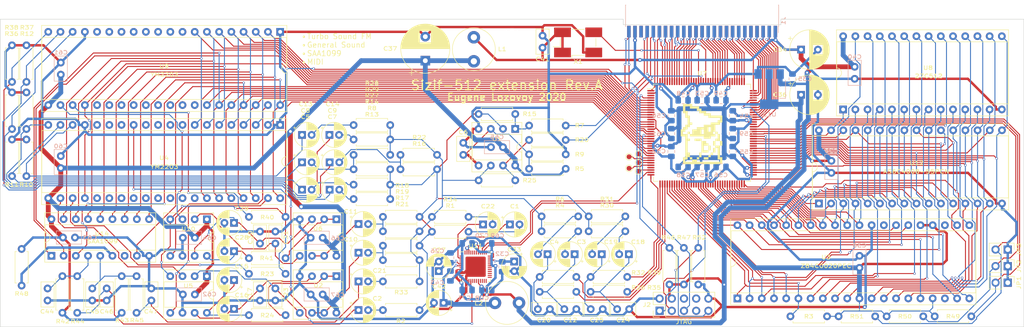
<source format=kicad_pcb>
(kicad_pcb (version 20171130) (host pcbnew "(5.1.12)-1")
  (title_block (title "ZX Sizif-512-ext") (date 2020-05-05) (rev V))
  (layers (0 F.Cu signal) (31 B.Cu signal) (34 B.Paste user hide) (35 F.Paste user hide) (36 B.SilkS user hide) (37 F.SilkS user hide) (38 B.Mask user hide) (39 F.Mask user hide) (44 Edge.Cuts user))
  (net 0 "")
  (net 1 GND)
  (net 2 +5V)
  (net 3 +3V3)
  (net 4 /A15)
  (net 5 /A13)
  (net 6 /D7)
  (net 7 /D0)
  (net 8 /D1)
  (net 9 /D2)
  (net 10 /D6)
  (net 11 /D5)
  (net 12 /D3)
  (net 13 /D4)
  (net 14 /~MREQ)
  (net 15 /~IORQ)
  (net 16 /~RD)
  (net 17 /A14)
  (net 18 /A12)
  (net 19 /A0)
  (net 20 /A1)
  (net 21 /A2)
  (net 22 /A3)
  (net 23 /~WR)
  (net 24 /~M1)
  (net 25 /~RFSH)
  (net 26 /A8)
  (net 27 /A10)
  (net 28 /A7)
  (net 29 /A6)
  (net 30 /A4)
  (net 31 /A9)
  (net 32 /A11)
  (net 33 +5VA)
  (net 34 /~IORQGE)
  (net 35 /TCK)
  (net 36 /TDO)
  (net 37 /TMS)
  (net 38 /TDI)
  (net 39 /~RST)
  (net 40 /GA10)
  (net 41 /~GIORQ)
  (net 42 /GA9)
  (net 43 /~GMREQ)
  (net 44 /GA8)
  (net 45 /GA7)
  (net 46 /GA6)
  (net 47 /~GINT)
  (net 48 /GA5)
  (net 49 /GD1)
  (net 50 /GA4)
  (net 51 /GD0)
  (net 52 /GA3)
  (net 53 /GD7)
  (net 54 /GA2)
  (net 55 /GD2)
  (net 56 /GA1)
  (net 57 /GA0)
  (net 58 /GD6)
  (net 59 /GD5)
  (net 60 /GD3)
  (net 61 /~GM1)
  (net 62 /GD4)
  (net 63 /~GRESET)
  (net 64 /GCLK)
  (net 65 /GA15)
  (net 66 /GA14)
  (net 67 /GA13)
  (net 68 /~GWR)
  (net 69 /GA12)
  (net 70 /~GRD)
  (net 71 /GA11)
  (net 72 /YM_M)
  (net 73 /AA0)
  (net 74 /SAA_CLK)
  (net 75 /~SAA_CS)
  (net 76 /~GRAM)
  (net 77 /~GROM)
  (net 78 /A5)
  (net 79 /CLKCPU)
  (net 80 /GMA17)
  (net 81 /GMA18)
  (net 82 /GMA16)
  (net 83 /GMA15)
  (net 84 /CLK32)
  (net 85 /SAA_L)
  (net 86 /SAA_R)
  (net 87 "Net-(C15-Pad1)")
  (net 88 /FM1)
  (net 89 /FM2)
  (net 90 "Net-(C1-Pad2)")
  (net 91 "Net-(C2-Pad2)")
  (net 92 /GCH0)
  (net 93 "Net-(C3-Pad2)")
  (net 94 /GCH1)
  (net 95 "Net-(C4-Pad2)")
  (net 96 "Net-(C5-Pad2)")
  (net 97 "Net-(C6-Pad2)")
  (net 98 "Net-(C7-Pad2)")
  (net 99 "Net-(C8-Pad2)")
  (net 100 "Net-(C9-Pad2)")
  (net 101 "Net-(C10-Pad2)")
  (net 102 "Net-(C13-Pad2)")
  (net 103 /GCH2)
  (net 104 /GCH3)
  (net 105 "Net-(C18-Pad2)")
  (net 106 "Net-(C23-Pad1)")
  (net 107 "Net-(C26-Pad1)")
  (net 108 /MIX_L)
  (net 109 /MIX_R)
  (net 110 "Net-(R1-Pad1)")
  (net 111 "Net-(R23-Pad1)")
  (net 112 /GDAC0)
  (net 113 /GDAC1)
  (net 114 /GDAC2)
  (net 115 /GDAC3)
  (net 116 /BUS0)
  (net 117 /~NMI)
  (net 118 /~INT)
  (net 119 /~ROMCSB)
  (net 120 /~WAIT)
  (net 121 /~BUSRQ)
  (net 122 /~HALT)
  (net 123 /~BUSACK)
  (net 124 /BUS1)
  (net 125 /CFG0)
  (net 126 /CFG1)
  (net 127 /CFG2)
  (net 128 /AD1)
  (net 129 /AD2)
  (net 130 /AD3)
  (net 131 /AD4)
  (net 132 /AD5)
  (net 133 /AD6)
  (net 134 /AD7)
  (net 135 /~AWR)
  (net 136 /~ARD)
  (net 137 /AD0)
  (net 138 /FM_ENA)
  (net 139 +3.3VA)
  (net 140 /MIDI_R)
  (net 141 /MIDI_L)
  (net 142 /MIDI_IN)
  (net 143 /~YM1_CS)
  (net 144 /~YM2_CS)
  (net 145 /MIDI_CLK)
  (net 146 /AY_C2)
  (net 147 /AY_C1)
  (net 148 /AY_B2)
  (net 149 /AY_B1)
  (net 150 /AY_A2)
  (net 151 /AY_A1)
  (net 152 "Net-(TP1-Pad1)")
  (net 153 "Net-(TP2-Pad1)")
  (net 154 "Net-(TP3-Pad1)")
  (net 155 "Net-(TP4-Pad1)")
  (net 156 "Net-(TP5-Pad1)")
  (net 157 "Net-(C11-Pad2)")
  (net 158 "Net-(C14-Pad2)")
  (net 159 "Net-(C16-Pad1)")
  (net 160 "Net-(C19-Pad2)")
  (net 161 "Net-(C21-Pad2)")
  (net 162 "Net-(C22-Pad2)")
  (net 163 "Net-(C28-Pad1)")
  (net 164 "Net-(C29-Pad1)")
  (net 165 "Net-(C31-Pad1)")
  (net 166 "Net-(C32-Pad1)")
  (net 167 "Net-(C44-Pad1)")
  (net 168 "Net-(C45-Pad1)")
  (net 169 "Net-(R15-Pad2)")
  (net 170 "Net-(R19-Pad1)")
  (net 171 "Net-(R20-Pad2)")
  (net 172 "Net-(R24-Pad1)")
  (net 173 "Net-(R40-Pad1)")
  (net 174 "Net-(R41-Pad1)")
  (net 175 "Net-(R48-Pad1)")
  (net 176 "Net-(U4-Pad22)")
  (net 177 "Net-(U4-Pad39)")
  (net 178 "Net-(U10-Pad5)")
  (net 179 "Net-(U10-Pad3)")
  (module Package_DIP:DIP-8_W7.62mm_Socket (layer F.Cu) (at 114.3 107.4 270)
    (fp_text reference U6 (at 1.95 3.85 180) (layer F.SilkS) (effects (font (size 0.8 1))))
    (fp_text value MCP602)
    (pad 8 thru_hole oval (at 7.62 0 270) (size 1.6 1.6) (drill 0.8) (layers *.Cu *.Mask) (net 33 +5VA))
    (pad 4 thru_hole oval (at 0 7.62 270) (size 1.6 1.6) (drill 0.8) (layers *.Cu *.Mask) (net 1 GND))
    (pad 7 thru_hole oval (at 7.62 2.54 270) (size 1.6 1.6) (drill 0.8) (layers *.Cu *.Mask) (net 89 /FM2))
    (pad 3 thru_hole oval (at 0 5.08 270) (size 1.6 1.6) (drill 0.8) (layers *.Cu *.Mask) (net 164 "Net-(C29-Pad1)"))
    (pad 6 thru_hole oval (at 7.62 5.08 270) (size 1.6 1.6) (drill 0.8) (layers *.Cu *.Mask) (net 89 /FM2))
    (pad 2 thru_hole oval (at 0 2.54 270) (size 1.6 1.6) (drill 0.8) (layers *.Cu *.Mask) (net 174 "Net-(R41-Pad1)"))
    (pad 5 thru_hole oval (at 7.62 7.62 270) (size 1.6 1.6) (drill 0.8) (layers *.Cu *.Mask) (net 165 "Net-(C31-Pad1)"))
    (pad 1 thru_hole rect (at 0 0 270) (size 1.6 1.6) (drill 0.8) (layers *.Cu *.Mask) (net 174 "Net-(R41-Pad1)"))
  )
  (module Capacitor_SMD:C_0805_2012Metric_Pad1.15x1.40mm_HandSolder (layer B.Cu) (at 141.5 122.125)
    (fp_text reference C71 (at -0.6 1.65) (layer B.SilkS) (effects (font (size 0.8 1)) (justify mirror)))
    (fp_text value 100n)
    (pad 1 smd roundrect (at -1.025 0) (size 1.15 1.4) (layers B.Cu B.Paste B.Mask) (roundrect_rratio 0.217391) (net 3 +3V3))
    (pad 2 smd roundrect (at 1.025 0) (size 1.15 1.4) (layers B.Cu B.Paste B.Mask) (roundrect_rratio 0.217391) (net 1 GND))
  )
  (module TestPoint:TestPoint_Pad_D1.0mm (layer F.Cu) (at 177.2 97.4)
    (fp_text reference TP5 hide)
    (fp_text value TestPoint)
    (pad 1 smd circle (at 0 0) (size 1 1) (layers F.Cu F.Mask) (net 156 "Net-(TP5-Pad1)"))
  )
  (module TestPoint:TestPoint_Pad_D1.0mm (layer F.Cu) (at 175.2 96.8)
    (fp_text reference TP4 hide)
    (fp_text value TestPoint)
    (pad 1 smd circle (at 0 0) (size 1 1) (layers F.Cu F.Mask) (net 155 "Net-(TP4-Pad1)"))
  )
  (module TestPoint:TestPoint_Pad_D1.0mm (layer F.Cu) (at 177.2 95.6)
    (fp_text reference TP3 hide)
    (fp_text value TestPoint)
    (pad 1 smd circle (at 0 0) (size 1 1) (layers F.Cu F.Mask) (net 154 "Net-(TP3-Pad1)"))
  )
  (module TestPoint:TestPoint_Pad_D1.0mm (layer F.Cu) (at 175.2 94.4)
    (fp_text reference TP2 hide)
    (fp_text value TestPoint)
    (pad 1 smd circle (at 0 0) (size 1 1) (layers F.Cu F.Mask) (net 153 "Net-(TP2-Pad1)"))
  )
  (module TestPoint:TestPoint_Pad_D1.0mm (layer F.Cu) (at 177.2 93.8)
    (fp_text reference TP1 hide)
    (fp_text value TestPoint)
    (pad 1 smd circle (at 0 0) (size 1 1) (layers F.Cu F.Mask) (net 152 "Net-(TP1-Pad1)"))
  )
  (module Capacitor_THT:C_Disc_D5.0mm_W2.5mm_P2.50mm (layer F.Cu) (at 156.225 126.1)
    (fp_text reference C20 (at 1.25 2.3) (layer F.SilkS) (effects (font (size 0.8 1))))
    (fp_text value 1n)
    (pad 2 thru_hole circle (at 2.5 0) (size 1.6 1.6) (drill 0.8) (layers *.Cu *.Mask) (net 1 GND))
    (pad 1 thru_hole circle (at 0 0) (size 1.6 1.6) (drill 0.8) (layers *.Cu *.Mask) (net 94 /GCH1))
  )
  (module Resistor_THT:R_Axial_DIN0207_L6.3mm_D2.5mm_P7.62mm_Horizontal (layer F.Cu) (at 135.25 94 180)
    (fp_text reference R22 (at 3.71 3.63) (layer F.SilkS) (effects (font (size 0.8 1))))
    (fp_text value 47k)
    (pad 2 thru_hole oval (at 7.62 0 180) (size 1.6 1.6) (drill 0.8) (layers *.Cu *.Mask) (net 100 "Net-(C9-Pad2)"))
    (pad 1 thru_hole circle (at 0 0 180) (size 1.6 1.6) (drill 0.8) (layers *.Cu *.Mask) (net 170 "Net-(R19-Pad1)"))
  )
  (module Package_DIP:DIP-40_W15.24mm_Socket (layer F.Cu) (at 102.6 68.4 270)
    (fp_text reference U9 (at 7.17 24.17 180) (layer F.SilkS) (effects (font (size 0.8 1))))
    (fp_text value YM2203)
    (fp_text user %V (at 8.9 24.1) (layer F.SilkS) (effects (font (size 0.8 1))))
    (pad 40 thru_hole oval (at 15.24 0 270) (size 1.6 1.6) (drill 0.8) (layers *.Cu *.Mask) (net 137 /AD0))
    (pad 20 thru_hole oval (at 0 48.26 270) (size 1.6 1.6) (drill 0.8) (layers *.Cu *.Mask) (net 150 /AY_A2))
    (pad 39 thru_hole oval (at 15.24 2.54 270) (size 1.6 1.6) (drill 0.8) (layers *.Cu *.Mask) (net 178 "Net-(U10-Pad5)"))
    (pad 19 thru_hole oval (at 0 45.72 270) (size 1.6 1.6) (drill 0.8) (layers *.Cu *.Mask) (net 148 /AY_B2))
    (pad 38 thru_hole oval (at 15.24 5.08 270) (size 1.6 1.6) (drill 0.8) (layers *.Cu *.Mask) (net 72 /YM_M))
    (pad 18 thru_hole oval (at 0 43.18 270) (size 1.6 1.6) (drill 0.8) (layers *.Cu *.Mask) (net 146 /AY_C2))
    (pad 37 thru_hole oval (at 15.24 7.62 270) (size 1.6 1.6) (drill 0.8) (layers *.Cu *.Mask) (net 73 /AA0))
    (pad 17 thru_hole oval (at 0 40.64 270) (size 1.6 1.6) (drill 0.8) (layers *.Cu *.Mask) (net 1 GND))
    (pad 36 thru_hole oval (at 15.24 10.16 270) (size 1.6 1.6) (drill 0.8) (layers *.Cu *.Mask) (net 136 /~ARD))
    (pad 16 thru_hole oval (at 0 38.1 270) (size 1.6 1.6) (drill 0.8) (layers *.Cu *.Mask))
    (pad 35 thru_hole oval (at 15.24 12.7 270) (size 1.6 1.6) (drill 0.8) (layers *.Cu *.Mask) (net 135 /~AWR))
    (pad 15 thru_hole oval (at 0 35.56 270) (size 1.6 1.6) (drill 0.8) (layers *.Cu *.Mask))
    (pad 34 thru_hole oval (at 15.24 15.24 270) (size 1.6 1.6) (drill 0.8) (layers *.Cu *.Mask) (net 144 /~YM2_CS))
    (pad 14 thru_hole oval (at 0 33.02 270) (size 1.6 1.6) (drill 0.8) (layers *.Cu *.Mask))
    (pad 33 thru_hole oval (at 15.24 17.78 270) (size 1.6 1.6) (drill 0.8) (layers *.Cu *.Mask))
    (pad 13 thru_hole oval (at 0 30.48 270) (size 1.6 1.6) (drill 0.8) (layers *.Cu *.Mask))
    (pad 32 thru_hole oval (at 15.24 20.32 270) (size 1.6 1.6) (drill 0.8) (layers *.Cu *.Mask))
    (pad 12 thru_hole oval (at 0 27.94 270) (size 1.6 1.6) (drill 0.8) (layers *.Cu *.Mask))
    (pad 31 thru_hole oval (at 15.24 22.86 270) (size 1.6 1.6) (drill 0.8) (layers *.Cu *.Mask))
    (pad 11 thru_hole oval (at 0 25.4 270) (size 1.6 1.6) (drill 0.8) (layers *.Cu *.Mask))
    (pad 30 thru_hole oval (at 15.24 25.4 270) (size 1.6 1.6) (drill 0.8) (layers *.Cu *.Mask))
    (pad 10 thru_hole oval (at 0 22.86 270) (size 1.6 1.6) (drill 0.8) (layers *.Cu *.Mask))
    (pad 29 thru_hole oval (at 15.24 27.94 270) (size 1.6 1.6) (drill 0.8) (layers *.Cu *.Mask))
    (pad 9 thru_hole oval (at 0 20.32 270) (size 1.6 1.6) (drill 0.8) (layers *.Cu *.Mask))
    (pad 28 thru_hole oval (at 15.24 30.48 270) (size 1.6 1.6) (drill 0.8) (layers *.Cu *.Mask))
    (pad 8 thru_hole oval (at 0 17.78 270) (size 1.6 1.6) (drill 0.8) (layers *.Cu *.Mask) (net 134 /AD7))
    (pad 27 thru_hole oval (at 15.24 33.02 270) (size 1.6 1.6) (drill 0.8) (layers *.Cu *.Mask))
    (pad 7 thru_hole oval (at 0 15.24 270) (size 1.6 1.6) (drill 0.8) (layers *.Cu *.Mask) (net 133 /AD6))
    (pad 26 thru_hole oval (at 15.24 35.56 270) (size 1.6 1.6) (drill 0.8) (layers *.Cu *.Mask))
    (pad 6 thru_hole oval (at 0 12.7 270) (size 1.6 1.6) (drill 0.8) (layers *.Cu *.Mask) (net 132 /AD5))
    (pad 25 thru_hole oval (at 15.24 38.1 270) (size 1.6 1.6) (drill 0.8) (layers *.Cu *.Mask))
    (pad 5 thru_hole oval (at 0 10.16 270) (size 1.6 1.6) (drill 0.8) (layers *.Cu *.Mask) (net 131 /AD4))
    (pad 24 thru_hole oval (at 15.24 40.64 270) (size 1.6 1.6) (drill 0.8) (layers *.Cu *.Mask) (net 39 /~RST))
    (pad 4 thru_hole oval (at 0 7.62 270) (size 1.6 1.6) (drill 0.8) (layers *.Cu *.Mask) (net 130 /AD3))
    (pad 23 thru_hole oval (at 15.24 43.18 270) (size 1.6 1.6) (drill 0.8) (layers *.Cu *.Mask) (net 173 "Net-(R40-Pad1)"))
    (pad 3 thru_hole oval (at 0 5.08 270) (size 1.6 1.6) (drill 0.8) (layers *.Cu *.Mask) (net 129 /AD2))
    (pad 22 thru_hole oval (at 15.24 45.72 270) (size 1.6 1.6) (drill 0.8) (layers *.Cu *.Mask) (net 179 "Net-(U10-Pad3)"))
    (pad 2 thru_hole oval (at 0 2.54 270) (size 1.6 1.6) (drill 0.8) (layers *.Cu *.Mask) (net 128 /AD1))
    (pad 21 thru_hole oval (at 15.24 48.26 270) (size 1.6 1.6) (drill 0.8) (layers *.Cu *.Mask) (net 33 +5VA))
    (pad 1 thru_hole rect (at 0 0 270) (size 1.6 1.6) (drill 0.8) (layers *.Cu *.Mask) (net 1 GND))
  )
  (module Capacitor_THT:C_Disc_D5.0mm_W2.5mm_P2.50mm (layer B.Cu) (at 217.3 97.745 90)
    (fp_text reference C39 (at 4.545 0 180) (layer B.SilkS) (effects (font (size 0.8 1)) (justify mirror)))
    (fp_text value 100n)
    (pad 2 thru_hole circle (at 2.5 0 90) (size 1.6 1.6) (drill 0.8) (layers *.Cu *.Mask) (net 2 +5V))
    (pad 1 thru_hole circle (at 0 0 90) (size 1.6 1.6) (drill 0.8) (layers *.Cu *.Mask) (net 1 GND))
  )
  (module Capacitor_THT:C_Disc_D5.0mm_W2.5mm_P2.50mm (layer B.Cu) (at 222.15 78.175 90)
    (fp_text reference C40 (at 4.575 0 180) (layer B.SilkS) (effects (font (size 0.8 1)) (justify mirror)))
    (fp_text value 100n)
    (pad 2 thru_hole circle (at 2.5 0 90) (size 1.6 1.6) (drill 0.8) (layers *.Cu *.Mask) (net 2 +5V))
    (pad 1 thru_hole circle (at 0 0 90) (size 1.6 1.6) (drill 0.8) (layers *.Cu *.Mask) (net 1 GND))
  )
  (module Capacitor_THT:C_Disc_D5.0mm_W2.5mm_P2.50mm (layer B.Cu) (at 223.15 115 270)
    (fp_text reference C38 (at -2.15 -0.0008 180) (layer B.SilkS) (effects (font (size 0.8 1)) (justify mirror)))
    (fp_text value 100n)
    (pad 1 thru_hole circle (at 0 0 270) (size 1.6 1.6) (drill 0.8) (layers *.Cu *.Mask) (net 1 GND))
    (pad 2 thru_hole circle (at 2.5 0 270) (size 1.6 1.6) (drill 0.8) (layers *.Cu *.Mask) (net 2 +5V))
  )
  (module Package_DIP:DIP-40_W15.24mm_Socket (layer F.Cu) (at 197.74 123.875 90)
    (fp_text reference U3 (at 8.575 18.46) (layer F.SilkS) (effects (font (size 0.8 1))))
    (fp_text value Z84C0020PEC)
    (fp_text user %V (at 6.748 18.4358 180) (layer F.SilkS) (effects (font (size 0.8 1))))
    (pad 40 thru_hole oval (at 15.24 0 90) (size 1.6 1.6) (drill 0.8) (layers *.Cu *.Mask) (net 40 /GA10))
    (pad 20 thru_hole oval (at 0 48.26 90) (size 1.6 1.6) (drill 0.8) (layers *.Cu *.Mask) (net 41 /~GIORQ))
    (pad 39 thru_hole oval (at 15.24 2.54 90) (size 1.6 1.6) (drill 0.8) (layers *.Cu *.Mask) (net 42 /GA9))
    (pad 19 thru_hole oval (at 0 45.72 90) (size 1.6 1.6) (drill 0.8) (layers *.Cu *.Mask) (net 43 /~GMREQ))
    (pad 38 thru_hole oval (at 15.24 5.08 90) (size 1.6 1.6) (drill 0.8) (layers *.Cu *.Mask) (net 44 /GA8))
    (pad 18 thru_hole oval (at 0 43.18 90) (size 1.6 1.6) (drill 0.8) (layers *.Cu *.Mask))
    (pad 37 thru_hole oval (at 15.24 7.62 90) (size 1.6 1.6) (drill 0.8) (layers *.Cu *.Mask) (net 45 /GA7))
    (pad 17 thru_hole oval (at 0 40.64 90) (size 1.6 1.6) (drill 0.8) (layers *.Cu *.Mask) (net 2 +5V))
    (pad 36 thru_hole oval (at 15.24 10.16 90) (size 1.6 1.6) (drill 0.8) (layers *.Cu *.Mask) (net 46 /GA6))
    (pad 16 thru_hole oval (at 0 38.1 90) (size 1.6 1.6) (drill 0.8) (layers *.Cu *.Mask) (net 47 /~GINT))
    (pad 35 thru_hole oval (at 15.24 12.7 90) (size 1.6 1.6) (drill 0.8) (layers *.Cu *.Mask) (net 48 /GA5))
    (pad 15 thru_hole oval (at 0 35.56 90) (size 1.6 1.6) (drill 0.8) (layers *.Cu *.Mask) (net 49 /GD1))
    (pad 34 thru_hole oval (at 15.24 15.24 90) (size 1.6 1.6) (drill 0.8) (layers *.Cu *.Mask) (net 50 /GA4))
    (pad 14 thru_hole oval (at 0 33.02 90) (size 1.6 1.6) (drill 0.8) (layers *.Cu *.Mask) (net 51 /GD0))
    (pad 33 thru_hole oval (at 15.24 17.78 90) (size 1.6 1.6) (drill 0.8) (layers *.Cu *.Mask) (net 52 /GA3))
    (pad 13 thru_hole oval (at 0 30.48 90) (size 1.6 1.6) (drill 0.8) (layers *.Cu *.Mask) (net 53 /GD7))
    (pad 32 thru_hole oval (at 15.24 20.32 90) (size 1.6 1.6) (drill 0.8) (layers *.Cu *.Mask) (net 54 /GA2))
    (pad 12 thru_hole oval (at 0 27.94 90) (size 1.6 1.6) (drill 0.8) (layers *.Cu *.Mask) (net 55 /GD2))
    (pad 31 thru_hole oval (at 15.24 22.86 90) (size 1.6 1.6) (drill 0.8) (layers *.Cu *.Mask) (net 56 /GA1))
    (pad 11 thru_hole oval (at 0 25.4 90) (size 1.6 1.6) (drill 0.8) (layers *.Cu *.Mask) (net 2 +5V))
    (pad 30 thru_hole oval (at 15.24 25.4 90) (size 1.6 1.6) (drill 0.8) (layers *.Cu *.Mask) (net 57 /GA0))
    (pad 10 thru_hole oval (at 0 22.86 90) (size 1.6 1.6) (drill 0.8) (layers *.Cu *.Mask) (net 58 /GD6))
    (pad 29 thru_hole oval (at 15.24 27.94 90) (size 1.6 1.6) (drill 0.8) (layers *.Cu *.Mask) (net 1 GND))
    (pad 9 thru_hole oval (at 0 20.32 90) (size 1.6 1.6) (drill 0.8) (layers *.Cu *.Mask) (net 59 /GD5))
    (pad 28 thru_hole oval (at 15.24 30.48 90) (size 1.6 1.6) (drill 0.8) (layers *.Cu *.Mask))
    (pad 8 thru_hole oval (at 0 17.78 90) (size 1.6 1.6) (drill 0.8) (layers *.Cu *.Mask) (net 60 /GD3))
    (pad 27 thru_hole oval (at 15.24 33.02 90) (size 1.6 1.6) (drill 0.8) (layers *.Cu *.Mask) (net 61 /~GM1))
    (pad 7 thru_hole oval (at 0 15.24 90) (size 1.6 1.6) (drill 0.8) (layers *.Cu *.Mask) (net 62 /GD4))
    (pad 26 thru_hole oval (at 15.24 35.56 90) (size 1.6 1.6) (drill 0.8) (layers *.Cu *.Mask) (net 63 /~GRESET))
    (pad 6 thru_hole oval (at 0 12.7 90) (size 1.6 1.6) (drill 0.8) (layers *.Cu *.Mask) (net 64 /GCLK))
    (pad 25 thru_hole oval (at 15.24 38.1 90) (size 1.6 1.6) (drill 0.8) (layers *.Cu *.Mask) (net 2 +5V))
    (pad 5 thru_hole oval (at 0 10.16 90) (size 1.6 1.6) (drill 0.8) (layers *.Cu *.Mask) (net 65 /GA15))
    (pad 24 thru_hole oval (at 15.24 40.64 90) (size 1.6 1.6) (drill 0.8) (layers *.Cu *.Mask) (net 2 +5V))
    (pad 4 thru_hole oval (at 0 7.62 90) (size 1.6 1.6) (drill 0.8) (layers *.Cu *.Mask) (net 66 /GA14))
    (pad 23 thru_hole oval (at 15.24 43.18 90) (size 1.6 1.6) (drill 0.8) (layers *.Cu *.Mask))
    (pad 3 thru_hole oval (at 0 5.08 90) (size 1.6 1.6) (drill 0.8) (layers *.Cu *.Mask) (net 67 /GA13))
    (pad 22 thru_hole oval (at 15.24 45.72 90) (size 1.6 1.6) (drill 0.8) (layers *.Cu *.Mask) (net 68 /~GWR))
    (pad 2 thru_hole oval (at 0 2.54 90) (size 1.6 1.6) (drill 0.8) (layers *.Cu *.Mask) (net 69 /GA12))
    (pad 21 thru_hole oval (at 15.24 48.26 90) (size 1.6 1.6) (drill 0.8) (layers *.Cu *.Mask) (net 70 /~GRD))
    (pad 1 thru_hole rect (at 0 0 90) (size 1.6 1.6) (drill 0.8) (layers *.Cu *.Mask) (net 71 /GA11))
  )
  (module Inductor_THT:L_Radial_D8.7mm_P5.00mm_Fastron_07HCP (layer F.Cu) (at 152.3 124.8 180)
    (fp_text reference L2 (at 8.4 -0.1) (layer F.SilkS) (effects (font (size 0.8 1))))
    (fp_text value 220u/0.2A)
    (pad 2 thru_hole circle (at 5 0 180) (size 2.6 2.6) (drill 1.3) (layers *.Cu *.Mask) (net 139 +3.3VA))
    (pad 1 thru_hole circle (at 0 0 180) (size 2.6 2.6) (drill 1.3) (layers *.Cu *.Mask) (net 3 +3V3))
  )
  (module Capacitor_SMD:C_0805_2012Metric_Pad1.15x1.40mm_HandSolder (layer B.Cu) (at 138.025 119.2 270)
    (fp_text reference C43 (at 1.4 2.725 180) (layer B.SilkS) (effects (font (size 0.8 1)) (justify mirror)))
    (fp_text value 100n)
    (pad 2 smd roundrect (at 1.025 0 270) (size 1.15 1.4) (layers B.Cu B.Paste B.Mask) (roundrect_rratio 0.217391) (net 1 GND))
    (pad 1 smd roundrect (at -1.025 0 270) (size 1.15 1.4) (layers B.Cu B.Paste B.Mask) (roundrect_rratio 0.217391) (net 139 +3.3VA))
  )
  (module Resistor_THT:R_Axial_DIN0207_L6.3mm_D2.5mm_P7.62mm_Horizontal (layer F.Cu) (at 134.18 106.9)
    (fp_text reference R34 (at 3.81 -3.6) (layer F.SilkS) (effects (font (size 0.8 1))))
    (fp_text value 24k)
    (pad 2 thru_hole oval (at 7.62 0) (size 1.6 1.6) (drill 0.8) (layers *.Cu *.Mask) (net 162 "Net-(C22-Pad2)"))
    (pad 1 thru_hole circle (at 0 0) (size 1.6 1.6) (drill 0.8) (layers *.Cu *.Mask) (net 170 "Net-(R19-Pad1)"))
  )
  (module Resistor_THT:R_Axial_DIN0207_L6.3mm_D2.5mm_P7.62mm_Horizontal (layer F.Cu) (at 134.18 110)
    (fp_text reference R1 (at 3.82 -5.4) (layer F.SilkS) (effects (font (size 0.8 1))))
    (fp_text value 24k)
    (pad 2 thru_hole oval (at 7.62 0) (size 1.6 1.6) (drill 0.8) (layers *.Cu *.Mask) (net 90 "Net-(C1-Pad2)"))
    (pad 1 thru_hole circle (at 0 0) (size 1.6 1.6) (drill 0.8) (layers *.Cu *.Mask) (net 110 "Net-(R1-Pad1)"))
  )
  (module Capacitor_SMD:C_0805_2012Metric_Pad1.15x1.40mm_HandSolder (layer B.Cu) (at 141.5 112.425 180)
    (fp_text reference C70 (at -3.1 1.625) (layer B.SilkS) (effects (font (size 0.8 1)) (justify mirror)))
    (fp_text value 100n)
    (pad 2 smd roundrect (at 1.025 0 180) (size 1.15 1.4) (layers B.Cu B.Paste B.Mask) (roundrect_rratio 0.217391) (net 1 GND))
    (pad 1 smd roundrect (at -1.025 0 180) (size 1.15 1.4) (layers B.Cu B.Paste B.Mask) (roundrect_rratio 0.217391) (net 3 +3V3))
  )
  (module Capacitor_SMD:C_0805_2012Metric_Pad1.15x1.40mm_HandSolder (layer B.Cu) (at 145.6 112.425 180)
    (fp_text reference C69 (at -2.2 1.625) (layer B.SilkS) (effects (font (size 0.8 1)) (justify mirror)))
    (fp_text value 100n)
    (pad 2 smd roundrect (at 1.025 0 180) (size 1.15 1.4) (layers B.Cu B.Paste B.Mask) (roundrect_rratio 0.217391) (net 1 GND))
    (pad 1 smd roundrect (at -1.025 0 180) (size 1.15 1.4) (layers B.Cu B.Paste B.Mask) (roundrect_rratio 0.217391) (net 3 +3V3))
  )
  (module Capacitor_SMD:C_0805_2012Metric_Pad1.15x1.40mm_HandSolder (layer B.Cu) (at 145.6 122.125)
    (fp_text reference C68 (at -1 1.65) (layer B.SilkS) (effects (font (size 0.8 1)) (justify mirror)))
    (fp_text value 100n)
    (pad 1 smd roundrect (at -1.025 0) (size 1.15 1.4) (layers B.Cu B.Paste B.Mask) (roundrect_rratio 0.217391) (net 3 +3V3))
    (pad 2 smd roundrect (at 1.025 0) (size 1.15 1.4) (layers B.Cu B.Paste B.Mask) (roundrect_rratio 0.217391) (net 1 GND))
  )
  (module Capacitor_SMD:C_0805_2012Metric_Pad1.15x1.40mm_HandSolder (layer B.Cu) (at 138.025 115.425 90)
    (fp_text reference C26 (at 1.425 -2.725 180) (layer B.SilkS) (effects (font (size 0.8 1)) (justify mirror)))
    (fp_text value 100n)
    (pad 2 smd roundrect (at 1.025 0 90) (size 1.15 1.4) (layers B.Cu B.Paste B.Mask) (roundrect_rratio 0.217391) (net 1 GND))
    (pad 1 smd roundrect (at -1.025 0 90) (size 1.15 1.4) (layers B.Cu B.Paste B.Mask) (roundrect_rratio 0.217391) (net 107 "Net-(C26-Pad1)"))
  )
  (module Capacitor_THT:CP_Radial_D5.0mm_P2.00mm (layer F.Cu) (at 136.6 124.8 180)
    (fp_text reference C42 (at 0.925 3.4) (layer F.SilkS) (effects (font (size 0.8 1))))
    (fp_text value 47u/16V)
    (pad 2 thru_hole circle (at 2 0 180) (size 1.6 1.6) (drill 0.8) (layers *.Cu *.Mask) (net 1 GND))
    (pad 1 thru_hole rect (at 0 0 180) (size 1.6 1.6) (drill 0.8) (layers *.Cu *.Mask) (net 139 +3.3VA))
  )
  (module Capacitor_THT:CP_Radial_D5.0mm_P2.00mm (layer F.Cu) (at 144.815 108.475)
    (fp_text reference C22 (at 1 -3.75) (layer F.SilkS) (effects (font (size 0.8 1))))
    (fp_text value 10u/16V)
    (pad 2 thru_hole circle (at 2 0) (size 1.6 1.6) (drill 0.8) (layers *.Cu *.Mask) (net 162 "Net-(C22-Pad2)"))
    (pad 1 thru_hole rect (at 0 0) (size 1.6 1.6) (drill 0.8) (layers *.Cu *.Mask) (net 140 /MIDI_R))
  )
  (module Capacitor_THT:CP_Radial_D5.0mm_P2.00mm (layer F.Cu) (at 150.4 108.475)
    (fp_text reference C1 (at 1 -3.75) (layer F.SilkS) (effects (font (size 0.8 1))))
    (fp_text value 10u/16V)
    (pad 2 thru_hole circle (at 2 0) (size 1.6 1.6) (drill 0.8) (layers *.Cu *.Mask) (net 90 "Net-(C1-Pad2)"))
    (pad 1 thru_hole rect (at 0 0) (size 1.6 1.6) (drill 0.8) (layers *.Cu *.Mask) (net 141 /MIDI_L))
  )
  (module Package_DFN_QFN:QFN-48-1EP_6x6mm_P0.4mm_EP4.2x4.2mm (layer F.Cu) (at 143.27 117.28)
    (fp_text reference U11 (at 0 -4.32) (layer F.SilkS) (effects (font (size 0.8 1))))
    (fp_text value SAM2695)
    (pad 48 smd roundrect (at -2.2 -2.95) (size 0.2 0.85) (layers F.Cu F.Paste F.Mask))
    (pad 47 smd roundrect (at -1.8 -2.95) (size 0.2 0.85) (layers F.Cu F.Paste F.Mask) (net 3 +3V3))
    (pad 46 smd roundrect (at -1.4 -2.95) (size 0.2 0.85) (layers F.Cu F.Paste F.Mask) (net 3 +3V3))
    (pad 45 smd roundrect (at -1 -2.95) (size 0.2 0.85) (layers F.Cu F.Paste F.Mask))
    (pad 44 smd roundrect (at -0.6 -2.95) (size 0.2 0.85) (layers F.Cu F.Paste F.Mask))
    (pad 43 smd roundrect (at -0.2 -2.95) (size 0.2 0.85) (layers F.Cu F.Paste F.Mask))
    (pad 42 smd roundrect (at 0.2 -2.95) (size 0.2 0.85) (layers F.Cu F.Paste F.Mask))
    (pad 41 smd roundrect (at 0.6 -2.95) (size 0.2 0.85) (layers F.Cu F.Paste F.Mask) (net 3 +3V3))
    (pad 40 smd roundrect (at 1 -2.95) (size 0.2 0.85) (layers F.Cu F.Paste F.Mask))
    (pad 39 smd roundrect (at 1.4 -2.95) (size 0.2 0.85) (layers F.Cu F.Paste F.Mask) (net 145 /MIDI_CLK))
    (pad 38 smd roundrect (at 1.8 -2.95) (size 0.2 0.85) (layers F.Cu F.Paste F.Mask) (net 39 /~RST))
    (pad 37 smd roundrect (at 2.2 -2.95) (size 0.2 0.85) (layers F.Cu F.Paste F.Mask))
    (pad 36 smd roundrect (at 2.95 -2.2) (size 0.85 0.2) (layers F.Cu F.Paste F.Mask))
    (pad 35 smd roundrect (at 2.95 -1.8) (size 0.85 0.2) (layers F.Cu F.Paste F.Mask) (net 3 +3V3))
    (pad 34 smd roundrect (at 2.95 -1.4) (size 0.85 0.2) (layers F.Cu F.Paste F.Mask) (net 166 "Net-(C32-Pad1)"))
    (pad 33 smd roundrect (at 2.95 -1) (size 0.85 0.2) (layers F.Cu F.Paste F.Mask))
    (pad 32 smd roundrect (at 2.95 -0.6) (size 0.85 0.2) (layers F.Cu F.Paste F.Mask))
    (pad 31 smd roundrect (at 2.95 -0.2) (size 0.85 0.2) (layers F.Cu F.Paste F.Mask) (net 3 +3V3))
    (pad 30 smd roundrect (at 2.95 0.2) (size 0.85 0.2) (layers F.Cu F.Paste F.Mask))
    (pad 29 smd roundrect (at 2.95 0.6) (size 0.85 0.2) (layers F.Cu F.Paste F.Mask))
    (pad 28 smd roundrect (at 2.95 1) (size 0.85 0.2) (layers F.Cu F.Paste F.Mask))
    (pad 27 smd roundrect (at 2.95 1.4) (size 0.85 0.2) (layers F.Cu F.Paste F.Mask))
    (pad 26 smd roundrect (at 2.95 1.8) (size 0.85 0.2) (layers F.Cu F.Paste F.Mask))
    (pad 25 smd roundrect (at 2.95 2.2) (size 0.85 0.2) (layers F.Cu F.Paste F.Mask))
    (pad 24 smd roundrect (at 2.2 2.95) (size 0.2 0.85) (layers F.Cu F.Paste F.Mask))
    (pad 23 smd roundrect (at 1.8 2.95) (size 0.2 0.85) (layers F.Cu F.Paste F.Mask))
    (pad 22 smd roundrect (at 1.4 2.95) (size 0.2 0.85) (layers F.Cu F.Paste F.Mask))
    (pad 21 smd roundrect (at 1 2.95) (size 0.2 0.85) (layers F.Cu F.Paste F.Mask))
    (pad 20 smd roundrect (at 0.6 2.95) (size 0.2 0.85) (layers F.Cu F.Paste F.Mask) (net 3 +3V3))
    (pad 19 smd roundrect (at 0.2 2.95) (size 0.2 0.85) (layers F.Cu F.Paste F.Mask))
    (pad 18 smd roundrect (at -0.2 2.95) (size 0.2 0.85) (layers F.Cu F.Paste F.Mask))
    (pad 17 smd roundrect (at -0.6 2.95) (size 0.2 0.85) (layers F.Cu F.Paste F.Mask))
    (pad 16 smd roundrect (at -1 2.95) (size 0.2 0.85) (layers F.Cu F.Paste F.Mask) (net 142 /MIDI_IN))
    (pad 15 smd roundrect (at -1.4 2.95) (size 0.2 0.85) (layers F.Cu F.Paste F.Mask))
    (pad 14 smd roundrect (at -1.8 2.95) (size 0.2 0.85) (layers F.Cu F.Paste F.Mask) (net 1 GND))
    (pad 13 smd roundrect (at -2.2 2.95) (size 0.2 0.85) (layers F.Cu F.Paste F.Mask) (net 1 GND))
    (pad 12 smd roundrect (at -2.95 2.2) (size 0.85 0.2) (layers F.Cu F.Paste F.Mask) (net 3 +3V3))
    (pad 11 smd roundrect (at -2.95 1.8) (size 0.85 0.2) (layers F.Cu F.Paste F.Mask) (net 3 +3V3))
    (pad 10 smd roundrect (at -2.95 1.4) (size 0.85 0.2) (layers F.Cu F.Paste F.Mask) (net 1 GND))
    (pad 9 smd roundrect (at -2.95 1) (size 0.85 0.2) (layers F.Cu F.Paste F.Mask) (net 1 GND))
    (pad 8 smd roundrect (at -2.95 0.6) (size 0.85 0.2) (layers F.Cu F.Paste F.Mask) (net 3 +3V3))
    (pad 7 smd roundrect (at -2.95 0.2) (size 0.85 0.2) (layers F.Cu F.Paste F.Mask))
    (pad 6 smd roundrect (at -2.95 -0.2) (size 0.85 0.2) (layers F.Cu F.Paste F.Mask) (net 139 +3.3VA))
    (pad 5 smd roundrect (at -2.95 -0.6) (size 0.85 0.2) (layers F.Cu F.Paste F.Mask) (net 107 "Net-(C26-Pad1)"))
    (pad 4 smd roundrect (at -2.95 -1) (size 0.85 0.2) (layers F.Cu F.Paste F.Mask))
    (pad 3 smd roundrect (at -2.95 -1.4) (size 0.85 0.2) (layers F.Cu F.Paste F.Mask))
    (pad 2 smd roundrect (at -2.95 -1.8) (size 0.85 0.2) (layers F.Cu F.Paste F.Mask) (net 140 /MIDI_R))
    (pad 1 smd roundrect (at -2.95 -2.2) (size 0.85 0.2) (layers F.Cu F.Paste F.Mask) (net 141 /MIDI_L))
    (pad 49 smd roundrect (at 0 0) (size 4.2 4.2) (layers F.Cu F.Mask) (roundrect_rratio 0.06) (net 1 GND))
  )
  (module Capacitor_THT:CP_Radial_D5.0mm_P2.00mm (layer F.Cu) (at 151.3 116.2 270)
    (fp_text reference C33 (at -2.5 0 180) (layer F.SilkS) (effects (font (size 0.8 1))))
    (fp_text value 10u/16V)
    (pad 2 thru_hole circle (at 2 0 270) (size 1.6 1.6) (drill 0.8) (layers *.Cu *.Mask) (net 1 GND))
    (pad 1 thru_hole rect (at 0 0 270) (size 1.6 1.6) (drill 0.8) (layers *.Cu *.Mask) (net 166 "Net-(C32-Pad1)"))
  )
  (module Capacitor_SMD:C_0805_2012Metric_Pad1.15x1.40mm_HandSolder (layer B.Cu) (at 148.8 117.275 270)
    (fp_text reference C32 (at -2.675 0 180) (layer B.SilkS) (effects (font (size 0.8 1)) (justify mirror)))
    (fp_text value 100n)
    (pad 2 smd roundrect (at 1.025 0 270) (size 1.15 1.4) (layers B.Cu B.Paste B.Mask) (roundrect_rratio 0.217391) (net 1 GND))
    (pad 1 smd roundrect (at -1.025 0 270) (size 1.15 1.4) (layers B.Cu B.Paste B.Mask) (roundrect_rratio 0.217391) (net 166 "Net-(C32-Pad1)"))
  )
  (module Capacitor_THT:CP_Radial_D5.0mm_P2.00mm (layer F.Cu) (at 135.6 118.2 90)
    (fp_text reference C27 (at 4.4 0 180) (layer F.SilkS) (effects (font (size 0.8 1))))
    (fp_text value 10u/16V)
    (pad 2 thru_hole circle (at 2 0 90) (size 1.6 1.6) (drill 0.8) (layers *.Cu *.Mask) (net 1 GND))
    (pad 1 thru_hole rect (at 0 0 90) (size 1.6 1.6) (drill 0.8) (layers *.Cu *.Mask) (net 107 "Net-(C26-Pad1)"))
  )
  (module Resistor_THT:R_Axial_DIN0207_L6.3mm_D2.5mm_P7.62mm_Horizontal (layer F.Cu) (at 218.8 127.6)
    (fp_text reference R51 (at 3.81 0.03) (layer F.SilkS) (effects (font (size 0.8 1))))
    (fp_text value 10k)
    (pad 2 thru_hole oval (at 7.62 0) (size 1.6 1.6) (drill 0.8) (layers *.Cu *.Mask) (net 127 /CFG2))
    (pad 1 thru_hole circle (at 0 0) (size 1.6 1.6) (drill 0.8) (layers *.Cu *.Mask) (net 2 +5V))
  )
  (module Resistor_THT:R_Axial_DIN0207_L6.3mm_D2.5mm_P7.62mm_Horizontal (layer F.Cu) (at 228.8 127.6)
    (fp_text reference R50 (at 3.81 0.03) (layer F.SilkS) (effects (font (size 0.8 1))))
    (fp_text value 10k)
    (pad 2 thru_hole oval (at 7.62 0) (size 1.6 1.6) (drill 0.8) (layers *.Cu *.Mask) (net 126 /CFG1))
    (pad 1 thru_hole circle (at 0 0) (size 1.6 1.6) (drill 0.8) (layers *.Cu *.Mask) (net 2 +5V))
  )
  (module Resistor_THT:R_Axial_DIN0207_L6.3mm_D2.5mm_P7.62mm_Horizontal (layer F.Cu) (at 238.8 127.6)
    (fp_text reference R49 (at 3.81 0.03) (layer F.SilkS) (effects (font (size 0.8 1))))
    (fp_text value 10k)
    (pad 2 thru_hole oval (at 7.62 0) (size 1.6 1.6) (drill 0.8) (layers *.Cu *.Mask) (net 125 /CFG0))
    (pad 1 thru_hole circle (at 0 0) (size 1.6 1.6) (drill 0.8) (layers *.Cu *.Mask) (net 2 +5V))
  )
  (module Connector_PinHeader_2.54mm:PinHeader_1x02_P2.54mm_Vertical (layer F.Cu) (at 254 113.7 270)
    (fp_text reference JP3 (at 0 -2.33 90) (layer F.SilkS) (effects (font (size 0.8 1))))
    (fp_text value "Jumper / Pin header 1x2 Pitch=2.54mm")
    (pad 2 thru_hole oval (at 0 2.54 270) (size 1.7 1.7) (drill 1) (layers *.Cu *.Mask) (net 127 /CFG2))
    (pad 1 thru_hole rect (at 0 0 270) (size 1.7 1.7) (drill 1) (layers *.Cu *.Mask) (net 1 GND))
  )
  (module Connector_PinHeader_2.54mm:PinHeader_1x02_P2.54mm_Vertical (layer F.Cu) (at 254 117.15 270)
    (fp_text reference JP2 (at 0 -2.33 90) (layer F.SilkS) (effects (font (size 0.8 1))))
    (fp_text value "Jumper / Pin header 1x2 Pitch=2.54mm")
    (pad 2 thru_hole oval (at 0 2.54 270) (size 1.7 1.7) (drill 1) (layers *.Cu *.Mask) (net 126 /CFG1))
    (pad 1 thru_hole rect (at 0 0 270) (size 1.7 1.7) (drill 1) (layers *.Cu *.Mask) (net 1 GND))
  )
  (module Connector_PinHeader_2.54mm:PinHeader_1x02_P2.54mm_Vertical (layer F.Cu) (at 254 120.6 270)
    (fp_text reference JP1 (at 0 -2.33 90) (layer F.SilkS) (effects (font (size 0.8 1))))
    (fp_text value "Jumper / Pin header 1x2 Pitch=2.54mm")
    (pad 2 thru_hole oval (at 0 2.54 270) (size 1.7 1.7) (drill 1) (layers *.Cu *.Mask) (net 125 /CFG0))
    (pad 1 thru_hole rect (at 0 0 270) (size 1.7 1.7) (drill 1) (layers *.Cu *.Mask) (net 1 GND))
  )
  (module Resistor_THT:R_Axial_DIN0207_L6.3mm_D2.5mm_P7.62mm_Horizontal (layer F.Cu) (at 189.6 113.35 270)
    (fp_text reference R52 (at -2.15 -0.2 180) (layer F.SilkS) (effects (font (size 0.8 1))))
    (fp_text value 10k)
    (pad 2 thru_hole oval (at 7.62 0 270) (size 1.6 1.6) (drill 0.8) (layers *.Cu *.Mask) (net 1 GND))
    (pad 1 thru_hole circle (at 0 0 270) (size 1.6 1.6) (drill 0.8) (layers *.Cu *.Mask) (net 35 /TCK))
  )
  (module Resistor_THT:R_Axial_DIN0207_L6.3mm_D2.5mm_P7.62mm_Horizontal (layer F.Cu) (at 186.6 113.35 270)
    (fp_text reference R47 (at -2.15 0 180) (layer F.SilkS) (effects (font (size 0.8 1))))
    (fp_text value 10k)
    (pad 2 thru_hole oval (at 7.62 0 270) (size 1.6 1.6) (drill 0.8) (layers *.Cu *.Mask) (net 3 +3V3))
    (pad 1 thru_hole circle (at 0 0 270) (size 1.6 1.6) (drill 0.8) (layers *.Cu *.Mask) (net 37 /TMS))
  )
  (module Resistor_THT:R_Axial_DIN0207_L6.3mm_D2.5mm_P7.62mm_Horizontal (layer F.Cu) (at 183.6 113.35 270)
    (fp_text reference R46 (at -2.15 0.2) (layer F.SilkS) (effects (font (size 0.8 1))))
    (fp_text value 10k)
    (pad 2 thru_hole oval (at 7.62 0 270) (size 1.6 1.6) (drill 0.8) (layers *.Cu *.Mask) (net 3 +3V3))
    (pad 1 thru_hole circle (at 0 0 270) (size 1.6 1.6) (drill 0.8) (layers *.Cu *.Mask) (net 38 /TDI))
  )
  (module Resistor_THT:R_Axial_DIN0207_L6.3mm_D2.5mm_P7.62mm_Horizontal (layer F.Cu) (at 162.02 90.9 180)
    (fp_text reference R20 (at -3.356191 0) (layer F.SilkS) (effects (font (size 0.8 1))))
    (fp_text value 2.2k)
    (pad 2 thru_hole oval (at 7.62 0 180) (size 1.6 1.6) (drill 0.8) (layers *.Cu *.Mask) (net 171 "Net-(R20-Pad2)"))
    (pad 1 thru_hole circle (at 0 0 180) (size 1.6 1.6) (drill 0.8) (layers *.Cu *.Mask) (net 109 /MIX_R))
  )
  (module Resistor_THT:R_Axial_DIN0207_L6.3mm_D2.5mm_P7.62mm_Horizontal (layer F.Cu) (at 143.9 85.5)
    (fp_text reference R15 (at 10.6 0) (layer F.SilkS) (effects (font (size 0.8 1))))
    (fp_text value 10k)
    (pad 2 thru_hole oval (at 7.62 0) (size 1.6 1.6) (drill 0.8) (layers *.Cu *.Mask) (net 169 "Net-(R15-Pad2)"))
    (pad 1 thru_hole circle (at 0 0) (size 1.6 1.6) (drill 0.8) (layers *.Cu *.Mask) (net 110 "Net-(R1-Pad1)"))
  )
  (module Resistor_THT:R_Axial_DIN0207_L6.3mm_D2.5mm_P7.62mm_Horizontal (layer F.Cu) (at 154.4 93.9)
    (fp_text reference R9 (at 10.5 0) (layer F.SilkS) (effects (font (size 0.8 1))))
    (fp_text value 27k)
    (pad 2 thru_hole oval (at 7.62 0) (size 1.6 1.6) (drill 0.8) (layers *.Cu *.Mask) (net 1 GND))
    (pad 1 thru_hole circle (at 0 0) (size 1.6 1.6) (drill 0.8) (layers *.Cu *.Mask) (net 97 "Net-(C6-Pad2)"))
  )
  (module Resistor_THT:R_Axial_DIN0207_L6.3mm_D2.5mm_P7.62mm_Horizontal (layer F.Cu) (at 162.02 87.9 180)
    (fp_text reference R7 (at -2.88 0) (layer F.SilkS) (effects (font (size 0.8 1))))
    (fp_text value 2.2k)
    (pad 2 thru_hole oval (at 7.62 0 180) (size 1.6 1.6) (drill 0.8) (layers *.Cu *.Mask) (net 169 "Net-(R15-Pad2)"))
    (pad 1 thru_hole circle (at 0 0 180) (size 1.6 1.6) (drill 0.8) (layers *.Cu *.Mask) (net 108 /MIX_L))
  )
  (module Resistor_THT:R_Axial_DIN0207_L6.3mm_D2.5mm_P7.62mm_Horizontal (layer F.Cu) (at 154.4 96.9)
    (fp_text reference R5 (at 10.5 0) (layer F.SilkS) (effects (font (size 0.8 1))))
    (fp_text value 47k)
    (pad 2 thru_hole oval (at 7.62 0) (size 1.6 1.6) (drill 0.8) (layers *.Cu *.Mask) (net 33 +5VA))
    (pad 1 thru_hole circle (at 0 0) (size 1.6 1.6) (drill 0.8) (layers *.Cu *.Mask) (net 97 "Net-(C6-Pad2)"))
  )
  (module Resistor_THT:R_Axial_DIN0207_L6.3mm_D2.5mm_P7.62mm_Horizontal (layer F.Cu) (at 125.5 100.2 180)
    (fp_text reference R8 (at 3.81 15.906) (layer F.SilkS) (effects (font (size 0.8 1))))
    (fp_text value 24k)
    (pad 2 thru_hole oval (at 7.62 0 180) (size 1.6 1.6) (drill 0.8) (layers *.Cu *.Mask) (net 96 "Net-(C5-Pad2)"))
    (pad 1 thru_hole circle (at 0 0 180) (size 1.6 1.6) (drill 0.8) (layers *.Cu *.Mask) (net 110 "Net-(R1-Pad1)"))
  )
  (module Resistor_THT:R_Axial_DIN0207_L6.3mm_D2.5mm_P7.62mm_Horizontal (layer F.Cu) (at 125.5 103.2 180)
    (fp_text reference R13 (at 3.81 17.6) (layer F.SilkS) (effects (font (size 0.8 1))))
    (fp_text value 24k)
    (pad 2 thru_hole oval (at 7.62 0 180) (size 1.6 1.6) (drill 0.8) (layers *.Cu *.Mask) (net 98 "Net-(C7-Pad2)"))
    (pad 1 thru_hole circle (at 0 0 180) (size 1.6 1.6) (drill 0.8) (layers *.Cu *.Mask) (net 110 "Net-(R1-Pad1)"))
  )
  (module Resistor_THT:R_Axial_DIN0207_L6.3mm_D2.5mm_P7.62mm_Horizontal (layer F.Cu) (at 125.5 97 180)
    (fp_text reference R14 (at 3.81 14.012) (layer F.SilkS) (effects (font (size 0.8 1))))
    (fp_text value 47k)
    (pad 2 thru_hole oval (at 7.62 0 180) (size 1.6 1.6) (drill 0.8) (layers *.Cu *.Mask) (net 99 "Net-(C8-Pad2)"))
    (pad 1 thru_hole circle (at 0 0 180) (size 1.6 1.6) (drill 0.8) (layers *.Cu *.Mask) (net 110 "Net-(R1-Pad1)"))
  )
  (module Resistor_THT:R_Axial_DIN0207_L6.3mm_D2.5mm_P7.62mm_Horizontal (layer F.Cu) (at 135.25 97 180)
    (fp_text reference R16 (at 3.71 5.3) (layer F.SilkS) (effects (font (size 0.8 1))))
    (fp_text value 47k)
    (pad 2 thru_hole oval (at 7.62 0 180) (size 1.6 1.6) (drill 0.8) (layers *.Cu *.Mask) (net 100 "Net-(C9-Pad2)"))
    (pad 1 thru_hole circle (at 0 0 180) (size 1.6 1.6) (drill 0.8) (layers *.Cu *.Mask) (net 110 "Net-(R1-Pad1)"))
  )
  (module Resistor_THT:R_Axial_DIN0207_L6.3mm_D2.5mm_P7.62mm_Horizontal (layer F.Cu) (at 125.501 94 180)
    (fp_text reference R27 (at 3.81 12.318) (layer F.SilkS) (effects (font (size 0.8 1))))
    (fp_text value 47k)
    (pad 2 thru_hole oval (at 7.62 0 180) (size 1.6 1.6) (drill 0.8) (layers *.Cu *.Mask) (net 99 "Net-(C8-Pad2)"))
    (pad 1 thru_hole circle (at 0 0 180) (size 1.6 1.6) (drill 0.8) (layers *.Cu *.Mask) (net 170 "Net-(R19-Pad1)"))
  )
  (module Resistor_THT:R_Axial_DIN0207_L6.3mm_D2.5mm_P7.62mm_Horizontal (layer F.Cu) (at 125.5 90.8 180)
    (fp_text reference R29 (at 3.81 10.424) (layer F.SilkS) (effects (font (size 0.8 1))))
    (fp_text value 24k)
    (pad 2 thru_hole oval (at 7.62 0 180) (size 1.6 1.6) (drill 0.8) (layers *.Cu *.Mask) (net 158 "Net-(C14-Pad2)"))
    (pad 1 thru_hole circle (at 0 0 180) (size 1.6 1.6) (drill 0.8) (layers *.Cu *.Mask) (net 170 "Net-(R19-Pad1)"))
  )
  (module Resistor_THT:R_Axial_DIN0207_L6.3mm_D2.5mm_P7.62mm_Horizontal (layer F.Cu) (at 125.5 87.8 180)
    (fp_text reference R28 (at 3.81 8.7) (layer F.SilkS) (effects (font (size 0.8 1))))
    (fp_text value 24k)
    (pad 2 thru_hole oval (at 7.62 0 180) (size 1.6 1.6) (drill 0.8) (layers *.Cu *.Mask) (net 102 "Net-(C13-Pad2)"))
    (pad 1 thru_hole circle (at 0 0 180) (size 1.6 1.6) (drill 0.8) (layers *.Cu *.Mask) (net 170 "Net-(R19-Pad1)"))
  )
  (module Resistor_THT:R_Axial_DIN0207_L6.3mm_D2.5mm_P7.62mm_Horizontal (layer F.Cu) (at 96.1 106.9)
    (fp_text reference R40 (at 3.8 0.1) (layer F.SilkS) (effects (font (size 0.8 1))))
    (fp_text value 1k)
    (pad 2 thru_hole oval (at 7.62 0) (size 1.6 1.6) (drill 0.8) (layers *.Cu *.Mask) (net 138 /FM_ENA))
    (pad 1 thru_hole circle (at 0 0) (size 1.6 1.6) (drill 0.8) (layers *.Cu *.Mask) (net 173 "Net-(R40-Pad1)"))
  )
  (module Resistor_THT:R_Axial_DIN0207_L6.3mm_D2.5mm_P7.62mm_Horizontal (layer F.Cu) (at 103.72 115.5 180)
    (fp_text reference R41 (at 3.92 0) (layer F.SilkS) (effects (font (size 0.8 1))))
    (fp_text value 470)
    (pad 2 thru_hole oval (at 7.62 0 180) (size 1.6 1.6) (drill 0.8) (layers *.Cu *.Mask) (net 163 "Net-(C28-Pad1)"))
    (pad 1 thru_hole circle (at 0 0 180) (size 1.6 1.6) (drill 0.8) (layers *.Cu *.Mask) (net 174 "Net-(R41-Pad1)"))
  )
  (module Resistor_THT:R_Axial_DIN0207_L6.3mm_D2.5mm_P7.62mm_Horizontal (layer F.Cu) (at 96.1 118.75)
    (fp_text reference R23 (at 3.8 0.05) (layer F.SilkS) (effects (font (size 0.8 1))))
    (fp_text value 1k)
    (pad 2 thru_hole oval (at 7.62 0) (size 1.6 1.6) (drill 0.8) (layers *.Cu *.Mask) (net 138 /FM_ENA))
    (pad 1 thru_hole circle (at 0 0) (size 1.6 1.6) (drill 0.8) (layers *.Cu *.Mask) (net 111 "Net-(R23-Pad1)"))
  )
  (module Resistor_THT:R_Axial_DIN0207_L6.3mm_D2.5mm_P7.62mm_Horizontal (layer F.Cu) (at 103.72 127.35 180)
    (fp_text reference R24 (at 3.82 -0.05) (layer F.SilkS) (effects (font (size 0.8 1))))
    (fp_text value 470)
    (pad 2 thru_hole oval (at 7.62 0 180) (size 1.6 1.6) (drill 0.8) (layers *.Cu *.Mask) (net 87 "Net-(C15-Pad1)"))
    (pad 1 thru_hole circle (at 0 0 180) (size 1.6 1.6) (drill 0.8) (layers *.Cu *.Mask) (net 172 "Net-(R24-Pad1)"))
  )
  (module Resistor_THT:R_Axial_DIN0207_L6.3mm_D2.5mm_P7.62mm_Horizontal (layer F.Cu) (at 131.6 120.333 180)
    (fp_text reference R33 (at 3.81 -2.266668) (layer F.SilkS) (effects (font (size 0.8 1))))
    (fp_text value 10k)
    (pad 2 thru_hole oval (at 7.62 0 180) (size 1.6 1.6) (drill 0.8) (layers *.Cu *.Mask) (net 161 "Net-(C21-Pad2)"))
    (pad 1 thru_hole circle (at 0 0 180) (size 1.6 1.6) (drill 0.8) (layers *.Cu *.Mask) (net 170 "Net-(R19-Pad1)"))
  )
  (module Resistor_THT:R_Axial_DIN0207_L6.3mm_D2.5mm_P7.62mm_Horizontal (layer F.Cu) (at 131.6 115.9 180)
    (fp_text reference R21 (at 3.61 11.63) (layer F.SilkS) (effects (font (size 0.8 1))))
    (fp_text value 24k)
    (pad 2 thru_hole oval (at 7.62 0 180) (size 1.6 1.6) (drill 0.8) (layers *.Cu *.Mask) (net 101 "Net-(C10-Pad2)"))
    (pad 1 thru_hole circle (at 0 0 180) (size 1.6 1.6) (drill 0.8) (layers *.Cu *.Mask) (net 170 "Net-(R19-Pad1)"))
  )
  (module Resistor_THT:R_Axial_DIN0207_L6.3mm_D2.5mm_P7.62mm_Horizontal (layer F.Cu) (at 131.6 109.9 180)
    (fp_text reference R19 (at 3.61 8.23) (layer F.SilkS) (effects (font (size 0.8 1))))
    (fp_text value 24k)
    (pad 2 thru_hole oval (at 7.62 0 180) (size 1.6 1.6) (drill 0.8) (layers *.Cu *.Mask) (net 157 "Net-(C11-Pad2)"))
    (pad 1 thru_hole circle (at 0 0 180) (size 1.6 1.6) (drill 0.8) (layers *.Cu *.Mask) (net 170 "Net-(R19-Pad1)"))
  )
  (module Resistor_THT:R_Axial_DIN0207_L6.3mm_D2.5mm_P7.62mm_Horizontal (layer F.Cu) (at 131.6 106.9 180)
    (fp_text reference R18 (at 3.61 6.5) (layer F.SilkS) (effects (font (size 0.8 1))))
    (fp_text value 24k)
    (pad 2 thru_hole oval (at 7.62 0 180) (size 1.6 1.6) (drill 0.8) (layers *.Cu *.Mask) (net 157 "Net-(C11-Pad2)"))
    (pad 1 thru_hole circle (at 0 0 180) (size 1.6 1.6) (drill 0.8) (layers *.Cu *.Mask) (net 110 "Net-(R1-Pad1)"))
  )
  (module Resistor_THT:R_Axial_DIN0207_L6.3mm_D2.5mm_P7.62mm_Horizontal (layer F.Cu) (at 131.6 112.9 180)
    (fp_text reference R17 (at 3.61 9.93) (layer F.SilkS) (effects (font (size 0.8 1))))
    (fp_text value 24k)
    (pad 2 thru_hole oval (at 7.62 0 180) (size 1.6 1.6) (drill 0.8) (layers *.Cu *.Mask) (net 101 "Net-(C10-Pad2)"))
    (pad 1 thru_hole circle (at 0 0 180) (size 1.6 1.6) (drill 0.8) (layers *.Cu *.Mask) (net 110 "Net-(R1-Pad1)"))
  )
  (module Resistor_THT:R_Axial_DIN0207_L6.3mm_D2.5mm_P7.62mm_Horizontal (layer F.Cu) (at 131.6 126.3 180)
    (fp_text reference R2 (at 3.9 -2.3) (layer F.SilkS) (effects (font (size 0.8 1))))
    (fp_text value 10k)
    (pad 2 thru_hole oval (at 7.62 0 180) (size 1.6 1.6) (drill 0.8) (layers *.Cu *.Mask) (net 91 "Net-(C2-Pad2)"))
    (pad 1 thru_hole circle (at 0 0 180) (size 1.6 1.6) (drill 0.8) (layers *.Cu *.Mask) (net 110 "Net-(R1-Pad1)"))
  )
  (module Resistor_THT:R_Axial_DIN0207_L6.3mm_D2.5mm_P7.62mm_Horizontal (layer F.Cu) (at 72.7143 119.24 270)
    (fp_text reference R45 (at 9.21 -0.07 180) (layer F.SilkS) (effects (font (size 0.8 1))))
    (fp_text value 1k)
    (pad 2 thru_hole oval (at 7.62 0 270) (size 1.6 1.6) (drill 0.8) (layers *.Cu *.Mask) (net 86 /SAA_R))
    (pad 1 thru_hole circle (at 0 0 270) (size 1.6 1.6) (drill 0.8) (layers *.Cu *.Mask) (net 168 "Net-(C45-Pad1)"))
  )
  (module Resistor_THT:R_Axial_DIN0207_L6.3mm_D2.5mm_P7.62mm_Horizontal (layer F.Cu) (at 60.3714 119.24 270)
    (fp_text reference R44 (at 9.41 -0.07 180) (layer F.SilkS) (effects (font (size 0.8 1))))
    (fp_text value 1k)
    (pad 2 thru_hole oval (at 7.62 0 270) (size 1.6 1.6) (drill 0.8) (layers *.Cu *.Mask) (net 85 /SAA_L))
    (pad 1 thru_hole circle (at 0 0 270) (size 1.6 1.6) (drill 0.8) (layers *.Cu *.Mask) (net 167 "Net-(C44-Pad1)"))
  )
  (module Resistor_THT:R_Axial_DIN0207_L6.3mm_D2.5mm_P7.62mm_Horizontal (layer F.Cu) (at 69.6286 119.24 270)
    (fp_text reference R43 (at 9.21 -0.07 180) (layer F.SilkS) (effects (font (size 0.8 1))))
    (fp_text value 1k)
    (pad 2 thru_hole oval (at 7.62 0 270) (size 1.6 1.6) (drill 0.8) (layers *.Cu *.Mask) (net 33 +5VA))
    (pad 1 thru_hole circle (at 0 0 270) (size 1.6 1.6) (drill 0.8) (layers *.Cu *.Mask) (net 168 "Net-(C45-Pad1)"))
  )
  (module Resistor_THT:R_Axial_DIN0207_L6.3mm_D2.5mm_P7.62mm_Horizontal (layer F.Cu) (at 57.2857 119.24 270)
    (fp_text reference R42 (at 9.41 -0.07 180) (layer F.SilkS) (effects (font (size 0.8 1))))
    (fp_text value 1k)
    (pad 2 thru_hole oval (at 7.62 0 270) (size 1.6 1.6) (drill 0.8) (layers *.Cu *.Mask) (net 33 +5VA))
    (pad 1 thru_hole circle (at 0 0 270) (size 1.6 1.6) (drill 0.8) (layers *.Cu *.Mask) (net 167 "Net-(C44-Pad1)"))
  )
  (module Resistor_THT:R_Axial_DIN0207_L6.3mm_D2.5mm_P7.62mm_Horizontal (layer F.Cu) (at 48.8 121.2 90)
    (fp_text reference R48 (at -1.7 0 180) (layer F.SilkS) (effects (font (size 0.8 1))))
    (fp_text value 10k)
    (pad 2 thru_hole oval (at 7.62 0 90) (size 1.6 1.6) (drill 0.8) (layers *.Cu *.Mask) (net 33 +5VA))
    (pad 1 thru_hole circle (at 0 0 90) (size 1.6 1.6) (drill 0.8) (layers *.Cu *.Mask) (net 175 "Net-(R48-Pad1)"))
  )
  (module Resistor_THT:R_Axial_DIN0207_L6.3mm_D2.5mm_P7.62mm_Horizontal (layer F.Cu) (at 46.8 71.2 270)
    (fp_text reference R38 (at -3.69 0.1 180) (layer F.SilkS) (effects (font (size 0.8 1))))
    (fp_text value 3.3k)
    (pad 2 thru_hole oval (at 7.62 0 270) (size 1.6 1.6) (drill 0.8) (layers *.Cu *.Mask) (net 150 /AY_A2))
    (pad 1 thru_hole circle (at 0 0 270) (size 1.6 1.6) (drill 0.8) (layers *.Cu *.Mask) (net 1 GND))
  )
  (module Resistor_THT:R_Axial_DIN0207_L6.3mm_D2.5mm_P7.62mm_Horizontal (layer F.Cu) (at 49.8 71.2 270)
    (fp_text reference R37 (at -3.7 -0.1 180) (layer F.SilkS) (effects (font (size 0.8 1))))
    (fp_text value 3.3k)
    (pad 2 thru_hole oval (at 7.62 0 270) (size 1.6 1.6) (drill 0.8) (layers *.Cu *.Mask) (net 148 /AY_B2))
    (pad 1 thru_hole circle (at 0 0 270) (size 1.6 1.6) (drill 0.8) (layers *.Cu *.Mask) (net 1 GND))
  )
  (module Resistor_THT:R_Axial_DIN0207_L6.3mm_D2.5mm_P7.62mm_Horizontal (layer F.Cu) (at 46.8 81 270)
    (fp_text reference R36 (at -12.19 0.1 180) (layer F.SilkS) (effects (font (size 0.8 1))))
    (fp_text value 3.3k)
    (pad 2 thru_hole oval (at 7.62 0 270) (size 1.6 1.6) (drill 0.8) (layers *.Cu *.Mask) (net 146 /AY_C2))
    (pad 1 thru_hole circle (at 0 0 270) (size 1.6 1.6) (drill 0.8) (layers *.Cu *.Mask) (net 1 GND))
  )
  (module Resistor_THT:R_Axial_DIN0207_L6.3mm_D2.5mm_P7.62mm_Horizontal (layer F.Cu) (at 49.8 81 270)
    (fp_text reference R12 (at -12.19 -0.1 180) (layer F.SilkS) (effects (font (size 0.8 1))))
    (fp_text value 3.3k)
    (pad 2 thru_hole oval (at 7.62 0 270) (size 1.6 1.6) (drill 0.8) (layers *.Cu *.Mask) (net 151 /AY_A1))
    (pad 1 thru_hole circle (at 0 0 270) (size 1.6 1.6) (drill 0.8) (layers *.Cu *.Mask) (net 1 GND))
  )
  (module Resistor_THT:R_Axial_DIN0207_L6.3mm_D2.5mm_P7.62mm_Horizontal (layer F.Cu) (at 46.8 90.8 270)
    (fp_text reference R11 (at 9.41 0.03 180) (layer F.SilkS) (effects (font (size 0.8 1))))
    (fp_text value 3.3k)
    (pad 2 thru_hole oval (at 7.62 0 270) (size 1.6 1.6) (drill 0.8) (layers *.Cu *.Mask) (net 149 /AY_B1))
    (pad 1 thru_hole circle (at 0 0 270) (size 1.6 1.6) (drill 0.8) (layers *.Cu *.Mask) (net 1 GND))
  )
  (module Resistor_THT:R_Axial_DIN0207_L6.3mm_D2.5mm_P7.62mm_Horizontal (layer F.Cu) (at 49.8 90.8 270)
    (fp_text reference R10 (at 9.41 0.03 180) (layer F.SilkS) (effects (font (size 0.8 1))))
    (fp_text value 3.3k)
    (pad 2 thru_hole oval (at 7.62 0 270) (size 1.6 1.6) (drill 0.8) (layers *.Cu *.Mask) (net 147 /AY_C1))
    (pad 1 thru_hole circle (at 0 0 270) (size 1.6 1.6) (drill 0.8) (layers *.Cu *.Mask) (net 1 GND))
  )
  (module Resistor_THT:R_Axial_DIN0207_L6.3mm_D2.5mm_P7.62mm_Horizontal (layer F.Cu) (at 143.9 99.3)
    (fp_text reference R25 (at 10.6 0) (layer F.SilkS) (effects (font (size 0.8 1))))
    (fp_text value 10k)
    (pad 2 thru_hole oval (at 7.62 0) (size 1.6 1.6) (drill 0.8) (layers *.Cu *.Mask) (net 171 "Net-(R20-Pad2)"))
    (pad 1 thru_hole circle (at 0 0) (size 1.6 1.6) (drill 0.8) (layers *.Cu *.Mask) (net 170 "Net-(R19-Pad1)"))
  )
  (module Resistor_THT:R_Axial_DIN0207_L6.3mm_D2.5mm_P7.62mm_Horizontal (layer F.Cu) (at 167.2 122.5)
    (fp_text reference R35 (at 13.21 -0.87) (layer F.SilkS) (effects (font (size 0.8 1))))
    (fp_text value 2k)
    (pad 2 thru_hole oval (at 7.62 0) (size 1.6 1.6) (drill 0.8) (layers *.Cu *.Mask) (net 114 /GDAC2))
    (pad 1 thru_hole circle (at 0 0) (size 1.6 1.6) (drill 0.8) (layers *.Cu *.Mask) (net 103 /GCH2))
  )
  (module Resistor_THT:R_Axial_DIN0207_L6.3mm_D2.5mm_P7.62mm_Horizontal (layer F.Cu) (at 167.2 119.4)
    (fp_text reference R39 (at 13.21 -0.87) (layer F.SilkS) (effects (font (size 0.8 1))))
    (fp_text value 2k)
    (pad 2 thru_hole oval (at 7.62 0) (size 1.6 1.6) (drill 0.8) (layers *.Cu *.Mask) (net 115 /GDAC3))
    (pad 1 thru_hole circle (at 0 0) (size 1.6 1.6) (drill 0.8) (layers *.Cu *.Mask) (net 104 /GCH3))
  )
  (module Resistor_THT:R_Axial_DIN0207_L6.3mm_D2.5mm_P7.62mm_Horizontal (layer F.Cu) (at 156.6 122.5)
    (fp_text reference R26 (at 20.51 -0.87) (layer F.SilkS) (effects (font (size 0.8 1))))
    (fp_text value 2k)
    (pad 2 thru_hole oval (at 7.62 0) (size 1.6 1.6) (drill 0.8) (layers *.Cu *.Mask) (net 112 /GDAC0))
    (pad 1 thru_hole circle (at 0 0) (size 1.6 1.6) (drill 0.8) (layers *.Cu *.Mask) (net 92 /GCH0))
  )
  (module Resistor_THT:R_Axial_DIN0207_L6.3mm_D2.5mm_P7.62mm_Horizontal (layer F.Cu) (at 166.8 109.9)
    (fp_text reference R30 (at 3.81 -5.37) (layer F.SilkS) (effects (font (size 0.8 1))))
    (fp_text value 24k)
    (pad 2 thru_hole oval (at 7.62 0) (size 1.6 1.6) (drill 0.8) (layers *.Cu *.Mask) (net 105 "Net-(C18-Pad2)"))
    (pad 1 thru_hole circle (at 0 0) (size 1.6 1.6) (drill 0.8) (layers *.Cu *.Mask) (net 170 "Net-(R19-Pad1)"))
  )
  (module Resistor_THT:R_Axial_DIN0207_L6.3mm_D2.5mm_P7.62mm_Horizontal (layer F.Cu) (at 166.8 106.8)
    (fp_text reference R31 (at 3.81 -3.57) (layer F.SilkS) (effects (font (size 0.8 1))))
    (fp_text value 24k)
    (pad 2 thru_hole oval (at 7.62 0) (size 1.6 1.6) (drill 0.8) (layers *.Cu *.Mask) (net 160 "Net-(C19-Pad2)"))
    (pad 1 thru_hole circle (at 0 0) (size 1.6 1.6) (drill 0.8) (layers *.Cu *.Mask) (net 170 "Net-(R19-Pad1)"))
  )
  (module Resistor_THT:R_Axial_DIN0207_L6.3mm_D2.5mm_P7.62mm_Horizontal (layer F.Cu) (at 156.6 119.4)
    (fp_text reference R32 (at 20.51 -0.87) (layer F.SilkS) (effects (font (size 0.8 1))))
    (fp_text value 2k)
    (pad 2 thru_hole oval (at 7.62 0) (size 1.6 1.6) (drill 0.8) (layers *.Cu *.Mask) (net 113 /GDAC1))
    (pad 1 thru_hole circle (at 0 0) (size 1.6 1.6) (drill 0.8) (layers *.Cu *.Mask) (net 94 /GCH1))
  )
  (module Resistor_THT:R_Axial_DIN0207_L6.3mm_D2.5mm_P7.62mm_Horizontal (layer F.Cu) (at 157 109.9)
    (fp_text reference R4 (at 3.81 -5.37) (layer F.SilkS) (effects (font (size 0.8 1))))
    (fp_text value 24k)
    (pad 2 thru_hole oval (at 7.62 0) (size 1.6 1.6) (drill 0.8) (layers *.Cu *.Mask) (net 93 "Net-(C3-Pad2)"))
    (pad 1 thru_hole circle (at 0 0) (size 1.6 1.6) (drill 0.8) (layers *.Cu *.Mask) (net 110 "Net-(R1-Pad1)"))
  )
  (module Resistor_THT:R_Axial_DIN0207_L6.3mm_D2.5mm_P7.62mm_Horizontal (layer F.Cu) (at 157 106.8)
    (fp_text reference R6 (at 3.81 -3.57) (layer F.SilkS) (effects (font (size 0.8 1))))
    (fp_text value 24k)
    (pad 2 thru_hole oval (at 7.62 0) (size 1.6 1.6) (drill 0.8) (layers *.Cu *.Mask) (net 95 "Net-(C4-Pad2)"))
    (pad 1 thru_hole circle (at 0 0) (size 1.6 1.6) (drill 0.8) (layers *.Cu *.Mask) (net 110 "Net-(R1-Pad1)"))
  )
  (module Resistor_THT:R_Axial_DIN0207_L6.3mm_D2.5mm_P7.62mm_Horizontal (layer F.Cu) (at 216.4 127.6 180)
    (fp_text reference R3 (at 3.81 -0.03) (layer F.SilkS) (effects (font (size 0.8 1))))
    (fp_text value 2k)
    (pad 2 thru_hole oval (at 7.62 0 180) (size 1.6 1.6) (drill 0.8) (layers *.Cu *.Mask) (net 64 /GCLK))
    (pad 1 thru_hole circle (at 0 0 180) (size 1.6 1.6) (drill 0.8) (layers *.Cu *.Mask) (net 2 +5V))
  )
  (module Capacitor_THT:C_Disc_D5.0mm_W2.5mm_P2.50mm (layer F.Cu) (at 140.7 91.5 270)
    (fp_text reference C6 (at -2.2 0 180) (layer F.SilkS) (effects (font (size 0.8 1))))
    (fp_text value 100n)
    (pad 2 thru_hole circle (at 2.5 0 270) (size 1.6 1.6) (drill 0.8) (layers *.Cu *.Mask) (net 97 "Net-(C6-Pad2)"))
    (pad 1 thru_hole circle (at 0 0 270) (size 1.6 1.6) (drill 0.8) (layers *.Cu *.Mask) (net 1 GND))
  )
  (module Oscillator:Oscillator_SMD_EuroQuartz_XO91-4Pin_7.0x5.0mm_HandSoldering (layer F.Cu) (at 164.6 70.6)
    (fp_text reference X1 (at 0 4) (layer F.SilkS) (effects (font (size 0.8 1))))
    (fp_text value 32MHz)
    (pad 4 smd rect (at -3.25 -2.1) (size 3.5 2) (layers F.Cu F.Paste F.Mask) (net 2 +5V))
    (pad 3 smd rect (at 3.25 -2.1) (size 3.5 2) (layers F.Cu F.Paste F.Mask) (net 84 /CLK32))
    (pad 2 smd rect (at 3.25 2.1) (size 3.5 2) (layers F.Cu F.Paste F.Mask) (net 1 GND))
    (pad 1 smd rect (at -3.25 2.1) (size 3.5 2) (layers F.Cu F.Paste F.Mask) (net 2 +5V))
  )
  (module Package_DIP:DIP-8_W7.62mm_Socket (layer F.Cu) (at 151.51 88.6 270)
    (fp_text reference U1 (at 2.1 3.81 180) (layer F.SilkS) (effects (font (size 0.8 1))))
    (fp_text value MCP602)
    (pad 8 thru_hole oval (at 7.62 0 270) (size 1.6 1.6) (drill 0.8) (layers *.Cu *.Mask) (net 33 +5VA))
    (pad 4 thru_hole oval (at 0 7.62 270) (size 1.6 1.6) (drill 0.8) (layers *.Cu *.Mask) (net 1 GND))
    (pad 7 thru_hole oval (at 7.62 2.54 270) (size 1.6 1.6) (drill 0.8) (layers *.Cu *.Mask) (net 171 "Net-(R20-Pad2)"))
    (pad 3 thru_hole oval (at 0 5.08 270) (size 1.6 1.6) (drill 0.8) (layers *.Cu *.Mask) (net 97 "Net-(C6-Pad2)"))
    (pad 6 thru_hole oval (at 7.62 5.08 270) (size 1.6 1.6) (drill 0.8) (layers *.Cu *.Mask) (net 170 "Net-(R19-Pad1)"))
    (pad 2 thru_hole oval (at 0 2.54 270) (size 1.6 1.6) (drill 0.8) (layers *.Cu *.Mask) (net 110 "Net-(R1-Pad1)"))
    (pad 5 thru_hole oval (at 7.62 7.62 270) (size 1.6 1.6) (drill 0.8) (layers *.Cu *.Mask) (net 97 "Net-(C6-Pad2)"))
    (pad 1 thru_hole rect (at 0 0 270) (size 1.6 1.6) (drill 0.8) (layers *.Cu *.Mask) (net 169 "Net-(R15-Pad2)"))
  )
  (module Package_DIP:DIP-8_W7.62mm_Socket (layer F.Cu) (at 114.3 119.25 270)
    (fp_text reference U2 (at 1.91 3.77 180) (layer F.SilkS) (effects (font (size 0.8 1))))
    (fp_text value MCP602)
    (pad 8 thru_hole oval (at 7.62 0 270) (size 1.6 1.6) (drill 0.8) (layers *.Cu *.Mask) (net 33 +5VA))
    (pad 4 thru_hole oval (at 0 7.62 270) (size 1.6 1.6) (drill 0.8) (layers *.Cu *.Mask) (net 1 GND))
    (pad 7 thru_hole oval (at 7.62 2.54 270) (size 1.6 1.6) (drill 0.8) (layers *.Cu *.Mask) (net 88 /FM1))
    (pad 3 thru_hole oval (at 0 5.08 270) (size 1.6 1.6) (drill 0.8) (layers *.Cu *.Mask) (net 159 "Net-(C16-Pad1)"))
    (pad 6 thru_hole oval (at 7.62 5.08 270) (size 1.6 1.6) (drill 0.8) (layers *.Cu *.Mask) (net 88 /FM1))
    (pad 2 thru_hole oval (at 0 2.54 270) (size 1.6 1.6) (drill 0.8) (layers *.Cu *.Mask) (net 172 "Net-(R24-Pad1)"))
    (pad 5 thru_hole oval (at 7.62 7.62 270) (size 1.6 1.6) (drill 0.8) (layers *.Cu *.Mask) (net 106 "Net-(C23-Pad1)"))
    (pad 1 thru_hole rect (at 0 0 270) (size 1.6 1.6) (drill 0.8) (layers *.Cu *.Mask) (net 172 "Net-(R24-Pad1)"))
  )
  (module Capacitor_THT:C_Disc_D5.0mm_W2.5mm_P2.50mm (layer F.Cu) (at 172.725 126.1)
    (fp_text reference C24 (at 1.25 2.3) (layer F.SilkS) (effects (font (size 0.8 1))))
    (fp_text value 1n)
    (pad 2 thru_hole circle (at 2.5 0) (size 1.6 1.6) (drill 0.8) (layers *.Cu *.Mask) (net 1 GND))
    (pad 1 thru_hole circle (at 0 0) (size 1.6 1.6) (drill 0.8) (layers *.Cu *.Mask) (net 103 /GCH2))
  )
  (module Capacitor_THT:C_Disc_D5.0mm_W2.5mm_P2.50mm (layer F.Cu) (at 167.225 126.1)
    (fp_text reference C25 (at 1.25 2.3) (layer F.SilkS) (effects (font (size 0.8 1))))
    (fp_text value 1n)
    (pad 2 thru_hole circle (at 2.5 0) (size 1.6 1.6) (drill 0.8) (layers *.Cu *.Mask) (net 1 GND))
    (pad 1 thru_hole circle (at 0 0) (size 1.6 1.6) (drill 0.8) (layers *.Cu *.Mask) (net 104 /GCH3))
  )
  (module Capacitor_THT:C_Disc_D5.0mm_W2.5mm_P2.50mm (layer F.Cu) (at 161.725 126.1)
    (fp_text reference C12 (at 1.25 2.3) (layer F.SilkS) (effects (font (size 0.8 1))))
    (fp_text value 1n)
    (pad 2 thru_hole circle (at 2.5 0) (size 1.6 1.6) (drill 0.8) (layers *.Cu *.Mask) (net 1 GND))
    (pad 1 thru_hole circle (at 0 0) (size 1.6 1.6) (drill 0.8) (layers *.Cu *.Mask) (net 92 /GCH0))
  )
  (module Capacitor_THT:CP_Radial_D5.0mm_P2.00mm (layer F.Cu) (at 118.9 120.333)
    (fp_text reference C21 (at 4.4 -2.233332) (layer F.SilkS) (effects (font (size 0.8 1))))
    (fp_text value 10u/16V)
    (pad 2 thru_hole circle (at 2 0) (size 1.6 1.6) (drill 0.8) (layers *.Cu *.Mask) (net 161 "Net-(C21-Pad2)"))
    (pad 1 thru_hole rect (at 0 0) (size 1.6 1.6) (drill 0.8) (layers *.Cu *.Mask) (net 86 /SAA_R))
  )
  (module Capacitor_THT:CP_Radial_D5.0mm_P2.00mm (layer F.Cu) (at 175.15 114.675 180)
    (fp_text reference C18 (at -1.9 2.55) (layer F.SilkS) (effects (font (size 0.8 1))))
    (fp_text value 10u/16V)
    (pad 2 thru_hole circle (at 2 0 180) (size 1.6 1.6) (drill 0.8) (layers *.Cu *.Mask) (net 105 "Net-(C18-Pad2)"))
    (pad 1 thru_hole rect (at 0 0 180) (size 1.6 1.6) (drill 0.8) (layers *.Cu *.Mask) (net 103 /GCH2))
  )
  (module Capacitor_THT:CP_Radial_D5.0mm_P2.00mm (layer F.Cu) (at 169.517 114.675 180)
    (fp_text reference C19 (at -1.9 2.55) (layer F.SilkS) (effects (font (size 0.8 1))))
    (fp_text value 10u/16V)
    (pad 2 thru_hole circle (at 2 0 180) (size 1.6 1.6) (drill 0.8) (layers *.Cu *.Mask) (net 160 "Net-(C19-Pad2)"))
    (pad 1 thru_hole rect (at 0 0 180) (size 1.6 1.6) (drill 0.8) (layers *.Cu *.Mask) (net 104 /GCH3))
  )
  (module Capacitor_THT:CP_Radial_D5.0mm_P2.00mm (layer F.Cu) (at 107.15 101.25)
    (fp_text reference C5 (at 0.7 -15.15) (layer F.SilkS) (effects (font (size 0.8 1))))
    (fp_text value 10u/16V)
    (pad 2 thru_hole circle (at 2 0) (size 1.6 1.6) (drill 0.8) (layers *.Cu *.Mask) (net 96 "Net-(C5-Pad2)"))
    (pad 1 thru_hole rect (at 0 0) (size 1.6 1.6) (drill 0.8) (layers *.Cu *.Mask) (net 151 /AY_A1))
  )
  (module Capacitor_THT:CP_Radial_D5.0mm_P2.00mm (layer F.Cu) (at 112.9 101.25)
    (fp_text reference C7 (at 0.55 -15.15) (layer F.SilkS) (effects (font (size 0.8 1))))
    (fp_text value 10u/16V)
    (pad 2 thru_hole circle (at 2 0) (size 1.6 1.6) (drill 0.8) (layers *.Cu *.Mask) (net 98 "Net-(C7-Pad2)"))
    (pad 1 thru_hole rect (at 0 0) (size 1.6 1.6) (drill 0.8) (layers *.Cu *.Mask) (net 150 /AY_A2))
  )
  (module Capacitor_THT:CP_Radial_D5.0mm_P2.00mm (layer F.Cu) (at 118.9 108.4)
    (fp_text reference C11 (at -1.6 -2.6) (layer F.SilkS) (effects (font (size 0.8 1))))
    (fp_text value 10u/16V)
    (pad 2 thru_hole circle (at 2 0) (size 1.6 1.6) (drill 0.8) (layers *.Cu *.Mask) (net 157 "Net-(C11-Pad2)"))
    (pad 1 thru_hole rect (at 0 0) (size 1.6 1.6) (drill 0.8) (layers *.Cu *.Mask) (net 89 /FM2))
  )
  (module Capacitor_THT:CP_Radial_D5.0mm_P2.00mm (layer F.Cu) (at 118.9 114.367)
    (fp_text reference C10 (at -1.6 -2.766666) (layer F.SilkS) (effects (font (size 0.8 1))))
    (fp_text value 10u/16V)
    (pad 2 thru_hole circle (at 2 0) (size 1.6 1.6) (drill 0.8) (layers *.Cu *.Mask) (net 101 "Net-(C10-Pad2)"))
    (pad 1 thru_hole rect (at 0 0) (size 1.6 1.6) (drill 0.8) (layers *.Cu *.Mask) (net 88 /FM1))
  )
  (module Capacitor_THT:CP_Radial_D5.0mm_P2.00mm (layer F.Cu) (at 107.15 95.55)
    (fp_text reference C8 (at 0.7 -10.75) (layer F.SilkS) (effects (font (size 0.8 1))))
    (fp_text value 10u/16V)
    (pad 2 thru_hole circle (at 2 0) (size 1.6 1.6) (drill 0.8) (layers *.Cu *.Mask) (net 99 "Net-(C8-Pad2)"))
    (pad 1 thru_hole rect (at 0 0) (size 1.6 1.6) (drill 0.8) (layers *.Cu *.Mask) (net 149 /AY_B1))
  )
  (module Capacitor_THT:CP_Radial_D5.0mm_P2.00mm (layer F.Cu) (at 112.9 95.55)
    (fp_text reference C9 (at 0.55 -10.75) (layer F.SilkS) (effects (font (size 0.8 1))))
    (fp_text value 10u/16V)
    (pad 2 thru_hole circle (at 2 0) (size 1.6 1.6) (drill 0.8) (layers *.Cu *.Mask) (net 100 "Net-(C9-Pad2)"))
    (pad 1 thru_hole rect (at 0 0) (size 1.6 1.6) (drill 0.8) (layers *.Cu *.Mask) (net 148 /AY_B2))
  )
  (module Capacitor_THT:CP_Radial_D5.0mm_P2.00mm (layer F.Cu) (at 107.15 89.85)
    (fp_text reference C13 (at 0.75 -6.4) (layer F.SilkS) (effects (font (size 0.8 1))))
    (fp_text value 10u/16V)
    (pad 2 thru_hole circle (at 2 0) (size 1.6 1.6) (drill 0.8) (layers *.Cu *.Mask) (net 102 "Net-(C13-Pad2)"))
    (pad 1 thru_hole rect (at 0 0) (size 1.6 1.6) (drill 0.8) (layers *.Cu *.Mask) (net 147 /AY_C1))
  )
  (module Capacitor_THT:CP_Radial_D5.0mm_P2.00mm (layer F.Cu) (at 112.85 89.85)
    (fp_text reference C14 (at 0.65 -6.4) (layer F.SilkS) (effects (font (size 0.8 1))))
    (fp_text value 10u/16V)
    (pad 2 thru_hole circle (at 2 0) (size 1.6 1.6) (drill 0.8) (layers *.Cu *.Mask) (net 158 "Net-(C14-Pad2)"))
    (pad 1 thru_hole rect (at 0 0) (size 1.6 1.6) (drill 0.8) (layers *.Cu *.Mask) (net 146 /AY_C2))
  )
  (module Capacitor_THT:CP_Radial_D5.0mm_P2.00mm (layer F.Cu) (at 163.883 114.675 180)
    (fp_text reference C3 (at -1.4 2.55) (layer F.SilkS) (effects (font (size 0.8 1))))
    (fp_text value 10u/16V)
    (pad 2 thru_hole circle (at 2 0 180) (size 1.6 1.6) (drill 0.8) (layers *.Cu *.Mask) (net 93 "Net-(C3-Pad2)"))
    (pad 1 thru_hole rect (at 0 0 180) (size 1.6 1.6) (drill 0.8) (layers *.Cu *.Mask) (net 92 /GCH0))
  )
  (module Capacitor_THT:CP_Radial_D5.0mm_P2.00mm (layer F.Cu) (at 158.25 114.675 180)
    (fp_text reference C4 (at -1.4 2.55) (layer F.SilkS) (effects (font (size 0.8 1))))
    (fp_text value 10u/16V)
    (pad 2 thru_hole circle (at 2 0 180) (size 1.6 1.6) (drill 0.8) (layers *.Cu *.Mask) (net 95 "Net-(C4-Pad2)"))
    (pad 1 thru_hole rect (at 0 0 180) (size 1.6 1.6) (drill 0.8) (layers *.Cu *.Mask) (net 94 /GCH1))
  )
  (module Capacitor_THT:CP_Radial_D8.0mm_P3.50mm (layer F.Cu) (at 211 81.5)
    (fp_text reference C36 (at -4.4 0) (layer F.SilkS) (effects (font (size 0.8 1))))
    (fp_text value 220u/16V)
    (pad 1 thru_hole rect (at 0 0) (size 1.6 1.6) (drill 0.8) (layers *.Cu *.Mask) (net 3 +3V3))
    (pad 2 thru_hole circle (at 3.5 0) (size 1.6 1.6) (drill 0.8) (layers *.Cu *.Mask) (net 1 GND))
  )
  (module Capacitor_THT:C_Disc_D5.0mm_W2.5mm_P2.50mm (layer B.Cu) (at 108.95 123.05)
    (fp_text reference C67 (at 5.65 0.1) (layer B.SilkS) (effects (font (size 0.8 1)) (justify mirror)))
    (fp_text value 100n)
    (pad 2 thru_hole circle (at 2.5 0) (size 1.6 1.6) (drill 0.8) (layers *.Cu *.Mask) (net 33 +5VA))
    (pad 1 thru_hole circle (at 0 0) (size 1.6 1.6) (drill 0.8) (layers *.Cu *.Mask) (net 1 GND))
  )
  (module Capacitor_THT:CP_Radial_D10.0mm_P5.00mm (layer F.Cu) (at 132.8 74.4 90)
    (fp_text reference C37 (at 2.5 -7.3 180) (layer F.SilkS) (effects (font (size 0.8 1))))
    (fp_text value 470u/16V)
    (pad 1 thru_hole rect (at 0 0 90) (size 2 2) (drill 1) (layers *.Cu *.Mask) (net 33 +5VA))
    (pad 2 thru_hole circle (at 5 0 90) (size 2 2) (drill 1) (layers *.Cu *.Mask) (net 1 GND))
  )
  (module Capacitor_THT:C_Disc_D5.0mm_W2.5mm_P2.50mm (layer B.Cu) (at 108.95 111.25)
    (fp_text reference C66 (at 5.65 0.1) (layer B.SilkS) (effects (font (size 0.8 1)) (justify mirror)))
    (fp_text value 100n)
    (pad 2 thru_hole circle (at 2.5 0) (size 1.6 1.6) (drill 0.8) (layers *.Cu *.Mask) (net 33 +5VA))
    (pad 1 thru_hole circle (at 0 0) (size 1.6 1.6) (drill 0.8) (layers *.Cu *.Mask) (net 1 GND))
  )
  (module Capacitor_THT:C_Disc_D5.0mm_W2.5mm_P2.50mm (layer B.Cu) (at 146.46 92.4)
    (fp_text reference C65 (at 1.25 -2.1) (layer B.SilkS) (effects (font (size 0.8 1)) (justify mirror)))
    (fp_text value 100n)
    (pad 2 thru_hole circle (at 2.5 0) (size 1.6 1.6) (drill 0.8) (layers *.Cu *.Mask) (net 33 +5VA))
    (pad 1 thru_hole circle (at 0 0) (size 1.6 1.6) (drill 0.8) (layers *.Cu *.Mask) (net 1 GND))
  )
  (module Capacitor_THT:C_Disc_D5.0mm_W2.5mm_P2.50mm (layer B.Cu) (at 82.35 111.25)
    (fp_text reference C64 (at 5.55 0.05) (layer B.SilkS) (effects (font (size 0.8 1)) (justify mirror)))
    (fp_text value 100n)
    (pad 2 thru_hole circle (at 2.5 0) (size 1.6 1.6) (drill 0.8) (layers *.Cu *.Mask) (net 33 +5VA))
    (pad 1 thru_hole circle (at 0 0) (size 1.6 1.6) (drill 0.8) (layers *.Cu *.Mask) (net 1 GND))
  )
  (module Capacitor_THT:C_Disc_D5.0mm_W2.5mm_P2.50mm (layer F.Cu) (at 101.6 112.45 90)
    (fp_text reference C31 (at 1.25 2.2 90) (layer F.SilkS) (effects (font (size 0.8 1))))
    (fp_text value 2.2n)
    (pad 2 thru_hole circle (at 2.5 0 90) (size 1.6 1.6) (drill 0.8) (layers *.Cu *.Mask) (net 1 GND))
    (pad 1 thru_hole circle (at 0 0 90) (size 1.6 1.6) (drill 0.8) (layers *.Cu *.Mask) (net 165 "Net-(C31-Pad1)"))
  )
  (module Capacitor_THT:C_Disc_D5.0mm_W2.5mm_P2.50mm (layer F.Cu) (at 98.4 112.45 90)
    (fp_text reference C30 (at 1.25 -2 270) (layer F.SilkS) (effects (font (size 0.8 1))))
    (fp_text value 100n)
    (pad 1 thru_hole circle (at 0 0 90) (size 1.6 1.6) (drill 0.8) (layers *.Cu *.Mask) (net 164 "Net-(C29-Pad1)"))
    (pad 2 thru_hole circle (at 2.5 0 90) (size 1.6 1.6) (drill 0.8) (layers *.Cu *.Mask) (net 1 GND))
  )
  (module Capacitor_THT:C_Disc_D5.0mm_W2.5mm_P2.50mm (layer F.Cu) (at 101.6 121.8 270)
    (fp_text reference C23 (at 1.25 -2.2 90) (layer F.SilkS) (effects (font (size 0.8 1))))
    (fp_text value 2.2n)
    (pad 2 thru_hole circle (at 2.5 0 270) (size 1.6 1.6) (drill 0.8) (layers *.Cu *.Mask) (net 1 GND))
    (pad 1 thru_hole circle (at 0 0 270) (size 1.6 1.6) (drill 0.8) (layers *.Cu *.Mask) (net 106 "Net-(C23-Pad1)"))
  )
  (module Capacitor_THT:C_Disc_D5.0mm_W2.5mm_P2.50mm (layer F.Cu) (at 98.4 121.8 270)
    (fp_text reference C17 (at 1.25 2.1 90) (layer F.SilkS) (effects (font (size 0.8 1))))
    (fp_text value 100n)
    (pad 1 thru_hole circle (at 0 0 270) (size 1.6 1.6) (drill 0.8) (layers *.Cu *.Mask) (net 159 "Net-(C16-Pad1)"))
    (pad 2 thru_hole circle (at 2.5 0 270) (size 1.6 1.6) (drill 0.8) (layers *.Cu *.Mask) (net 1 GND))
  )
  (module Capacitor_THT:C_Disc_D5.0mm_W2.5mm_P2.50mm (layer F.Cu) (at 75.8 124.3 90)
    (fp_text reference C47 (at -2.3 -0.099995 180) (layer F.SilkS) (effects (font (size 0.8 1))))
    (fp_text value 10n)
    (pad 2 thru_hole circle (at 2.5 0 90) (size 1.6 1.6) (drill 0.8) (layers *.Cu *.Mask) (net 1 GND))
    (pad 1 thru_hole circle (at 0 0 90) (size 1.6 1.6) (drill 0.8) (layers *.Cu *.Mask) (net 86 /SAA_R))
  )
  (module Capacitor_THT:C_Disc_D5.0mm_W2.5mm_P2.50mm (layer F.Cu) (at 66.5 121.8 270)
    (fp_text reference C46 (at 4.8 0 180) (layer F.SilkS) (effects (font (size 0.8 1))))
    (fp_text value 10n)
    (pad 2 thru_hole circle (at 2.5 0 270) (size 1.6 1.6) (drill 0.8) (layers *.Cu *.Mask) (net 1 GND))
    (pad 1 thru_hole circle (at 0 0 270) (size 1.6 1.6) (drill 0.8) (layers *.Cu *.Mask) (net 85 /SAA_L))
  )
  (module Capacitor_THT:C_Disc_D5.0mm_W2.5mm_P2.50mm (layer F.Cu) (at 63.5 121.8 270)
    (fp_text reference C45 (at 4.8 0 180) (layer F.SilkS) (effects (font (size 0.8 1))))
    (fp_text value 10n)
    (pad 2 thru_hole circle (at 2.5 0 270) (size 1.6 1.6) (drill 0.8) (layers *.Cu *.Mask) (net 1 GND))
    (pad 1 thru_hole circle (at 0 0 270) (size 1.6 1.6) (drill 0.8) (layers *.Cu *.Mask) (net 168 "Net-(C45-Pad1)"))
  )
  (module Capacitor_THT:C_Disc_D5.0mm_W2.5mm_P2.50mm (layer F.Cu) (at 54.2 121.8 270)
    (fp_text reference C44 (at 4.8 0.1 180) (layer F.SilkS) (effects (font (size 0.8 1))))
    (fp_text value 10n)
    (pad 2 thru_hole circle (at 2.5 0 270) (size 1.6 1.6) (drill 0.8) (layers *.Cu *.Mask) (net 1 GND))
    (pad 1 thru_hole circle (at 0 0 270) (size 1.6 1.6) (drill 0.8) (layers *.Cu *.Mask) (net 167 "Net-(C44-Pad1)"))
  )
  (module Package_DIP:DIP-8_W7.62mm_Socket (layer F.Cu) (at 87.35 107.4 270)
    (fp_text reference U10 (at 2.01 3.87 180) (layer F.SilkS) (effects (font (size 0.8 1))))
    (fp_text value YM3014B)
    (pad 8 thru_hole oval (at 7.62 0 270) (size 1.6 1.6) (drill 0.8) (layers *.Cu *.Mask) (net 163 "Net-(C28-Pad1)"))
    (pad 4 thru_hole oval (at 0 7.62 270) (size 1.6 1.6) (drill 0.8) (layers *.Cu *.Mask) (net 138 /FM_ENA))
    (pad 7 thru_hole oval (at 7.62 2.54 270) (size 1.6 1.6) (drill 0.8) (layers *.Cu *.Mask) (net 164 "Net-(C29-Pad1)"))
    (pad 3 thru_hole oval (at 0 5.08 270) (size 1.6 1.6) (drill 0.8) (layers *.Cu *.Mask) (net 179 "Net-(U10-Pad3)"))
    (pad 6 thru_hole oval (at 7.62 5.08 270) (size 1.6 1.6) (drill 0.8) (layers *.Cu *.Mask) (net 1 GND))
    (pad 2 thru_hole oval (at 0 2.54 270) (size 1.6 1.6) (drill 0.8) (layers *.Cu *.Mask) (net 165 "Net-(C31-Pad1)"))
    (pad 5 thru_hole oval (at 7.62 7.62 270) (size 1.6 1.6) (drill 0.8) (layers *.Cu *.Mask) (net 178 "Net-(U10-Pad5)"))
    (pad 1 thru_hole rect (at 0 0 270) (size 1.6 1.6) (drill 0.8) (layers *.Cu *.Mask) (net 33 +5VA))
  )
  (module Package_DIP:DIP-8_W7.62mm_Socket (layer F.Cu) (at 87.35 119.25 270)
    (fp_text reference U5 (at 2.01 3.87 180) (layer F.SilkS) (effects (font (size 0.8 1))))
    (fp_text value YM3014B)
    (pad 8 thru_hole oval (at 7.62 0 270) (size 1.6 1.6) (drill 0.8) (layers *.Cu *.Mask) (net 87 "Net-(C15-Pad1)"))
    (pad 4 thru_hole oval (at 0 7.62 270) (size 1.6 1.6) (drill 0.8) (layers *.Cu *.Mask) (net 138 /FM_ENA))
    (pad 7 thru_hole oval (at 7.62 2.54 270) (size 1.6 1.6) (drill 0.8) (layers *.Cu *.Mask) (net 159 "Net-(C16-Pad1)"))
    (pad 3 thru_hole oval (at 0 5.08 270) (size 1.6 1.6) (drill 0.8) (layers *.Cu *.Mask) (net 176 "Net-(U4-Pad22)"))
    (pad 6 thru_hole oval (at 7.62 5.08 270) (size 1.6 1.6) (drill 0.8) (layers *.Cu *.Mask) (net 1 GND))
    (pad 2 thru_hole oval (at 0 2.54 270) (size 1.6 1.6) (drill 0.8) (layers *.Cu *.Mask) (net 106 "Net-(C23-Pad1)"))
    (pad 5 thru_hole oval (at 7.62 7.62 270) (size 1.6 1.6) (drill 0.8) (layers *.Cu *.Mask) (net 177 "Net-(U4-Pad39)"))
    (pad 1 thru_hole rect (at 0 0 270) (size 1.6 1.6) (drill 0.8) (layers *.Cu *.Mask) (net 33 +5VA))
  )
  (module Capacitor_THT:CP_Radial_D5.0mm_P2.00mm (layer F.Cu) (at 93 108.15 180)
    (fp_text reference C29 (at -1.6 2.95) (layer F.SilkS) (effects (font (size 0.8 1))))
    (fp_text value 10u/16V)
    (pad 2 thru_hole circle (at 2 0 180) (size 1.6 1.6) (drill 0.8) (layers *.Cu *.Mask) (net 1 GND))
    (pad 1 thru_hole rect (at 0 0 180) (size 1.6 1.6) (drill 0.8) (layers *.Cu *.Mask) (net 164 "Net-(C29-Pad1)"))
  )
  (module Capacitor_THT:CP_Radial_D5.0mm_P2.00mm (layer F.Cu) (at 93 114.05 180)
    (fp_text reference C28 (at -1.6 2.85) (layer F.SilkS) (effects (font (size 0.8 1))))
    (fp_text value 10u/16V)
    (pad 2 thru_hole circle (at 2 0 180) (size 1.6 1.6) (drill 0.8) (layers *.Cu *.Mask) (net 1 GND))
    (pad 1 thru_hole rect (at 0 0 180) (size 1.6 1.6) (drill 0.8) (layers *.Cu *.Mask) (net 163 "Net-(C28-Pad1)"))
  )
  (module Capacitor_THT:CP_Radial_D5.0mm_P2.00mm (layer F.Cu) (at 93 126.05 180)
    (fp_text reference C16 (at -1.6 2.85) (layer F.SilkS) (effects (font (size 0.8 1))))
    (fp_text value 10u/16V)
    (pad 2 thru_hole circle (at 2 0 180) (size 1.6 1.6) (drill 0.8) (layers *.Cu *.Mask) (net 1 GND))
    (pad 1 thru_hole rect (at 0 0 180) (size 1.6 1.6) (drill 0.8) (layers *.Cu *.Mask) (net 159 "Net-(C16-Pad1)"))
  )
  (module Capacitor_THT:CP_Radial_D5.0mm_P2.00mm (layer F.Cu) (at 93 120.05 180)
    (fp_text reference C15 (at -1.6 2.85) (layer F.SilkS) (effects (font (size 0.8 1))))
    (fp_text value 10u/16V)
    (pad 2 thru_hole circle (at 2 0 180) (size 1.6 1.6) (drill 0.8) (layers *.Cu *.Mask) (net 1 GND))
    (pad 1 thru_hole rect (at 0 0 180) (size 1.6 1.6) (drill 0.8) (layers *.Cu *.Mask) (net 87 "Net-(C15-Pad1)"))
  )
  (module Capacitor_THT:CP_Radial_D5.0mm_P2.00mm (layer F.Cu) (at 118.9 126.3)
    (fp_text reference C2 (at 3.9 -2.4) (layer F.SilkS) (effects (font (size 0.8 1))))
    (fp_text value 10u/16V)
    (pad 2 thru_hole circle (at 2 0) (size 1.6 1.6) (drill 0.8) (layers *.Cu *.Mask) (net 91 "Net-(C2-Pad2)"))
    (pad 1 thru_hole rect (at 0 0) (size 1.6 1.6) (drill 0.8) (layers *.Cu *.Mask) (net 85 /SAA_L))
  )
  (module my:MountingHole_5mm_7mm_fence (layer F.Cu) (at 48.8336 109.268)
    (fp_text reference H2 hide)
    (fp_text value MountingHole hide)
    (pad 1 np_thru_hole circle (at 0 0) (size 5 5) (drill 5) (layers *.Cu *.Mask))
  )
  (module my:MountingHole_5mm_7mm_fence (layer F.Cu) (at 252.862 109.268)
    (fp_text reference H1 hide)
    (fp_text value MountingHole hide)
    (pad 1 np_thru_hole circle (at 0 0) (size 5 5) (drill 5) (layers *.Cu *.Mask))
  )
  (module Capacitor_SMD:C_0805_2012Metric_Pad1.15x1.40mm_HandSolder (layer B.Cu) (at 196.775 89.57 90)
    (fp_text reference C59 (at -0.025 2.83 180) (layer B.SilkS) (effects (font (size 0.8 1)) (justify mirror)))
    (fp_text value 100n)
    (pad 1 smd roundrect (at -1.025 0 90) (size 1.15 1.4) (layers B.Cu B.Paste B.Mask) (roundrect_rratio 0.217391) (net 3 +3V3))
    (pad 2 smd roundrect (at 1.025 0 90) (size 1.15 1.4) (layers B.Cu B.Paste B.Mask) (roundrect_rratio 0.217391) (net 1 GND))
  )
  (module Capacitor_THT:C_Disc_D5.0mm_W2.5mm_P2.50mm (layer B.Cu) (at 59.9 111.2 180)
    (fp_text reference C63 (at -3.1 0) (layer B.SilkS) (effects (font (size 0.8 1)) (justify mirror)))
    (fp_text value 100n)
    (pad 1 thru_hole circle (at 0 0 180) (size 1.6 1.6) (drill 0.8) (layers *.Cu *.Mask) (net 1 GND))
    (pad 2 thru_hole circle (at 2.5 0 180) (size 1.6 1.6) (drill 0.8) (layers *.Cu *.Mask) (net 33 +5VA))
  )
  (module my:PinHeader_2x25_P1.27mm_Edge_SMD (layer B.Cu) (at 190.4 66.1 90)
    (fp_text reference J1 (at 0 16.935 90) (layer B.SilkS) (effects (font (size 0.8 1)) (justify mirror)))
    (fp_text value Conn_02x25_Odd_Even)
    (pad 50 smd rect (at -2.25 -15.24 270) (size 2.4 0.74) (layers F.Cu F.Paste F.Mask) (net 124 /BUS1))
    (pad 49 smd rect (at -2.25 -15.24 90) (size 2.4 0.74) (layers B.Cu B.Paste B.Mask) (net 116 /BUS0))
    (pad 48 smd rect (at -2.25 -13.97 270) (size 2.4 0.74) (layers F.Cu F.Paste F.Mask) (net 1 GND))
    (pad 47 smd rect (at -2.25 -13.97 90) (size 2.4 0.74) (layers B.Cu B.Paste B.Mask) (net 1 GND))
    (pad 46 smd rect (at -2.25 -12.7 270) (size 2.4 0.74) (layers F.Cu F.Paste F.Mask))
    (pad 45 smd rect (at -2.25 -12.7 90) (size 2.4 0.74) (layers B.Cu B.Paste B.Mask))
    (pad 44 smd rect (at -2.25 -11.43 270) (size 2.4 0.74) (layers F.Cu F.Paste F.Mask) (net 39 /~RST))
    (pad 43 smd rect (at -2.25 -11.43 90) (size 2.4 0.74) (layers B.Cu B.Paste B.Mask) (net 108 /MIX_L))
    (pad 42 smd rect (at -2.25 -10.16 270) (size 2.4 0.74) (layers F.Cu F.Paste F.Mask) (net 109 /MIX_R))
    (pad 41 smd rect (at -2.25 -10.16 90) (size 2.4 0.74) (layers B.Cu B.Paste B.Mask) (net 117 /~NMI))
    (pad 40 smd rect (at -2.25 -8.89 270) (size 2.4 0.74) (layers F.Cu F.Paste F.Mask) (net 118 /~INT))
    (pad 39 smd rect (at -2.25 -8.89 90) (size 2.4 0.74) (layers B.Cu B.Paste B.Mask) (net 9 /D2))
    (pad 38 smd rect (at -2.25 -7.62 270) (size 2.4 0.74) (layers F.Cu F.Paste F.Mask) (net 8 /D1))
    (pad 37 smd rect (at -2.25 -7.62 90) (size 2.4 0.74) (layers B.Cu B.Paste B.Mask) (net 7 /D0))
    (pad 36 smd rect (at -2.25 -6.35 270) (size 2.4 0.74) (layers F.Cu F.Paste F.Mask) (net 78 /A5))
    (pad 35 smd rect (at -2.25 -6.35 90) (size 2.4 0.74) (layers B.Cu B.Paste B.Mask) (net 19 /A0))
    (pad 34 smd rect (at -2.25 -5.08 270) (size 2.4 0.74) (layers F.Cu F.Paste F.Mask) (net 79 /CLKCPU))
    (pad 33 smd rect (at -2.25 -5.08 90) (size 2.4 0.74) (layers B.Cu B.Paste B.Mask) (net 20 /A1))
    (pad 32 smd rect (at -2.25 -3.81 270) (size 2.4 0.74) (layers F.Cu F.Paste F.Mask) (net 21 /A2))
    (pad 31 smd rect (at -2.25 -3.81 90) (size 2.4 0.74) (layers B.Cu B.Paste B.Mask) (net 22 /A3))
    (pad 30 smd rect (at -2.25 -2.54 270) (size 2.4 0.74) (layers F.Cu F.Paste F.Mask) (net 30 /A4))
    (pad 29 smd rect (at -2.25 -2.54 90) (size 2.4 0.74) (layers B.Cu B.Paste B.Mask) (net 29 /A6))
    (pad 28 smd rect (at -2.25 -1.27 270) (size 2.4 0.74) (layers F.Cu F.Paste F.Mask) (net 28 /A7))
    (pad 27 smd rect (at -2.25 -1.27 90) (size 2.4 0.74) (layers B.Cu B.Paste B.Mask) (net 14 /~MREQ))
    (pad 26 smd rect (at -2.25 0 270) (size 2.4 0.74) (layers F.Cu F.Paste F.Mask) (net 25 /~RFSH))
    (pad 25 smd rect (at -2.25 0 90) (size 2.4 0.74) (layers B.Cu B.Paste B.Mask) (net 24 /~M1))
    (pad 24 smd rect (at -2.25 1.27 270) (size 2.4 0.74) (layers F.Cu F.Paste F.Mask) (net 17 /A14))
    (pad 23 smd rect (at -2.25 1.27 90) (size 2.4 0.74) (layers B.Cu B.Paste B.Mask) (net 4 /A15))
    (pad 22 smd rect (at -2.25 2.54 270) (size 2.4 0.74) (layers F.Cu F.Paste F.Mask) (net 12 /D3))
    (pad 21 smd rect (at -2.25 2.54 90) (size 2.4 0.74) (layers B.Cu B.Paste B.Mask) (net 13 /D4))
    (pad 20 smd rect (at -2.25 3.81 270) (size 2.4 0.74) (layers F.Cu F.Paste F.Mask) (net 5 /A13))
    (pad 19 smd rect (at -2.25 3.81 90) (size 2.4 0.74) (layers B.Cu B.Paste B.Mask) (net 34 /~IORQGE))
    (pad 18 smd rect (at -2.25 5.08 270) (size 2.4 0.74) (layers F.Cu F.Paste F.Mask) (net 11 /D5))
    (pad 17 smd rect (at -2.25 5.08 90) (size 2.4 0.74) (layers B.Cu B.Paste B.Mask) (net 16 /~RD))
    (pad 16 smd rect (at -2.25 6.35 270) (size 2.4 0.74) (layers F.Cu F.Paste F.Mask) (net 10 /D6))
    (pad 15 smd rect (at -2.25 6.35 90) (size 2.4 0.74) (layers B.Cu B.Paste B.Mask) (net 23 /~WR))
    (pad 14 smd rect (at -2.25 7.62 270) (size 2.4 0.74) (layers F.Cu F.Paste F.Mask) (net 6 /D7))
    (pad 13 smd rect (at -2.25 7.62 90) (size 2.4 0.74) (layers B.Cu B.Paste B.Mask) (net 15 /~IORQ))
    (pad 12 smd rect (at -2.25 8.89 270) (size 2.4 0.74) (layers F.Cu F.Paste F.Mask) (net 119 /~ROMCSB))
    (pad 11 smd rect (at -2.25 8.89 90) (size 2.4 0.74) (layers B.Cu B.Paste B.Mask) (net 27 /A10))
    (pad 10 smd rect (at -2.25 10.16 270) (size 2.4 0.74) (layers F.Cu F.Paste F.Mask) (net 32 /A11))
    (pad 9 smd rect (at -2.25 10.16 90) (size 2.4 0.74) (layers B.Cu B.Paste B.Mask) (net 31 /A9))
    (pad 8 smd rect (at -2.25 11.43 270) (size 2.4 0.74) (layers F.Cu F.Paste F.Mask) (net 18 /A12))
    (pad 7 smd rect (at -2.25 11.43 90) (size 2.4 0.74) (layers B.Cu B.Paste B.Mask) (net 120 /~WAIT))
    (pad 6 smd rect (at -2.25 12.7 270) (size 2.4 0.74) (layers F.Cu F.Paste F.Mask) (net 26 /A8))
    (pad 5 smd rect (at -2.25 12.7 90) (size 2.4 0.74) (layers B.Cu B.Paste B.Mask) (net 121 /~BUSRQ))
    (pad 4 smd rect (at -2.25 13.97 270) (size 2.4 0.74) (layers F.Cu F.Paste F.Mask) (net 122 /~HALT))
    (pad 3 smd rect (at -2.25 13.97 90) (size 2.4 0.74) (layers B.Cu B.Paste B.Mask) (net 123 /~BUSACK))
    (pad 2 smd rect (at -2.25 15.24 270) (size 2.4 0.74) (layers F.Cu F.Paste F.Mask) (net 2 +5V))
    (pad 1 smd rect (at -2.25 15.24 90) (size 2.4 0.74) (layers B.Cu B.Paste B.Mask) (net 2 +5V))
  )
  (module Package_DIP:DIP-28_W15.24mm_Socket (layer F.Cu) (at 219.75 84.55 90)
    (fp_text reference U8 (at 8.65 17.65 180) (layer F.SilkS) (effects (font (size 0.8 1))))
    (fp_text value 27C512)
    (fp_text user %V (at 6.95 17.8 180) (layer F.SilkS) (effects (font (size 0.8 1))))
    (pad 28 thru_hole oval (at 15.24 0 90) (size 1.6 1.6) (drill 0.8) (layers *.Cu *.Mask) (net 2 +5V))
    (pad 14 thru_hole oval (at 0 33.02 90) (size 1.6 1.6) (drill 0.8) (layers *.Cu *.Mask) (net 1 GND))
    (pad 27 thru_hole oval (at 15.24 2.54 90) (size 1.6 1.6) (drill 0.8) (layers *.Cu *.Mask) (net 66 /GA14))
    (pad 13 thru_hole oval (at 0 30.48 90) (size 1.6 1.6) (drill 0.8) (layers *.Cu *.Mask) (net 55 /GD2))
    (pad 26 thru_hole oval (at 15.24 5.08 90) (size 1.6 1.6) (drill 0.8) (layers *.Cu *.Mask) (net 67 /GA13))
    (pad 12 thru_hole oval (at 0 27.94 90) (size 1.6 1.6) (drill 0.8) (layers *.Cu *.Mask) (net 49 /GD1))
    (pad 25 thru_hole oval (at 15.24 7.62 90) (size 1.6 1.6) (drill 0.8) (layers *.Cu *.Mask) (net 44 /GA8))
    (pad 11 thru_hole oval (at 0 25.4 90) (size 1.6 1.6) (drill 0.8) (layers *.Cu *.Mask) (net 51 /GD0))
    (pad 24 thru_hole oval (at 15.24 10.16 90) (size 1.6 1.6) (drill 0.8) (layers *.Cu *.Mask) (net 42 /GA9))
    (pad 10 thru_hole oval (at 0 22.86 90) (size 1.6 1.6) (drill 0.8) (layers *.Cu *.Mask) (net 57 /GA0))
    (pad 23 thru_hole oval (at 15.24 12.7 90) (size 1.6 1.6) (drill 0.8) (layers *.Cu *.Mask) (net 71 /GA11))
    (pad 9 thru_hole oval (at 0 20.32 90) (size 1.6 1.6) (drill 0.8) (layers *.Cu *.Mask) (net 56 /GA1))
    (pad 22 thru_hole oval (at 15.24 15.24 90) (size 1.6 1.6) (drill 0.8) (layers *.Cu *.Mask) (net 70 /~GRD))
    (pad 8 thru_hole oval (at 0 17.78 90) (size 1.6 1.6) (drill 0.8) (layers *.Cu *.Mask) (net 54 /GA2))
    (pad 21 thru_hole oval (at 15.24 17.78 90) (size 1.6 1.6) (drill 0.8) (layers *.Cu *.Mask) (net 40 /GA10))
    (pad 7 thru_hole oval (at 0 15.24 90) (size 1.6 1.6) (drill 0.8) (layers *.Cu *.Mask) (net 52 /GA3))
    (pad 20 thru_hole oval (at 15.24 20.32 90) (size 1.6 1.6) (drill 0.8) (layers *.Cu *.Mask) (net 77 /~GROM))
    (pad 6 thru_hole oval (at 0 12.7 90) (size 1.6 1.6) (drill 0.8) (layers *.Cu *.Mask) (net 50 /GA4))
    (pad 19 thru_hole oval (at 15.24 22.86 90) (size 1.6 1.6) (drill 0.8) (layers *.Cu *.Mask) (net 53 /GD7))
    (pad 5 thru_hole oval (at 0 10.16 90) (size 1.6 1.6) (drill 0.8) (layers *.Cu *.Mask) (net 48 /GA5))
    (pad 18 thru_hole oval (at 15.24 25.4 90) (size 1.6 1.6) (drill 0.8) (layers *.Cu *.Mask) (net 58 /GD6))
    (pad 4 thru_hole oval (at 0 7.62 90) (size 1.6 1.6) (drill 0.8) (layers *.Cu *.Mask) (net 46 /GA6))
    (pad 17 thru_hole oval (at 15.24 27.94 90) (size 1.6 1.6) (drill 0.8) (layers *.Cu *.Mask) (net 59 /GD5))
    (pad 3 thru_hole oval (at 0 5.08 90) (size 1.6 1.6) (drill 0.8) (layers *.Cu *.Mask) (net 45 /GA7))
    (pad 16 thru_hole oval (at 15.24 30.48 90) (size 1.6 1.6) (drill 0.8) (layers *.Cu *.Mask) (net 62 /GD4))
    (pad 2 thru_hole oval (at 0 2.54 90) (size 1.6 1.6) (drill 0.8) (layers *.Cu *.Mask) (net 69 /GA12))
    (pad 15 thru_hole oval (at 15.24 33.02 90) (size 1.6 1.6) (drill 0.8) (layers *.Cu *.Mask) (net 60 /GD3))
    (pad 1 thru_hole rect (at 0 0 90) (size 1.6 1.6) (drill 0.8) (layers *.Cu *.Mask) (net 83 /GMA15))
  )
  (module Package_DIP:DIP-18_W7.62mm_Socket (layer F.Cu) (at 55 115 90)
    (fp_text reference U14 (at 4.6 10.5 180) (layer F.SilkS) (effects (font (size 0.8 1))))
    (fp_text value SAA1099)
    (fp_text user %V (at 3 10.6 180) (layer F.SilkS) (effects (font (size 0.8 1))))
    (pad 1 thru_hole rect (at 0 0 90) (size 1.6 1.6) (drill 0.8) (layers *.Cu *.Mask) (net 135 /~AWR))
    (pad 10 thru_hole oval (at 7.62 20.32 90) (size 1.6 1.6) (drill 0.8) (layers *.Cu *.Mask) (net 137 /AD0))
    (pad 2 thru_hole oval (at 0 2.54 90) (size 1.6 1.6) (drill 0.8) (layers *.Cu *.Mask) (net 75 /~SAA_CS))
    (pad 11 thru_hole oval (at 7.62 17.78 90) (size 1.6 1.6) (drill 0.8) (layers *.Cu *.Mask) (net 128 /AD1))
    (pad 3 thru_hole oval (at 0 5.08 90) (size 1.6 1.6) (drill 0.8) (layers *.Cu *.Mask) (net 73 /AA0))
    (pad 12 thru_hole oval (at 7.62 15.24 90) (size 1.6 1.6) (drill 0.8) (layers *.Cu *.Mask) (net 129 /AD2))
    (pad 4 thru_hole oval (at 0 7.62 90) (size 1.6 1.6) (drill 0.8) (layers *.Cu *.Mask) (net 167 "Net-(C44-Pad1)"))
    (pad 13 thru_hole oval (at 7.62 12.7 90) (size 1.6 1.6) (drill 0.8) (layers *.Cu *.Mask) (net 130 /AD3))
    (pad 5 thru_hole oval (at 0 10.16 90) (size 1.6 1.6) (drill 0.8) (layers *.Cu *.Mask) (net 168 "Net-(C45-Pad1)"))
    (pad 14 thru_hole oval (at 7.62 10.16 90) (size 1.6 1.6) (drill 0.8) (layers *.Cu *.Mask) (net 131 /AD4))
    (pad 6 thru_hole oval (at 0 12.7 90) (size 1.6 1.6) (drill 0.8) (layers *.Cu *.Mask) (net 175 "Net-(R48-Pad1)"))
    (pad 15 thru_hole oval (at 7.62 7.62 90) (size 1.6 1.6) (drill 0.8) (layers *.Cu *.Mask) (net 132 /AD5))
    (pad 7 thru_hole oval (at 0 15.24 90) (size 1.6 1.6) (drill 0.8) (layers *.Cu *.Mask))
    (pad 16 thru_hole oval (at 7.62 5.08 90) (size 1.6 1.6) (drill 0.8) (layers *.Cu *.Mask) (net 133 /AD6))
    (pad 8 thru_hole oval (at 0 17.78 90) (size 1.6 1.6) (drill 0.8) (layers *.Cu *.Mask) (net 74 /SAA_CLK))
    (pad 17 thru_hole oval (at 7.62 2.54 90) (size 1.6 1.6) (drill 0.8) (layers *.Cu *.Mask) (net 134 /AD7))
    (pad 9 thru_hole oval (at 0 20.32 90) (size 1.6 1.6) (drill 0.8) (layers *.Cu *.Mask) (net 1 GND))
    (pad 18 thru_hole oval (at 7.62 0 90) (size 1.6 1.6) (drill 0.8) (layers *.Cu *.Mask) (net 33 +5VA))
  )
  (module Package_QFP:TQFP-144_20x20mm_P0.5mm (layer F.Cu) (at 190.4 89.4)
    (fp_text reference U7 (at 0 -12.35) (layer F.SilkS) (effects (font (size 0.8 1))))
    (fp_text value EPM3256ATC144)
    (pad 144 smd roundrect (at -8.75 -10.6625) (size 0.3 1.475) (layers F.Cu F.Paste F.Mask) (net 3 +3V3))
    (pad 143 smd roundrect (at -8.25 -10.6625) (size 0.3 1.475) (layers F.Cu F.Paste F.Mask) (net 9 /D2))
    (pad 142 smd roundrect (at -7.75 -10.6625) (size 0.3 1.475) (layers F.Cu F.Paste F.Mask) (net 7 /D0))
    (pad 141 smd roundrect (at -7.25 -10.6625) (size 0.3 1.475) (layers F.Cu F.Paste F.Mask) (net 8 /D1))
    (pad 140 smd roundrect (at -6.75 -10.6625) (size 0.3 1.475) (layers F.Cu F.Paste F.Mask) (net 19 /A0))
    (pad 139 smd roundrect (at -6.25 -10.6625) (size 0.3 1.475) (layers F.Cu F.Paste F.Mask) (net 78 /A5))
    (pad 138 smd roundrect (at -5.75 -10.6625) (size 0.3 1.475) (layers F.Cu F.Paste F.Mask) (net 20 /A1))
    (pad 137 smd roundrect (at -5.25 -10.6625) (size 0.3 1.475) (layers F.Cu F.Paste F.Mask) (net 22 /A3))
    (pad 136 smd roundrect (at -4.75 -10.6625) (size 0.3 1.475) (layers F.Cu F.Paste F.Mask) (net 21 /A2))
    (pad 135 smd roundrect (at -4.25 -10.6625) (size 0.3 1.475) (layers F.Cu F.Paste F.Mask))
    (pad 134 smd roundrect (at -3.75 -10.6625) (size 0.3 1.475) (layers F.Cu F.Paste F.Mask) (net 29 /A6))
    (pad 133 smd roundrect (at -3.25 -10.6625) (size 0.3 1.475) (layers F.Cu F.Paste F.Mask) (net 30 /A4))
    (pad 132 smd roundrect (at -2.75 -10.6625) (size 0.3 1.475) (layers F.Cu F.Paste F.Mask) (net 14 /~MREQ))
    (pad 131 smd roundrect (at -2.25 -10.6625) (size 0.3 1.475) (layers F.Cu F.Paste F.Mask) (net 28 /A7))
    (pad 130 smd roundrect (at -1.75 -10.6625) (size 0.3 1.475) (layers F.Cu F.Paste F.Mask) (net 3 +3V3))
    (pad 129 smd roundrect (at -1.25 -10.6625) (size 0.3 1.475) (layers F.Cu F.Paste F.Mask))
    (pad 128 smd roundrect (at -0.75 -10.6625) (size 0.3 1.475) (layers F.Cu F.Paste F.Mask) (net 84 /CLK32))
    (pad 127 smd roundrect (at -0.25 -10.6625) (size 0.3 1.475) (layers F.Cu F.Paste F.Mask) (net 39 /~RST))
    (pad 126 smd roundrect (at 0.25 -10.6625) (size 0.3 1.475) (layers F.Cu F.Paste F.Mask))
    (pad 125 smd roundrect (at 0.75 -10.6625) (size 0.3 1.475) (layers F.Cu F.Paste F.Mask) (net 79 /CLKCPU))
    (pad 124 smd roundrect (at 1.25 -10.6625) (size 0.3 1.475) (layers F.Cu F.Paste F.Mask))
    (pad 123 smd roundrect (at 1.75 -10.6625) (size 0.3 1.475) (layers F.Cu F.Paste F.Mask) (net 3 +3V3))
    (pad 122 smd roundrect (at 2.25 -10.6625) (size 0.3 1.475) (layers F.Cu F.Paste F.Mask) (net 24 /~M1))
    (pad 121 smd roundrect (at 2.75 -10.6625) (size 0.3 1.475) (layers F.Cu F.Paste F.Mask) (net 25 /~RFSH))
    (pad 120 smd roundrect (at 3.25 -10.6625) (size 0.3 1.475) (layers F.Cu F.Paste F.Mask) (net 4 /A15))
    (pad 119 smd roundrect (at 3.75 -10.6625) (size 0.3 1.475) (layers F.Cu F.Paste F.Mask) (net 17 /A14))
    (pad 118 smd roundrect (at 4.25 -10.6625) (size 0.3 1.475) (layers F.Cu F.Paste F.Mask) (net 13 /D4))
    (pad 117 smd roundrect (at 4.75 -10.6625) (size 0.3 1.475) (layers F.Cu F.Paste F.Mask) (net 12 /D3))
    (pad 116 smd roundrect (at 5.25 -10.6625) (size 0.3 1.475) (layers F.Cu F.Paste F.Mask) (net 34 /~IORQGE))
    (pad 115 smd roundrect (at 5.75 -10.6625) (size 0.3 1.475) (layers F.Cu F.Paste F.Mask) (net 3 +3V3))
    (pad 114 smd roundrect (at 6.25 -10.6625) (size 0.3 1.475) (layers F.Cu F.Paste F.Mask))
    (pad 113 smd roundrect (at 6.75 -10.6625) (size 0.3 1.475) (layers F.Cu F.Paste F.Mask) (net 5 /A13))
    (pad 112 smd roundrect (at 7.25 -10.6625) (size 0.3 1.475) (layers F.Cu F.Paste F.Mask) (net 16 /~RD))
    (pad 111 smd roundrect (at 7.75 -10.6625) (size 0.3 1.475) (layers F.Cu F.Paste F.Mask) (net 11 /D5))
    (pad 110 smd roundrect (at 8.25 -10.6625) (size 0.3 1.475) (layers F.Cu F.Paste F.Mask) (net 23 /~WR))
    (pad 109 smd roundrect (at 8.75 -10.6625) (size 0.3 1.475) (layers F.Cu F.Paste F.Mask) (net 10 /D6))
    (pad 108 smd roundrect (at 10.6625 -8.75) (size 1.475 0.3) (layers F.Cu F.Paste F.Mask) (net 15 /~IORQ))
    (pad 107 smd roundrect (at 10.6625 -8.25) (size 1.475 0.3) (layers F.Cu F.Paste F.Mask) (net 6 /D7))
    (pad 106 smd roundrect (at 10.6625 -7.75) (size 1.475 0.3) (layers F.Cu F.Paste F.Mask) (net 27 /A10))
    (pad 105 smd roundrect (at 10.6625 -7.25) (size 1.475 0.3) (layers F.Cu F.Paste F.Mask))
    (pad 104 smd roundrect (at 10.6625 -6.75) (size 1.475 0.3) (layers F.Cu F.Paste F.Mask) (net 36 /TDO))
    (pad 103 smd roundrect (at 10.6625 -6.25) (size 1.475 0.3) (layers F.Cu F.Paste F.Mask) (net 119 /~ROMCSB))
    (pad 102 smd roundrect (at 10.6625 -5.75) (size 1.475 0.3) (layers F.Cu F.Paste F.Mask) (net 31 /A9))
    (pad 101 smd roundrect (at 10.6625 -5.25) (size 1.475 0.3) (layers F.Cu F.Paste F.Mask) (net 32 /A11))
    (pad 100 smd roundrect (at 10.6625 -4.75) (size 1.475 0.3) (layers F.Cu F.Paste F.Mask) (net 120 /~WAIT))
    (pad 99 smd roundrect (at 10.6625 -4.25) (size 1.475 0.3) (layers F.Cu F.Paste F.Mask) (net 18 /A12))
    (pad 98 smd roundrect (at 10.6625 -3.75) (size 1.475 0.3) (layers F.Cu F.Paste F.Mask) (net 121 /~BUSRQ))
    (pad 97 smd roundrect (at 10.6625 -3.25) (size 1.475 0.3) (layers F.Cu F.Paste F.Mask) (net 26 /A8))
    (pad 96 smd roundrect (at 10.6625 -2.75) (size 1.475 0.3) (layers F.Cu F.Paste F.Mask) (net 123 /~BUSACK))
    (pad 95 smd roundrect (at 10.6625 -2.25) (size 1.475 0.3) (layers F.Cu F.Paste F.Mask) (net 3 +3V3))
    (pad 94 smd roundrect (at 10.6625 -1.75) (size 1.475 0.3) (layers F.Cu F.Paste F.Mask))
    (pad 93 smd roundrect (at 10.6625 -1.25) (size 1.475 0.3) (layers F.Cu F.Paste F.Mask) (net 122 /~HALT))
    (pad 92 smd roundrect (at 10.6625 -0.75) (size 1.475 0.3) (layers F.Cu F.Paste F.Mask) (net 125 /CFG0))
    (pad 91 smd roundrect (at 10.6625 -0.25) (size 1.475 0.3) (layers F.Cu F.Paste F.Mask) (net 126 /CFG1))
    (pad 90 smd roundrect (at 10.6625 0.25) (size 1.475 0.3) (layers F.Cu F.Paste F.Mask) (net 127 /CFG2))
    (pad 89 smd roundrect (at 10.6625 0.75) (size 1.475 0.3) (layers F.Cu F.Paste F.Mask) (net 35 /TCK))
    (pad 88 smd roundrect (at 10.6625 1.25) (size 1.475 0.3) (layers F.Cu F.Paste F.Mask) (net 77 /~GROM))
    (pad 87 smd roundrect (at 10.6625 1.75) (size 1.475 0.3) (layers F.Cu F.Paste F.Mask) (net 83 /GMA15))
    (pad 86 smd roundrect (at 10.6625 2.25) (size 1.475 0.3) (layers F.Cu F.Paste F.Mask) (net 81 /GMA18))
    (pad 85 smd roundrect (at 10.6625 2.75) (size 1.475 0.3) (layers F.Cu F.Paste F.Mask))
    (pad 84 smd roundrect (at 10.6625 3.25) (size 1.475 0.3) (layers F.Cu F.Paste F.Mask) (net 68 /~GWR))
    (pad 83 smd roundrect (at 10.6625 3.75) (size 1.475 0.3) (layers F.Cu F.Paste F.Mask) (net 76 /~GRAM))
    (pad 82 smd roundrect (at 10.6625 4.25) (size 1.475 0.3) (layers F.Cu F.Paste F.Mask) (net 70 /~GRD))
    (pad 81 smd roundrect (at 10.6625 4.75) (size 1.475 0.3) (layers F.Cu F.Paste F.Mask) (net 62 /GD4))
    (pad 80 smd roundrect (at 10.6625 5.25) (size 1.475 0.3) (layers F.Cu F.Paste F.Mask) (net 60 /GD3))
    (pad 79 smd roundrect (at 10.6625 5.75) (size 1.475 0.3) (layers F.Cu F.Paste F.Mask) (net 55 /GD2))
    (pad 78 smd roundrect (at 10.6625 6.25) (size 1.475 0.3) (layers F.Cu F.Paste F.Mask) (net 59 /GD5))
    (pad 77 smd roundrect (at 10.6625 6.75) (size 1.475 0.3) (layers F.Cu F.Paste F.Mask) (net 1 GND))
    (pad 76 smd roundrect (at 10.6625 7.25) (size 1.475 0.3) (layers F.Cu F.Paste F.Mask) (net 3 +3V3))
    (pad 75 smd roundrect (at 10.6625 7.75) (size 1.475 0.3) (layers F.Cu F.Paste F.Mask) (net 49 /GD1))
    (pad 74 smd roundrect (at 10.6625 8.25) (size 1.475 0.3) (layers F.Cu F.Paste F.Mask) (net 58 /GD6))
    (pad 73 smd roundrect (at 10.6625 8.75) (size 1.475 0.3) (layers F.Cu F.Paste F.Mask) (net 3 +3V3))
    (pad 72 smd roundrect (at 8.75 10.6625) (size 0.3 1.475) (layers F.Cu F.Paste F.Mask) (net 53 /GD7))
    (pad 71 smd roundrect (at 8.25 10.6625) (size 0.3 1.475) (layers F.Cu F.Paste F.Mask) (net 51 /GD0))
    (pad 70 smd roundrect (at 7.75 10.6625) (size 0.3 1.475) (layers F.Cu F.Paste F.Mask) (net 80 /GMA17))
    (pad 69 smd roundrect (at 7.25 10.6625) (size 0.3 1.475) (layers F.Cu F.Paste F.Mask) (net 82 /GMA16))
    (pad 68 smd roundrect (at 6.75 10.6625) (size 0.3 1.475) (layers F.Cu F.Paste F.Mask) (net 57 /GA0))
    (pad 67 smd roundrect (at 6.25 10.6625) (size 0.3 1.475) (layers F.Cu F.Paste F.Mask) (net 56 /GA1))
    (pad 66 smd roundrect (at 5.75 10.6625) (size 0.3 1.475) (layers F.Cu F.Paste F.Mask) (net 54 /GA2))
    (pad 65 smd roundrect (at 5.25 10.6625) (size 0.3 1.475) (layers F.Cu F.Paste F.Mask) (net 52 /GA3))
    (pad 64 smd roundrect (at 4.75 10.6625) (size 0.3 1.475) (layers F.Cu F.Paste F.Mask))
    (pad 63 smd roundrect (at 4.25 10.6625) (size 0.3 1.475) (layers F.Cu F.Paste F.Mask) (net 61 /~GM1))
    (pad 62 smd roundrect (at 3.75 10.6625) (size 0.3 1.475) (layers F.Cu F.Paste F.Mask) (net 50 /GA4))
    (pad 61 smd roundrect (at 3.25 10.6625) (size 0.3 1.475) (layers F.Cu F.Paste F.Mask) (net 63 /~GRESET))
    (pad 60 smd roundrect (at 2.75 10.6625) (size 0.3 1.475) (layers F.Cu F.Paste F.Mask) (net 48 /GA5))
    (pad 59 smd roundrect (at 2.25 10.6625) (size 0.3 1.475) (layers F.Cu F.Paste F.Mask))
    (pad 58 smd roundrect (at 1.75 10.6625) (size 0.3 1.475) (layers F.Cu F.Paste F.Mask) (net 3 +3V3))
    (pad 57 smd roundrect (at 1.25 10.6625) (size 0.3 1.475) (layers F.Cu F.Paste F.Mask))
    (pad 56 smd roundrect (at 0.75 10.6625) (size 0.3 1.475) (layers F.Cu F.Paste F.Mask) (net 41 /~GIORQ))
    (pad 55 smd roundrect (at 0.25 10.6625) (size 0.3 1.475) (layers F.Cu F.Paste F.Mask) (net 46 /GA6))
    (pad 54 smd roundrect (at -0.25 10.6625) (size 0.3 1.475) (layers F.Cu F.Paste F.Mask) (net 43 /~GMREQ))
    (pad 53 smd roundrect (at -0.75 10.6625) (size 0.3 1.475) (layers F.Cu F.Paste F.Mask) (net 45 /GA7))
    (pad 52 smd roundrect (at -1.25 10.6625) (size 0.3 1.475) (layers F.Cu F.Paste F.Mask))
    (pad 51 smd roundrect (at -1.75 10.6625) (size 0.3 1.475) (layers F.Cu F.Paste F.Mask) (net 3 +3V3))
    (pad 50 smd roundrect (at -2.25 10.6625) (size 0.3 1.475) (layers F.Cu F.Paste F.Mask) (net 3 +3V3))
    (pad 49 smd roundrect (at -2.75 10.6625) (size 0.3 1.475) (layers F.Cu F.Paste F.Mask) (net 47 /~GINT))
    (pad 48 smd roundrect (at -3.25 10.6625) (size 0.3 1.475) (layers F.Cu F.Paste F.Mask) (net 44 /GA8))
    (pad 47 smd roundrect (at -3.75 10.6625) (size 0.3 1.475) (layers F.Cu F.Paste F.Mask) (net 42 /GA9))
    (pad 46 smd roundrect (at -4.25 10.6625) (size 0.3 1.475) (layers F.Cu F.Paste F.Mask) (net 40 /GA10))
    (pad 45 smd roundrect (at -4.75 10.6625) (size 0.3 1.475) (layers F.Cu F.Paste F.Mask) (net 65 /GA15))
    (pad 44 smd roundrect (at -5.25 10.6625) (size 0.3 1.475) (layers F.Cu F.Paste F.Mask) (net 66 /GA14))
    (pad 43 smd roundrect (at -5.75 10.6625) (size 0.3 1.475) (layers F.Cu F.Paste F.Mask) (net 67 /GA13))
    (pad 42 smd roundrect (at -6.25 10.6625) (size 0.3 1.475) (layers F.Cu F.Paste F.Mask) (net 69 /GA12))
    (pad 41 smd roundrect (at -6.75 10.6625) (size 0.3 1.475) (layers F.Cu F.Paste F.Mask) (net 64 /GCLK))
    (pad 40 smd roundrect (at -7.25 10.6625) (size 0.3 1.475) (layers F.Cu F.Paste F.Mask) (net 71 /GA11))
    (pad 39 smd roundrect (at -7.75 10.6625) (size 0.3 1.475) (layers F.Cu F.Paste F.Mask) (net 112 /GDAC0))
    (pad 38 smd roundrect (at -8.25 10.6625) (size 0.3 1.475) (layers F.Cu F.Paste F.Mask) (net 113 /GDAC1))
    (pad 37 smd roundrect (at -8.75 10.6625) (size 0.3 1.475) (layers F.Cu F.Paste F.Mask) (net 114 /GDAC2))
    (pad 36 smd roundrect (at -10.6625 8.75) (size 1.475 0.3) (layers F.Cu F.Paste F.Mask) (net 115 /GDAC3))
    (pad 35 smd roundrect (at -10.6625 8.25) (size 1.475 0.3) (layers F.Cu F.Paste F.Mask) (net 145 /MIDI_CLK))
    (pad 34 smd roundrect (at -10.6625 7.75) (size 1.475 0.3) (layers F.Cu F.Paste F.Mask) (net 156 "Net-(TP5-Pad1)"))
    (pad 33 smd roundrect (at -10.6625 7.25) (size 1.475 0.3) (layers F.Cu F.Paste F.Mask))
    (pad 32 smd roundrect (at -10.6625 6.75) (size 1.475 0.3) (layers F.Cu F.Paste F.Mask) (net 155 "Net-(TP4-Pad1)"))
    (pad 31 smd roundrect (at -10.6625 6.25) (size 1.475 0.3) (layers F.Cu F.Paste F.Mask) (net 154 "Net-(TP3-Pad1)"))
    (pad 30 smd roundrect (at -10.6625 5.75) (size 1.475 0.3) (layers F.Cu F.Paste F.Mask) (net 153 "Net-(TP2-Pad1)"))
    (pad 29 smd roundrect (at -10.6625 5.25) (size 1.475 0.3) (layers F.Cu F.Paste F.Mask) (net 152 "Net-(TP1-Pad1)"))
    (pad 28 smd roundrect (at -10.6625 4.75) (size 1.475 0.3) (layers F.Cu F.Paste F.Mask) (net 138 /FM_ENA))
    (pad 27 smd roundrect (at -10.6625 4.25) (size 1.475 0.3) (layers F.Cu F.Paste F.Mask) (net 137 /AD0))
    (pad 26 smd roundrect (at -10.6625 3.75) (size 1.475 0.3) (layers F.Cu F.Paste F.Mask) (net 1 GND))
    (pad 25 smd roundrect (at -10.6625 3.25) (size 1.475 0.3) (layers F.Cu F.Paste F.Mask) (net 72 /YM_M))
    (pad 24 smd roundrect (at -10.6625 2.75) (size 1.475 0.3) (layers F.Cu F.Paste F.Mask) (net 3 +3V3))
    (pad 23 smd roundrect (at -10.6625 2.25) (size 1.475 0.3) (layers F.Cu F.Paste F.Mask) (net 73 /AA0))
    (pad 22 smd roundrect (at -10.6625 1.75) (size 1.475 0.3) (layers F.Cu F.Paste F.Mask) (net 136 /~ARD))
    (pad 21 smd roundrect (at -10.6625 1.25) (size 1.475 0.3) (layers F.Cu F.Paste F.Mask) (net 135 /~AWR))
    (pad 20 smd roundrect (at -10.6625 0.75) (size 1.475 0.3) (layers F.Cu F.Paste F.Mask) (net 37 /TMS))
    (pad 19 smd roundrect (at -10.6625 0.25) (size 1.475 0.3) (layers F.Cu F.Paste F.Mask) (net 144 /~YM2_CS))
    (pad 18 smd roundrect (at -10.6625 -0.25) (size 1.475 0.3) (layers F.Cu F.Paste F.Mask) (net 143 /~YM1_CS))
    (pad 17 smd roundrect (at -10.6625 -0.75) (size 1.475 0.3) (layers F.Cu F.Paste F.Mask) (net 1 GND))
    (pad 16 smd roundrect (at -10.6625 -1.25) (size 1.475 0.3) (layers F.Cu F.Paste F.Mask) (net 74 /SAA_CLK))
    (pad 15 smd roundrect (at -10.6625 -1.75) (size 1.475 0.3) (layers F.Cu F.Paste F.Mask) (net 75 /~SAA_CS))
    (pad 14 smd roundrect (at -10.6625 -2.25) (size 1.475 0.3) (layers F.Cu F.Paste F.Mask) (net 134 /AD7))
    (pad 13 smd roundrect (at -10.6625 -2.75) (size 1.475 0.3) (layers F.Cu F.Paste F.Mask) (net 1 GND))
    (pad 12 smd roundrect (at -10.6625 -3.25) (size 1.475 0.3) (layers F.Cu F.Paste F.Mask) (net 133 /AD6))
    (pad 11 smd roundrect (at -10.6625 -3.75) (size 1.475 0.3) (layers F.Cu F.Paste F.Mask) (net 132 /AD5))
    (pad 10 smd roundrect (at -10.6625 -4.25) (size 1.475 0.3) (layers F.Cu F.Paste F.Mask) (net 131 /AD4))
    (pad 9 smd roundrect (at -10.6625 -4.75) (size 1.475 0.3) (layers F.Cu F.Paste F.Mask) (net 130 /AD3))
    (pad 8 smd roundrect (at -10.6625 -5.25) (size 1.475 0.3) (layers F.Cu F.Paste F.Mask) (net 129 /AD2))
    (pad 7 smd roundrect (at -10.6625 -5.75) (size 1.475 0.3) (layers F.Cu F.Paste F.Mask) (net 128 /AD1))
    (pad 6 smd roundrect (at -10.6625 -6.25) (size 1.475 0.3) (layers F.Cu F.Paste F.Mask) (net 124 /BUS1))
    (pad 5 smd roundrect (at -10.6625 -6.75) (size 1.475 0.3) (layers F.Cu F.Paste F.Mask) (net 116 /BUS0))
    (pad 4 smd roundrect (at -10.6625 -7.25) (size 1.475 0.3) (layers F.Cu F.Paste F.Mask) (net 38 /TDI))
    (pad 3 smd roundrect (at -10.6625 -7.75) (size 1.475 0.3) (layers F.Cu F.Paste F.Mask))
    (pad 2 smd roundrect (at -10.6625 -8.25) (size 1.475 0.3) (layers F.Cu F.Paste F.Mask) (net 118 /~INT))
    (pad 1 smd roundrect (at -10.6625 -8.75) (size 1.475 0.3) (layers F.Cu F.Paste F.Mask) (net 117 /~NMI))
  )
  (module Package_DIP:DIP-40_W15.24mm_Socket (layer F.Cu) (at 102.6 87.77 270)
    (fp_text reference U4 (at 6.87 24.17 180) (layer F.SilkS) (effects (font (size 0.8 1))))
    (fp_text value YM2203)
    (fp_text user %V (at 8.73 24.1) (layer F.SilkS) (effects (font (size 0.8 1))))
    (pad 1 thru_hole rect (at 0 0 270) (size 1.6 1.6) (drill 0.8) (layers *.Cu *.Mask) (net 1 GND))
    (pad 21 thru_hole oval (at 15.24 48.26 270) (size 1.6 1.6) (drill 0.8) (layers *.Cu *.Mask) (net 33 +5VA))
    (pad 2 thru_hole oval (at 0 2.54 270) (size 1.6 1.6) (drill 0.8) (layers *.Cu *.Mask) (net 128 /AD1))
    (pad 22 thru_hole oval (at 15.24 45.72 270) (size 1.6 1.6) (drill 0.8) (layers *.Cu *.Mask) (net 176 "Net-(U4-Pad22)"))
    (pad 3 thru_hole oval (at 0 5.08 270) (size 1.6 1.6) (drill 0.8) (layers *.Cu *.Mask) (net 129 /AD2))
    (pad 23 thru_hole oval (at 15.24 43.18 270) (size 1.6 1.6) (drill 0.8) (layers *.Cu *.Mask) (net 111 "Net-(R23-Pad1)"))
    (pad 4 thru_hole oval (at 0 7.62 270) (size 1.6 1.6) (drill 0.8) (layers *.Cu *.Mask) (net 130 /AD3))
    (pad 24 thru_hole oval (at 15.24 40.64 270) (size 1.6 1.6) (drill 0.8) (layers *.Cu *.Mask) (net 39 /~RST))
    (pad 5 thru_hole oval (at 0 10.16 270) (size 1.6 1.6) (drill 0.8) (layers *.Cu *.Mask) (net 131 /AD4))
    (pad 25 thru_hole oval (at 15.24 38.1 270) (size 1.6 1.6) (drill 0.8) (layers *.Cu *.Mask))
    (pad 6 thru_hole oval (at 0 12.7 270) (size 1.6 1.6) (drill 0.8) (layers *.Cu *.Mask) (net 132 /AD5))
    (pad 26 thru_hole oval (at 15.24 35.56 270) (size 1.6 1.6) (drill 0.8) (layers *.Cu *.Mask))
    (pad 7 thru_hole oval (at 0 15.24 270) (size 1.6 1.6) (drill 0.8) (layers *.Cu *.Mask) (net 133 /AD6))
    (pad 27 thru_hole oval (at 15.24 33.02 270) (size 1.6 1.6) (drill 0.8) (layers *.Cu *.Mask))
    (pad 8 thru_hole oval (at 0 17.78 270) (size 1.6 1.6) (drill 0.8) (layers *.Cu *.Mask) (net 134 /AD7))
    (pad 28 thru_hole oval (at 15.24 30.48 270) (size 1.6 1.6) (drill 0.8) (layers *.Cu *.Mask))
    (pad 9 thru_hole oval (at 0 20.32 270) (size 1.6 1.6) (drill 0.8) (layers *.Cu *.Mask))
    (pad 29 thru_hole oval (at 15.24 27.94 270) (size 1.6 1.6) (drill 0.8) (layers *.Cu *.Mask))
    (pad 10 thru_hole oval (at 0 22.86 270) (size 1.6 1.6) (drill 0.8) (layers *.Cu *.Mask))
    (pad 30 thru_hole oval (at 15.24 25.4 270) (size 1.6 1.6) (drill 0.8) (layers *.Cu *.Mask))
    (pad 11 thru_hole oval (at 0 25.4 270) (size 1.6 1.6) (drill 0.8) (layers *.Cu *.Mask))
    (pad 31 thru_hole oval (at 15.24 22.86 270) (size 1.6 1.6) (drill 0.8) (layers *.Cu *.Mask))
    (pad 12 thru_hole oval (at 0 27.94 270) (size 1.6 1.6) (drill 0.8) (layers *.Cu *.Mask))
    (pad 32 thru_hole oval (at 15.24 20.32 270) (size 1.6 1.6) (drill 0.8) (layers *.Cu *.Mask))
    (pad 13 thru_hole oval (at 0 30.48 270) (size 1.6 1.6) (drill 0.8) (layers *.Cu *.Mask) (net 142 /MIDI_IN))
    (pad 33 thru_hole oval (at 15.24 17.78 270) (size 1.6 1.6) (drill 0.8) (layers *.Cu *.Mask))
    (pad 14 thru_hole oval (at 0 33.02 270) (size 1.6 1.6) (drill 0.8) (layers *.Cu *.Mask))
    (pad 34 thru_hole oval (at 15.24 15.24 270) (size 1.6 1.6) (drill 0.8) (layers *.Cu *.Mask) (net 143 /~YM1_CS))
    (pad 15 thru_hole oval (at 0 35.56 270) (size 1.6 1.6) (drill 0.8) (layers *.Cu *.Mask))
    (pad 35 thru_hole oval (at 15.24 12.7 270) (size 1.6 1.6) (drill 0.8) (layers *.Cu *.Mask) (net 135 /~AWR))
    (pad 16 thru_hole oval (at 0 38.1 270) (size 1.6 1.6) (drill 0.8) (layers *.Cu *.Mask))
    (pad 36 thru_hole oval (at 15.24 10.16 270) (size 1.6 1.6) (drill 0.8) (layers *.Cu *.Mask) (net 136 /~ARD))
    (pad 17 thru_hole oval (at 0 40.64 270) (size 1.6 1.6) (drill 0.8) (layers *.Cu *.Mask) (net 1 GND))
    (pad 37 thru_hole oval (at 15.24 7.62 270) (size 1.6 1.6) (drill 0.8) (layers *.Cu *.Mask) (net 73 /AA0))
    (pad 18 thru_hole oval (at 0 43.18 270) (size 1.6 1.6) (drill 0.8) (layers *.Cu *.Mask) (net 147 /AY_C1))
    (pad 38 thru_hole oval (at 15.24 5.08 270) (size 1.6 1.6) (drill 0.8) (layers *.Cu *.Mask) (net 72 /YM_M))
    (pad 19 thru_hole oval (at 0 45.72 270) (size 1.6 1.6) (drill 0.8) (layers *.Cu *.Mask) (net 149 /AY_B1))
    (pad 39 thru_hole oval (at 15.24 2.54 270) (size 1.6 1.6) (drill 0.8) (layers *.Cu *.Mask) (net 177 "Net-(U4-Pad39)"))
    (pad 20 thru_hole oval (at 0 48.26 270) (size 1.6 1.6) (drill 0.8) (layers *.Cu *.Mask) (net 151 /AY_A1))
    (pad 40 thru_hole oval (at 15.24 0 270) (size 1.6 1.6) (drill 0.8) (layers *.Cu *.Mask) (net 137 /AD0))
  )
  (module Package_DIP:DIP-32_W15.24mm_Socket (layer F.Cu) (at 214.7 104.12 90)
    (fp_text reference U12 (at 8.42 20.35 180) (layer F.SilkS) (effects (font (size 0.8 1))))
    (fp_text value AS6C4008-55PCN)
    (fp_text user %V (at 6.65 20.2694) (layer F.SilkS) (effects (font (size 0.8 1))))
    (pad 32 thru_hole oval (at 15.24 0 90) (size 1.6 1.6) (drill 0.8) (layers *.Cu *.Mask) (net 2 +5V))
    (pad 16 thru_hole oval (at 0 38.1 90) (size 1.6 1.6) (drill 0.8) (layers *.Cu *.Mask) (net 1 GND))
    (pad 31 thru_hole oval (at 15.24 2.54 90) (size 1.6 1.6) (drill 0.8) (layers *.Cu *.Mask) (net 83 /GMA15))
    (pad 15 thru_hole oval (at 0 35.56 90) (size 1.6 1.6) (drill 0.8) (layers *.Cu *.Mask) (net 55 /GD2))
    (pad 30 thru_hole oval (at 15.24 5.08 90) (size 1.6 1.6) (drill 0.8) (layers *.Cu *.Mask) (net 81 /GMA18))
    (pad 14 thru_hole oval (at 0 33.02 90) (size 1.6 1.6) (drill 0.8) (layers *.Cu *.Mask) (net 49 /GD1))
    (pad 29 thru_hole oval (at 15.24 7.62 90) (size 1.6 1.6) (drill 0.8) (layers *.Cu *.Mask) (net 68 /~GWR))
    (pad 13 thru_hole oval (at 0 30.48 90) (size 1.6 1.6) (drill 0.8) (layers *.Cu *.Mask) (net 51 /GD0))
    (pad 28 thru_hole oval (at 15.24 10.16 90) (size 1.6 1.6) (drill 0.8) (layers *.Cu *.Mask) (net 67 /GA13))
    (pad 12 thru_hole oval (at 0 27.94 90) (size 1.6 1.6) (drill 0.8) (layers *.Cu *.Mask) (net 57 /GA0))
    (pad 27 thru_hole oval (at 15.24 12.7 90) (size 1.6 1.6) (drill 0.8) (layers *.Cu *.Mask) (net 44 /GA8))
    (pad 11 thru_hole oval (at 0 25.4 90) (size 1.6 1.6) (drill 0.8) (layers *.Cu *.Mask) (net 56 /GA1))
    (pad 26 thru_hole oval (at 15.24 15.24 90) (size 1.6 1.6) (drill 0.8) (layers *.Cu *.Mask) (net 42 /GA9))
    (pad 10 thru_hole oval (at 0 22.86 90) (size 1.6 1.6) (drill 0.8) (layers *.Cu *.Mask) (net 54 /GA2))
    (pad 25 thru_hole oval (at 15.24 17.78 90) (size 1.6 1.6) (drill 0.8) (layers *.Cu *.Mask) (net 71 /GA11))
    (pad 9 thru_hole oval (at 0 20.32 90) (size 1.6 1.6) (drill 0.8) (layers *.Cu *.Mask) (net 52 /GA3))
    (pad 24 thru_hole oval (at 15.24 20.32 90) (size 1.6 1.6) (drill 0.8) (layers *.Cu *.Mask) (net 70 /~GRD))
    (pad 8 thru_hole oval (at 0 17.78 90) (size 1.6 1.6) (drill 0.8) (layers *.Cu *.Mask) (net 50 /GA4))
    (pad 23 thru_hole oval (at 15.24 22.86 90) (size 1.6 1.6) (drill 0.8) (layers *.Cu *.Mask) (net 40 /GA10))
    (pad 7 thru_hole oval (at 0 15.24 90) (size 1.6 1.6) (drill 0.8) (layers *.Cu *.Mask) (net 48 /GA5))
    (pad 22 thru_hole oval (at 15.24 25.4 90) (size 1.6 1.6) (drill 0.8) (layers *.Cu *.Mask) (net 76 /~GRAM))
    (pad 6 thru_hole oval (at 0 12.7 90) (size 1.6 1.6) (drill 0.8) (layers *.Cu *.Mask) (net 46 /GA6))
    (pad 21 thru_hole oval (at 15.24 27.94 90) (size 1.6 1.6) (drill 0.8) (layers *.Cu *.Mask) (net 53 /GD7))
    (pad 5 thru_hole oval (at 0 10.16 90) (size 1.6 1.6) (drill 0.8) (layers *.Cu *.Mask) (net 45 /GA7))
    (pad 20 thru_hole oval (at 15.24 30.48 90) (size 1.6 1.6) (drill 0.8) (layers *.Cu *.Mask) (net 58 /GD6))
    (pad 4 thru_hole oval (at 0 7.62 90) (size 1.6 1.6) (drill 0.8) (layers *.Cu *.Mask) (net 69 /GA12))
    (pad 19 thru_hole oval (at 15.24 33.02 90) (size 1.6 1.6) (drill 0.8) (layers *.Cu *.Mask) (net 59 /GD5))
    (pad 3 thru_hole oval (at 0 5.08 90) (size 1.6 1.6) (drill 0.8) (layers *.Cu *.Mask) (net 66 /GA14))
    (pad 18 thru_hole oval (at 15.24 35.56 90) (size 1.6 1.6) (drill 0.8) (layers *.Cu *.Mask) (net 62 /GD4))
    (pad 2 thru_hole oval (at 0 2.54 90) (size 1.6 1.6) (drill 0.8) (layers *.Cu *.Mask) (net 82 /GMA16))
    (pad 17 thru_hole oval (at 15.24 38.1 90) (size 1.6 1.6) (drill 0.8) (layers *.Cu *.Mask) (net 60 /GD3))
    (pad 1 thru_hole rect (at 0 0 90) (size 1.6 1.6) (drill 0.8) (layers *.Cu *.Mask) (net 80 /GMA17))
  )
  (module Connector_PinHeader_2.54mm:PinHeader_2x05_P2.54mm_Vertical (layer F.Cu) (at 181.55 126.45 90)
    (fp_text reference J2 (at 1.25 -2.65 180) (layer F.SilkS) (effects (font (size 0.8 1))))
    (fp_text value PinHeader)
    (fp_text user JTAG (at -2.25 5.05 180) (layer F.SilkS))
    (pad 10 thru_hole oval (at 2.54 10.16 90) (size 1.7 1.7) (drill 1) (layers *.Cu *.Mask) (net 1 GND))
    (pad 9 thru_hole oval (at 0 10.16 90) (size 1.7 1.7) (drill 1) (layers *.Cu *.Mask) (net 38 /TDI))
    (pad 8 thru_hole oval (at 2.54 7.62 90) (size 1.7 1.7) (drill 1) (layers *.Cu *.Mask))
    (pad 7 thru_hole oval (at 0 7.62 90) (size 1.7 1.7) (drill 1) (layers *.Cu *.Mask))
    (pad 6 thru_hole oval (at 2.54 5.08 90) (size 1.7 1.7) (drill 1) (layers *.Cu *.Mask))
    (pad 5 thru_hole oval (at 0 5.08 90) (size 1.7 1.7) (drill 1) (layers *.Cu *.Mask) (net 37 /TMS))
    (pad 4 thru_hole oval (at 2.54 2.54 90) (size 1.7 1.7) (drill 1) (layers *.Cu *.Mask) (net 3 +3V3))
    (pad 3 thru_hole oval (at 0 2.54 90) (size 1.7 1.7) (drill 1) (layers *.Cu *.Mask) (net 36 /TDO))
    (pad 2 thru_hole oval (at 2.54 0 90) (size 1.7 1.7) (drill 1) (layers *.Cu *.Mask) (net 1 GND))
    (pad 1 thru_hole rect (at 0 0 90) (size 1.7 1.7) (drill 1) (layers *.Cu *.Mask) (net 35 /TCK))
  )
  (module Capacitor_THT:CP_Radial_D8.0mm_P3.50mm (layer F.Cu) (at 211 72.1)
    (fp_text reference C34 (at -4.4 0) (layer F.SilkS) (effects (font (size 0.8 1))))
    (fp_text value 220u/16V)
    (pad 1 thru_hole rect (at 0 0) (size 1.6 1.6) (drill 0.8) (layers *.Cu *.Mask) (net 2 +5V))
    (pad 2 thru_hole circle (at 3.5 0) (size 1.6 1.6) (drill 0.8) (layers *.Cu *.Mask) (net 1 GND))
  )
  (module Inductor_THT:L_Radial_D8.7mm_P5.00mm_Fastron_07HCP (layer F.Cu) (at 142.9 69.5323 270)
    (fp_text reference L1 (at 2.467677 -5.9 180) (layer F.SilkS) (effects (font (size 0.8 1))))
    (fp_text value 220u/1A)
    (pad 1 thru_hole circle (at 0 0 270) (size 2.6 2.6) (drill 1.3) (layers *.Cu *.Mask) (net 2 +5V))
    (pad 2 thru_hole circle (at 5 0 270) (size 2.6 2.6) (drill 1.3) (layers *.Cu *.Mask) (net 33 +5VA))
  )
  (module Capacitor_SMD:C_0805_2012Metric_Pad1.15x1.40mm_HandSolder (layer B.Cu) (at 209.2 78.2 270)
    (fp_text reference C35 (at 0 -2.6 180) (layer B.SilkS) (effects (font (size 0.8 1)) (justify mirror)))
    (fp_text value 100n)
    (pad 1 smd roundrect (at -1.025 0 270) (size 1.15 1.4) (layers B.Cu B.Paste B.Mask) (roundrect_rratio 0.217391) (net 1 GND))
    (pad 2 smd roundrect (at 1.025 0 270) (size 1.15 1.4) (layers B.Cu B.Paste B.Mask) (roundrect_rratio 0.217391) (net 2 +5V))
  )
  (module Capacitor_THT:C_Disc_D5.0mm_W2.5mm_P2.50mm (layer B.Cu) (at 56.95 94.25 270)
    (fp_text reference C60 (at -2.05 0 180) (layer B.SilkS) (effects (font (size 0.8 1)) (justify mirror)))
    (fp_text value 100n)
    (pad 2 thru_hole circle (at 2.5 0 270) (size 1.6 1.6) (drill 0.8) (layers *.Cu *.Mask) (net 33 +5VA))
    (pad 1 thru_hole circle (at 0 0 270) (size 1.6 1.6) (drill 0.8) (layers *.Cu *.Mask) (net 1 GND))
  )
  (module Capacitor_THT:C_Disc_D5.0mm_W2.5mm_P2.50mm (layer B.Cu) (at 82.35 123.05)
    (fp_text reference C62 (at 5.55 -0.05) (layer B.SilkS) (effects (font (size 0.8 1)) (justify mirror)))
    (fp_text value 100n)
    (pad 2 thru_hole circle (at 2.5 0) (size 1.6 1.6) (drill 0.8) (layers *.Cu *.Mask) (net 33 +5VA))
    (pad 1 thru_hole circle (at 0 0) (size 1.6 1.6) (drill 0.8) (layers *.Cu *.Mask) (net 1 GND))
  )
  (module Capacitor_THT:C_Disc_D5.0mm_W2.5mm_P2.50mm (layer B.Cu) (at 56.95 74.8 270)
    (fp_text reference C61 (at -2.1 0) (layer B.SilkS) (effects (font (size 0.8 1)) (justify mirror)))
    (fp_text value 100n)
    (pad 2 thru_hole circle (at 2.5 0 270) (size 1.6 1.6) (drill 0.8) (layers *.Cu *.Mask) (net 33 +5VA))
    (pad 1 thru_hole circle (at 0 0 270) (size 1.6 1.6) (drill 0.8) (layers *.Cu *.Mask) (net 1 GND))
  )
  (module Capacitor_THT:C_Disc_D5.0mm_W2.5mm_P2.50mm (layer F.Cu) (at 157.2 69.2 270)
    (fp_text reference C41 (at 4.9 0) (layer F.SilkS) (effects (font (size 0.8 1))))
    (fp_text value 100n)
    (pad 2 thru_hole circle (at 2.5 0 270) (size 1.6 1.6) (drill 0.8) (layers *.Cu *.Mask) (net 2 +5V))
    (pad 1 thru_hole circle (at 0 0 270) (size 1.6 1.6) (drill 0.8) (layers *.Cu *.Mask) (net 1 GND))
  )
  (module MountingHole:MountingHole_3mm (layer F.Cu) (at 252.862 125.3)
    (fp_text reference H5 hide)
    (fp_text value MountingHole hide)
    (pad "" np_thru_hole circle (at 0 -0.01) (size 3 3) (drill 3) (layers *.Cu *.Mask))
  )
  (module MountingHole:MountingHole_3mm (layer F.Cu) (at 48.8336 125.3)
    (fp_text reference H4 hide)
    (fp_text value MountingHole hide)
    (pad 1 np_thru_hole circle (at 0 0) (size 3 3) (drill 3) (layers *.Cu *.Mask))
  )
  (module MountingHole:MountingHole_3mm (layer F.Cu) (at 150.85 69.4)
    (fp_text reference H3 hide)
    (fp_text value MountingHole hide)
    (pad 1 np_thru_hole circle (at 0 0) (size 3 3) (drill 3) (layers *.Cu *.Mask))
  )
  (module my:black-mage2 (layer F.Cu) (at 190.27 89.67)
    (fp_text reference LOGO1 hide)
    (fp_text value graphic hide)
  )
  (module Capacitor_SMD:C_0805_2012Metric_Pad1.15x1.40mm_HandSolder (layer B.Cu) (at 186.45 96.515)
    (fp_text reference C58 (at 0.05 1.685) (layer B.SilkS) (effects (font (size 0.8 1)) (justify mirror)))
    (fp_text value 100n)
    (pad 2 smd roundrect (at 1.025 0) (size 1.15 1.4) (layers B.Cu B.Paste B.Mask) (roundrect_rratio 0.217391) (net 1 GND))
    (pad 1 smd roundrect (at -1.025 0) (size 1.15 1.4) (layers B.Cu B.Paste B.Mask) (roundrect_rratio 0.217391) (net 3 +3V3))
  )
  (module Capacitor_SMD:C_0805_2012Metric_Pad1.15x1.40mm_HandSolder (layer B.Cu) (at 190.388 96.515)
    (fp_text reference C57 (at 0.0125 1.685) (layer B.SilkS) (effects (font (size 0.8 1)) (justify mirror)))
    (fp_text value 100n)
    (pad 2 smd roundrect (at 1.025 0) (size 1.15 1.4) (layers B.Cu B.Paste B.Mask) (roundrect_rratio 0.217391) (net 1 GND))
    (pad 1 smd roundrect (at -1.025 0) (size 1.15 1.4) (layers B.Cu B.Paste B.Mask) (roundrect_rratio 0.217391) (net 3 +3V3))
  )
  (module Capacitor_SMD:C_0805_2012Metric_Pad1.15x1.40mm_HandSolder (layer B.Cu) (at 194.34 96.515)
    (fp_text reference C56 (at -0.04 1.685) (layer B.SilkS) (effects (font (size 0.8 1)) (justify mirror)))
    (fp_text value 100n)
    (pad 2 smd roundrect (at 1.025 0) (size 1.15 1.4) (layers B.Cu B.Paste B.Mask) (roundrect_rratio 0.217391) (net 1 GND))
    (pad 1 smd roundrect (at -1.025 0) (size 1.15 1.4) (layers B.Cu B.Paste B.Mask) (roundrect_rratio 0.217391) (net 3 +3V3))
  )
  (module Capacitor_SMD:C_0805_2012Metric_Pad1.15x1.40mm_HandSolder (layer B.Cu) (at 196.775 93.3 90)
    (fp_text reference C55 (at -0.054 2.86 180) (layer B.SilkS) (effects (font (size 0.8 1)) (justify mirror)))
    (fp_text value 100n)
    (pad 2 smd roundrect (at 1.025 0 90) (size 1.15 1.4) (layers B.Cu B.Paste B.Mask) (roundrect_rratio 0.217391) (net 1 GND))
    (pad 1 smd roundrect (at -1.025 0 90) (size 1.15 1.4) (layers B.Cu B.Paste B.Mask) (roundrect_rratio 0.217391) (net 3 +3V3))
  )
  (module Capacitor_SMD:C_0805_2012Metric_Pad1.15x1.40mm_HandSolder (layer B.Cu) (at 196.775 85.85 90)
    (fp_text reference C54 (at -0.054 2.86 180) (layer B.SilkS) (effects (font (size 0.8 1)) (justify mirror)))
    (fp_text value 100n)
    (pad 2 smd roundrect (at 1.025 0 90) (size 1.15 1.4) (layers B.Cu B.Paste B.Mask) (roundrect_rratio 0.217391) (net 1 GND))
    (pad 1 smd roundrect (at -1.025 0 90) (size 1.15 1.4) (layers B.Cu B.Paste B.Mask) (roundrect_rratio 0.217391) (net 3 +3V3))
  )
  (module Capacitor_SMD:C_0805_2012Metric_Pad1.15x1.40mm_HandSolder (layer B.Cu) (at 190.388 82.641 180)
    (fp_text reference C53 (at -0.0125 1.441) (layer B.SilkS) (effects (font (size 0.8 1)) (justify mirror)))
    (fp_text value 100n)
    (pad 1 smd roundrect (at -1.025 0 180) (size 1.15 1.4) (layers B.Cu B.Paste B.Mask) (roundrect_rratio 0.217391) (net 3 +3V3))
    (pad 2 smd roundrect (at 1.025 0 180) (size 1.15 1.4) (layers B.Cu B.Paste B.Mask) (roundrect_rratio 0.217391) (net 1 GND))
  )
  (module Capacitor_SMD:C_0805_2012Metric_Pad1.15x1.40mm_HandSolder (layer B.Cu) (at 183.995 93.3 270)
    (fp_text reference C52 (at -0.06 2.595 180) (layer B.SilkS) (effects (font (size 0.8 1)) (justify mirror)))
    (fp_text value 100n)
    (pad 2 smd roundrect (at 1.025 0 270) (size 1.15 1.4) (layers B.Cu B.Paste B.Mask) (roundrect_rratio 0.217391) (net 1 GND))
    (pad 1 smd roundrect (at -1.025 0 270) (size 1.15 1.4) (layers B.Cu B.Paste B.Mask) (roundrect_rratio 0.217391) (net 3 +3V3))
  )
  (module Capacitor_SMD:C_0805_2012Metric_Pad1.15x1.40mm_HandSolder (layer B.Cu) (at 183.995 89.57 270)
    (fp_text reference C51 (at 0.03 2.595 180) (layer B.SilkS) (effects (font (size 0.8 1)) (justify mirror)))
    (fp_text value 100n)
    (pad 2 smd roundrect (at 1.025 0 270) (size 1.15 1.4) (layers B.Cu B.Paste B.Mask) (roundrect_rratio 0.217391) (net 1 GND))
    (pad 1 smd roundrect (at -1.025 0 270) (size 1.15 1.4) (layers B.Cu B.Paste B.Mask) (roundrect_rratio 0.217391) (net 3 +3V3))
  )
  (module Capacitor_SMD:C_0805_2012Metric_Pad1.15x1.40mm_HandSolder (layer B.Cu) (at 183.995 85.85 270)
    (fp_text reference C50 (at 0 2.595 180) (layer B.SilkS) (effects (font (size 0.8 1)) (justify mirror)))
    (fp_text value 100n)
    (pad 2 smd roundrect (at 1.025 0 270) (size 1.15 1.4) (layers B.Cu B.Paste B.Mask) (roundrect_rratio 0.217391) (net 1 GND))
    (pad 1 smd roundrect (at -1.025 0 270) (size 1.15 1.4) (layers B.Cu B.Paste B.Mask) (roundrect_rratio 0.217391) (net 3 +3V3))
  )
  (module Capacitor_SMD:C_0805_2012Metric_Pad1.15x1.40mm_HandSolder (layer B.Cu) (at 194.34 82.641 180)
    (fp_text reference C49 (at 0.04 1.441) (layer B.SilkS) (effects (font (size 0.8 1)) (justify mirror)))
    (fp_text value 100n)
    (pad 1 smd roundrect (at -1.025 0 180) (size 1.15 1.4) (layers B.Cu B.Paste B.Mask) (roundrect_rratio 0.217391) (net 3 +3V3))
    (pad 2 smd roundrect (at 1.025 0 180) (size 1.15 1.4) (layers B.Cu B.Paste B.Mask) (roundrect_rratio 0.217391) (net 1 GND))
  )
  (module Capacitor_SMD:C_0805_2012Metric_Pad1.15x1.40mm_HandSolder (layer B.Cu) (at 186.45 82.641 180)
    (fp_text reference C48 (at -0.05 1.441) (layer B.SilkS) (effects (font (size 0.8 1)) (justify mirror)))
    (fp_text value 100n)
    (pad 1 smd roundrect (at -1.025 0 180) (size 1.15 1.4) (layers B.Cu B.Paste B.Mask) (roundrect_rratio 0.217391) (net 3 +3V3))
    (pad 2 smd roundrect (at 1.025 0 180) (size 1.15 1.4) (layers B.Cu B.Paste B.Mask) (roundrect_rratio 0.217391) (net 1 GND))
  )
  (module Package_TO_SOT_SMD:SOT-223-3_TabPin2 (layer B.Cu) (at 204.35 80.325 270)
    (fp_text reference U13 (at 5.275 -0.05 180) (layer B.SilkS) (effects (font (size 0.8 1)) (justify mirror)))
    (fp_text value AMS1117-3.3)
    (pad 2 smd rect (at 3.15 0 270) (size 2 3.8) (layers B.Cu B.Paste B.Mask) (net 3 +3V3))
    (pad 2 smd rect (at -3.15 0 270) (size 2 1.5) (layers B.Cu B.Paste B.Mask) (net 3 +3V3))
    (pad 3 smd rect (at -3.15 -2.3 270) (size 2 1.5) (layers B.Cu B.Paste B.Mask) (net 2 +5V))
    (pad 1 smd rect (at -3.15 2.3 270) (size 2 1.5) (layers B.Cu B.Paste B.Mask) (net 1 GND))
  )
  (gr_text "•Turbo Sound FM\n•General Sound\n•SAA1099\n•MIDI" (at 106.75 72) (layer F.SilkS) (effects (font (size 1.1 1.1)) (justify left)))
  (gr_text "Eugene Lozovoy 2020" (at 149.75 82) (layer F.SilkS) (effects (font (size 1.5 1.5) (thickness 0.3))))
  (gr_text "Sizif-512 extension Rev.A" (at 149.75 79.5) (layer F.SilkS) (effects (font (size 2 2) (thickness 0.3))))
  (gr_line (start 206.8 66.9) (end 206.8 65.77) (layer Edge.Cuts) (width 0.1))
  (gr_line (start 174 66.9) (end 206.8 66.9) (layer Edge.Cuts) (width 0.1))
  (gr_line (start 174 65.77) (end 174 66.9) (layer Edge.Cuts) (width 0.1))
  (gr_line (start 44.35 65.77) (end 174 65.77) (layer Edge.Cuts) (width 0.1))
  (gr_line (start 44.35 129.77) (end 257.35 129.77) (layer Edge.Cuts) (width 0.1))
  (gr_line (start 44.35 129.77) (end 44.35 65.77) (layer Edge.Cuts) (width 0.1))
  (gr_line (start 257.35 129.77) (end 257.35 65.77) (layer Edge.Cuts) (width 0.1))
  (gr_line (start 206.8 65.77) (end 257.35 65.77) (layer Edge.Cuts) (width 0.1))
  (segment (start 141.15 120.23) (end 141.47 120.23) (width 0.5) (layer F.Cu) (net 1))
  (segment (start 183.8244 86.875) (end 182.7823 87.9171) (width 0.5) (layer B.Cu) (net 1))
  (segment (start 182.7823 87.9171) (end 182.7823 89.3823) (width 0.5) (layer B.Cu) (net 1))
  (segment (start 158.4829 77.125) (end 175.2515 77.125) (width 0.5) (layer B.Cu) (net 1))
  (segment (start 175.2515 77.125) (end 176.6011 75.7754) (width 0.5) (layer B.Cu) (net 1))
  (segment (start 176.6011 75.7754) (end 180.1314 79.3058) (width 0.5) (layer B.Cu) (net 1))
  (segment (start 180.1314 79.3058) (end 180.9544 79.3058) (width 0.5) (layer B.Cu) (net 1))
  (segment (start 176.43 70.1663) (end 176.43 75.6044) (width 0.5) (layer B.Cu) (net 1))
  (segment (start 176.43 75.6044) (end 176.6011 75.7754) (width 0.5) (layer B.Cu) (net 1))
  (segment (start 158.4829 77.125) (end 158.4829 84.2086) (width 0.5) (layer B.Cu) (net 1))
  (segment (start 157.2 69.2) (end 158.4829 70.4829) (width 0.5) (layer B.Cu) (net 1))
  (segment (start 158.4829 70.4829) (end 158.4829 77.125) (width 0.5) (layer B.Cu) (net 1))
  (segment (start 106.68 120.78) (end 106.68 119.25) (width 0.5) (layer B.Cu) (net 1))
  (segment (start 101.6 124.3) (end 103.16 124.3) (width 0.5) (layer B.Cu) (net 1))
  (segment (start 103.16 124.3) (end 106.68 120.78) (width 0.5) (layer B.Cu) (net 1))
  (segment (start 108.95 123.05) (end 106.68 120.78) (width 0.5) (layer B.Cu) (net 1))
  (segment (start 108.95 123.05) (end 110.49 124.59) (width 0.5) (layer B.Cu) (net 1))
  (segment (start 110.49 124.59) (end 110.49 127.4393) (width 0.5) (layer B.Cu) (net 1))
  (segment (start 110.49 127.4393) (end 111.1874 128.1367) (width 0.5) (layer B.Cu) (net 1))
  (segment (start 111.1874 128.1367) (end 131.5612 128.1367) (width 0.5) (layer B.Cu) (net 1))
  (segment (start 131.5612 128.1367) (end 134.6 125.0979) (width 0.5) (layer B.Cu) (net 1))
  (segment (start 134.6 125.0979) (end 134.6 124.8) (width 0.5) (layer B.Cu) (net 1))
  (segment (start 158.4829 84.2086) (end 158.4829 89.1911) (width 0.5) (layer B.Cu) (net 1))
  (segment (start 158.4829 89.1911) (end 161.9417 92.6499) (width 0.5) (layer B.Cu) (net 1))
  (segment (start 161.9417 92.6499) (end 162.02 92.6499) (width 0.5) (layer B.Cu) (net 1))
  (segment (start 143.89 87.3499) (end 142.6454 86.1053) (width 0.5) (layer B.Cu) (net 1))
  (segment (start 142.6454 86.1053) (end 142.6454 84.9708) (width 0.5) (layer B.Cu) (net 1))
  (segment (start 142.6454 84.9708) (end 143.4076 84.2086) (width 0.5) (layer B.Cu) (net 1))
  (segment (start 143.4076 84.2086) (end 158.4829 84.2086) (width 0.5) (layer B.Cu) (net 1))
  (segment (start 143.89 88.6) (end 143.89 87.3499) (width 0.5) (layer B.Cu) (net 1))
  (segment (start 106.68 119.25) (end 106.68 117.9999) (width 0.5) (layer B.Cu) (net 1))
  (segment (start 106.68 117.9999) (end 107.9301 116.7498) (width 0.5) (layer B.Cu) (net 1))
  (segment (start 107.9301 116.7498) (end 107.9301 112.2699) (width 0.5) (layer B.Cu) (net 1))
  (segment (start 107.9301 112.2699) (end 108.95 111.25) (width 0.5) (layer B.Cu) (net 1))
  (segment (start 82.27 124.7998) (end 82.27 126.87) (width 0.5) (layer B.Cu) (net 1))
  (segment (start 82.27 123.13) (end 82.27 124.7998) (width 0.5) (layer B.Cu) (net 1))
  (segment (start 82.27 124.7998) (end 91 124.7998) (width 0.5) (layer B.Cu) (net 1))
  (segment (start 91 124.7998) (end 91 126.05) (width 0.5) (layer B.Cu) (net 1))
  (segment (start 91 124.3) (end 91 124.7998) (width 0.5) (layer B.Cu) (net 1))
  (segment (start 75.32 115) (end 76.5701 115) (width 0.5) (layer B.Cu) (net 1))
  (segment (start 76.5701 115) (end 77.8003 113.7698) (width 0.5) (layer B.Cu) (net 1))
  (segment (start 77.8003 113.7698) (end 82.27 113.7698) (width 0.5) (layer B.Cu) (net 1))
  (segment (start 75.32 115) (end 75.32 121.32) (width 0.5) (layer B.Cu) (net 1))
  (segment (start 82.27 113.7698) (end 82.27 115.02) (width 0.5) (layer B.Cu) (net 1))
  (segment (start 82.35 111.25) (end 82.27 111.33) (width 0.5) (layer B.Cu) (net 1))
  (segment (start 82.27 111.33) (end 82.27 113.7698) (width 0.5) (layer B.Cu) (net 1))
  (segment (start 139.5766 118.6734) (end 140.475 117.775) (width 0.5) (layer B.Cu) (net 1))
  (segment (start 140.475 117.775) (end 140.475 112.425) (width 0.5) (layer B.Cu) (net 1))
  (segment (start 138.025 120.225) (end 139.5766 118.6734) (width 0.5) (layer B.Cu) (net 1))
  (segment (start 142.525 122.125) (end 142.525 121.6219) (width 0.5) (layer B.Cu) (net 1))
  (segment (start 142.525 121.6219) (end 139.5766 118.6734) (width 0.5) (layer B.Cu) (net 1))
  (segment (start 196.9242 92.275) (end 196.775 92.275) (width 0.5) (layer B.Cu) (net 1))
  (segment (start 197.9415 88.545) (end 197.9415 91.2577) (width 0.5) (layer B.Cu) (net 1))
  (segment (start 197.9415 91.2577) (end 196.9242 92.275) (width 0.5) (layer B.Cu) (net 1))
  (segment (start 196.9242 92.275) (end 198.7556 94.1064) (width 0.5) (layer B.Cu) (net 1))
  (segment (start 200.6925 96.0433) (end 200.6925 98.4958) (width 0.5) (layer B.Cu) (net 1))
  (segment (start 200.6925 98.4958) (end 200.1699 99.0184) (width 0.5) (layer B.Cu) (net 1))
  (segment (start 200.1699 99.0184) (end 197.8684 99.0184) (width 0.5) (layer B.Cu) (net 1))
  (segment (start 197.8684 99.0184) (end 195.365 96.515) (width 0.5) (layer B.Cu) (net 1))
  (segment (start 214.5 81.5) (end 214.5 87.0271) (width 0.5) (layer B.Cu) (net 1))
  (segment (start 214.5 87.0271) (end 213.4478 88.0793) (width 0.5) (layer B.Cu) (net 1))
  (segment (start 213.4478 88.0793) (end 213.4478 93.8928) (width 0.5) (layer B.Cu) (net 1))
  (segment (start 213.4478 93.8928) (end 217.3 97.745) (width 0.5) (layer B.Cu) (net 1))
  (segment (start 214.5 78.175) (end 214.5 81.5) (width 0.5) (layer B.Cu) (net 1))
  (segment (start 193.315 79.7558) (end 192.809 79.2498) (width 0.5) (layer B.Cu) (net 1))
  (segment (start 192.809 79.2498) (end 189.9528 79.2498) (width 0.5) (layer B.Cu) (net 1))
  (segment (start 189.9528 79.2498) (end 189.363 79.8396) (width 0.5) (layer B.Cu) (net 1))
  (segment (start 193.315 82.641) (end 193.315 79.7558) (width 0.5) (layer B.Cu) (net 1))
  (segment (start 193.315 79.7558) (end 195.8958 77.175) (width 0.5) (layer B.Cu) (net 1))
  (segment (start 195.8958 77.175) (end 202.05 77.175) (width 0.5) (layer B.Cu) (net 1))
  (segment (start 189.363 79.8396) (end 189.363 82.641) (width 0.5) (layer B.Cu) (net 1))
  (segment (start 185.0894 82.1859) (end 188.0266 79.2487) (width 0.5) (layer B.Cu) (net 1))
  (segment (start 188.0266 79.2487) (end 188.7721 79.2487) (width 0.5) (layer B.Cu) (net 1))
  (segment (start 188.7721 79.2487) (end 189.363 79.8396) (width 0.5) (layer B.Cu) (net 1))
  (segment (start 185.0894 82.1859) (end 185.425 82.5216) (width 0.5) (layer B.Cu) (net 1))
  (segment (start 185.425 82.5216) (end 185.425 82.641) (width 0.5) (layer B.Cu) (net 1))
  (segment (start 180.9544 79.3058) (end 182.2092 79.3058) (width 0.5) (layer B.Cu) (net 1))
  (segment (start 182.2092 79.3058) (end 185.0894 82.1859) (width 0.5) (layer B.Cu) (net 1))
  (segment (start 158.725 126.1) (end 157.4291 127.3959) (width 0.5) (layer B.Cu) (net 1))
  (segment (start 157.4291 127.3959) (end 155.7493 127.3959) (width 0.5) (layer B.Cu) (net 1))
  (segment (start 155.7493 127.3959) (end 154.8498 126.4964) (width 0.5) (layer B.Cu) (net 1))
  (segment (start 154.8498 126.4964) (end 154.8498 121.4605) (width 0.5) (layer B.Cu) (net 1))
  (segment (start 154.8498 121.4605) (end 151.5893 118.2) (width 0.5) (layer B.Cu) (net 1))
  (segment (start 151.5893 118.2) (end 151.3 118.2) (width 0.5) (layer B.Cu) (net 1))
  (segment (start 144.575 112.425) (end 145.7262 111.2738) (width 0.5) (layer B.Cu) (net 1))
  (segment (start 145.7262 111.2738) (end 148.6217 111.2738) (width 0.5) (layer B.Cu) (net 1))
  (segment (start 148.6217 111.2738) (end 152.556 115.2081) (width 0.5) (layer B.Cu) (net 1))
  (segment (start 152.556 115.2081) (end 152.556 117.2333) (width 0.5) (layer B.Cu) (net 1))
  (segment (start 152.556 117.2333) (end 151.5893 118.2) (width 0.5) (layer B.Cu) (net 1))
  (segment (start 164.225 126.1) (end 162.9534 127.3716) (width 0.5) (layer B.Cu) (net 1))
  (segment (start 162.9534 127.3716) (end 159.9966 127.3716) (width 0.5) (layer B.Cu) (net 1))
  (segment (start 159.9966 127.3716) (end 158.725 126.1) (width 0.5) (layer B.Cu) (net 1))
  (segment (start 214.5 78.175) (end 214.5 77.771) (width 0.5) (layer B.Cu) (net 1))
  (segment (start 214.5 77.771) (end 211.6645 74.9355) (width 0.5) (layer B.Cu) (net 1))
  (segment (start 222.15 78.175) (end 214.5 78.175) (width 0.5) (layer B.Cu) (net 1))
  (segment (start 143.89 88.6) (end 142.6399 88.6) (width 0.5) (layer F.Cu) (net 1))
  (segment (start 140.7 91.5) (end 142.6399 89.5601) (width 0.5) (layer F.Cu) (net 1))
  (segment (start 142.6399 89.5601) (end 142.6399 88.6) (width 0.5) (layer F.Cu) (net 1))
  (segment (start 175.225 126.1) (end 173.9748 127.3502) (width 0.5) (layer B.Cu) (net 1))
  (segment (start 173.9748 127.3502) (end 170.9752 127.3502) (width 0.5) (layer B.Cu) (net 1))
  (segment (start 170.9752 127.3502) (end 169.725 126.1) (width 0.5) (layer B.Cu) (net 1))
  (segment (start 181.55 123.91) (end 177.415 123.91) (width 0.5) (layer B.Cu) (net 1))
  (segment (start 177.415 123.91) (end 175.225 126.1) (width 0.5) (layer B.Cu) (net 1))
  (segment (start 164.225 126.1) (end 165.5008 127.3758) (width 0.5) (layer B.Cu) (net 1))
  (segment (start 165.5008 127.3758) (end 168.4492 127.3758) (width 0.5) (layer B.Cu) (net 1))
  (segment (start 168.4492 127.3758) (end 169.725 126.1) (width 0.5) (layer B.Cu) (net 1))
  (segment (start 108.95 111.25) (end 106.68 108.98) (width 0.5) (layer B.Cu) (net 1))
  (segment (start 106.68 108.98) (end 106.68 107.4) (width 0.5) (layer B.Cu) (net 1))
  (segment (start 146.46 92.4) (end 141.6 92.4) (width 0.5) (layer B.Cu) (net 1))
  (segment (start 141.6 92.4) (end 140.7 91.5) (width 0.5) (layer B.Cu) (net 1))
  (segment (start 106.68 107.4) (end 105.4299 107.4) (width 0.5) (layer B.Cu) (net 1))
  (segment (start 101.6 109.95) (end 102.8799 109.95) (width 0.5) (layer B.Cu) (net 1))
  (segment (start 102.8799 109.95) (end 105.4299 107.4) (width 0.5) (layer B.Cu) (net 1))
  (segment (start 98.4 124.3) (end 101.6 124.3) (width 0.5) (layer B.Cu) (net 1))
  (segment (start 75.8 121.8) (end 80.94 121.8) (width 0.5) (layer B.Cu) (net 1))
  (segment (start 80.94 121.8) (end 82.27 123.13) (width 0.5) (layer B.Cu) (net 1))
  (segment (start 75.32 121.32) (end 75.8 121.8) (width 0.5) (layer B.Cu) (net 1))
  (segment (start 82.35 123.05) (end 82.27 123.13) (width 0.5) (layer B.Cu) (net 1))
  (segment (start 66.5 124.3) (end 69.48 121.32) (width 0.5) (layer B.Cu) (net 1))
  (segment (start 69.48 121.32) (end 75.32 121.32) (width 0.5) (layer B.Cu) (net 1))
  (segment (start 63.5 124.3) (end 66.5 124.3) (width 0.5) (layer F.Cu) (net 1))
  (segment (start 54.2 124.3) (end 63.5 124.3) (width 0.5) (layer B.Cu) (net 1))
  (segment (start 132.8 69.4) (end 134.8 67.4) (width 0.5) (layer F.Cu) (net 1))
  (segment (start 134.8 67.4) (end 157.2 67.4) (width 0.5) (layer F.Cu) (net 1))
  (segment (start 102.6 68.4) (end 131.8 68.4) (width 0.5) (layer F.Cu) (net 1))
  (segment (start 131.8 68.4) (end 132.8 69.4) (width 0.5) (layer F.Cu) (net 1))
  (segment (start 157.2 67.4) (end 157.5778 67.0222) (width 0.5) (layer F.Cu) (net 1))
  (segment (start 157.5778 67.0222) (end 163.3058 67.0222) (width 0.5) (layer F.Cu) (net 1))
  (segment (start 163.3058 67.0222) (end 165.6499 69.3663) (width 0.5) (layer F.Cu) (net 1))
  (segment (start 165.6499 69.3663) (end 165.6499 72.7) (width 0.5) (layer F.Cu) (net 1))
  (segment (start 157.2 67.4) (end 157.2 69.2) (width 0.5) (layer F.Cu) (net 1))
  (segment (start 53.06 86.5106) (end 59.9685 86.5106) (width 0.5) (layer B.Cu) (net 1))
  (segment (start 59.9685 86.5106) (end 60.7099 87.252) (width 0.5) (layer B.Cu) (net 1))
  (segment (start 60.7099 87.252) (end 60.7099 87.77) (width 0.5) (layer B.Cu) (net 1))
  (segment (start 46.8 90.8) (end 48.3 89.3) (width 0.5) (layer B.Cu) (net 1))
  (segment (start 48.3 89.3) (end 48.3 88.3036) (width 0.5) (layer B.Cu) (net 1))
  (segment (start 48.3 88.3036) (end 50.093 86.5106) (width 0.5) (layer B.Cu) (net 1))
  (segment (start 50.093 86.5106) (end 53.06 86.5106) (width 0.5) (layer B.Cu) (net 1))
  (segment (start 56.95 74.8) (end 53.06 78.69) (width 0.5) (layer B.Cu) (net 1))
  (segment (start 53.06 78.69) (end 53.06 86.5106) (width 0.5) (layer B.Cu) (net 1))
  (segment (start 61.96 68.4) (end 61.96 69.79) (width 0.5) (layer B.Cu) (net 1))
  (segment (start 61.96 69.79) (end 56.95 74.8) (width 0.5) (layer B.Cu) (net 1))
  (segment (start 194.5515 125.4514) (end 193.0101 123.91) (width 0.5) (layer F.Cu) (net 1))
  (segment (start 224.2322 125.6657) (end 194.7658 125.6657) (width 0.5) (layer F.Cu) (net 1))
  (segment (start 194.7658 125.6657) (end 194.5515 125.4514) (width 0.5) (layer F.Cu) (net 1))
  (segment (start 194.5515 125.4514) (end 192.2527 127.7502) (width 0.5) (layer F.Cu) (net 1))
  (segment (start 192.2527 127.7502) (end 176.8752 127.7502) (width 0.5) (layer F.Cu) (net 1))
  (segment (start 176.8752 127.7502) (end 175.225 126.1) (width 0.5) (layer F.Cu) (net 1))
  (segment (start 162.02 93.9) (end 162.02 92.6499) (width 0.5) (layer B.Cu) (net 1))
  (segment (start 49.8 71.2) (end 53.35 71.2) (width 0.5) (layer F.Cu) (net 1))
  (segment (start 53.35 71.2) (end 56.95 74.8) (width 0.5) (layer F.Cu) (net 1))
  (segment (start 46.8 71.2) (end 49.8 71.2) (width 0.5) (layer F.Cu) (net 1))
  (segment (start 46.8 81) (end 45.4721 79.6721) (width 0.5) (layer B.Cu) (net 1))
  (segment (start 45.4721 79.6721) (end 45.4721 72.5279) (width 0.5) (layer B.Cu) (net 1))
  (segment (start 45.4721 72.5279) (end 46.8 71.2) (width 0.5) (layer B.Cu) (net 1))
  (segment (start 49.8 81) (end 46.8 81) (width 0.5) (layer F.Cu) (net 1))
  (segment (start 61.96 87.77) (end 60.7099 87.77) (width 0.5) (layer B.Cu) (net 1))
  (segment (start 49.8 90.8) (end 46.8 90.8) (width 0.5) (layer F.Cu) (net 1))
  (segment (start 102.6 87.77) (end 102.6 86.5199) (width 0.5) (layer B.Cu) (net 1))
  (segment (start 102.6 68.4) (end 102.6 75.6879) (width 0.5) (layer B.Cu) (net 1))
  (segment (start 102.6 75.6879) (end 103.8501 76.938) (width 0.5) (layer B.Cu) (net 1))
  (segment (start 103.8501 76.938) (end 103.8501 85.2698) (width 0.5) (layer B.Cu) (net 1))
  (segment (start 103.8501 85.2698) (end 102.6 86.5199) (width 0.5) (layer B.Cu) (net 1))
  (segment (start 224.4298 115) (end 224.4298 125.4681) (width 0.5) (layer B.Cu) (net 1))
  (segment (start 224.4298 125.4681) (end 224.2322 125.6657) (width 0.5) (layer B.Cu) (net 1))
  (segment (start 225.68 108.635) (end 225.68 113.7498) (width 0.5) (layer B.Cu) (net 1))
  (segment (start 225.68 113.7498) (end 224.4298 115) (width 0.5) (layer B.Cu) (net 1))
  (segment (start 224.4298 115) (end 223.15 115) (width 0.5) (layer B.Cu) (net 1))
  (segment (start 191.71 123.91) (end 193.0101 123.91) (width 0.5) (layer F.Cu) (net 1))
  (segment (start 98.4 109.95) (end 101.6 109.95) (width 0.5) (layer F.Cu) (net 1))
  (segment (start 91 124.3) (end 98.4 124.3) (width 0.5) (layer B.Cu) (net 1))
  (segment (start 138.025 114.4) (end 138.5 114.4) (width 0.5) (layer B.Cu) (net 1))
  (segment (start 138.5 114.4) (end 140.475 112.425) (width 0.5) (layer B.Cu) (net 1))
  (segment (start 135.6 116.2) (end 137.4 114.4) (width 0.5) (layer B.Cu) (net 1))
  (segment (start 137.4 114.4) (end 138.025 114.4) (width 0.5) (layer B.Cu) (net 1))
  (segment (start 148.8 118.3) (end 148.8 119.95) (width 0.5) (layer B.Cu) (net 1))
  (segment (start 148.8 119.95) (end 146.625 122.125) (width 0.5) (layer B.Cu) (net 1))
  (segment (start 151.3 118.2) (end 148.9 118.2) (width 0.5) (layer B.Cu) (net 1))
  (segment (start 148.9 118.2) (end 148.8 118.3) (width 0.5) (layer B.Cu) (net 1))
  (segment (start 183.995 94.325) (end 182.0373 94.325) (width 0.5) (layer B.Cu) (net 1))
  (segment (start 182.0373 94.325) (end 180.247 92.5347) (width 0.5) (layer B.Cu) (net 1))
  (segment (start 180.247 92.5347) (end 180.247 91.7173) (width 0.5) (layer B.Cu) (net 1))
  (segment (start 180.247 91.7173) (end 181.82407 90.14023) (width 0.5) (layer B.Cu) (net 1))
  (segment (start 182.582 89.3823) (end 182.7823 89.3823) (width 0.5) (layer B.Cu) (net 1))
  (segment (start 186.3225 97.6675) (end 184.7991 97.6675) (width 0.5) (layer B.Cu) (net 1))
  (segment (start 184.7991 97.6675) (end 183.995 96.8634) (width 0.5) (layer B.Cu) (net 1))
  (segment (start 183.995 96.8634) (end 183.995 94.325) (width 0.5) (layer B.Cu) (net 1))
  (segment (start 182.7823 89.3823) (end 183.995 90.595) (width 0.5) (layer B.Cu) (net 1))
  (segment (start 191.2848 99.1091) (end 191.2848 96.6432) (width 0.5) (layer B.Cu) (net 1))
  (segment (start 191.2848 96.6432) (end 191.413 96.515) (width 0.5) (layer B.Cu) (net 1))
  (segment (start 195.365 96.515) (end 195.365 96.7218) (width 0.5) (layer B.Cu) (net 1))
  (segment (start 195.365 96.7218) (end 192.4868 99.6) (width 0.5) (layer B.Cu) (net 1))
  (segment (start 192.4868 99.6) (end 191.7757 99.6) (width 0.5) (layer B.Cu) (net 1))
  (segment (start 191.7757 99.6) (end 191.2848 99.1091) (width 0.5) (layer B.Cu) (net 1))
  (segment (start 191.2848 99.1091) (end 190.8568 99.5371) (width 0.5) (layer B.Cu) (net 1))
  (segment (start 190.8568 99.5371) (end 187.1403 99.5371) (width 0.5) (layer B.Cu) (net 1))
  (segment (start 187.1403 99.5371) (end 186.3225 98.7193) (width 0.5) (layer B.Cu) (net 1))
  (segment (start 186.3225 98.7193) (end 186.3225 97.6675) (width 0.5) (layer B.Cu) (net 1))
  (segment (start 186.3225 97.6675) (end 187.475 96.515) (width 0.5) (layer B.Cu) (net 1))
  (segment (start 197.9415 88.545) (end 196.775 88.545) (width 0.5) (layer B.Cu) (net 1))
  (segment (start 196.775 84.825) (end 197.8134 85.8634) (width 0.5) (layer B.Cu) (net 1))
  (segment (start 197.8134 85.8634) (end 199.9842 85.8634) (width 0.5) (layer B.Cu) (net 1))
  (segment (start 199.9842 85.8634) (end 200.5186 86.3978) (width 0.5) (layer B.Cu) (net 1))
  (segment (start 200.5186 86.3978) (end 200.5186 87.1496) (width 0.5) (layer B.Cu) (net 1))
  (segment (start 200.5186 87.1496) (end 199.1232 88.545) (width 0.5) (layer B.Cu) (net 1))
  (segment (start 199.1232 88.545) (end 197.9415 88.545) (width 0.5) (layer B.Cu) (net 1))
  (segment (start 183.8244 86.875) (end 180.9544 84.005) (width 0.5) (layer B.Cu) (net 1))
  (segment (start 180.9544 84.005) (end 180.9544 79.3058) (width 0.5) (layer B.Cu) (net 1))
  (segment (start 183.995 86.875) (end 183.8244 86.875) (width 0.5) (layer B.Cu) (net 1))
  (segment (start 134.6 124.8) (end 134.3498 124.5498) (width 0.5) (layer B.Cu) (net 1))
  (segment (start 134.3498 124.5498) (end 134.3498 117.1999) (width 0.5) (layer B.Cu) (net 1))
  (segment (start 134.3498 117.1999) (end 135.3497 116.2) (width 0.5) (layer B.Cu) (net 1))
  (segment (start 135.3497 116.2) (end 135.6 116.2) (width 0.5) (layer B.Cu) (net 1))
  (segment (start 91 109.95) (end 91 108.15) (width 0.5) (layer B.Cu) (net 1))
  (segment (start 91 114.05) (end 91 109.95) (width 0.5) (layer B.Cu) (net 1))
  (segment (start 91 109.95) (end 98.4 109.95) (width 0.5) (layer B.Cu) (net 1))
  (segment (start 91 120.05) (end 91 124.3) (width 0.5) (layer B.Cu) (net 1))
  (segment (start 141.15 120.23) (end 141.07 120.23) (width 0.2002) (layer F.Cu) (net 1))
  (segment (start 252.8 104.12) (end 251.5499 104.12) (width 0.5) (layer F.Cu) (net 1))
  (segment (start 251.5499 104.12) (end 251.5499 103.5731) (width 0.5) (layer F.Cu) (net 1))
  (segment (start 251.5499 103.5731) (end 245.7218 97.745) (width 0.5) (layer F.Cu) (net 1))
  (segment (start 245.7218 97.745) (end 217.3 97.745) (width 0.5) (layer F.Cu) (net 1))
  (segment (start 254 117.15) (end 254 113.7) (width 0.5) (layer B.Cu) (net 1))
  (segment (start 254 120.6) (end 254 117.15) (width 0.5) (layer B.Cu) (net 1))
  (segment (start 167.85 72.7) (end 165.6499 72.7) (width 0.5) (layer F.Cu) (net 1))
  (segment (start 211.6645 74.9355) (end 209.425 77.175) (width 0.5) (layer B.Cu) (net 1))
  (segment (start 209.425 77.175) (end 209.2 77.175) (width 0.5) (layer B.Cu) (net 1))
  (segment (start 214.5 72.1) (end 211.6645 74.9355) (width 0.5) (layer B.Cu) (net 1))
  (segment (start 75.32 115) (end 74.0699 115) (width 0.5) (layer B.Cu) (net 1))
  (segment (start 59.9 111.2) (end 70.7879 111.2) (width 0.5) (layer B.Cu) (net 1))
  (segment (start 70.7879 111.2) (end 74.0699 114.482) (width 0.5) (layer B.Cu) (net 1))
  (segment (start 74.0699 114.482) (end 74.0699 115) (width 0.5) (layer B.Cu) (net 1))
  (segment (start 176.43 70.0001) (end 176.43 70.1663) (width 0.5) (layer F.Cu) (net 1))
  (segment (start 176.43 68.35) (end 176.43 70.1663) (width 0.5) (layer B.Cu) (net 1))
  (segment (start 176.43 68.35) (end 176.43 70.0001) (width 0.5) (layer F.Cu) (net 1))
  (segment (start 252.77 84.55) (end 251.5199 84.55) (width 0.5) (layer F.Cu) (net 1))
  (segment (start 251.5199 84.55) (end 251.5199 84.0031) (width 0.5) (layer F.Cu) (net 1))
  (segment (start 251.5199 84.0031) (end 245.6918 78.175) (width 0.5) (layer F.Cu) (net 1))
  (segment (start 245.6918 78.175) (end 222.15 78.175) (width 0.5) (layer F.Cu) (net 1))
  (segment (start 102.6 87.77) (end 101.3499 87.77) (width 0.5) (layer B.Cu) (net 1))
  (segment (start 101.3499 87.77) (end 101.3499 88.3169) (width 0.5) (layer B.Cu) (net 1))
  (segment (start 101.3499 88.3169) (end 99.8583 89.8085) (width 0.5) (layer B.Cu) (net 1))
  (segment (start 99.8583 89.8085) (end 62.7484 89.8085) (width 0.5) (layer B.Cu) (net 1))
  (segment (start 62.7484 89.8085) (end 61.96 89.0201) (width 0.5) (layer B.Cu) (net 1))
  (segment (start 61.96 87.77) (end 61.96 89.0201) (width 0.5) (layer B.Cu) (net 1))
  (segment (start 61.96 89.0201) (end 56.95 94.0301) (width 0.5) (layer B.Cu) (net 1))
  (segment (start 56.95 94.0301) (end 56.95 94.25) (width 0.5) (layer B.Cu) (net 1))
  (segment (start 254 113.7) (end 254 112.3999) (width 0.5) (layer B.Cu) (net 1))
  (segment (start 252.8 104.12) (end 252.8 105.3701) (width 0.5) (layer B.Cu) (net 1))
  (segment (start 252.8 105.3701) (end 253.1907 105.3701) (width 0.5) (layer B.Cu) (net 1))
  (segment (start 253.1907 105.3701) (end 255.8309 108.0103) (width 0.5) (layer B.Cu) (net 1))
  (segment (start 255.8309 108.0103) (end 255.8309 110.569) (width 0.5) (layer B.Cu) (net 1))
  (segment (start 255.8309 110.569) (end 254 112.3999) (width 0.5) (layer B.Cu) (net 1))
  (segment (start 189.6 120.97) (end 190.8501 120.97) (width 0.5) (layer B.Cu) (net 1))
  (segment (start 191.71 123.91) (end 191.71 122.6099) (width 0.5) (layer B.Cu) (net 1))
  (segment (start 191.71 122.6099) (end 190.8501 121.75) (width 0.5) (layer B.Cu) (net 1))
  (segment (start 190.8501 121.75) (end 190.8501 120.97) (width 0.5) (layer B.Cu) (net 1))
  (segment (start 202.05 77.175) (end 202.05 75.7249) (width 0.5) (layer B.Cu) (net 1))
  (segment (start 202.05 75.7249) (end 207.7499 75.7249) (width 0.5) (layer B.Cu) (net 1))
  (segment (start 207.7499 75.7249) (end 209.2 77.175) (width 0.5) (layer B.Cu) (net 1))
  (via (at 224.2322 125.6657) (size 0.8) (drill 0.4) (layers F.Cu B.Cu) (net 1))
  (via (at 176.43 70.1663) (size 0.8) (drill 0.4) (layers F.Cu B.Cu) (net 1))
  (segment (start 222.350001 115.799999) (end 223.15 115) (width 0.5) (layer B.Cu) (net 1))
  (segment (start 204.109999 109.235001) (end 210.674997 115.799999) (width 0.5) (layer B.Cu) (net 1))
  (segment (start 210.674997 115.799999) (end 222.350001 115.799999) (width 0.5) (layer B.Cu) (net 1))
  (segment (start 204.109999 108.034999) (end 204.109999 109.235001) (width 0.5) (layer B.Cu) (net 1))
  (segment (start 214.399998 97.745) (end 204.109999 108.034999) (width 0.5) (layer B.Cu) (net 1))
  (segment (start 217.3 97.745) (end 214.399998 97.745) (width 0.5) (layer B.Cu) (net 1))
  (segment (start 142.15052 117.28) (end 140.90053 118.52999) (width 0.5) (layer F.Cu) (net 1))
  (segment (start 143.27 117.28) (end 142.15052 117.28) (width 0.5) (layer F.Cu) (net 1))
  (segment (start 140.90053 118.52999) (end 140.17244 118.52999) (width 0.5) (layer F.Cu) (net 1))
  (segment (start 134.6 125.93137) (end 134.6 124.8) (width 0.5) (layer F.Cu) (net 1))
  (segment (start 134.718631 126.050001) (end 134.6 125.93137) (width 0.5) (layer F.Cu) (net 1))
  (segment (start 137.760001 126.050001) (end 134.718631 126.050001) (width 0.5) (layer F.Cu) (net 1))
  (segment (start 141.31999 122.490012) (end 137.760001 126.050001) (width 0.5) (layer F.Cu) (net 1))
  (segment (start 141.31999 119.23001) (end 141.31999 122.490012) (width 0.5) (layer F.Cu) (net 1))
  (segment (start 143.27 117.28) (end 141.31999 119.23001) (width 0.5) (layer F.Cu) (net 1))
  (segment (start 141.62501 111.27499) (end 140.475 112.425) (width 0.5) (layer B.Cu) (net 1))
  (segment (start 143.42499 111.27499) (end 141.62501 111.27499) (width 0.5) (layer B.Cu) (net 1))
  (segment (start 144.575 112.425) (end 143.42499 111.27499) (width 0.5) (layer B.Cu) (net 1))
  (segment (start 180.505346 88.65) (end 179.7375 88.65) (width 0.2) (layer F.Cu) (net 1))
  (segment (start 180.77501 88.380336) (end 180.505346 88.65) (width 0.2) (layer F.Cu) (net 1))
  (segment (start 180.77501 86.919664) (end 180.77501 88.380336) (width 0.2) (layer F.Cu) (net 1))
  (segment (start 180.505346 86.65) (end 180.77501 86.919664) (width 0.2) (layer F.Cu) (net 1))
  (segment (start 179.7375 86.65) (end 180.505346 86.65) (width 0.2) (layer F.Cu) (net 1))
  (segment (start 181.800001 89.405327) (end 180.77501 88.380336) (width 0.2) (layer F.Cu) (net 1))
  (segment (start 181.800001 92.436001) (end 181.800001 89.405327) (width 0.2) (layer F.Cu) (net 1))
  (segment (start 181.086002 93.15) (end 181.800001 92.436001) (width 0.2) (layer F.Cu) (net 1))
  (segment (start 179.7375 93.15) (end 181.086002 93.15) (width 0.2) (layer F.Cu) (net 1))
  (segment (start 181.82407 90.14023) (end 182.582 89.3823) (width 0.5) (layer B.Cu) (net 1))
  (via (at 181.82407 90.14023) (size 0.8) (drill 0.4) (layers F.Cu B.Cu) (net 1))
  (segment (start 198.7556 94.1064) (end 200.6925 96.0433) (width 0.5) (layer B.Cu) (net 1))
  (via (at 198.7556 94.1064) (size 0.8) (drill 0.4) (layers F.Cu B.Cu) (net 1))
  (segment (start 198.7556 94.653198) (end 198.7556 94.1064) (width 0.2) (layer F.Cu) (net 1))
  (segment (start 200.252402 96.15) (end 198.7556 94.653198) (width 0.2) (layer F.Cu) (net 1))
  (segment (start 201.0625 96.15) (end 200.252402 96.15) (width 0.2) (layer F.Cu) (net 1))
  (segment (start 223.1 126.5) (end 227.7 126.5) (width 0.2) (layer B.Cu) (net 2))
  (segment (start 227.7 126.5) (end 228.8 127.6) (width 0.2) (layer B.Cu) (net 2))
  (segment (start 218.8 127.6) (end 219.9 126.5) (width 0.2) (layer B.Cu) (net 2))
  (segment (start 219.9 126.5) (end 223.1 126.5) (width 0.2) (layer B.Cu) (net 2))
  (segment (start 223.15 117.5) (end 223.95 116.7) (width 0.5) (layer F.Cu) (net 2))
  (segment (start 223.95 116.7) (end 240.5 116.7) (width 0.5) (layer F.Cu) (net 2))
  (segment (start 240.5 116.7) (end 241.3 115.9) (width 0.5) (layer F.Cu) (net 2))
  (segment (start 241.3 115.9) (end 241.3 110.364) (width 0.5) (layer F.Cu) (net 2))
  (segment (start 241.3 110.364) (end 240.821 109.885) (width 0.5) (layer F.Cu) (net 2))
  (segment (start 240.821 109.885) (end 239.63 109.885) (width 0.5) (layer F.Cu) (net 2))
  (segment (start 239.63 109.885) (end 238.38 108.635) (width 0.5) (layer F.Cu) (net 2))
  (segment (start 157.25 74.25) (end 147.618 74.25) (width 0.5) (layer F.Cu) (net 2))
  (segment (start 147.618 74.25) (end 142.9 69.5323) (width 0.5) (layer F.Cu) (net 2))
  (segment (start 157.25 74.25) (end 157.2 74.2) (width 0.5) (layer F.Cu) (net 2))
  (segment (start 157.2 74.2) (end 157.2 71.7) (width 0.5) (layer F.Cu) (net 2))
  (segment (start 177.469 74.25) (end 157.25 74.25) (width 0.5) (layer F.Cu) (net 2))
  (segment (start 205.684 70.109) (end 204.789 70.109) (width 0.5) (layer B.Cu) (net 2))
  (segment (start 204.789 70.109) (end 200.648 74.25) (width 0.5) (layer B.Cu) (net 2))
  (segment (start 200.648 74.25) (end 177.469 74.25) (width 0.5) (layer B.Cu) (net 2))
  (segment (start 211.6 93.6006) (end 211.6 97.1) (width 1) (layer B.Cu) (net 2))
  (segment (start 211.6 97.1) (end 203.7 105) (width 1) (layer B.Cu) (net 2))
  (segment (start 203.7 105) (end 196.203 105) (width 1) (layer B.Cu) (net 2))
  (segment (start 196.203 105) (end 194.3 106.903) (width 1) (layer B.Cu) (net 2))
  (segment (start 194.3 106.903) (end 194.3 110.497) (width 1) (layer B.Cu) (net 2))
  (segment (start 194.3 110.497) (end 201.303 117.5) (width 1) (layer B.Cu) (net 2))
  (segment (start 201.303 117.5) (end 223.15 117.5) (width 1) (layer B.Cu) (net 2))
  (segment (start 212.5 79.15) (end 212.5 86.6529) (width 1) (layer B.Cu) (net 2))
  (segment (start 212.5 86.6529) (end 211.6 87.5529) (width 1) (layer B.Cu) (net 2))
  (segment (start 211.6 87.5529) (end 211.6 93.6006) (width 1) (layer B.Cu) (net 2))
  (segment (start 212.25 76.9) (end 212.25 77.4657) (width 1) (layer B.Cu) (net 2))
  (segment (start 212.25 77.4657) (end 212.5 77.7157) (width 1) (layer B.Cu) (net 2))
  (segment (start 212.5 77.7157) (end 212.5 79.15) (width 1) (layer B.Cu) (net 2))
  (segment (start 209.2 79.225) (end 212.425 79.225) (width 0.5) (layer B.Cu) (net 2))
  (segment (start 212.425 79.225) (end 212.5 79.15) (width 0.5) (layer B.Cu) (net 2))
  (segment (start 206.65 77.175) (end 206.65 79.175) (width 1) (layer B.Cu) (net 2))
  (segment (start 206.65 79.175) (end 206.7 79.225) (width 1) (layer B.Cu) (net 2))
  (segment (start 206.7 79.225) (end 209.2 79.225) (width 1) (layer B.Cu) (net 2))
  (segment (start 157.2 71.7) (end 160.4 68.5) (width 0.5) (layer F.Cu) (net 2))
  (segment (start 160.4 68.5) (end 161.35 68.5) (width 0.5) (layer F.Cu) (net 2))
  (segment (start 161.35 72.7) (end 161.35 68.5) (width 0.5) (layer F.Cu) (net 2))
  (segment (start 205.64 68.35) (end 205.64 70.0649) (width 0.5) (layer F.Cu) (net 2))
  (segment (start 205.64 70.0649) (end 205.684 70.109) (width 0.5) (layer F.Cu) (net 2))
  (segment (start 211 72.1) (end 207.675 72.1) (width 0.5) (layer F.Cu) (net 2))
  (segment (start 207.675 72.1) (end 205.684 70.109) (width 0.5) (layer F.Cu) (net 2))
  (segment (start 211 72.1) (end 207.675 72.1) (width 0.5) (layer B.Cu) (net 2))
  (segment (start 207.675 72.1) (end 205.684 70.109) (width 0.5) (layer B.Cu) (net 2))
  (segment (start 205.64 68.35) (end 205.64 70.0649) (width 0.5) (layer B.Cu) (net 2))
  (segment (start 205.64 70.0649) (end 205.684 70.109) (width 0.5) (layer B.Cu) (net 2))
  (segment (start 211.6 93.6006) (end 211.85 93.8506) (width 0.5) (layer B.Cu) (net 2))
  (segment (start 211.85 93.8506) (end 213.275 95.2753) (width 0.5) (layer B.Cu) (net 2))
  (segment (start 212.775 75.675) (end 212.775 76.375) (width 1) (layer F.Cu) (net 2))
  (segment (start 212.775 76.375) (end 212.25 76.9) (width 1) (layer F.Cu) (net 2))
  (segment (start 217.3 95.245) (end 213.305 95.245) (width 0.5) (layer F.Cu) (net 2))
  (segment (start 213.305 95.245) (end 213.275 95.2753) (width 0.5) (layer F.Cu) (net 2))
  (segment (start 238.38 108.635) (end 235.84 108.635) (width 0.5) (layer F.Cu) (net 2))
  (segment (start 211 72.1) (end 211 73.9) (width 1) (layer F.Cu) (net 2))
  (segment (start 211 73.9) (end 212.775 75.675) (width 1) (layer F.Cu) (net 2))
  (segment (start 212.775 75.675) (end 222.15 75.675) (width 1) (layer F.Cu) (net 2))
  (segment (start 219.75 69.31) (end 219.75 73.275) (width 1) (layer B.Cu) (net 2))
  (segment (start 219.75 73.275) (end 222.15 75.675) (width 1) (layer B.Cu) (net 2))
  (segment (start 214.7 88.88) (end 214.7 92.645) (width 1) (layer B.Cu) (net 2))
  (segment (start 214.7 92.645) (end 217.3 95.245) (width 1) (layer B.Cu) (net 2))
  (segment (start 216.4 127.6) (end 218.8 127.6) (width 0.2) (layer B.Cu) (net 2))
  (segment (start 238.38 123.875) (end 238.38 125.82) (width 0.2) (layer B.Cu) (net 2))
  (segment (start 238.38 125.82) (end 237.7 126.5) (width 0.2) (layer B.Cu) (net 2))
  (segment (start 228.8 127.6) (end 229.9 126.5) (width 0.2) (layer B.Cu) (net 2))
  (segment (start 229.9 126.5) (end 237.7 126.5) (width 0.2) (layer B.Cu) (net 2))
  (segment (start 237.7 126.5) (end 238.8 127.6) (width 0.2) (layer B.Cu) (net 2))
  (segment (start 223.14 123.875) (end 223.14 126.46) (width 0.2) (layer B.Cu) (net 2))
  (segment (start 223.14 126.46) (end 223.1 126.5) (width 0.2) (layer B.Cu) (net 2))
  (segment (start 223.14 123.875) (end 223.14 117.51) (width 1) (layer B.Cu) (net 2))
  (segment (start 223.14 117.51) (end 223.15 117.5) (width 1) (layer B.Cu) (net 2))
  (via (at 177.469 74.25) (size 0.8) (drill 0.4) (layers F.Cu B.Cu) (net 2))
  (via (at 205.684 70.109) (size 0.8) (drill 0.4) (layers F.Cu B.Cu) (net 2))
  (via (at 212.25 76.9) (size 0.8) (drill 0.4) (layers F.Cu B.Cu) (net 2))
  (via (at 213.275 95.2753) (size 0.8) (drill 0.4) (layers F.Cu B.Cu) (net 2))
  (segment (start 191.412 82.641) (end 191.412 83.441) (width 0.5) (layer B.Cu) (net 3))
  (segment (start 191.412 83.441) (end 192.2 84.2285) (width 0.5) (layer B.Cu) (net 3))
  (segment (start 192.2 84.2285) (end 192.2 84.4) (width 0.5) (layer B.Cu) (net 3))
  (segment (start 192.4 80.1) (end 192.4 80.8535) (width 0.5) (layer B.Cu) (net 3))
  (segment (start 192.4 80.8535) (end 191.412 81.841) (width 0.5) (layer B.Cu) (net 3))
  (segment (start 191.412 81.841) (end 191.412 82.641) (width 0.5) (layer B.Cu) (net 3))
  (segment (start 191.413 82.641) (end 191.412 82.641) (width 0.5) (layer B.Cu) (net 3))
  (segment (start 189.3625 96.5145) (end 189.362 96.515) (width 0.5) (layer B.Cu) (net 3))
  (segment (start 189.362 96.515) (end 188.451 97.4261) (width 0.5) (layer B.Cu) (net 3))
  (segment (start 190.2 94.6) (end 190.2 95.6775) (width 0.5) (layer B.Cu) (net 3))
  (segment (start 190.2 95.6775) (end 189.3625 96.5145) (width 0.5) (layer B.Cu) (net 3))
  (segment (start 189.363 96.515) (end 189.3625 96.5145) (width 0.5) (layer B.Cu) (net 3))
  (segment (start 196.775 94.285) (end 195.885 94.285) (width 0.5) (layer B.Cu) (net 3))
  (segment (start 195.885 94.285) (end 195 93.4) (width 0.5) (layer B.Cu) (net 3))
  (segment (start 199.187 96.6966) (end 196.775 94.285) (width 0.5) (layer B.Cu) (net 3))
  (segment (start 196.775 94.325) (end 196.775 94.285) (width 0.5) (layer B.Cu) (net 3))
  (segment (start 183.995 92.235) (end 183.995 92.275) (width 0.5) (layer B.Cu) (net 3))
  (segment (start 183.91 92.15) (end 183.995 92.235) (width 0.5) (layer B.Cu) (net 3))
  (segment (start 187.2 94.67) (end 187.23 94.67) (width 0.5) (layer B.Cu) (net 3))
  (segment (start 187.23 94.67) (end 187.3 94.6) (width 0.5) (layer B.Cu) (net 3))
  (segment (start 187.2 94.67) (end 187.2 94.74) (width 0.5) (layer B.Cu) (net 3))
  (segment (start 187.2 94.74) (end 185.425 96.515) (width 0.5) (layer B.Cu) (net 3))
  (segment (start 187.2 94.6) (end 187.2 94.67) (width 0.5) (layer B.Cu) (net 3))
  (segment (start 195 89.6) (end 195 89.62) (width 1) (layer B.Cu) (net 3))
  (segment (start 195 86) (end 195 89.6) (width 1) (layer B.Cu) (net 3))
  (segment (start 195 89.62) (end 195 93.4) (width 1) (layer B.Cu) (net 3))
  (segment (start 188.451 97.7486) (end 188.451 98.6474) (width 0.5) (layer B.Cu) (net 3))
  (segment (start 188.451 97.4261) (end 188.451 97.7486) (width 0.5) (layer B.Cu) (net 3))
  (segment (start 195 121) (end 195 112.9) (width 1) (layer B.Cu) (net 3))
  (segment (start 195 112.9) (end 193.1 111) (width 1) (layer B.Cu) (net 3))
  (segment (start 193.1 111) (end 193.1 106.406) (width 1) (layer B.Cu) (net 3))
  (segment (start 193.1 106.406) (end 195.706 103.8) (width 1) (layer B.Cu) (net 3))
  (segment (start 195.706 103.8) (end 203.2 103.8) (width 1) (layer B.Cu) (net 3))
  (segment (start 203.2 103.8) (end 203.599 103.401) (width 1) (layer B.Cu) (net 3))
  (segment (start 203.599 103.401) (end 203.601 103.401) (width 1) (layer B.Cu) (net 3))
  (segment (start 203.601 103.401) (end 210.35 96.6529) (width 1) (layer B.Cu) (net 3))
  (segment (start 210.35 96.6529) (end 210.35 87.1059) (width 1) (layer B.Cu) (net 3))
  (segment (start 210.35 87.1059) (end 210.825 86.6309) (width 1) (layer B.Cu) (net 3))
  (segment (start 210.825 86.6309) (end 210.825 83.475) (width 1) (layer B.Cu) (net 3))
  (segment (start 152.3 124.8) (end 152.3 126.4) (width 1) (layer B.Cu) (net 3))
  (segment (start 152.3 126.4) (end 154.85 128.95) (width 1) (layer B.Cu) (net 3))
  (segment (start 154.85 128.95) (end 194.25 128.95) (width 1) (layer B.Cu) (net 3))
  (segment (start 194.25 128.95) (end 195 128.2) (width 1) (layer B.Cu) (net 3))
  (segment (start 195 128.2) (end 195 121) (width 1) (layer B.Cu) (net 3))
  (segment (start 140.32 119.48) (end 140.32 120.58) (width 0.2) (layer F.Cu) (net 3))
  (segment (start 140.32 120.58) (end 140.3 120.6) (width 0.2) (layer F.Cu) (net 3))
  (segment (start 140.32 119.08) (end 140.32 119.48) (width 0.2) (layer F.Cu) (net 3))
  (segment (start 144.575 121.925) (end 144.575 121.475) (width 0.2) (layer B.Cu) (net 3))
  (segment (start 144.575 121.475) (end 144.5 121.4) (width 0.2) (layer B.Cu) (net 3))
  (segment (start 144.575 122.125) (end 144.575 121.925) (width 0.2) (layer B.Cu) (net 3))
  (segment (start 144.575 122.125) (end 144.575 123.525) (width 0.5) (layer B.Cu) (net 3))
  (segment (start 144.575 123.525) (end 144.5 123.6) (width 0.5) (layer B.Cu) (net 3))
  (segment (start 144.575 121.925) (end 144.575 122.125) (width 0.5) (layer B.Cu) (net 3))
  (segment (start 140.475 121.925) (end 140.475 120.775) (width 0.5) (layer B.Cu) (net 3))
  (segment (start 140.475 120.775) (end 140.3 120.6) (width 0.5) (layer B.Cu) (net 3))
  (segment (start 140.475 122.125) (end 140.475 121.925) (width 0.5) (layer B.Cu) (net 3))
  (segment (start 192.2 84.4) (end 195 84.4) (width 1) (layer B.Cu) (net 3))
  (segment (start 188.3 84.4) (end 192.2 84.4) (width 1) (layer B.Cu) (net 3))
  (segment (start 195 84.4) (end 195 83.806) (width 0.5) (layer B.Cu) (net 3))
  (segment (start 195 83.806) (end 195.365 83.441) (width 0.5) (layer B.Cu) (net 3))
  (segment (start 195.365 83.441) (end 195.365 82.641) (width 0.5) (layer B.Cu) (net 3))
  (segment (start 204.35 83.475) (end 196.36 83.475) (width 0.5) (layer B.Cu) (net 3))
  (segment (start 196.36 83.475) (end 195.435 84.4) (width 0.5) (layer B.Cu) (net 3))
  (segment (start 195.435 84.4) (end 195 84.4) (width 0.5) (layer B.Cu) (net 3))
  (segment (start 195 84.4) (end 195 86) (width 1) (layer B.Cu) (net 3))
  (segment (start 183.995 92.275) (end 182.725 92.275) (width 0.5) (layer B.Cu) (net 3))
  (segment (start 182.725 92.275) (end 182.55 92.1) (width 0.5) (layer B.Cu) (net 3))
  (segment (start 182.55 92.1) (end 181.1 92.1) (width 0.5) (layer B.Cu) (net 3))
  (segment (start 179.738 92.15) (end 181.05 92.15) (width 0.2) (layer F.Cu) (net 3))
  (segment (start 181.05 92.15) (end 181.1 92.1) (width 0.2) (layer F.Cu) (net 3))
  (segment (start 185.6 91.1) (end 185.048 91.6516) (width 0.5) (layer B.Cu) (net 3))
  (segment (start 185.048 91.6516) (end 184.618 91.6516) (width 0.5) (layer B.Cu) (net 3))
  (segment (start 184.618 91.6516) (end 183.995 92.275) (width 0.5) (layer B.Cu) (net 3))
  (segment (start 181.85 80.2) (end 183.995 82.345) (width 0.5) (layer B.Cu) (net 3))
  (segment (start 183.995 82.345) (end 183.995 84.825) (width 0.5) (layer B.Cu) (net 3))
  (segment (start 183.995 84.825) (end 185.175 84.825) (width 0.5) (layer B.Cu) (net 3))
  (segment (start 185.175 84.825) (end 185.6 84.4) (width 0.5) (layer B.Cu) (net 3))
  (segment (start 199.65 86.8) (end 198.1 86.8) (width 0.5) (layer B.Cu) (net 3))
  (segment (start 198.1 86.8) (end 198.025 86.875) (width 0.5) (layer B.Cu) (net 3))
  (segment (start 198.025 86.875) (end 196.775 86.875) (width 0.5) (layer B.Cu) (net 3))
  (segment (start 196.775 86.875) (end 195.875 86.875) (width 0.5) (layer B.Cu) (net 3))
  (segment (start 195.875 86.875) (end 195 86) (width 0.5) (layer B.Cu) (net 3))
  (segment (start 145.6 123.1) (end 145.6 122.5) (width 0.5) (layer F.Cu) (net 3))
  (segment (start 145.6 122.5) (end 144.5 121.4) (width 0.5) (layer F.Cu) (net 3))
  (segment (start 145.6 123.1) (end 146.41 123.1) (width 0.5) (layer F.Cu) (net 3))
  (segment (start 146.41 123.1) (end 146.46 123.05) (width 0.5) (layer F.Cu) (net 3))
  (segment (start 146.46 123.05) (end 150.55 123.05) (width 0.5) (layer F.Cu) (net 3))
  (segment (start 150.55 123.05) (end 152.3 124.8) (width 0.5) (layer F.Cu) (net 3))
  (segment (start 145.6 123.1) (end 145 123.1) (width 0.5) (layer F.Cu) (net 3))
  (segment (start 145 123.1) (end 144.5 123.6) (width 0.5) (layer F.Cu) (net 3))
  (segment (start 147.4 117.1) (end 147.4 119.585) (width 0.5) (layer B.Cu) (net 3))
  (segment (start 147.4 119.585) (end 145.6 121.385) (width 0.5) (layer B.Cu) (net 3))
  (segment (start 145.6 121.385) (end 145.6 123.1) (width 0.5) (layer B.Cu) (net 3))
  (segment (start 142.525 112.425) (end 142.525 112.625) (width 0.5) (layer B.Cu) (net 3))
  (segment (start 142.525 112.625) (end 144.1 114.2) (width 0.5) (layer B.Cu) (net 3))
  (segment (start 144.1 114.2) (end 146.6 114.2) (width 0.5) (layer B.Cu) (net 3))
  (segment (start 141.5 113.4) (end 141.55 113.4) (width 0.5) (layer B.Cu) (net 3))
  (segment (start 141.55 113.4) (end 142.525 112.425) (width 0.5) (layer B.Cu) (net 3))
  (segment (start 141.87 114.33) (end 141.87 113.77) (width 0.2) (layer F.Cu) (net 3))
  (segment (start 141.87 113.77) (end 141.5 113.4) (width 0.2) (layer F.Cu) (net 3))
  (segment (start 141.47 114.33) (end 141.47 113.43) (width 0.2) (layer F.Cu) (net 3))
  (segment (start 141.47 113.43) (end 141.5 113.4) (width 0.2) (layer F.Cu) (net 3))
  (segment (start 185.6 84.4) (end 188.3 84.4) (width 1) (layer B.Cu) (net 3))
  (segment (start 187.475 82.641) (end 187.475 83.575) (width 0.5) (layer B.Cu) (net 3))
  (segment (start 187.475 83.575) (end 188.3 84.4) (width 0.5) (layer B.Cu) (net 3))
  (segment (start 185.6 88.1) (end 185.6 91.1) (width 1) (layer B.Cu) (net 3))
  (segment (start 185.6 88.1) (end 185.6 84.4) (width 1) (layer B.Cu) (net 3))
  (segment (start 183.995 88.545) (end 184.795 88.545) (width 0.5) (layer B.Cu) (net 3))
  (segment (start 184.795 88.545) (end 185.24 88.1) (width 0.5) (layer B.Cu) (net 3))
  (segment (start 185.24 88.1) (end 185.6 88.1) (width 0.5) (layer B.Cu) (net 3))
  (segment (start 190.2 94.6) (end 187.3 94.6) (width 1) (layer B.Cu) (net 3))
  (segment (start 147.4 117.1) (end 146.834 117.1) (width 0.5) (layer B.Cu) (net 3))
  (segment (start 146.834 117.1) (end 146.6 116.866) (width 0.5) (layer B.Cu) (net 3))
  (segment (start 146.6 116.866) (end 146.6 114.2) (width 0.5) (layer B.Cu) (net 3))
  (segment (start 146.625 112.425) (end 146.625 114.175) (width 0.5) (layer B.Cu) (net 3))
  (segment (start 146.625 114.175) (end 146.6 114.2) (width 0.5) (layer B.Cu) (net 3))
  (segment (start 146.22 115.48) (end 146.745 115.48) (width 0.2) (layer F.Cu) (net 3))
  (segment (start 146.745 115.48) (end 147 115.225) (width 0.2) (layer F.Cu) (net 3))
  (segment (start 147 115.225) (end 147 114.6) (width 0.2) (layer F.Cu) (net 3))
  (segment (start 147 114.6) (end 146.6 114.2) (width 0.2) (layer F.Cu) (net 3))
  (segment (start 139.3 118.1) (end 139.3 119.6) (width 0.5) (layer F.Cu) (net 3))
  (segment (start 139.3 119.6) (end 140.3 120.6) (width 0.5) (layer F.Cu) (net 3))
  (segment (start 140.32 117.88) (end 139.52 117.88) (width 0.2) (layer F.Cu) (net 3))
  (segment (start 139.52 117.88) (end 139.3 118.1) (width 0.2) (layer F.Cu) (net 3))
  (segment (start 140.475 122.125) (end 140.475 123.133) (width 0.5) (layer B.Cu) (net 3))
  (segment (start 140.475 123.133) (end 141.392 124.05) (width 0.5) (layer B.Cu) (net 3))
  (segment (start 141.392 124.05) (end 144.05 124.05) (width 0.5) (layer B.Cu) (net 3))
  (segment (start 144.05 124.05) (end 144.5 123.6) (width 0.5) (layer B.Cu) (net 3))
  (segment (start 142.525 112.425) (end 143.301 112.425) (width 0.2) (layer B.Cu) (net 3))
  (segment (start 143.301 112.425) (end 143.326 112.45) (width 0.2) (layer B.Cu) (net 3))
  (segment (start 143.87 114.33) (end 143.87 112.994) (width 0.2) (layer F.Cu) (net 3))
  (segment (start 143.87 112.994) (end 143.326 112.45) (width 0.2) (layer F.Cu) (net 3))
  (segment (start 146.22 117.08) (end 147.38 117.08) (width 0.2) (layer F.Cu) (net 3))
  (segment (start 147.38 117.08) (end 147.4 117.1) (width 0.2) (layer F.Cu) (net 3))
  (segment (start 143.87 120.23) (end 143.87 120.77) (width 0.2) (layer F.Cu) (net 3))
  (segment (start 143.87 120.77) (end 144.5 121.4) (width 0.2) (layer F.Cu) (net 3))
  (segment (start 140.3 121.75) (end 140.475 121.925) (width 0.2) (layer B.Cu) (net 3))
  (segment (start 186.6 120.97) (end 187.85 119.72) (width 0.5) (layer F.Cu) (net 3))
  (segment (start 187.85 119.72) (end 193.72 119.72) (width 0.5) (layer F.Cu) (net 3))
  (segment (start 193.72 119.72) (end 195 121) (width 0.5) (layer F.Cu) (net 3))
  (segment (start 183.6 120.97) (end 183.6 123.42) (width 0.5) (layer F.Cu) (net 3))
  (segment (start 183.6 123.42) (end 184.09 123.91) (width 0.5) (layer F.Cu) (net 3))
  (segment (start 183.6 120.97) (end 186.6 120.97) (width 0.5) (layer F.Cu) (net 3))
  (segment (start 199.187 96.6966) (end 199.187 97.5366) (width 0.5) (layer B.Cu) (net 3))
  (segment (start 199.187 97.5366) (end 199.8 98.15) (width 0.5) (layer B.Cu) (net 3))
  (segment (start 204.35 77.175) (end 204.35 83.475) (width 1) (layer B.Cu) (net 3))
  (segment (start 204.35 83.475) (end 210.825 83.475) (width 1) (layer B.Cu) (net 3))
  (segment (start 210.825 83.475) (end 211 83.3) (width 1) (layer B.Cu) (net 3))
  (segment (start 211 83.3) (end 211 81.5) (width 1) (layer B.Cu) (net 3))
  (segment (start 187.55 98.65) (end 188.451 97.7486) (width 0.5) (layer B.Cu) (net 3))
  (segment (start 188.451 97.7486) (end 188.451 97.4261) (width 0.5) (layer B.Cu) (net 3))
  (segment (start 193.315 96.515) (end 192.15 97.68) (width 0.5) (layer B.Cu) (net 3))
  (segment (start 192.15 97.68) (end 192.15 98.7) (width 0.5) (layer B.Cu) (net 3))
  (segment (start 199.763 96.6966) (end 199.187 96.6966) (width 0.5) (layer B.Cu) (net 3))
  (segment (start 196.775 90.595) (end 195.975 90.595) (width 0.5) (layer B.Cu) (net 3))
  (segment (start 195.975 90.595) (end 195 89.62) (width 0.5) (layer B.Cu) (net 3))
  (segment (start 195 89.62) (end 195 89.6) (width 0.5) (layer B.Cu) (net 3))
  (segment (start 195.365 82.641) (end 195.365 80.585) (width 0.5) (layer B.Cu) (net 3))
  (segment (start 195.365 80.585) (end 195.85 80.1) (width 0.5) (layer B.Cu) (net 3))
  (segment (start 187.475 82.641) (end 187.475 81.025) (width 0.5) (layer B.Cu) (net 3))
  (segment (start 187.475 81.025) (end 188.4 80.1) (width 0.5) (layer B.Cu) (net 3))
  (segment (start 188.65 78.7375) (end 188.65 79.85) (width 0.2) (layer F.Cu) (net 3))
  (segment (start 188.65 79.85) (end 188.4 80.1) (width 0.2) (layer F.Cu) (net 3))
  (segment (start 192.15 78.7375) (end 192.15 79.85) (width 0.2) (layer F.Cu) (net 3))
  (segment (start 192.15 79.85) (end 192.4 80.1) (width 0.2) (layer F.Cu) (net 3))
  (segment (start 196.15 78.7375) (end 196.15 79.8) (width 0.2) (layer F.Cu) (net 3))
  (segment (start 196.15 79.8) (end 195.85 80.1) (width 0.2) (layer F.Cu) (net 3))
  (segment (start 201.062 87.15) (end 200 87.15) (width 0.2) (layer F.Cu) (net 3))
  (segment (start 200 87.15) (end 199.65 86.8) (width 0.2) (layer F.Cu) (net 3))
  (segment (start 201.062 98.15) (end 199.8 98.15) (width 0.2) (layer F.Cu) (net 3))
  (segment (start 201.062 96.65) (end 199.809 96.65) (width 0.2) (layer F.Cu) (net 3))
  (segment (start 199.809 96.65) (end 199.763 96.6966) (width 0.2) (layer F.Cu) (net 3))
  (segment (start 192.15 100.062) (end 192.15 98.7) (width 0.2) (layer F.Cu) (net 3))
  (segment (start 188.15 100.062) (end 188.15 99.225) (width 0.2) (layer F.Cu) (net 3))
  (segment (start 188.15 99.225) (end 187.575 98.65) (width 0.2) (layer F.Cu) (net 3))
  (segment (start 187.575 98.65) (end 187.55 98.65) (width 0.2) (layer F.Cu) (net 3))
  (segment (start 188.65 100.062) (end 188.65 98.8461) (width 0.2) (layer F.Cu) (net 3))
  (segment (start 188.65 98.8461) (end 188.451 98.6474) (width 0.2) (layer F.Cu) (net 3))
  (segment (start 195 93.4) (end 195 94.6) (width 1) (layer B.Cu) (net 3))
  (segment (start 195 94.6) (end 194.2 94.6) (width 1) (layer B.Cu) (net 3))
  (segment (start 194.2 94.6) (end 190.2 94.6) (width 1) (layer B.Cu) (net 3))
  (segment (start 194.2 94.6) (end 194.2 95.63) (width 0.5) (layer B.Cu) (net 3))
  (segment (start 194.2 95.63) (end 193.315 96.515) (width 0.5) (layer B.Cu) (net 3))
  (segment (start 181.65 78.7375) (end 181.65 80) (width 0.2) (layer F.Cu) (net 3))
  (segment (start 181.65 80) (end 181.85 80.2) (width 0.2) (layer F.Cu) (net 3))
  (segment (start 186.6 120.97) (end 186.6 121.4) (width 0.5) (layer F.Cu) (net 3))
  (via (at 181.1 92.1) (size 0.8) (drill 0.4) (layers F.Cu B.Cu) (net 3))
  (via (at 145.6 123.1) (size 0.8) (drill 0.4) (layers F.Cu B.Cu) (net 3))
  (via (at 141.5 113.4) (size 0.8) (drill 0.4) (layers F.Cu B.Cu) (net 3))
  (via (at 146.6 114.2) (size 0.8) (drill 0.4) (layers F.Cu B.Cu) (net 3))
  (via (at 143.326 112.45) (size 0.8) (drill 0.4) (layers F.Cu B.Cu) (net 3))
  (via (at 147.4 117.1) (size 0.8) (drill 0.4) (layers F.Cu B.Cu) (net 3))
  (via (at 144.5 121.4) (size 0.8) (drill 0.4) (layers F.Cu B.Cu) (net 3))
  (via (at 140.3 120.6) (size 0.8) (drill 0.4) (layers F.Cu B.Cu) (net 3))
  (via (at 144.5 123.6) (size 0.8) (drill 0.4) (layers F.Cu B.Cu) (net 3))
  (via (at 195 121) (size 0.8) (drill 0.4) (layers F.Cu B.Cu) (net 3))
  (via (at 188.4 80.1) (size 0.8) (drill 0.4) (layers F.Cu B.Cu) (net 3))
  (via (at 192.4 80.1) (size 0.8) (drill 0.4) (layers F.Cu B.Cu) (net 3))
  (via (at 195.85 80.1) (size 0.8) (drill 0.4) (layers F.Cu B.Cu) (net 3))
  (via (at 199.65 86.8) (size 0.8) (drill 0.4) (layers F.Cu B.Cu) (net 3))
  (via (at 199.8 98.15) (size 0.8) (drill 0.4) (layers F.Cu B.Cu) (net 3))
  (via (at 199.763 96.6966) (size 0.8) (drill 0.4) (layers F.Cu B.Cu) (net 3))
  (via (at 192.15 98.7) (size 0.8) (drill 0.4) (layers F.Cu B.Cu) (net 3))
  (via (at 187.55 98.65) (size 0.8) (drill 0.4) (layers F.Cu B.Cu) (net 3))
  (via (at 188.451 98.6474) (size 0.8) (drill 0.4) (layers F.Cu B.Cu) (net 3))
  (via (at 181.85 80.2) (size 0.8) (drill 0.4) (layers F.Cu B.Cu) (net 3))
  (segment (start 191.67 68.35) (end 191.67 69.75) (width 0.2) (layer B.Cu) (net 4))
  (segment (start 191.67 69.75) (end 191.456 69.9636) (width 0.2) (layer B.Cu) (net 4))
  (segment (start 191.456 69.9636) (end 191.12 69.9636) (width 0.2) (layer B.Cu) (net 4))
  (segment (start 191.12 69.9636) (end 191.12 70.0739) (width 0.2) (layer F.Cu) (net 4))
  (segment (start 191.12 70.0739) (end 193.65 72.6039) (width 0.2) (layer F.Cu) (net 4))
  (segment (start 193.65 72.6039) (end 193.65 78.7375) (width 0.2) (layer F.Cu) (net 4))
  (via (at 191.12 69.9636) (size 0.5) (layers F.Cu B.Cu) (net 4))
  (segment (start 194.21 68.35) (end 194.21 70.1128) (width 0.2) (layer F.Cu) (net 5))
  (segment (start 194.21 70.1128) (end 197.15 73.0528) (width 0.2) (layer F.Cu) (net 5))
  (segment (start 197.15 73.0528) (end 197.15 78.7375) (width 0.2) (layer F.Cu) (net 5))
  (segment (start 201.0625 81.15) (end 201.062 81.15) (width 0.2) (layer F.Cu) (net 6))
  (segment (start 198.02 68.35) (end 198.02 70.094) (width 0.2) (layer F.Cu) (net 6))
  (segment (start 198.02 70.094) (end 202.15 74.2239) (width 0.2) (layer F.Cu) (net 6))
  (segment (start 202.15 74.2239) (end 202.15 80.9658) (width 0.2) (layer F.Cu) (net 6))
  (segment (start 202.15 80.9658) (end 201.966 81.15) (width 0.2) (layer F.Cu) (net 6))
  (segment (start 201.966 81.15) (end 201.0625 81.15) (width 0.2) (layer F.Cu) (net 6))
  (segment (start 182.6 71.1487) (end 182.65 71.1987) (width 0.2) (layer F.Cu) (net 7))
  (segment (start 182.65 71.1987) (end 182.65 78.7375) (width 0.2) (layer F.Cu) (net 7))
  (segment (start 182.78 68.35) (end 182.78 69.75) (width 0.2) (layer B.Cu) (net 7))
  (segment (start 182.78 69.75) (end 182.6 69.93) (width 0.2) (layer B.Cu) (net 7))
  (segment (start 182.6 69.93) (end 182.6 71.1487) (width 0.2) (layer B.Cu) (net 7))
  (via (at 182.6 71.1487) (size 0.5) (layers F.Cu B.Cu) (net 7))
  (segment (start 183.15 78.7375) (end 183.15 70.8) (width 0.2) (layer F.Cu) (net 8))
  (segment (start 183.15 70.8) (end 182.78 70.43) (width 0.2) (layer F.Cu) (net 8))
  (segment (start 182.78 70.43) (end 182.78 68.35) (width 0.2) (layer F.Cu) (net 8))
  (segment (start 181.51 68.35) (end 181.51 69.91) (width 0.2) (layer B.Cu) (net 9))
  (segment (start 181.51 69.91) (end 181.85 70.25) (width 0.2) (layer B.Cu) (net 9))
  (segment (start 182.15 78.7375) (end 182.15 71.5127) (width 0.2) (layer F.Cu) (net 9))
  (segment (start 182.15 71.5127) (end 181.85 71.2127) (width 0.2) (layer F.Cu) (net 9))
  (segment (start 181.85 71.2127) (end 181.85 70.25) (width 0.2) (layer F.Cu) (net 9))
  (via (at 181.85 70.25) (size 0.5) (layers F.Cu B.Cu) (net 9))
  (segment (start 199.15 78.7375) (end 199.15 72.79) (width 0.2) (layer F.Cu) (net 10))
  (segment (start 199.15 72.79) (end 196.75 70.39) (width 0.2) (layer F.Cu) (net 10))
  (segment (start 196.75 70.39) (end 196.75 68.35) (width 0.2) (layer F.Cu) (net 10))
  (segment (start 195.48 68.35) (end 195.48 70.2514) (width 0.2) (layer F.Cu) (net 11))
  (segment (start 195.48 70.2514) (end 198.15 72.9214) (width 0.2) (layer F.Cu) (net 11))
  (segment (start 198.15 72.9214) (end 198.15 78.7375) (width 0.2) (layer F.Cu) (net 11))
  (segment (start 192.94 68.35) (end 192.94 70.0687) (width 0.2) (layer F.Cu) (net 12))
  (segment (start 192.94 70.0687) (end 195.15 72.2787) (width 0.2) (layer F.Cu) (net 12))
  (segment (start 195.15 72.2787) (end 195.15 78.7375) (width 0.2) (layer F.Cu) (net 12))
  (segment (start 192.39 69.9642) (end 192.39 70.0844) (width 0.2) (layer F.Cu) (net 13))
  (segment (start 192.39 70.0844) (end 192.774 70.4688) (width 0.2) (layer F.Cu) (net 13))
  (segment (start 192.774 70.4688) (end 194.65 72.3444) (width 0.2) (layer F.Cu) (net 13))
  (segment (start 194.65 72.3444) (end 194.65 78.7375) (width 0.2) (layer F.Cu) (net 13))
  (segment (start 192.94 68.35) (end 192.94 69.75) (width 0.2) (layer B.Cu) (net 13))
  (segment (start 192.94 69.75) (end 192.726 69.9642) (width 0.2) (layer B.Cu) (net 13))
  (segment (start 192.726 69.9642) (end 192.39 69.9642) (width 0.2) (layer B.Cu) (net 13))
  (via (at 192.39 69.9642) (size 0.5) (layers F.Cu B.Cu) (net 13))
  (segment (start 188.58 69.9996) (end 188.58 71.1043) (width 0.2) (layer F.Cu) (net 14))
  (segment (start 188.58 71.1043) (end 187.65 72.0343) (width 0.2) (layer F.Cu) (net 14))
  (segment (start 187.65 72.0343) (end 187.65 78.7375) (width 0.2) (layer F.Cu) (net 14))
  (segment (start 189.13 68.35) (end 189.13 69.75) (width 0.2) (layer B.Cu) (net 14))
  (segment (start 189.13 69.75) (end 188.88 69.9996) (width 0.2) (layer B.Cu) (net 14))
  (segment (start 188.88 69.9996) (end 188.58 69.9996) (width 0.2) (layer B.Cu) (net 14))
  (via (at 188.58 69.9996) (size 0.5) (layers F.Cu B.Cu) (net 14))
  (segment (start 201.062 77.1761) (end 201.0625 77.1766) (width 0.2) (layer F.Cu) (net 15))
  (segment (start 201.0625 77.1766) (end 201.0625 80.65) (width 0.2) (layer F.Cu) (net 15))
  (segment (start 201.062 77.1761) (end 201.062 73.7022) (width 0.2) (layer F.Cu) (net 15))
  (segment (start 201.062 73.7022) (end 197.47 70.1097) (width 0.2) (layer F.Cu) (net 15))
  (segment (start 197.47 70.1097) (end 197.47 70) (width 0.2) (layer F.Cu) (net 15))
  (segment (start 201.062 80.65) (end 201.062 77.1761) (width 0.2) (layer F.Cu) (net 15))
  (segment (start 198.02 68.35) (end 198.02 69.75) (width 0.2) (layer B.Cu) (net 15))
  (segment (start 198.02 69.75) (end 197.77 70) (width 0.2) (layer B.Cu) (net 15))
  (segment (start 197.77 70) (end 197.47 70) (width 0.2) (layer B.Cu) (net 15))
  (via (at 197.47 70) (size 0.5) (layers F.Cu B.Cu) (net 15))
  (segment (start 194.93 69.9962) (end 194.93 70.2671) (width 0.2) (layer F.Cu) (net 16))
  (segment (start 194.93 70.2671) (end 197.65 72.9871) (width 0.2) (layer F.Cu) (net 16))
  (segment (start 197.65 72.9871) (end 197.65 78.7375) (width 0.2) (layer F.Cu) (net 16))
  (segment (start 195.48 68.35) (end 195.48 69.75) (width 0.2) (layer B.Cu) (net 16))
  (segment (start 195.48 69.75) (end 195.234 69.9962) (width 0.2) (layer B.Cu) (net 16))
  (segment (start 195.234 69.9962) (end 194.93 69.9962) (width 0.2) (layer B.Cu) (net 16))
  (via (at 194.93 69.9962) (size 0.5) (layers F.Cu B.Cu) (net 16))
  (segment (start 191.67 68.35) (end 191.67 70.0582) (width 0.2) (layer F.Cu) (net 17))
  (segment (start 191.67 70.0582) (end 194.15 72.5382) (width 0.2) (layer F.Cu) (net 17))
  (segment (start 194.15 72.5382) (end 194.15 78.7375) (width 0.2) (layer F.Cu) (net 17))
  (segment (start 201.0625 85.15) (end 201.062 85.15) (width 0.2) (layer F.Cu) (net 18))
  (segment (start 201.83 68.35) (end 201.83 70.1792) (width 0.2) (layer F.Cu) (net 18))
  (segment (start 201.83 70.1792) (end 204.55 72.8992) (width 0.2) (layer F.Cu) (net 18))
  (segment (start 204.55 72.8992) (end 204.55 82.8529) (width 0.2) (layer F.Cu) (net 18))
  (segment (start 204.55 82.8529) (end 202.253 85.15) (width 0.2) (layer F.Cu) (net 18))
  (segment (start 202.253 85.15) (end 201.0625 85.15) (width 0.2) (layer F.Cu) (net 18))
  (segment (start 183.65 78.7375) (end 183.65 70.3225) (width 0.2) (layer F.Cu) (net 19))
  (segment (start 183.65 70.3225) (end 183.6 70.2725) (width 0.2) (layer F.Cu) (net 19))
  (segment (start 184.05 68.35) (end 184.05 69.8225) (width 0.2) (layer B.Cu) (net 19))
  (segment (start 184.05 69.8225) (end 183.6 70.2725) (width 0.2) (layer B.Cu) (net 19))
  (via (at 183.6 70.2725) (size 0.5) (layers F.Cu B.Cu) (net 19))
  (segment (start 185.116 71.1253) (end 184.65 71.5912) (width 0.2) (layer F.Cu) (net 20))
  (segment (start 184.65 71.5912) (end 184.65 78.7375) (width 0.2) (layer F.Cu) (net 20))
  (segment (start 185.32 68.35) (end 185.32 69.18) (width 0.2) (layer B.Cu) (net 20))
  (segment (start 185.32 69.18) (end 184.75 69.75) (width 0.2) (layer B.Cu) (net 20))
  (segment (start 184.75 69.75) (end 184.75 70.7595) (width 0.2) (layer B.Cu) (net 20))
  (segment (start 184.75 70.7595) (end 185.116 71.1253) (width 0.2) (layer B.Cu) (net 20))
  (via (at 185.116 71.1253) (size 0.5) (layers F.Cu B.Cu) (net 20))
  (segment (start 185.65 78.7375) (end 185.65 72.25) (width 0.2) (layer F.Cu) (net 21))
  (segment (start 185.65 72.25) (end 186.59 71.31) (width 0.2) (layer F.Cu) (net 21))
  (segment (start 186.59 71.31) (end 186.59 68.35) (width 0.2) (layer F.Cu) (net 21))
  (segment (start 186.04 70.0217) (end 186.04 71.09) (width 0.2) (layer F.Cu) (net 22))
  (segment (start 186.04 71.09) (end 185.15 71.98) (width 0.2) (layer F.Cu) (net 22))
  (segment (start 185.15 71.98) (end 185.15 78.7375) (width 0.2) (layer F.Cu) (net 22))
  (segment (start 186.59 68.35) (end 186.59 69.75) (width 0.2) (layer B.Cu) (net 22))
  (segment (start 186.59 69.75) (end 186.318 70.0217) (width 0.2) (layer B.Cu) (net 22))
  (segment (start 186.318 70.0217) (end 186.04 70.0217) (width 0.2) (layer B.Cu) (net 22))
  (via (at 186.04 70.0217) (size 0.5) (layers F.Cu B.Cu) (net 22))
  (segment (start 196.2 70) (end 196.2 70.4057) (width 0.2) (layer F.Cu) (net 23))
  (segment (start 196.2 70.4057) (end 198.65 72.8557) (width 0.2) (layer F.Cu) (net 23))
  (segment (start 198.65 72.8557) (end 198.65 78.7375) (width 0.2) (layer F.Cu) (net 23))
  (segment (start 196.75 68.35) (end 196.75 69.75) (width 0.2) (layer B.Cu) (net 23))
  (segment (start 196.75 69.75) (end 196.5 70) (width 0.2) (layer B.Cu) (net 23))
  (segment (start 196.5 70) (end 196.2 70) (width 0.2) (layer B.Cu) (net 23))
  (via (at 196.2 70) (size 0.5) (layers F.Cu B.Cu) (net 23))
  (segment (start 189.85 69.9788) (end 189.85 70.0733) (width 0.2) (layer F.Cu) (net 24))
  (segment (start 189.85 70.0733) (end 192.65 72.8733) (width 0.2) (layer F.Cu) (net 24))
  (segment (start 192.65 72.8733) (end 192.65 78.7375) (width 0.2) (layer F.Cu) (net 24))
  (segment (start 190.4 68.35) (end 190.4 69.75) (width 0.2) (layer B.Cu) (net 24))
  (segment (start 190.4 69.75) (end 190.171 69.9788) (width 0.2) (layer B.Cu) (net 24))
  (segment (start 190.171 69.9788) (end 189.85 69.9788) (width 0.2) (layer B.Cu) (net 24))
  (via (at 189.85 69.9788) (size 0.5) (layers F.Cu B.Cu) (net 24))
  (segment (start 190.4 68.35) (end 190.4 70.0576) (width 0.2) (layer F.Cu) (net 25))
  (segment (start 190.4 70.0576) (end 193.15 72.8076) (width 0.2) (layer F.Cu) (net 25))
  (segment (start 193.15 72.8076) (end 193.15 78.7375) (width 0.2) (layer F.Cu) (net 25))
  (segment (start 201.0625 86.15) (end 201.062 86.15) (width 0.2) (layer F.Cu) (net 26))
  (segment (start 203.1 68.35) (end 203.1 70.2028) (width 0.2) (layer F.Cu) (net 26))
  (segment (start 203.1 70.2028) (end 205.35 72.4528) (width 0.2) (layer F.Cu) (net 26))
  (segment (start 205.35 72.4528) (end 205.35 83.1843) (width 0.2) (layer F.Cu) (net 26))
  (segment (start 205.35 83.1843) (end 202.384 86.15) (width 0.2) (layer F.Cu) (net 26))
  (segment (start 202.384 86.15) (end 201.0625 86.15) (width 0.2) (layer F.Cu) (net 26))
  (segment (start 201.0625 81.65) (end 201.062 81.65) (width 0.2) (layer F.Cu) (net 27))
  (segment (start 198.74 70) (end 198.74 70.0764) (width 0.2) (layer F.Cu) (net 27))
  (segment (start 198.74 70.0764) (end 202.55 73.8863) (width 0.2) (layer F.Cu) (net 27))
  (segment (start 202.55 73.8863) (end 202.55 81.1315) (width 0.2) (layer F.Cu) (net 27))
  (segment (start 202.55 81.1315) (end 202.031 81.65) (width 0.2) (layer F.Cu) (net 27))
  (segment (start 202.031 81.65) (end 201.0625 81.65) (width 0.2) (layer F.Cu) (net 27))
  (segment (start 199.29 68.35) (end 199.29 69.75) (width 0.2) (layer B.Cu) (net 27))
  (segment (start 199.29 69.75) (end 199.04 70) (width 0.2) (layer B.Cu) (net 27))
  (segment (start 199.04 70) (end 198.74 70) (width 0.2) (layer B.Cu) (net 27))
  (via (at 198.74 70) (size 0.5) (layers F.Cu B.Cu) (net 27))
  (segment (start 189.13 68.35) (end 189.13 71.12) (width 0.2) (layer F.Cu) (net 28))
  (segment (start 189.13 71.12) (end 188.15 72.1) (width 0.2) (layer F.Cu) (net 28))
  (segment (start 188.15 72.1) (end 188.15 78.7375) (width 0.2) (layer F.Cu) (net 28))
  (segment (start 187.31 70.0126) (end 187.31 71.2243) (width 0.2) (layer F.Cu) (net 29))
  (segment (start 187.31 71.2243) (end 186.65 71.8843) (width 0.2) (layer F.Cu) (net 29))
  (segment (start 186.65 71.8843) (end 186.65 78.7375) (width 0.2) (layer F.Cu) (net 29))
  (segment (start 187.86 68.35) (end 187.86 69.75) (width 0.2) (layer B.Cu) (net 29))
  (segment (start 187.86 69.75) (end 187.597 70.0126) (width 0.2) (layer B.Cu) (net 29))
  (segment (start 187.597 70.0126) (end 187.31 70.0126) (width 0.2) (layer B.Cu) (net 29))
  (via (at 187.31 70.0126) (size 0.5) (layers F.Cu B.Cu) (net 29))
  (segment (start 187.15 78.7375) (end 187.15 71.95) (width 0.2) (layer F.Cu) (net 30))
  (segment (start 187.15 71.95) (end 187.86 71.24) (width 0.2) (layer F.Cu) (net 30))
  (segment (start 187.86 71.24) (end 187.86 68.35) (width 0.2) (layer F.Cu) (net 30))
  (segment (start 201.0625 83.65) (end 201.062 83.65) (width 0.2) (layer F.Cu) (net 31))
  (segment (start 200.01 70) (end 200.01 70.2149) (width 0.2) (layer F.Cu) (net 31))
  (segment (start 200.01 70.2149) (end 203.35 73.5549) (width 0.2) (layer F.Cu) (net 31))
  (segment (start 203.35 73.5549) (end 203.35 82.3559) (width 0.2) (layer F.Cu) (net 31))
  (segment (start 203.35 82.3559) (end 202.056 83.65) (width 0.2) (layer F.Cu) (net 31))
  (segment (start 202.056 83.65) (end 201.0625 83.65) (width 0.2) (layer F.Cu) (net 31))
  (segment (start 200.56 68.35) (end 200.56 69.75) (width 0.2) (layer B.Cu) (net 31))
  (segment (start 200.56 69.75) (end 200.31 70) (width 0.2) (layer B.Cu) (net 31))
  (segment (start 200.31 70) (end 200.01 70) (width 0.2) (layer B.Cu) (net 31))
  (via (at 200.01 70) (size 0.5) (layers F.Cu B.Cu) (net 31))
  (segment (start 201.0625 84.15) (end 201.062 84.15) (width 0.2) (layer F.Cu) (net 32))
  (segment (start 200.56 68.35) (end 200.56 70.1993) (width 0.2) (layer F.Cu) (net 32))
  (segment (start 200.56 70.1993) (end 200.88 70.5192) (width 0.2) (layer F.Cu) (net 32))
  (segment (start 200.88 70.5192) (end 203.75 73.3892) (width 0.2) (layer F.Cu) (net 32))
  (segment (start 203.75 73.3892) (end 203.75 82.5216) (width 0.2) (layer F.Cu) (net 32))
  (segment (start 203.75 82.5216) (end 202.122 84.15) (width 0.2) (layer F.Cu) (net 32))
  (segment (start 202.122 84.15) (end 201.0625 84.15) (width 0.2) (layer F.Cu) (net 32))
  (segment (start 87.35 108.7) (end 87.35 108.75) (width 1) (layer F.Cu) (net 33))
  (segment (start 87.35 107.4) (end 87.35 108.7) (width 1) (layer F.Cu) (net 33))
  (segment (start 87.35 108.7) (end 87.35 108.75) (width 0.5) (layer F.Cu) (net 33))
  (segment (start 113.3 113.1) (end 111.45 111.25) (width 1) (layer B.Cu) (net 33))
  (segment (start 114.3 115.02) (end 114.3 114.1) (width 1) (layer B.Cu) (net 33))
  (segment (start 114.3 114.1) (end 113.3 113.1) (width 1) (layer B.Cu) (net 33))
  (segment (start 113.35 124.95) (end 111.45 123.05) (width 1) (layer B.Cu) (net 33))
  (segment (start 114.3 126.87) (end 114.3 125.9) (width 1) (layer B.Cu) (net 33))
  (segment (start 114.3 125.9) (end 113.35 124.95) (width 1) (layer B.Cu) (net 33))
  (segment (start 132.8 74.4) (end 132.8 80.4) (width 1) (layer B.Cu) (net 33))
  (segment (start 132.8 80.4) (end 143.3 90.9) (width 1) (layer B.Cu) (net 33))
  (segment (start 143.3 90.9) (end 147.46 90.9) (width 1) (layer B.Cu) (net 33))
  (segment (start 147.46 90.9) (end 148.96 92.4) (width 1) (layer B.Cu) (net 33))
  (segment (start 148.96 92.4) (end 151.51 94.95) (width 1) (layer B.Cu) (net 33))
  (segment (start 151.51 94.95) (end 151.51 96.22) (width 1) (layer B.Cu) (net 33))
  (segment (start 151.51 96.22) (end 153.44 98.15) (width 0.5) (layer B.Cu) (net 33))
  (segment (start 153.44 98.15) (end 160.77 98.15) (width 0.5) (layer B.Cu) (net 33))
  (segment (start 160.77 98.15) (end 162.02 96.9) (width 0.5) (layer B.Cu) (net 33))
  (segment (start 132.8 74.4) (end 142.768 74.4) (width 1) (layer B.Cu) (net 33))
  (segment (start 142.768 74.4) (end 142.9 74.5323) (width 1) (layer B.Cu) (net 33))
  (segment (start 69.6286 126.86) (end 68.1886 128.3) (width 0.5) (layer B.Cu) (net 33))
  (segment (start 68.1886 128.3) (end 58.7257 128.3) (width 0.5) (layer B.Cu) (net 33))
  (segment (start 58.7257 128.3) (end 57.2857 126.86) (width 0.5) (layer B.Cu) (net 33))
  (segment (start 115.8 110.6) (end 115.8 106.1) (width 1) (layer B.Cu) (net 33))
  (segment (start 115.8 106.1) (end 114.5 104.8) (width 1) (layer B.Cu) (net 33))
  (segment (start 114.5 104.8) (end 107 104.8) (width 1) (layer B.Cu) (net 33))
  (segment (start 104.734 89.1335) (end 104.734 102.534) (width 1) (layer F.Cu) (net 33))
  (segment (start 104.734 102.534) (end 107 104.8) (width 1) (layer F.Cu) (net 33))
  (segment (start 56.95 96.75) (end 97.1171 96.75) (width 1) (layer B.Cu) (net 33))
  (segment (start 97.1171 96.75) (end 104.734 89.1335) (width 1) (layer B.Cu) (net 33))
  (segment (start 104.734 89.1335) (end 119.467 74.4) (width 1) (layer B.Cu) (net 33))
  (segment (start 119.467 74.4) (end 132.8 74.4) (width 1) (layer B.Cu) (net 33))
  (segment (start 115.8 110.6) (end 115.8 122.5) (width 1) (layer B.Cu) (net 33))
  (segment (start 115.8 122.5) (end 113.35 124.95) (width 1) (layer B.Cu) (net 33))
  (segment (start 115.8 110.6) (end 113.3 113.1) (width 1) (layer B.Cu) (net 33))
  (segment (start 84.85 111.25) (end 82.5 108.9) (width 1) (layer B.Cu) (net 33))
  (segment (start 82.5 108.9) (end 79.01 108.9) (width 1) (layer B.Cu) (net 33))
  (segment (start 79.01 108.9) (end 75.26 105.15) (width 1) (layer B.Cu) (net 33))
  (segment (start 75.26 105.15) (end 56.48 105.15) (width 1) (layer B.Cu) (net 33))
  (segment (start 56.48 105.15) (end 54.34 103.01) (width 1) (layer B.Cu) (net 33))
  (segment (start 54.34 83.64) (end 52.84 85.14) (width 1) (layer F.Cu) (net 33))
  (segment (start 52.84 85.14) (end 52.84 92.64) (width 1) (layer F.Cu) (net 33))
  (segment (start 52.84 92.64) (end 56.95 96.75) (width 1) (layer F.Cu) (net 33))
  (segment (start 87.35 119.25) (end 87.35 120.55) (width 1) (layer F.Cu) (net 33))
  (segment (start 87.35 120.55) (end 84.85 123.05) (width 1) (layer F.Cu) (net 33))
  (segment (start 87.35 108.75) (end 84.85 111.25) (width 1) (layer F.Cu) (net 33))
  (segment (start 87.35 119.25) (end 87.35 117.95) (width 0.5) (layer F.Cu) (net 33))
  (segment (start 87.35 117.95) (end 88.6 116.7) (width 0.5) (layer F.Cu) (net 33))
  (segment (start 88.6 116.7) (end 88.6 109.95) (width 0.5) (layer F.Cu) (net 33))
  (segment (start 88.6 109.95) (end 87.35 108.7) (width 0.5) (layer F.Cu) (net 33))
  (segment (start 87.35 108.7) (end 87.35 107.4) (width 0.5) (layer F.Cu) (net 33))
  (segment (start 57.4 111.2) (end 51.18 111.2) (width 0.5) (layer B.Cu) (net 33))
  (segment (start 51.18 111.2) (end 48.8 113.58) (width 0.5) (layer B.Cu) (net 33))
  (segment (start 57.4 111.2) (end 58.79 112.59) (width 0.5) (layer F.Cu) (net 33))
  (segment (start 58.79 112.59) (end 58.79 125.356) (width 0.5) (layer F.Cu) (net 33))
  (segment (start 58.79 125.356) (end 58.0857 126.06) (width 0.5) (layer F.Cu) (net 33))
  (segment (start 58.0857 126.06) (end 57.2857 126.86) (width 0.5) (layer F.Cu) (net 33))
  (segment (start 55 107.38) (end 55 108.8) (width 1) (layer F.Cu) (net 33))
  (segment (start 55 108.8) (end 57.4 111.2) (width 1) (layer F.Cu) (net 33))
  (segment (start 54.34 103.01) (end 54.34 106.72) (width 1) (layer F.Cu) (net 33))
  (segment (start 54.34 106.72) (end 55 107.38) (width 1) (layer F.Cu) (net 33))
  (segment (start 56.95 96.75) (end 56.95 100.4) (width 1) (layer F.Cu) (net 33))
  (segment (start 56.95 100.4) (end 54.34 103.01) (width 1) (layer F.Cu) (net 33))
  (segment (start 56.95 77.3) (end 56.95 81.03) (width 1) (layer B.Cu) (net 33))
  (segment (start 56.95 81.03) (end 54.34 83.64) (width 1) (layer B.Cu) (net 33))
  (via (at 107 104.8) (size 1) (drill 0.6) (layers F.Cu B.Cu) (net 33))
  (via (at 104.734 89.1335) (size 1) (drill 0.6) (layers F.Cu B.Cu) (net 33))
  (segment (start 195.65 78.7375) (end 195.65 72.1185) (width 0.2) (layer F.Cu) (net 34))
  (segment (start 195.65 72.1185) (end 193.66 70.1285) (width 0.2) (layer F.Cu) (net 34))
  (segment (start 193.66 70.1285) (end 193.66 69.9747) (width 0.2) (layer F.Cu) (net 34))
  (segment (start 194.21 68.35) (end 194.21 69.75) (width 0.2) (layer B.Cu) (net 34))
  (segment (start 194.21 69.75) (end 193.985 69.9747) (width 0.2) (layer B.Cu) (net 34))
  (segment (start 193.985 69.9747) (end 193.66 69.9747) (width 0.2) (layer B.Cu) (net 34))
  (via (at 193.66 69.9747) (size 0.5) (layers F.Cu B.Cu) (net 34))
  (segment (start 201.0625 90.15) (end 203.65 90.15) (width 0.2) (layer F.Cu) (net 35))
  (segment (start 201.062 90.15) (end 201.0625 90.15) (width 0.2) (layer F.Cu) (net 35))
  (segment (start 189.6 113.35) (end 189.6 106.834) (width 0.2) (layer B.Cu) (net 35))
  (segment (start 189.6 106.834) (end 194.834 101.6) (width 0.2) (layer B.Cu) (net 35))
  (segment (start 194.834 101.6) (end 201.734 101.6) (width 0.2) (layer B.Cu) (net 35))
  (segment (start 201.734 101.6) (end 203.65 99.6843) (width 0.2) (layer B.Cu) (net 35))
  (segment (start 203.65 99.6843) (end 203.65 90.15) (width 0.2) (layer B.Cu) (net 35))
  (segment (start 189.6 113.35) (end 184.95 118) (width 0.2) (layer F.Cu) (net 35))
  (segment (start 184.95 118) (end 184.9 118) (width 0.2) (layer F.Cu) (net 35))
  (segment (start 181.55 126.45) (end 182.6 126.45) (width 0.2) (layer B.Cu) (net 35))
  (segment (start 182.6 126.45) (end 182.8 126.25) (width 0.2) (layer B.Cu) (net 35))
  (segment (start 182.8 126.25) (end 182.8 123.498) (width 0.2) (layer B.Cu) (net 35))
  (segment (start 182.8 123.498) (end 184.9 121.398) (width 0.2) (layer B.Cu) (net 35))
  (segment (start 184.9 121.398) (end 184.9 118) (width 0.2) (layer B.Cu) (net 35))
  (via (at 203.65 90.15) (size 0.5) (layers F.Cu B.Cu) (net 35))
  (via (at 184.9 118) (size 0.5) (layers F.Cu B.Cu) (net 35))
  (segment (start 201.062 82.65) (end 201.0625 82.65) (width 0.2) (layer F.Cu) (net 36))
  (segment (start 201.062 82.65) (end 200.295 82.65) (width 0.2) (layer F.Cu) (net 36))
  (segment (start 200.295 82.65) (end 198.865 84.0801) (width 0.2) (layer F.Cu) (net 36))
  (segment (start 198.865 84.0801) (end 198.865 84.175) (width 0.2) (layer F.Cu) (net 36))
  (segment (start 188.33 118) (end 191 115.33) (width 0.2) (layer B.Cu) (net 36))
  (segment (start 191 115.33) (end 191 106) (width 0.2) (layer B.Cu) (net 36))
  (segment (start 191 106) (end 195 102) (width 0.2) (layer B.Cu) (net 36))
  (segment (start 195 102) (end 201.9 102) (width 0.2) (layer B.Cu) (net 36))
  (segment (start 201.9 102) (end 204.3 99.6) (width 0.2) (layer B.Cu) (net 36))
  (segment (start 204.3 99.6) (end 204.3 87.9) (width 0.2) (layer B.Cu) (net 36))
  (segment (start 204.3 87.9) (end 200.5 84.1) (width 0.2) (layer B.Cu) (net 36))
  (segment (start 200.5 84.1) (end 199.314 84.1) (width 0.2) (layer B.Cu) (net 36))
  (segment (start 199.314 84.1) (end 199.239 84.175) (width 0.2) (layer B.Cu) (net 36))
  (segment (start 199.239 84.175) (end 198.865 84.175) (width 0.2) (layer B.Cu) (net 36))
  (segment (start 184.09 126.45) (end 182.94 125.3) (width 0.2) (layer F.Cu) (net 36))
  (segment (start 182.94 125.3) (end 182.94 123.239) (width 0.2) (layer F.Cu) (net 36))
  (segment (start 182.94 123.239) (end 182.4 122.699) (width 0.2) (layer F.Cu) (net 36))
  (segment (start 182.4 122.699) (end 182.4 120.4) (width 0.2) (layer F.Cu) (net 36))
  (segment (start 182.4 120.4) (end 183.1 119.7) (width 0.2) (layer F.Cu) (net 36))
  (segment (start 183.1 119.7) (end 186.63 119.7) (width 0.2) (layer F.Cu) (net 36))
  (segment (start 186.63 119.7) (end 188.33 118) (width 0.2) (layer F.Cu) (net 36))
  (via (at 198.865 84.175) (size 0.5) (layers F.Cu B.Cu) (net 36))
  (via (at 188.33 118) (size 0.5) (layers F.Cu B.Cu) (net 36))
  (segment (start 179.738 90.15) (end 179.7375 90.15) (width 0.2) (layer F.Cu) (net 37))
  (segment (start 186.6 113.35) (end 178 104.75) (width 0.2) (layer B.Cu) (net 37))
  (segment (start 178 104.75) (end 178 90.2) (width 0.2) (layer B.Cu) (net 37))
  (segment (start 178 90.2) (end 178.298 89.9017) (width 0.2) (layer B.Cu) (net 37))
  (segment (start 179.7375 90.15) (end 178.547 90.15) (width 0.2) (layer F.Cu) (net 37))
  (segment (start 178.547 90.15) (end 178.298 89.9017) (width 0.2) (layer F.Cu) (net 37))
  (segment (start 186.63 126.45) (end 187.78 125.3) (width 0.2) (layer B.Cu) (net 37))
  (segment (start 187.78 125.3) (end 187.78 114.53) (width 0.2) (layer B.Cu) (net 37))
  (segment (start 187.78 114.53) (end 186.6 113.35) (width 0.2) (layer B.Cu) (net 37))
  (via (at 178.298 89.9017) (size 0.5) (layers F.Cu B.Cu) (net 37))
  (segment (start 179.738 82.15) (end 179.7375 82.15) (width 0.2) (layer F.Cu) (net 38))
  (segment (start 183.6 113.35) (end 177.45 107.2) (width 0.2) (layer B.Cu) (net 38))
  (segment (start 177.45 107.2) (end 177.45 81.906) (width 0.2) (layer B.Cu) (net 38))
  (segment (start 177.45 81.906) (end 177.7 81.6559) (width 0.2) (layer B.Cu) (net 38))
  (segment (start 179.7375 82.15) (end 178.194 82.15) (width 0.2) (layer F.Cu) (net 38))
  (segment (start 178.194 82.15) (end 177.95 81.9059) (width 0.2) (layer F.Cu) (net 38))
  (segment (start 177.95 81.9059) (end 177.7 81.6559) (width 0.2) (layer F.Cu) (net 38))
  (segment (start 183.6 113.35) (end 185.45 115.2) (width 0.2) (layer B.Cu) (net 38))
  (segment (start 185.45 115.2) (end 185.45 127.25) (width 0.2) (layer B.Cu) (net 38))
  (segment (start 185.45 127.25) (end 185.8 127.6) (width 0.2) (layer B.Cu) (net 38))
  (segment (start 185.8 127.6) (end 190.56 127.6) (width 0.2) (layer B.Cu) (net 38))
  (segment (start 190.56 127.6) (end 191.71 126.45) (width 0.2) (layer B.Cu) (net 38))
  (via (at 177.7 81.6559) (size 0.5) (layers F.Cu B.Cu) (net 38))
  (segment (start 177.039 81.161) (end 176.85 81.3498) (width 0.2) (layer B.Cu) (net 39))
  (segment (start 176.85 81.3498) (end 176.85 104.05) (width 0.2) (layer B.Cu) (net 39))
  (segment (start 145.07 114.33) (end 145.07 113.805) (width 0.2) (layer F.Cu) (net 39))
  (segment (start 145.07 113.805) (end 146.145 112.73) (width 0.2) (layer F.Cu) (net 39))
  (segment (start 146.145 112.73) (end 152.67 112.73) (width 0.2) (layer F.Cu) (net 39))
  (segment (start 152.67 112.73) (end 155.1 110.3) (width 0.2) (layer F.Cu) (net 39))
  (segment (start 155.1 110.3) (end 155.1 106) (width 0.2) (layer F.Cu) (net 39))
  (segment (start 155.1 106) (end 157.05 104.05) (width 0.2) (layer F.Cu) (net 39))
  (segment (start 157.05 104.05) (end 176.85 104.05) (width 0.2) (layer F.Cu) (net 39))
  (segment (start 173.8 79.05) (end 175.764 79.05) (width 0.2) (layer B.Cu) (net 39))
  (segment (start 175.764 79.05) (end 177.039 80.3248) (width 0.2) (layer B.Cu) (net 39))
  (segment (start 177.039 80.3248) (end 177.039 81.161) (width 0.2) (layer B.Cu) (net 39))
  (segment (start 109.564 76.0361) (end 109.728 76.2) (width 0.2) (layer F.Cu) (net 39))
  (segment (start 109.728 76.2) (end 170.95 76.2) (width 0.2) (layer F.Cu) (net 39))
  (segment (start 170.95 76.2) (end 173.8 79.05) (width 0.2) (layer F.Cu) (net 39))
  (segment (start 180 77.6) (end 179.45 77.6) (width 0.2) (layer B.Cu) (net 39))
  (segment (start 179.45 77.6) (end 178.95 77.1) (width 0.2) (layer B.Cu) (net 39))
  (segment (start 180 77.6) (end 180 78.1) (width 0.2) (layer B.Cu) (net 39))
  (segment (start 177.039 81.161) (end 180 78.1998) (width 0.2) (layer F.Cu) (net 39))
  (segment (start 180 78.1998) (end 180 78.1) (width 0.2) (layer F.Cu) (net 39))
  (segment (start 177.039 81.161) (end 177.1 81.2222) (width 0.2) (layer B.Cu) (net 39))
  (segment (start 61.96 103.01) (end 61.96 89.9) (width 0.2) (layer F.Cu) (net 39))
  (segment (start 61.96 89.9) (end 62.91 88.95) (width 0.2) (layer F.Cu) (net 39))
  (segment (start 62.85 86.8) (end 63.1 87.05) (width 0.2) (layer B.Cu) (net 39))
  (segment (start 63.1 87.05) (end 63.1 88.76) (width 0.2) (layer B.Cu) (net 39))
  (segment (start 63.1 88.76) (end 62.91 88.95) (width 0.2) (layer B.Cu) (net 39))
  (segment (start 104.01 76.04) (end 103.02 75.05) (width 0.2) (layer F.Cu) (net 39))
  (segment (start 103.02 75.05) (end 70.55 75.05) (width 0.2) (layer F.Cu) (net 39))
  (segment (start 70.55 75.05) (end 61.96 83.64) (width 0.2) (layer F.Cu) (net 39))
  (segment (start 109.564 76.0361) (end 104.014 76.0361) (width 0.2) (layer B.Cu) (net 39))
  (segment (start 104.014 76.0361) (end 104.01 76.04) (width 0.2) (layer B.Cu) (net 39))
  (segment (start 190.2 77.6) (end 180 77.6) (width 0.2) (layer B.Cu) (net 39))
  (segment (start 178.97 68.35) (end 178.97 77.08) (width 0.2) (layer F.Cu) (net 39))
  (segment (start 178.97 77.08) (end 178.95 77.1) (width 0.2) (layer F.Cu) (net 39))
  (segment (start 190.15 78.7375) (end 190.15 77.65) (width 0.2) (layer F.Cu) (net 39))
  (segment (start 190.15 77.65) (end 190.2 77.6) (width 0.2) (layer F.Cu) (net 39))
  (segment (start 61.96 83.64) (end 61.96 85.91) (width 0.2) (layer F.Cu) (net 39))
  (segment (start 61.96 85.91) (end 62.85 86.8) (width 0.2) (layer F.Cu) (net 39))
  (via (at 176.85 104.05) (size 0.5) (layers F.Cu B.Cu) (net 39))
  (via (at 173.8 79.05) (size 0.5) (layers F.Cu B.Cu) (net 39))
  (via (at 180 78.1) (size 0.5) (layers F.Cu B.Cu) (net 39))
  (via (at 177.039 81.161) (size 0.5) (layers F.Cu B.Cu) (net 39))
  (via (at 62.91 88.95) (size 0.5) (layers F.Cu B.Cu) (net 39))
  (via (at 104.01 76.04) (size 0.5) (layers F.Cu B.Cu) (net 39))
  (via (at 109.564 76.0361) (size 0.5) (layers F.Cu B.Cu) (net 39))
  (via (at 178.95 77.1) (size 0.5) (layers F.Cu B.Cu) (net 39))
  (via (at 190.2 77.6) (size 0.5) (layers F.Cu B.Cu) (net 39))
  (via (at 62.85 86.8) (size 0.5) (layers F.Cu B.Cu) (net 39))
  (segment (start 186.15 100.062) (end 186.15 100.0625) (width 0.2) (layer F.Cu) (net 40))
  (segment (start 186.15 100.0625) (end 186.15 101.056) (width 0.2) (layer F.Cu) (net 40))
  (segment (start 186.15 101.056) (end 193.729 108.635) (width 0.2) (layer F.Cu) (net 40))
  (segment (start 193.729 108.635) (end 197.74 108.635) (width 0.2) (layer F.Cu) (net 40))
  (segment (start 237.56 88.88) (end 237.56 102.146) (width 0.2) (layer B.Cu) (net 40))
  (segment (start 237.56 102.146) (end 238.8 103.386) (width 0.2) (layer B.Cu) (net 40))
  (segment (start 238.8 103.386) (end 238.8 104.55) (width 0.2) (layer B.Cu) (net 40))
  (segment (start 238.8 104.55) (end 239.7 105.45) (width 0.2) (layer B.Cu) (net 40))
  (segment (start 239.7 105.45) (end 239.7 113.7) (width 0.2) (layer B.Cu) (net 40))
  (segment (start 197.74 108.635) (end 202.805 113.7) (width 0.2) (layer F.Cu) (net 40))
  (segment (start 202.805 113.7) (end 239.7 113.7) (width 0.2) (layer F.Cu) (net 40))
  (segment (start 237.53 69.31) (end 238.97 70.75) (width 0.2) (layer B.Cu) (net 40))
  (segment (start 238.97 70.75) (end 238.97 87.47) (width 0.2) (layer B.Cu) (net 40))
  (segment (start 238.97 87.47) (end 237.56 88.88) (width 0.2) (layer B.Cu) (net 40))
  (via (at 239.7 113.7) (size 0.5) (layers F.Cu B.Cu) (net 40))
  (segment (start 191.15 100.062) (end 191.15 100.0625) (width 0.2) (layer F.Cu) (net 41))
  (segment (start 191.15 100.0625) (end 191.15 100.853) (width 0.2) (layer F.Cu) (net 41))
  (segment (start 191.15 100.853) (end 195.422 105.125) (width 0.2) (layer F.Cu) (net 41))
  (segment (start 195.422 105.125) (end 206.225 105.125) (width 0.2) (layer F.Cu) (net 41))
  (segment (start 206.225 105.125) (end 209 107.9) (width 0.2) (layer F.Cu) (net 41))
  (segment (start 209 107.9) (end 209 109.15) (width 0.2) (layer F.Cu) (net 41))
  (segment (start 209 109.15) (end 210.45 110.6) (width 0.2) (layer F.Cu) (net 41))
  (segment (start 210.45 110.6) (end 240.5 110.6) (width 0.2) (layer F.Cu) (net 41))
  (segment (start 246 123.875) (end 245.2 123.075) (width 0.2) (layer B.Cu) (net 41))
  (segment (start 245.2 123.075) (end 244.575 123.075) (width 0.2) (layer B.Cu) (net 41))
  (segment (start 244.575 123.075) (end 240.5 119) (width 0.2) (layer B.Cu) (net 41))
  (segment (start 240.5 119) (end 240.5 110.6) (width 0.2) (layer B.Cu) (net 41))
  (via (at 240.5 110.6) (size 0.5) (layers F.Cu B.Cu) (net 41))
  (segment (start 186.65 100.062) (end 186.65 100.0625) (width 0.2) (layer F.Cu) (net 42))
  (segment (start 186.65 100.0625) (end 186.65 100.99) (width 0.2) (layer F.Cu) (net 42))
  (segment (start 186.65 100.99) (end 193.185 107.525) (width 0.2) (layer F.Cu) (net 42))
  (segment (start 193.185 107.525) (end 199.17 107.525) (width 0.2) (layer F.Cu) (net 42))
  (segment (start 199.17 107.525) (end 200.28 108.635) (width 0.2) (layer F.Cu) (net 42))
  (segment (start 200.28 108.635) (end 204.345 112.7) (width 0.2) (layer F.Cu) (net 42))
  (segment (start 204.345 112.7) (end 231.9 112.7) (width 0.2) (layer F.Cu) (net 42))
  (segment (start 229.94 88.88) (end 229.94 102.146) (width 0.2) (layer B.Cu) (net 42))
  (segment (start 229.94 102.146) (end 231.04 103.246) (width 0.2) (layer B.Cu) (net 42))
  (segment (start 231.04 103.246) (end 231.04 104.24) (width 0.2) (layer B.Cu) (net 42))
  (segment (start 231.04 104.24) (end 231.9 105.1) (width 0.2) (layer B.Cu) (net 42))
  (segment (start 231.9 105.1) (end 231.9 112.7) (width 0.2) (layer B.Cu) (net 42))
  (segment (start 229.91 69.31) (end 231.35 70.75) (width 0.2) (layer B.Cu) (net 42))
  (segment (start 231.35 70.75) (end 231.35 87.47) (width 0.2) (layer B.Cu) (net 42))
  (segment (start 231.35 87.47) (end 229.94 88.88) (width 0.2) (layer B.Cu) (net 42))
  (via (at 231.9 112.7) (size 0.5) (layers F.Cu B.Cu) (net 42))
  (segment (start 190.15 100.0625) (end 190.15 100.984) (width 0.2) (layer F.Cu) (net 43))
  (segment (start 190.15 100.984) (end 195.091 105.925) (width 0.2) (layer F.Cu) (net 43))
  (segment (start 195.091 105.925) (end 204.278 105.925) (width 0.2) (layer F.Cu) (net 43))
  (segment (start 204.278 105.925) (end 206.65 108.297) (width 0.2) (layer F.Cu) (net 43))
  (segment (start 206.65 108.297) (end 206.65 109.013) (width 0.2) (layer F.Cu) (net 43))
  (segment (start 206.65 109.013) (end 208.637 111) (width 0.2) (layer F.Cu) (net 43))
  (segment (start 208.637 111) (end 237.846 111) (width 0.2) (layer F.Cu) (net 43))
  (segment (start 237.846 111) (end 238.046 111.2) (width 0.2) (layer F.Cu) (net 43))
  (segment (start 238.046 111.2) (end 238.4 111.2) (width 0.2) (layer F.Cu) (net 43))
  (segment (start 190.15 100.062) (end 190.15 100.0625) (width 0.2) (layer F.Cu) (net 43))
  (segment (start 243.46 123.875) (end 238.4 118.815) (width 0.2) (layer B.Cu) (net 43))
  (segment (start 238.4 118.815) (end 238.4 111.2) (width 0.2) (layer B.Cu) (net 43))
  (via (at 238.4 111.2) (size 0.5) (layers F.Cu B.Cu) (net 43))
  (segment (start 187.15 100.0625) (end 187.15 100.924) (width 0.2) (layer F.Cu) (net 44))
  (segment (start 187.15 100.924) (end 193.351 107.125) (width 0.2) (layer F.Cu) (net 44))
  (segment (start 193.351 107.125) (end 201.31 107.125) (width 0.2) (layer F.Cu) (net 44))
  (segment (start 201.31 107.125) (end 202.82 108.635) (width 0.2) (layer F.Cu) (net 44))
  (segment (start 187.15 100.062) (end 187.15 100.0625) (width 0.2) (layer F.Cu) (net 44))
  (segment (start 227.4 88.88) (end 227.4 102.492) (width 0.2) (layer B.Cu) (net 44))
  (segment (start 227.4 102.492) (end 228.748 103.84) (width 0.2) (layer B.Cu) (net 44))
  (segment (start 228.748 103.84) (end 228.748 104.748) (width 0.2) (layer B.Cu) (net 44))
  (segment (start 228.748 104.748) (end 229.4 105.4) (width 0.2) (layer B.Cu) (net 44))
  (segment (start 229.4 105.4) (end 229.4 112.15) (width 0.2) (layer B.Cu) (net 44))
  (segment (start 202.82 108.635) (end 206.335 112.15) (width 0.2) (layer F.Cu) (net 44))
  (segment (start 206.335 112.15) (end 229.4 112.15) (width 0.2) (layer F.Cu) (net 44))
  (segment (start 227.37 69.31) (end 228.47 70.41) (width 0.2) (layer B.Cu) (net 44))
  (segment (start 228.47 70.41) (end 228.47 87.81) (width 0.2) (layer B.Cu) (net 44))
  (segment (start 228.47 87.81) (end 227.4 88.88) (width 0.2) (layer B.Cu) (net 44))
  (via (at 229.4 112.15) (size 0.5) (layers F.Cu B.Cu) (net 44))
  (segment (start 189.65 100.062) (end 189.65 100.0625) (width 0.2) (layer F.Cu) (net 45))
  (segment (start 205.36 108.635) (end 211.434 102.561) (width 0.2) (layer B.Cu) (net 45))
  (segment (start 211.434 102.561) (end 211.461 102.561) (width 0.2) (layer B.Cu) (net 45))
  (segment (start 224.86 104.12) (end 223.54 102.8) (width 0.2) (layer F.Cu) (net 45))
  (segment (start 223.54 102.8) (end 212.054 102.8) (width 0.2) (layer F.Cu) (net 45))
  (segment (start 212.054 102.8) (end 211.815 102.561) (width 0.2) (layer F.Cu) (net 45))
  (segment (start 211.815 102.561) (end 211.461 102.561) (width 0.2) (layer F.Cu) (net 45))
  (segment (start 189.65 100.0625) (end 189.65 101.05) (width 0.2) (layer F.Cu) (net 45))
  (segment (start 189.65 101.05) (end 194.925 106.325) (width 0.2) (layer F.Cu) (net 45))
  (segment (start 194.925 106.325) (end 203.05 106.325) (width 0.2) (layer F.Cu) (net 45))
  (segment (start 203.05 106.325) (end 205.36 108.635) (width 0.2) (layer F.Cu) (net 45))
  (segment (start 224.83 84.55) (end 224.83 87.17) (width 0.2) (layer B.Cu) (net 45))
  (segment (start 224.83 87.17) (end 223.76 88.24) (width 0.2) (layer B.Cu) (net 45))
  (segment (start 223.76 88.24) (end 223.76 103.02) (width 0.2) (layer B.Cu) (net 45))
  (segment (start 223.76 103.02) (end 224.86 104.12) (width 0.2) (layer B.Cu) (net 45))
  (via (at 211.461 102.561) (size 0.5) (layers F.Cu B.Cu) (net 45))
  (segment (start 190.65 100.062) (end 190.65 100.0625) (width 0.2) (layer F.Cu) (net 46))
  (segment (start 207.9 108.635) (end 207.9 106.9) (width 0.2) (layer B.Cu) (net 46))
  (segment (start 207.9 106.9) (end 212.6 102.2) (width 0.2) (layer B.Cu) (net 46))
  (segment (start 227.4 104.12) (end 225.68 102.4) (width 0.2) (layer F.Cu) (net 46))
  (segment (start 225.68 102.4) (end 213.154 102.4) (width 0.2) (layer F.Cu) (net 46))
  (segment (start 213.154 102.4) (end 212.954 102.2) (width 0.2) (layer F.Cu) (net 46))
  (segment (start 212.954 102.2) (end 212.6 102.2) (width 0.2) (layer F.Cu) (net 46))
  (segment (start 190.65 100.0625) (end 190.65 100.919) (width 0.2) (layer F.Cu) (net 46))
  (segment (start 190.65 100.919) (end 195.256 105.525) (width 0.2) (layer F.Cu) (net 46))
  (segment (start 195.256 105.525) (end 204.79 105.525) (width 0.2) (layer F.Cu) (net 46))
  (segment (start 204.79 105.525) (end 207.9 108.635) (width 0.2) (layer F.Cu) (net 46))
  (segment (start 227.37 84.55) (end 226.57 85.35) (width 0.2) (layer B.Cu) (net 46))
  (segment (start 226.57 85.35) (end 226.57 88.082) (width 0.2) (layer B.Cu) (net 46))
  (segment (start 226.57 88.082) (end 226.3 88.352) (width 0.2) (layer B.Cu) (net 46))
  (segment (start 226.3 88.352) (end 226.3 103.02) (width 0.2) (layer B.Cu) (net 46))
  (segment (start 226.3 103.02) (end 227.4 104.12) (width 0.2) (layer B.Cu) (net 46))
  (via (at 212.6 102.2) (size 0.5) (layers F.Cu B.Cu) (net 46))
  (segment (start 187.65 100.0625) (end 187.65 100.859) (width 0.2) (layer F.Cu) (net 47))
  (segment (start 187.65 100.859) (end 193.516 106.725) (width 0.2) (layer F.Cu) (net 47))
  (segment (start 193.516 106.725) (end 202.538 106.725) (width 0.2) (layer F.Cu) (net 47))
  (segment (start 202.538 106.725) (end 204.075 108.262) (width 0.2) (layer F.Cu) (net 47))
  (segment (start 204.075 108.262) (end 204.075 108.978) (width 0.2) (layer F.Cu) (net 47))
  (segment (start 204.075 108.978) (end 206.697 111.6) (width 0.2) (layer F.Cu) (net 47))
  (segment (start 206.697 111.6) (end 235.8 111.6) (width 0.2) (layer F.Cu) (net 47))
  (segment (start 187.65 100.062) (end 187.65 100.0625) (width 0.2) (layer F.Cu) (net 47))
  (segment (start 235.84 123.875) (end 235.84 111.64) (width 0.2) (layer B.Cu) (net 47))
  (segment (start 235.84 111.64) (end 235.8 111.6) (width 0.2) (layer B.Cu) (net 47))
  (via (at 235.8 111.6) (size 0.5) (layers F.Cu B.Cu) (net 47))
  (segment (start 193.15 100.062) (end 193.15 100.0625) (width 0.2) (layer F.Cu) (net 48))
  (segment (start 210.44 108.635) (end 210.44 105.16) (width 0.2) (layer B.Cu) (net 48))
  (segment (start 210.44 105.16) (end 213.8 101.8) (width 0.2) (layer B.Cu) (net 48))
  (segment (start 229.94 104.12) (end 227.82 102) (width 0.2) (layer F.Cu) (net 48))
  (segment (start 227.82 102) (end 214.354 102) (width 0.2) (layer F.Cu) (net 48))
  (segment (start 214.354 102) (end 214.154 101.8) (width 0.2) (layer F.Cu) (net 48))
  (segment (start 214.154 101.8) (end 213.8 101.8) (width 0.2) (layer F.Cu) (net 48))
  (segment (start 193.15 100.0625) (end 193.15 101.05) (width 0.2) (layer F.Cu) (net 48))
  (segment (start 193.15 101.05) (end 196.825 104.725) (width 0.2) (layer F.Cu) (net 48))
  (segment (start 196.825 104.725) (end 206.53 104.725) (width 0.2) (layer F.Cu) (net 48))
  (segment (start 206.53 104.725) (end 210.44 108.635) (width 0.2) (layer F.Cu) (net 48))
  (segment (start 229.91 84.55) (end 229.91 87.282) (width 0.2) (layer B.Cu) (net 48))
  (segment (start 229.91 87.282) (end 228.84 88.352) (width 0.2) (layer B.Cu) (net 48))
  (segment (start 228.84 88.352) (end 228.84 103.02) (width 0.2) (layer B.Cu) (net 48))
  (segment (start 228.84 103.02) (end 229.94 104.12) (width 0.2) (layer B.Cu) (net 48))
  (via (at 213.8 101.8) (size 0.5) (layers F.Cu B.Cu) (net 48))
  (segment (start 201.0625 97.15) (end 201.062 97.15) (width 0.2) (layer F.Cu) (net 49))
  (segment (start 246.5 95.65) (end 246.25 95.4) (width 0.2) (layer F.Cu) (net 49))
  (segment (start 246.25 95.4) (end 220.331 95.4) (width 0.2) (layer F.Cu) (net 49))
  (segment (start 220.331 95.4) (end 218.512 93.5801) (width 0.2) (layer F.Cu) (net 49))
  (segment (start 218.512 93.5801) (end 212.802 93.5801) (width 0.2) (layer F.Cu) (net 49))
  (segment (start 212.802 93.5801) (end 209.233 97.15) (width 0.2) (layer F.Cu) (net 49))
  (segment (start 209.233 97.15) (end 201.0625 97.15) (width 0.2) (layer F.Cu) (net 49))
  (segment (start 233.3 123.875) (end 234.4 122.775) (width 0.2) (layer F.Cu) (net 49))
  (segment (start 234.4 122.775) (end 243.791 122.775) (width 0.2) (layer F.Cu) (net 49))
  (segment (start 243.791 122.775) (end 246.55 120.016) (width 0.2) (layer F.Cu) (net 49))
  (segment (start 246.55 120.016) (end 246.55 110.85) (width 0.2) (layer F.Cu) (net 49))
  (segment (start 246.55 110.85) (end 247.6 109.8) (width 0.2) (layer F.Cu) (net 49))
  (segment (start 247.6 109.8) (end 247.6 105.371) (width 0.2) (layer F.Cu) (net 49))
  (segment (start 247.6 105.371) (end 247.72 105.251) (width 0.2) (layer F.Cu) (net 49))
  (segment (start 247.72 105.251) (end 247.72 104.12) (width 0.2) (layer F.Cu) (net 49))
  (segment (start 247.69 84.55) (end 247.69 87.282) (width 0.2) (layer B.Cu) (net 49))
  (segment (start 247.69 87.282) (end 246.5 88.472) (width 0.2) (layer B.Cu) (net 49))
  (segment (start 246.5 88.472) (end 246.5 95.65) (width 0.2) (layer B.Cu) (net 49))
  (segment (start 247.72 104.12) (end 246.5 102.9) (width 0.2) (layer B.Cu) (net 49))
  (segment (start 246.5 102.9) (end 246.5 95.65) (width 0.2) (layer B.Cu) (net 49))
  (via (at 246.5 95.65) (size 0.5) (layers F.Cu B.Cu) (net 49))
  (segment (start 194.15 100.062) (end 194.15 100.0625) (width 0.2) (layer F.Cu) (net 50))
  (segment (start 232.48 104.12) (end 229.96 101.6) (width 0.2) (layer F.Cu) (net 50))
  (segment (start 229.96 101.6) (end 215.554 101.6) (width 0.2) (layer F.Cu) (net 50))
  (segment (start 215.554 101.6) (end 215.354 101.4) (width 0.2) (layer F.Cu) (net 50))
  (segment (start 215.354 101.4) (end 215 101.4) (width 0.2) (layer F.Cu) (net 50))
  (segment (start 212.98 108.635) (end 212.98 103.42) (width 0.2) (layer B.Cu) (net 50))
  (segment (start 212.98 103.42) (end 215 101.4) (width 0.2) (layer B.Cu) (net 50))
  (segment (start 194.15 100.0625) (end 194.15 100.919) (width 0.2) (layer F.Cu) (net 50))
  (segment (start 194.15 100.919) (end 197.156 103.925) (width 0.2) (layer F.Cu) (net 50))
  (segment (start 197.156 103.925) (end 207.896 103.925) (width 0.2) (layer F.Cu) (net 50))
  (segment (start 207.896 103.925) (end 212.606 108.635) (width 0.2) (layer F.Cu) (net 50))
  (segment (start 212.606 108.635) (end 212.98 108.635) (width 0.2) (layer F.Cu) (net 50))
  (segment (start 232.45 84.55) (end 232.45 86.942) (width 0.2) (layer B.Cu) (net 50))
  (segment (start 232.45 86.942) (end 231.38 88.012) (width 0.2) (layer B.Cu) (net 50))
  (segment (start 231.38 88.012) (end 231.38 103.02) (width 0.2) (layer B.Cu) (net 50))
  (segment (start 231.38 103.02) (end 232.48 104.12) (width 0.2) (layer B.Cu) (net 50))
  (via (at 215 101.4) (size 0.5) (layers F.Cu B.Cu) (net 50))
  (segment (start 198.65 100.062) (end 198.65 100.0625) (width 0.2) (layer F.Cu) (net 51))
  (segment (start 198.65 100.062) (end 198.65 99.225) (width 0.2) (layer F.Cu) (net 51))
  (segment (start 198.65 99.225) (end 198.85 99.025) (width 0.2) (layer F.Cu) (net 51))
  (segment (start 198.85 99.025) (end 208.675 99.025) (width 0.2) (layer F.Cu) (net 51))
  (segment (start 208.675 99.025) (end 211.355 96.345) (width 0.2) (layer F.Cu) (net 51))
  (segment (start 211.355 96.345) (end 219.738 96.345) (width 0.2) (layer F.Cu) (net 51))
  (segment (start 219.738 96.345) (end 219.883 96.2) (width 0.2) (layer F.Cu) (net 51))
  (segment (start 219.883 96.2) (end 243.91 96.2) (width 0.2) (layer F.Cu) (net 51))
  (segment (start 243.91 96.2) (end 244.08 96.37) (width 0.2) (layer F.Cu) (net 51))
  (segment (start 244.08 96.795) (end 244.08 103.02) (width 0.2) (layer B.Cu) (net 51))
  (segment (start 244.08 103.02) (end 245.18 104.12) (width 0.2) (layer B.Cu) (net 51))
  (segment (start 244.08 96.37) (end 244.08 96.795) (width 0.2) (layer B.Cu) (net 51))
  (segment (start 244.08 96.37) (end 244.08 96.795) (width 0.2) (layer B.Cu) (net 51))
  (segment (start 245.15 84.55) (end 245.15 86.9357) (width 0.2) (layer B.Cu) (net 51))
  (segment (start 245.15 86.9357) (end 244.08 88.0057) (width 0.2) (layer B.Cu) (net 51))
  (segment (start 244.08 88.0057) (end 244.08 96.37) (width 0.2) (layer B.Cu) (net 51))
  (segment (start 230.76 123.875) (end 232.335 122.3) (width 0.2) (layer F.Cu) (net 51))
  (segment (start 232.335 122.3) (end 243.566 122.3) (width 0.2) (layer F.Cu) (net 51))
  (segment (start 243.566 122.3) (end 245.9 119.966) (width 0.2) (layer F.Cu) (net 51))
  (segment (start 245.9 119.966) (end 245.9 110.8) (width 0.2) (layer F.Cu) (net 51))
  (segment (start 245.9 110.8) (end 244.7 109.6) (width 0.2) (layer F.Cu) (net 51))
  (segment (start 244.7 109.6) (end 244.7 105.731) (width 0.2) (layer F.Cu) (net 51))
  (segment (start 244.7 105.731) (end 245.18 105.251) (width 0.2) (layer F.Cu) (net 51))
  (segment (start 245.18 105.251) (end 245.18 104.12) (width 0.2) (layer F.Cu) (net 51))
  (via (at 244.08 96.37) (size 0.5) (layers F.Cu B.Cu) (net 51))
  (segment (start 195.65 100.0625) (end 195.65 100.062) (width 0.2) (layer F.Cu) (net 52))
  (segment (start 215.52 108.635) (end 213.985 107.1) (width 0.2) (layer F.Cu) (net 52))
  (segment (start 213.985 107.1) (end 212.203 107.1) (width 0.2) (layer F.Cu) (net 52))
  (segment (start 212.203 107.1) (end 208.228 103.125) (width 0.2) (layer F.Cu) (net 52))
  (segment (start 208.228 103.125) (end 197.488 103.125) (width 0.2) (layer F.Cu) (net 52))
  (segment (start 197.488 103.125) (end 195.65 101.287) (width 0.2) (layer F.Cu) (net 52))
  (segment (start 195.65 101.287) (end 195.65 100.0625) (width 0.2) (layer F.Cu) (net 52))
  (segment (start 235.02 104.12) (end 232.1 101.2) (width 0.2) (layer F.Cu) (net 52))
  (segment (start 232.1 101.2) (end 216.654 101.2) (width 0.2) (layer F.Cu) (net 52))
  (segment (start 216.654 101.2) (end 216.454 101) (width 0.2) (layer F.Cu) (net 52))
  (segment (start 216.454 101) (end 216.1 101) (width 0.2) (layer F.Cu) (net 52))
  (segment (start 215.52 108.635) (end 215.52 107.504) (width 0.2) (layer B.Cu) (net 52))
  (segment (start 215.52 107.504) (end 216.1 106.924) (width 0.2) (layer B.Cu) (net 52))
  (segment (start 216.1 106.924) (end 216.1 101) (width 0.2) (layer B.Cu) (net 52))
  (segment (start 234.99 84.55) (end 234.99 87.282) (width 0.2) (layer B.Cu) (net 52))
  (segment (start 234.99 87.282) (end 233.92 88.352) (width 0.2) (layer B.Cu) (net 52))
  (segment (start 233.92 88.352) (end 233.92 103.02) (width 0.2) (layer B.Cu) (net 52))
  (segment (start 233.92 103.02) (end 235.02 104.12) (width 0.2) (layer B.Cu) (net 52))
  (via (at 216.1 101) (size 0.5) (layers F.Cu B.Cu) (net 52))
  (segment (start 199.4685 100.381) (end 199.787 100.7) (width 0.2) (layer F.Cu) (net 53))
  (segment (start 199.787 100.7) (end 215.5 100.7) (width 0.2) (layer F.Cu) (net 53))
  (segment (start 215.5 100.7) (end 216.2 100) (width 0.2) (layer F.Cu) (net 53))
  (segment (start 216.2 100) (end 219.3 100) (width 0.2) (layer F.Cu) (net 53))
  (segment (start 219.3 100) (end 220 99.3) (width 0.2) (layer F.Cu) (net 53))
  (segment (start 220 99.3) (end 241 99.3) (width 0.2) (layer F.Cu) (net 53))
  (segment (start 241 99.3) (end 243.4 101.7) (width 0.2) (layer F.Cu) (net 53))
  (segment (start 199.15 100.062) (end 199.4685 100.381) (width 0.2) (layer F.Cu) (net 53))
  (segment (start 199.4685 100.381) (end 199.15 100.0625) (width 0.2) (layer F.Cu) (net 53))
  (segment (start 228.22 123.875) (end 230.195 121.9) (width 0.2) (layer F.Cu) (net 53))
  (segment (start 230.195 121.9) (end 243.266 121.9) (width 0.2) (layer F.Cu) (net 53))
  (segment (start 243.266 121.9) (end 245.2 119.966) (width 0.2) (layer F.Cu) (net 53))
  (segment (start 245.2 119.966) (end 245.2 112.003) (width 0.2) (layer F.Cu) (net 53))
  (segment (start 245.2 112.003) (end 242.36 109.163) (width 0.2) (layer F.Cu) (net 53))
  (segment (start 242.36 109.163) (end 242.36 106.524) (width 0.2) (layer F.Cu) (net 53))
  (segment (start 242.36 106.524) (end 243.74 105.143) (width 0.2) (layer F.Cu) (net 53))
  (segment (start 243.74 105.143) (end 243.74 102.04) (width 0.2) (layer F.Cu) (net 53))
  (segment (start 243.74 102.04) (end 243.4 101.7) (width 0.2) (layer F.Cu) (net 53))
  (segment (start 242.64 88.88) (end 242.64 90.626) (width 0.2) (layer B.Cu) (net 53))
  (segment (start 242.64 90.626) (end 243.4 91.386) (width 0.2) (layer B.Cu) (net 53))
  (segment (start 243.4 91.386) (end 243.4 101.7) (width 0.2) (layer B.Cu) (net 53))
  (segment (start 242.61 69.31) (end 244.05 70.75) (width 0.2) (layer B.Cu) (net 53))
  (segment (start 244.05 70.75) (end 244.05 87.47) (width 0.2) (layer B.Cu) (net 53))
  (segment (start 244.05 87.47) (end 242.64 88.88) (width 0.2) (layer B.Cu) (net 53))
  (via (at 243.4 101.7) (size 0.5) (layers F.Cu B.Cu) (net 53))
  (segment (start 196.15 100.0625) (end 196.15 101.222) (width 0.2) (layer F.Cu) (net 54))
  (segment (start 196.15 101.222) (end 197.653 102.725) (width 0.2) (layer F.Cu) (net 54))
  (segment (start 197.653 102.725) (end 208.393 102.725) (width 0.2) (layer F.Cu) (net 54))
  (segment (start 208.393 102.725) (end 212.369 106.7) (width 0.2) (layer F.Cu) (net 54))
  (segment (start 212.369 106.7) (end 216.125 106.7) (width 0.2) (layer F.Cu) (net 54))
  (segment (start 216.125 106.7) (end 218.06 108.635) (width 0.2) (layer F.Cu) (net 54))
  (segment (start 196.15 100.062) (end 196.15 100.0625) (width 0.2) (layer F.Cu) (net 54))
  (segment (start 237.56 104.12) (end 234.24 100.8) (width 0.2) (layer F.Cu) (net 54))
  (segment (start 234.24 100.8) (end 218.554 100.8) (width 0.2) (layer F.Cu) (net 54))
  (segment (start 218.554 100.8) (end 218.354 100.6) (width 0.2) (layer F.Cu) (net 54))
  (segment (start 218.354 100.6) (end 218 100.6) (width 0.2) (layer F.Cu) (net 54))
  (segment (start 218.06 108.635) (end 218.06 107.504) (width 0.2) (layer B.Cu) (net 54))
  (segment (start 218.06 107.504) (end 218.34 107.224) (width 0.2) (layer B.Cu) (net 54))
  (segment (start 218.34 107.224) (end 218.34 103.592) (width 0.2) (layer B.Cu) (net 54))
  (segment (start 218.34 103.592) (end 218 103.252) (width 0.2) (layer B.Cu) (net 54))
  (segment (start 218 103.252) (end 218 100.6) (width 0.2) (layer B.Cu) (net 54))
  (segment (start 237.53 84.55) (end 236.73 85.35) (width 0.2) (layer B.Cu) (net 54))
  (segment (start 236.73 85.35) (end 236.73 88.082) (width 0.2) (layer B.Cu) (net 54))
  (segment (start 236.73 88.082) (end 236.46 88.352) (width 0.2) (layer B.Cu) (net 54))
  (segment (start 236.46 88.352) (end 236.46 103.02) (width 0.2) (layer B.Cu) (net 54))
  (segment (start 236.46 103.02) (end 237.56 104.12) (width 0.2) (layer B.Cu) (net 54))
  (via (at 218 100.6) (size 0.5) (layers F.Cu B.Cu) (net 54))
  (segment (start 201.0625 95.15) (end 210.101 95.15) (width 0.2) (layer F.Cu) (net 55))
  (segment (start 210.101 95.15) (end 212.471 92.7801) (width 0.2) (layer F.Cu) (net 55))
  (segment (start 212.471 92.7801) (end 218.843 92.7801) (width 0.2) (layer F.Cu) (net 55))
  (segment (start 218.843 92.7801) (end 220.663 94.6) (width 0.2) (layer F.Cu) (net 55))
  (segment (start 220.663 94.6) (end 248.75 94.6) (width 0.2) (layer F.Cu) (net 55))
  (segment (start 248.75 94.6) (end 249.05 94.9) (width 0.2) (layer F.Cu) (net 55))
  (segment (start 201.062 95.15) (end 201.0625 95.15) (width 0.2) (layer F.Cu) (net 55))
  (segment (start 250.23 84.55) (end 250.23 86.9357) (width 0.2) (layer B.Cu) (net 55))
  (segment (start 250.23 86.9357) (end 249.05 88.1157) (width 0.2) (layer B.Cu) (net 55))
  (segment (start 249.05 88.1157) (end 249.05 94.9) (width 0.2) (layer B.Cu) (net 55))
  (segment (start 250.26 104.12) (end 249.05 102.91) (width 0.2) (layer B.Cu) (net 55))
  (segment (start 249.05 102.91) (end 249.05 94.9) (width 0.2) (layer B.Cu) (net 55))
  (segment (start 225.68 123.875) (end 228.055 121.5) (width 0.2) (layer F.Cu) (net 55))
  (segment (start 228.055 121.5) (end 242.953 121.5) (width 0.2) (layer F.Cu) (net 55))
  (segment (start 242.953 121.5) (end 244.5 119.954) (width 0.2) (layer F.Cu) (net 55))
  (segment (start 244.5 119.954) (end 244.5 119.6) (width 0.2) (layer F.Cu) (net 55))
  (segment (start 250.26 104.12) (end 248.4 105.98) (width 0.2) (layer F.Cu) (net 55))
  (segment (start 248.4 105.98) (end 248.4 119.3) (width 0.2) (layer F.Cu) (net 55))
  (segment (start 248.4 119.3) (end 247.5 120.2) (width 0.2) (layer F.Cu) (net 55))
  (segment (start 244.5 119.6) (end 244.5 119.954) (width 0.2) (layer B.Cu) (net 55))
  (segment (start 244.5 119.954) (end 244.746 120.2) (width 0.2) (layer B.Cu) (net 55))
  (segment (start 244.746 120.2) (end 247.5 120.2) (width 0.2) (layer B.Cu) (net 55))
  (via (at 249.05 94.9) (size 0.5) (layers F.Cu B.Cu) (net 55))
  (via (at 247.5 120.2) (size 0.5) (layers F.Cu B.Cu) (net 55))
  (via (at 244.5 119.6) (size 0.5) (layers F.Cu B.Cu) (net 55))
  (segment (start 196.65 100.0625) (end 196.65 101.156) (width 0.2) (layer F.Cu) (net 56))
  (segment (start 196.65 101.156) (end 197.819 102.325) (width 0.2) (layer F.Cu) (net 56))
  (segment (start 197.819 102.325) (end 208.559 102.325) (width 0.2) (layer F.Cu) (net 56))
  (segment (start 208.559 102.325) (end 212.534 106.3) (width 0.2) (layer F.Cu) (net 56))
  (segment (start 212.534 106.3) (end 218.265 106.3) (width 0.2) (layer F.Cu) (net 56))
  (segment (start 218.265 106.3) (end 220.6 108.635) (width 0.2) (layer F.Cu) (net 56))
  (segment (start 196.65 100.062) (end 196.65 100.0625) (width 0.2) (layer F.Cu) (net 56))
  (segment (start 240.1 104.12) (end 236.38 100.4) (width 0.2) (layer F.Cu) (net 56))
  (segment (start 236.38 100.4) (end 220.554 100.4) (width 0.2) (layer F.Cu) (net 56))
  (segment (start 220.554 100.4) (end 220.354 100.2) (width 0.2) (layer F.Cu) (net 56))
  (segment (start 220.354 100.2) (end 220 100.2) (width 0.2) (layer F.Cu) (net 56))
  (segment (start 220.6 108.635) (end 220.6 107.504) (width 0.2) (layer B.Cu) (net 56))
  (segment (start 220.6 107.504) (end 220.88 107.224) (width 0.2) (layer B.Cu) (net 56))
  (segment (start 220.88 107.224) (end 220.88 103.592) (width 0.2) (layer B.Cu) (net 56))
  (segment (start 220.88 103.592) (end 220 102.712) (width 0.2) (layer B.Cu) (net 56))
  (segment (start 220 102.712) (end 220 100.2) (width 0.2) (layer B.Cu) (net 56))
  (segment (start 240.07 84.55) (end 240.07 86.9357) (width 0.2) (layer B.Cu) (net 56))
  (segment (start 240.07 86.9357) (end 239 88.0057) (width 0.2) (layer B.Cu) (net 56))
  (segment (start 239 88.0057) (end 239 103.02) (width 0.2) (layer B.Cu) (net 56))
  (segment (start 239 103.02) (end 240.1 104.12) (width 0.2) (layer B.Cu) (net 56))
  (via (at 220 100.2) (size 0.5) (layers F.Cu B.Cu) (net 56))
  (segment (start 197.15 100.062) (end 197.15 100.0625) (width 0.2) (layer F.Cu) (net 57))
  (segment (start 242.64 104.12) (end 238.37 99.85) (width 0.2) (layer F.Cu) (net 57))
  (segment (start 238.37 99.85) (end 222.6 99.85) (width 0.2) (layer F.Cu) (net 57))
  (segment (start 223.14 108.635) (end 223.14 107.504) (width 0.2) (layer B.Cu) (net 57))
  (segment (start 223.14 107.504) (end 223.42 107.224) (width 0.2) (layer B.Cu) (net 57))
  (segment (start 223.42 107.224) (end 223.42 103.592) (width 0.2) (layer B.Cu) (net 57))
  (segment (start 223.42 103.592) (end 222.6 102.772) (width 0.2) (layer B.Cu) (net 57))
  (segment (start 222.6 102.772) (end 222.6 99.85) (width 0.2) (layer B.Cu) (net 57))
  (segment (start 242.61 84.55) (end 242.61 87.154) (width 0.2) (layer B.Cu) (net 57))
  (segment (start 242.61 87.154) (end 241.54 88.224) (width 0.2) (layer B.Cu) (net 57))
  (segment (start 241.54 88.224) (end 241.54 103.02) (width 0.2) (layer B.Cu) (net 57))
  (segment (start 241.54 103.02) (end 242.64 104.12) (width 0.2) (layer B.Cu) (net 57))
  (segment (start 197.15 100.0625) (end 197.15 101.09) (width 0.2) (layer F.Cu) (net 57))
  (segment (start 197.15 101.09) (end 197.985 101.925) (width 0.2) (layer F.Cu) (net 57))
  (segment (start 197.985 101.925) (end 208.725 101.925) (width 0.2) (layer F.Cu) (net 57))
  (segment (start 208.725 101.925) (end 212.7 105.9) (width 0.2) (layer F.Cu) (net 57))
  (segment (start 212.7 105.9) (end 220.405 105.9) (width 0.2) (layer F.Cu) (net 57))
  (segment (start 220.405 105.9) (end 223.14 108.635) (width 0.2) (layer F.Cu) (net 57))
  (via (at 222.6 99.85) (size 0.5) (layers F.Cu B.Cu) (net 57))
  (segment (start 201.0625 97.65) (end 201.062 97.65) (width 0.2) (layer F.Cu) (net 58))
  (segment (start 245.18 96.15) (end 244.83 95.8) (width 0.2) (layer F.Cu) (net 58))
  (segment (start 244.83 95.8) (end 220.166 95.8) (width 0.2) (layer F.Cu) (net 58))
  (segment (start 220.166 95.8) (end 218.346 93.9801) (width 0.2) (layer F.Cu) (net 58))
  (segment (start 218.346 93.9801) (end 212.968 93.9801) (width 0.2) (layer F.Cu) (net 58))
  (segment (start 212.968 93.9801) (end 209.298 97.65) (width 0.2) (layer F.Cu) (net 58))
  (segment (start 209.298 97.65) (end 201.0625 97.65) (width 0.2) (layer F.Cu) (net 58))
  (segment (start 243.8 119.6) (end 243.8 119.246) (width 0.2) (layer B.Cu) (net 58))
  (segment (start 243.8 119.246) (end 247.2 115.846) (width 0.2) (layer B.Cu) (net 58))
  (segment (start 247.2 115.846) (end 247.2 108.207) (width 0.2) (layer B.Cu) (net 58))
  (segment (start 247.2 108.207) (end 246.62 107.627) (width 0.2) (layer B.Cu) (net 58))
  (segment (start 246.62 107.627) (end 246.62 103.932) (width 0.2) (layer B.Cu) (net 58))
  (segment (start 246.62 103.932) (end 245.18 102.492) (width 0.2) (layer B.Cu) (net 58))
  (segment (start 245.18 102.492) (end 245.18 96.15) (width 0.2) (layer B.Cu) (net 58))
  (segment (start 245.18 88.88) (end 245.18 96.15) (width 0.2) (layer B.Cu) (net 58))
  (segment (start 220.6 123.875) (end 223.375 121.1) (width 0.2) (layer F.Cu) (net 58))
  (segment (start 223.375 121.1) (end 242.653 121.1) (width 0.2) (layer F.Cu) (net 58))
  (segment (start 242.653 121.1) (end 243.8 119.954) (width 0.2) (layer F.Cu) (net 58))
  (segment (start 243.8 119.954) (end 243.8 119.6) (width 0.2) (layer F.Cu) (net 58))
  (segment (start 245.15 69.31) (end 246.25 70.41) (width 0.2) (layer B.Cu) (net 58))
  (segment (start 246.25 70.41) (end 246.25 87.81) (width 0.2) (layer B.Cu) (net 58))
  (segment (start 246.25 87.81) (end 245.18 88.88) (width 0.2) (layer B.Cu) (net 58))
  (via (at 245.18 96.15) (size 0.5) (layers F.Cu B.Cu) (net 58))
  (via (at 243.8 119.6) (size 0.5) (layers F.Cu B.Cu) (net 58))
  (segment (start 201.0625 95.65) (end 201.062 95.65) (width 0.2) (layer F.Cu) (net 59))
  (segment (start 247.72 95.28) (end 247.44 95) (width 0.2) (layer F.Cu) (net 59))
  (segment (start 247.44 95) (end 220.497 95) (width 0.2) (layer F.Cu) (net 59))
  (segment (start 220.497 95) (end 218.677 93.1801) (width 0.2) (layer F.Cu) (net 59))
  (segment (start 218.677 93.1801) (end 212.637 93.1801) (width 0.2) (layer F.Cu) (net 59))
  (segment (start 212.637 93.1801) (end 210.167 95.65) (width 0.2) (layer F.Cu) (net 59))
  (segment (start 210.167 95.65) (end 201.0625 95.65) (width 0.2) (layer F.Cu) (net 59))
  (segment (start 247.72 88.88) (end 247.72 95.28) (width 0.2) (layer B.Cu) (net 59))
  (segment (start 247.72 95.28) (end 247.72 102.492) (width 0.2) (layer B.Cu) (net 59))
  (segment (start 247.72 102.492) (end 248.9 103.672) (width 0.2) (layer B.Cu) (net 59))
  (segment (start 248.9 103.672) (end 248.9 119.614) (width 0.2) (layer B.Cu) (net 59))
  (segment (start 248.9 119.614) (end 247.664 120.85) (width 0.2) (layer B.Cu) (net 59))
  (segment (start 247.664 120.85) (end 243.996 120.85) (width 0.2) (layer B.Cu) (net 59))
  (segment (start 243.996 120.85) (end 243.1 119.954) (width 0.2) (layer B.Cu) (net 59))
  (segment (start 243.1 119.954) (end 243.1 119.6) (width 0.2) (layer B.Cu) (net 59))
  (segment (start 218.06 123.875) (end 221.235 120.7) (width 0.2) (layer F.Cu) (net 59))
  (segment (start 221.235 120.7) (end 242.353 120.7) (width 0.2) (layer F.Cu) (net 59))
  (segment (start 242.353 120.7) (end 243.1 119.954) (width 0.2) (layer F.Cu) (net 59))
  (segment (start 243.1 119.954) (end 243.1 119.6) (width 0.2) (layer F.Cu) (net 59))
  (segment (start 247.69 69.31) (end 248.79 70.41) (width 0.2) (layer B.Cu) (net 59))
  (segment (start 248.79 70.41) (end 248.79 87.81) (width 0.2) (layer B.Cu) (net 59))
  (segment (start 248.79 87.81) (end 247.72 88.88) (width 0.2) (layer B.Cu) (net 59))
  (via (at 247.72 95.28) (size 0.5) (layers F.Cu B.Cu) (net 59))
  (via (at 243.1 119.6) (size 0.5) (layers F.Cu B.Cu) (net 59))
  (segment (start 201.0625 94.65) (end 210.035 94.65) (width 0.2) (layer F.Cu) (net 60))
  (segment (start 210.035 94.65) (end 212.305 92.3801) (width 0.2) (layer F.Cu) (net 60))
  (segment (start 212.305 92.3801) (end 219.009 92.3801) (width 0.2) (layer F.Cu) (net 60))
  (segment (start 219.009 92.3801) (end 220.828 94.2) (width 0.2) (layer F.Cu) (net 60))
  (segment (start 220.828 94.2) (end 251.15 94.2) (width 0.2) (layer F.Cu) (net 60))
  (segment (start 251.15 94.2) (end 251.7 94.75) (width 0.2) (layer F.Cu) (net 60))
  (segment (start 201.062 94.65) (end 201.0625 94.65) (width 0.2) (layer F.Cu) (net 60))
  (segment (start 242.4 119.582) (end 242.4 119.936) (width 0.2) (layer B.Cu) (net 60))
  (segment (start 242.4 119.936) (end 243.964 121.5) (width 0.2) (layer B.Cu) (net 60))
  (segment (start 243.964 121.5) (end 248 121.5) (width 0.2) (layer B.Cu) (net 60))
  (segment (start 248 121.5) (end 249.65 119.85) (width 0.2) (layer B.Cu) (net 60))
  (segment (start 249.65 119.85) (end 249.65 106.75) (width 0.2) (layer B.Cu) (net 60))
  (segment (start 249.65 106.75) (end 251.7 104.7) (width 0.2) (layer B.Cu) (net 60))
  (segment (start 251.7 104.7) (end 251.7 94.75) (width 0.2) (layer B.Cu) (net 60))
  (segment (start 251.7 94.75) (end 251.7 89.98) (width 0.2) (layer B.Cu) (net 60))
  (segment (start 251.7 89.98) (end 252.8 88.88) (width 0.2) (layer B.Cu) (net 60))
  (segment (start 215.52 123.875) (end 219.095 120.3) (width 0.2) (layer F.Cu) (net 60))
  (segment (start 219.095 120.3) (end 241.682 120.3) (width 0.2) (layer F.Cu) (net 60))
  (segment (start 241.682 120.3) (end 242.4 119.582) (width 0.2) (layer F.Cu) (net 60))
  (segment (start 252.77 69.31) (end 253.87 70.41) (width 0.2) (layer B.Cu) (net 60))
  (segment (start 253.87 70.41) (end 253.87 87.81) (width 0.2) (layer B.Cu) (net 60))
  (segment (start 253.87 87.81) (end 252.8 88.88) (width 0.2) (layer B.Cu) (net 60))
  (via (at 251.7 94.75) (size 0.5) (layers F.Cu B.Cu) (net 60))
  (via (at 242.4 119.582) (size 0.5) (layers F.Cu B.Cu) (net 60))
  (segment (start 194.65 100.0625) (end 194.65 100.062) (width 0.2) (layer F.Cu) (net 61))
  (segment (start 230.76 108.635) (end 229.66 109.735) (width 0.2) (layer F.Cu) (net 61))
  (segment (start 229.66 109.735) (end 214.992 109.735) (width 0.2) (layer F.Cu) (net 61))
  (segment (start 214.992 109.735) (end 214.08 108.823) (width 0.2) (layer F.Cu) (net 61))
  (segment (start 214.08 108.823) (end 214.08 108.127) (width 0.2) (layer F.Cu) (net 61))
  (segment (start 214.08 108.127) (end 213.453 107.5) (width 0.2) (layer F.Cu) (net 61))
  (segment (start 213.453 107.5) (end 212.037 107.5) (width 0.2) (layer F.Cu) (net 61))
  (segment (start 212.037 107.5) (end 208.062 103.525) (width 0.2) (layer F.Cu) (net 61))
  (segment (start 208.062 103.525) (end 197.322 103.525) (width 0.2) (layer F.Cu) (net 61))
  (segment (start 197.322 103.525) (end 194.65 100.853) (width 0.2) (layer F.Cu) (net 61))
  (segment (start 194.65 100.853) (end 194.65 100.0625) (width 0.2) (layer F.Cu) (net 61))
  (segment (start 201.0625 94.15) (end 201.062 94.15) (width 0.2) (layer F.Cu) (net 62))
  (segment (start 235 93.6) (end 220.794 93.6) (width 0.2) (layer F.Cu) (net 62))
  (segment (start 220.794 93.6) (end 219.174 91.9801) (width 0.2) (layer F.Cu) (net 62))
  (segment (start 219.174 91.9801) (end 212.14 91.9801) (width 0.2) (layer F.Cu) (net 62))
  (segment (start 212.14 91.9801) (end 209.97 94.15) (width 0.2) (layer F.Cu) (net 62))
  (segment (start 209.97 94.15) (end 201.0625 94.15) (width 0.2) (layer F.Cu) (net 62))
  (segment (start 250.26 88.88) (end 245.54 93.6) (width 0.2) (layer F.Cu) (net 62))
  (segment (start 245.54 93.6) (end 235 93.6) (width 0.2) (layer F.Cu) (net 62))
  (segment (start 237.2 119.7) (end 237.2 105.388) (width 0.2) (layer B.Cu) (net 62))
  (segment (start 237.2 105.388) (end 236.35 104.538) (width 0.2) (layer B.Cu) (net 62))
  (segment (start 236.35 104.538) (end 236.35 103.482) (width 0.2) (layer B.Cu) (net 62))
  (segment (start 236.35 103.482) (end 235 102.132) (width 0.2) (layer B.Cu) (net 62))
  (segment (start 235 102.132) (end 235 93.6) (width 0.2) (layer B.Cu) (net 62))
  (segment (start 212.98 123.875) (end 216.955 119.9) (width 0.2) (layer F.Cu) (net 62))
  (segment (start 216.955 119.9) (end 236.646 119.9) (width 0.2) (layer F.Cu) (net 62))
  (segment (start 236.646 119.9) (end 236.846 119.7) (width 0.2) (layer F.Cu) (net 62))
  (segment (start 236.846 119.7) (end 237.2 119.7) (width 0.2) (layer F.Cu) (net 62))
  (segment (start 250.23 69.31) (end 251.33 70.41) (width 0.2) (layer B.Cu) (net 62))
  (segment (start 251.33 70.41) (end 251.33 87.81) (width 0.2) (layer B.Cu) (net 62))
  (segment (start 251.33 87.81) (end 250.26 88.88) (width 0.2) (layer B.Cu) (net 62))
  (via (at 235 93.6) (size 0.5) (layers F.Cu B.Cu) (net 62))
  (via (at 237.2 119.7) (size 0.5) (layers F.Cu B.Cu) (net 62))
  (segment (start 193.65 100.0625) (end 193.65 100.984) (width 0.2) (layer F.Cu) (net 63))
  (segment (start 193.65 100.984) (end 196.991 104.325) (width 0.2) (layer F.Cu) (net 63))
  (segment (start 196.991 104.325) (end 207.731 104.325) (width 0.2) (layer F.Cu) (net 63))
  (segment (start 207.731 104.325) (end 211.54 108.134) (width 0.2) (layer F.Cu) (net 63))
  (segment (start 211.54 108.134) (end 211.54 108.823) (width 0.2) (layer F.Cu) (net 63))
  (segment (start 211.54 108.823) (end 212.917 110.2) (width 0.2) (layer F.Cu) (net 63))
  (segment (start 212.917 110.2) (end 231.735 110.2) (width 0.2) (layer F.Cu) (net 63))
  (segment (start 231.735 110.2) (end 233.3 108.635) (width 0.2) (layer F.Cu) (net 63))
  (segment (start 193.65 100.062) (end 193.65 100.0625) (width 0.2) (layer F.Cu) (net 63))
  (segment (start 183.65 100.062) (end 183.65 100.0625) (width 0.2) (layer F.Cu) (net 64))
  (segment (start 183.65 100.0625) (end 183.65 101.7) (width 0.2) (layer F.Cu) (net 64))
  (segment (start 183.65 101.7) (end 200.05 118.1) (width 0.2) (layer F.Cu) (net 64))
  (segment (start 200.05 118.1) (end 200.05 120.35) (width 0.2) (layer F.Cu) (net 64))
  (segment (start 200.05 120.35) (end 200.4 120.7) (width 0.2) (layer F.Cu) (net 64))
  (segment (start 200.4 120.7) (end 210.45 120.7) (width 0.2) (layer F.Cu) (net 64))
  (segment (start 210.44 123.875) (end 210.44 120.71) (width 0.2) (layer B.Cu) (net 64))
  (segment (start 210.44 120.71) (end 210.45 120.7) (width 0.2) (layer B.Cu) (net 64))
  (segment (start 210.44 123.875) (end 210.44 125.94) (width 0.2) (layer B.Cu) (net 64))
  (segment (start 210.44 125.94) (end 208.78 127.6) (width 0.2) (layer B.Cu) (net 64))
  (via (at 210.45 120.7) (size 0.5) (layers F.Cu B.Cu) (net 64))
  (segment (start 185.65 100.062) (end 185.65 100.0625) (width 0.2) (layer F.Cu) (net 65))
  (segment (start 185.65 100.0625) (end 185.65 101.122) (width 0.2) (layer F.Cu) (net 65))
  (segment (start 185.65 101.122) (end 203.028 118.5) (width 0.2) (layer F.Cu) (net 65))
  (segment (start 203.028 118.5) (end 207.45 118.5) (width 0.2) (layer F.Cu) (net 65))
  (segment (start 207.45 118.5) (end 207.9 118.95) (width 0.2) (layer F.Cu) (net 65))
  (segment (start 207.9 123.875) (end 207.9 118.95) (width 0.2) (layer B.Cu) (net 65))
  (via (at 207.9 118.95) (size 0.5) (layers F.Cu B.Cu) (net 65))
  (segment (start 185.15 100.0625) (end 185.15 101.187) (width 0.2) (layer F.Cu) (net 66))
  (segment (start 185.15 101.187) (end 202.863 118.9) (width 0.2) (layer F.Cu) (net 66))
  (segment (start 202.863 118.9) (end 204.75 118.9) (width 0.2) (layer F.Cu) (net 66))
  (segment (start 204.75 118.9) (end 205.35 119.5) (width 0.2) (layer F.Cu) (net 66))
  (segment (start 185.15 100.062) (end 185.15 100.0625) (width 0.2) (layer F.Cu) (net 66))
  (segment (start 219.2 114.25) (end 217.3 114.25) (width 0.2) (layer F.Cu) (net 66))
  (segment (start 217.3 114.25) (end 212.05 119.5) (width 0.2) (layer F.Cu) (net 66))
  (segment (start 212.05 119.5) (end 205.35 119.5) (width 0.2) (layer F.Cu) (net 66))
  (segment (start 205.36 123.875) (end 205.36 119.51) (width 0.2) (layer B.Cu) (net 66))
  (segment (start 205.36 119.51) (end 205.35 119.5) (width 0.2) (layer B.Cu) (net 66))
  (segment (start 219.2 114.25) (end 219.2 105.831) (width 0.2) (layer B.Cu) (net 66))
  (segment (start 219.2 105.831) (end 219.78 105.251) (width 0.2) (layer B.Cu) (net 66))
  (segment (start 219.78 105.251) (end 219.78 104.12) (width 0.2) (layer B.Cu) (net 66))
  (segment (start 222.29 69.31) (end 222.29 74.187) (width 0.2) (layer B.Cu) (net 66))
  (segment (start 222.29 74.187) (end 223.25 75.147) (width 0.2) (layer B.Cu) (net 66))
  (segment (start 223.25 75.147) (end 223.25 81.962) (width 0.2) (layer B.Cu) (net 66))
  (segment (start 223.25 81.962) (end 220.9 84.312) (width 0.2) (layer B.Cu) (net 66))
  (segment (start 220.9 84.312) (end 220.9 86.1) (width 0.2) (layer B.Cu) (net 66))
  (segment (start 220.9 86.1) (end 218.68 88.32) (width 0.2) (layer B.Cu) (net 66))
  (segment (start 218.68 88.32) (end 218.68 103.02) (width 0.2) (layer B.Cu) (net 66))
  (segment (start 218.68 103.02) (end 219.78 104.12) (width 0.2) (layer B.Cu) (net 66))
  (via (at 205.35 119.5) (size 0.5) (layers F.Cu B.Cu) (net 66))
  (via (at 219.2 114.25) (size 0.5) (layers F.Cu B.Cu) (net 66))
  (segment (start 184.65 100.062) (end 184.65 100.0625) (width 0.2) (layer F.Cu) (net 67))
  (segment (start 184.65 100.0625) (end 184.65 101.325) (width 0.2) (layer F.Cu) (net 67))
  (segment (start 184.65 101.325) (end 202.825 119.5) (width 0.2) (layer F.Cu) (net 67))
  (segment (start 202.82 123.875) (end 202.82 119.505) (width 0.2) (layer B.Cu) (net 67))
  (segment (start 202.82 119.505) (end 202.825 119.5) (width 0.2) (layer B.Cu) (net 67))
  (segment (start 202.82 123.875) (end 204.795 121.9) (width 0.2) (layer F.Cu) (net 67))
  (segment (start 204.795 121.9) (end 213.1 121.9) (width 0.2) (layer F.Cu) (net 67))
  (segment (start 213.1 121.9) (end 215.5 119.5) (width 0.2) (layer F.Cu) (net 67))
  (segment (start 215.5 119.5) (end 226.162 119.5) (width 0.2) (layer F.Cu) (net 67))
  (segment (start 226.162 119.5) (end 226.412 119.25) (width 0.2) (layer F.Cu) (net 67))
  (segment (start 226.412 119.25) (end 226.9 119.25) (width 0.2) (layer F.Cu) (net 67))
  (segment (start 224.86 88.88) (end 224.86 102.492) (width 0.2) (layer B.Cu) (net 67))
  (segment (start 224.86 102.492) (end 226.208 103.84) (width 0.2) (layer B.Cu) (net 67))
  (segment (start 226.208 103.84) (end 226.208 104.708) (width 0.2) (layer B.Cu) (net 67))
  (segment (start 226.208 104.708) (end 226.9 105.4) (width 0.2) (layer B.Cu) (net 67))
  (segment (start 226.9 105.4) (end 226.9 119.25) (width 0.2) (layer B.Cu) (net 67))
  (segment (start 224.83 69.31) (end 225.93 70.41) (width 0.2) (layer B.Cu) (net 67))
  (segment (start 225.93 70.41) (end 225.93 87.81) (width 0.2) (layer B.Cu) (net 67))
  (segment (start 225.93 87.81) (end 224.86 88.88) (width 0.2) (layer B.Cu) (net 67))
  (via (at 202.825 119.5) (size 0.5) (layers F.Cu B.Cu) (net 67))
  (via (at 226.9 119.25) (size 0.5) (layers F.Cu B.Cu) (net 67))
  (segment (start 201.0625 92.65) (end 201.062 92.65) (width 0.2) (layer F.Cu) (net 68))
  (segment (start 243.46 108.635) (end 241.54 106.715) (width 0.2) (layer B.Cu) (net 68))
  (segment (start 241.54 106.715) (end 241.54 103.592) (width 0.2) (layer B.Cu) (net 68))
  (segment (start 241.54 103.592) (end 240.096 102.148) (width 0.2) (layer B.Cu) (net 68))
  (segment (start 240.096 102.148) (end 240.096 91.7039) (width 0.2) (layer B.Cu) (net 68))
  (segment (start 222.32 88.88) (end 225.144 91.7039) (width 0.2) (layer F.Cu) (net 68))
  (segment (start 225.144 91.7039) (end 240.096 91.7039) (width 0.2) (layer F.Cu) (net 68))
  (segment (start 222.32 88.88) (end 220.42 90.78) (width 0.2) (layer F.Cu) (net 68))
  (segment (start 220.42 90.78) (end 211.601 90.78) (width 0.2) (layer F.Cu) (net 68))
  (segment (start 211.601 90.78) (end 209.731 92.65) (width 0.2) (layer F.Cu) (net 68))
  (segment (start 209.731 92.65) (end 201.0625 92.65) (width 0.2) (layer F.Cu) (net 68))
  (via (at 240.096 91.7039) (size 0.5) (layers F.Cu B.Cu) (net 68))
  (segment (start 184.15 100.062) (end 184.15 100.0625) (width 0.2) (layer F.Cu) (net 69))
  (segment (start 221.1 114.325) (end 220.625 114.8) (width 0.2) (layer F.Cu) (net 69))
  (segment (start 220.625 114.8) (end 217.316 114.8) (width 0.2) (layer F.Cu) (net 69))
  (segment (start 217.316 114.8) (end 212.066 120.05) (width 0.2) (layer F.Cu) (net 69))
  (segment (start 212.066 120.05) (end 201.25 120.05) (width 0.2) (layer F.Cu) (net 69))
  (segment (start 201.25 120.05) (end 200.9 119.7) (width 0.2) (layer F.Cu) (net 69))
  (segment (start 184.15 100.0625) (end 184.15 101.391) (width 0.2) (layer F.Cu) (net 69))
  (segment (start 184.15 101.391) (end 200.9 118.141) (width 0.2) (layer F.Cu) (net 69))
  (segment (start 200.9 118.141) (end 200.9 119.7) (width 0.2) (layer F.Cu) (net 69))
  (segment (start 200.28 123.875) (end 200.28 120.32) (width 0.2) (layer B.Cu) (net 69))
  (segment (start 200.28 120.32) (end 200.9 119.7) (width 0.2) (layer B.Cu) (net 69))
  (segment (start 221.1 114.325) (end 222.04 113.385) (width 0.2) (layer B.Cu) (net 69))
  (segment (start 222.04 113.385) (end 222.04 105.531) (width 0.2) (layer B.Cu) (net 69))
  (segment (start 222.04 105.531) (end 222.32 105.251) (width 0.2) (layer B.Cu) (net 69))
  (segment (start 222.32 105.251) (end 222.32 104.12) (width 0.2) (layer B.Cu) (net 69))
  (segment (start 222.29 84.55) (end 222.29 87.21) (width 0.2) (layer B.Cu) (net 69))
  (segment (start 222.29 87.21) (end 221.22 88.28) (width 0.2) (layer B.Cu) (net 69))
  (segment (start 221.22 88.28) (end 221.22 103.02) (width 0.2) (layer B.Cu) (net 69))
  (segment (start 221.22 103.02) (end 222.32 104.12) (width 0.2) (layer B.Cu) (net 69))
  (via (at 200.9 119.7) (size 0.5) (layers F.Cu B.Cu) (net 69))
  (via (at 221.1 114.325) (size 0.5) (layers F.Cu B.Cu) (net 69))
  (segment (start 201.0625 93.65) (end 209.903 93.65) (width 0.2) (layer F.Cu) (net 70))
  (segment (start 209.903 93.65) (end 211.973 91.58) (width 0.2) (layer F.Cu) (net 70))
  (segment (start 211.973 91.58) (end 219.34 91.58) (width 0.2) (layer F.Cu) (net 70))
  (segment (start 219.34 91.58) (end 220.81 93.05) (width 0.2) (layer F.Cu) (net 70))
  (segment (start 220.81 93.05) (end 241.15 93.05) (width 0.2) (layer F.Cu) (net 70))
  (segment (start 241.15 93.05) (end 242.7 91.5) (width 0.2) (layer F.Cu) (net 70))
  (segment (start 201.062 93.65) (end 201.0625 93.65) (width 0.2) (layer F.Cu) (net 70))
  (segment (start 242.7 91.5) (end 241.58 90.38) (width 0.2) (layer F.Cu) (net 70))
  (segment (start 241.58 90.38) (end 236.52 90.38) (width 0.2) (layer F.Cu) (net 70))
  (segment (start 236.52 90.38) (end 235.02 88.88) (width 0.2) (layer F.Cu) (net 70))
  (segment (start 246 108.635) (end 244.08 106.715) (width 0.2) (layer B.Cu) (net 70))
  (segment (start 244.08 106.715) (end 244.08 103.586) (width 0.2) (layer B.Cu) (net 70))
  (segment (start 244.08 103.586) (end 242.7 102.206) (width 0.2) (layer B.Cu) (net 70))
  (segment (start 242.7 102.206) (end 242.7 91.5) (width 0.2) (layer B.Cu) (net 70))
  (segment (start 234.99 69.31) (end 236.09 70.41) (width 0.2) (layer B.Cu) (net 70))
  (segment (start 236.09 70.41) (end 236.09 87.81) (width 0.2) (layer B.Cu) (net 70))
  (segment (start 236.09 87.81) (end 235.02 88.88) (width 0.2) (layer B.Cu) (net 70))
  (via (at 242.7 91.5) (size 0.5) (layers F.Cu B.Cu) (net 70))
  (segment (start 183.15 100.0625) (end 183.15 100.062) (width 0.2) (layer F.Cu) (net 71))
  (segment (start 199.515 121.1) (end 199.25 120.835) (width 0.2) (layer F.Cu) (net 71))
  (segment (start 199.25 120.835) (end 199.25 118.1) (width 0.2) (layer F.Cu) (net 71))
  (segment (start 199.25 118.1) (end 183.15 102) (width 0.2) (layer F.Cu) (net 71))
  (segment (start 183.15 102) (end 183.15 100.0625) (width 0.2) (layer F.Cu) (net 71))
  (segment (start 199.515 121.1) (end 199.765 121.35) (width 0.2) (layer F.Cu) (net 71))
  (segment (start 199.765 121.35) (end 211.8 121.35) (width 0.2) (layer F.Cu) (net 71))
  (segment (start 211.8 121.35) (end 214.05 119.1) (width 0.2) (layer F.Cu) (net 71))
  (segment (start 214.05 119.1) (end 225.9 119.1) (width 0.2) (layer F.Cu) (net 71))
  (segment (start 225.9 119.1) (end 226.3 118.7) (width 0.2) (layer F.Cu) (net 71))
  (segment (start 226.3 118.7) (end 234.6 118.7) (width 0.2) (layer F.Cu) (net 71))
  (segment (start 232.48 88.88) (end 232.48 102.492) (width 0.2) (layer B.Cu) (net 71))
  (segment (start 232.48 102.492) (end 233.92 103.932) (width 0.2) (layer B.Cu) (net 71))
  (segment (start 233.92 103.932) (end 233.92 104.77) (width 0.2) (layer B.Cu) (net 71))
  (segment (start 233.92 104.77) (end 234.6 105.45) (width 0.2) (layer B.Cu) (net 71))
  (segment (start 234.6 105.45) (end 234.6 118.7) (width 0.2) (layer B.Cu) (net 71))
  (segment (start 197.74 123.875) (end 197.74 122.875) (width 0.2) (layer F.Cu) (net 71))
  (segment (start 197.74 122.875) (end 199.515 121.1) (width 0.2) (layer F.Cu) (net 71))
  (segment (start 232.45 69.31) (end 233.55 70.41) (width 0.2) (layer B.Cu) (net 71))
  (segment (start 233.55 70.41) (end 233.55 87.81) (width 0.2) (layer B.Cu) (net 71))
  (segment (start 233.55 87.81) (end 232.48 88.88) (width 0.2) (layer B.Cu) (net 71))
  (via (at 234.6 118.7) (size 0.5) (layers F.Cu B.Cu) (net 71))
  (segment (start 179.738 92.65) (end 179.7375 92.65) (width 0.2) (layer F.Cu) (net 72))
  (segment (start 179.7375 92.65) (end 178.483 92.65) (width 0.2) (layer F.Cu) (net 72))
  (segment (start 178.483 92.65) (end 168.033 82.2002) (width 0.2) (layer F.Cu) (net 72))
  (segment (start 168.033 82.2002) (end 98.9598 82.2002) (width 0.2) (layer F.Cu) (net 72))
  (segment (start 98.9598 82.2002) (end 97.52 83.64) (width 0.2) (layer F.Cu) (net 72))
  (segment (start 97.52 83.64) (end 96.42 84.74) (width 0.2) (layer F.Cu) (net 72))
  (segment (start 96.42 84.74) (end 96.42 101.91) (width 0.2) (layer F.Cu) (net 72))
  (segment (start 96.42 101.91) (end 97.52 103.01) (width 0.2) (layer F.Cu) (net 72))
  (segment (start 179.738 91.65) (end 179.7375 91.65) (width 0.2) (layer F.Cu) (net 73))
  (segment (start 179.7375 91.65) (end 178.101 91.65) (width 0.2) (layer F.Cu) (net 73))
  (segment (start 178.101 91.65) (end 168.251 81.8001) (width 0.2) (layer F.Cu) (net 73))
  (segment (start 168.251 81.8001) (end 96.8199 81.8001) (width 0.2) (layer F.Cu) (net 73))
  (segment (start 96.8199 81.8001) (end 94.98 83.64) (width 0.2) (layer F.Cu) (net 73))
  (segment (start 60.08 115) (end 62.35 112.73) (width 0.2) (layer F.Cu) (net 73))
  (segment (start 62.35 112.73) (end 62.35 109.7) (width 0.2) (layer F.Cu) (net 73))
  (segment (start 61.4055 108.15) (end 62.35 109.095) (width 0.2) (layer B.Cu) (net 73))
  (segment (start 62.35 109.095) (end 62.35 109.7) (width 0.2) (layer B.Cu) (net 73))
  (segment (start 62.6 104.2) (end 61.4055 105.394) (width 0.2) (layer F.Cu) (net 73))
  (segment (start 61.4055 105.394) (end 61.4055 108.15) (width 0.2) (layer F.Cu) (net 73))
  (segment (start 62.6 104.2) (end 78.5 104.2) (width 0.2) (layer B.Cu) (net 73))
  (segment (start 95 79) (end 82.752 79) (width 0.2) (layer F.Cu) (net 73))
  (segment (start 82.752 79) (end 78.5 83.252) (width 0.2) (layer F.Cu) (net 73))
  (segment (start 78.5 83.252) (end 78.5 104.2) (width 0.2) (layer F.Cu) (net 73))
  (segment (start 95 79) (end 95 83.62) (width 0.2) (layer B.Cu) (net 73))
  (segment (start 95 83.62) (end 94.98 83.64) (width 0.2) (layer B.Cu) (net 73))
  (segment (start 94.98 83.64) (end 93.88 84.74) (width 0.2) (layer F.Cu) (net 73))
  (segment (start 93.88 84.74) (end 93.88 101.91) (width 0.2) (layer F.Cu) (net 73))
  (segment (start 93.88 101.91) (end 94.98 103.01) (width 0.2) (layer F.Cu) (net 73))
  (via (at 61.4055 108.15) (size 0.5) (layers F.Cu B.Cu) (net 73))
  (via (at 62.35 109.7) (size 0.5) (layers F.Cu B.Cu) (net 73))
  (via (at 78.5 104.2) (size 0.5) (layers F.Cu B.Cu) (net 73))
  (via (at 62.6 104.2) (size 0.5) (layers F.Cu B.Cu) (net 73))
  (via (at 95 79) (size 0.5) (layers F.Cu B.Cu) (net 73))
  (segment (start 179.7375 88.15) (end 177.513 88.15) (width 0.2) (layer F.Cu) (net 74))
  (segment (start 177.513 88.15) (end 169.163 79.8001) (width 0.2) (layer F.Cu) (net 74))
  (segment (start 169.163 79.8001) (end 84.3999 79.8001) (width 0.2) (layer F.Cu) (net 74))
  (segment (start 84.3999 79.8001) (end 80.84 83.36) (width 0.2) (layer F.Cu) (net 74))
  (segment (start 80.84 83.36) (end 80.84 104.662) (width 0.2) (layer F.Cu) (net 74))
  (segment (start 80.84 104.662) (end 72.78 112.722) (width 0.2) (layer F.Cu) (net 74))
  (segment (start 72.78 112.722) (end 72.78 115) (width 0.2) (layer F.Cu) (net 74))
  (segment (start 179.738 88.15) (end 179.7375 88.15) (width 0.2) (layer F.Cu) (net 74))
  (segment (start 179.7375 87.65) (end 177.578 87.65) (width 0.2) (layer F.Cu) (net 75))
  (segment (start 177.578 87.65) (end 169.329 79.4001) (width 0.2) (layer F.Cu) (net 75))
  (segment (start 169.329 79.4001) (end 108.19 79.4001) (width 0.2) (layer F.Cu) (net 75))
  (segment (start 108.19 79.4001) (end 102.19 73.4) (width 0.2) (layer F.Cu) (net 75))
  (segment (start 102.19 73.4) (end 64 73.4) (width 0.2) (layer F.Cu) (net 75))
  (segment (start 64 73.4) (end 58.1 79.3) (width 0.2) (layer F.Cu) (net 75))
  (segment (start 58.1 79.3) (end 56.9 79.3) (width 0.2) (layer F.Cu) (net 75))
  (segment (start 56.9 79.3) (end 51.8 84.4) (width 0.2) (layer F.Cu) (net 75))
  (segment (start 51.8 84.4) (end 51.8 107.5) (width 0.2) (layer F.Cu) (net 75))
  (segment (start 51.8 107.5) (end 57.54 113.24) (width 0.2) (layer F.Cu) (net 75))
  (segment (start 57.54 113.24) (end 57.54 115) (width 0.2) (layer F.Cu) (net 75))
  (segment (start 179.738 87.65) (end 179.7375 87.65) (width 0.2) (layer F.Cu) (net 75))
  (segment (start 201.0625 93.15) (end 209.837 93.15) (width 0.2) (layer F.Cu) (net 76))
  (segment (start 209.837 93.15) (end 211.807 91.18) (width 0.2) (layer F.Cu) (net 76))
  (segment (start 211.807 91.18) (end 219.506 91.18) (width 0.2) (layer F.Cu) (net 76))
  (segment (start 219.506 91.18) (end 220.776 92.45) (width 0.2) (layer F.Cu) (net 76))
  (segment (start 220.776 92.45) (end 240.15 92.45) (width 0.2) (layer F.Cu) (net 76))
  (segment (start 240.15 92.45) (end 240.9 91.7) (width 0.2) (layer F.Cu) (net 76))
  (segment (start 201.062 93.15) (end 201.0625 93.15) (width 0.2) (layer F.Cu) (net 76))
  (segment (start 240.1 88.88) (end 240.9 89.68) (width 0.2) (layer B.Cu) (net 76))
  (segment (start 240.9 89.68) (end 240.9 91.7) (width 0.2) (layer B.Cu) (net 76))
  (via (at 240.9 91.7) (size 0.5) (layers F.Cu B.Cu) (net 76))
  (segment (start 201.0625 90.65) (end 203.236 90.65) (width 0.2) (layer F.Cu) (net 77))
  (segment (start 203.236 90.65) (end 203.336 90.75) (width 0.2) (layer F.Cu) (net 77))
  (segment (start 203.336 90.75) (end 209.934 90.75) (width 0.2) (layer F.Cu) (net 77))
  (segment (start 209.934 90.75) (end 212.934 87.75) (width 0.2) (layer F.Cu) (net 77))
  (segment (start 212.934 87.75) (end 240.8 87.75) (width 0.2) (layer F.Cu) (net 77))
  (segment (start 240.8 87.75) (end 241 87.95) (width 0.2) (layer F.Cu) (net 77))
  (segment (start 201.062 90.65) (end 201.0625 90.65) (width 0.2) (layer F.Cu) (net 77))
  (segment (start 240.07 69.31) (end 241.25 70.49) (width 0.2) (layer B.Cu) (net 77))
  (segment (start 241.25 70.49) (end 241.25 87.7) (width 0.2) (layer B.Cu) (net 77))
  (segment (start 241.25 87.7) (end 241 87.95) (width 0.2) (layer B.Cu) (net 77))
  (via (at 241 87.95) (size 0.5) (layers F.Cu B.Cu) (net 77))
  (segment (start 184.05 68.35) (end 184.05 69.75) (width 0.2) (layer F.Cu) (net 78))
  (segment (start 184.05 69.75) (end 184.15 69.85) (width 0.2) (layer F.Cu) (net 78))
  (segment (start 184.15 69.85) (end 184.15 78.7375) (width 0.2) (layer F.Cu) (net 78))
  (segment (start 189.939 70.9403) (end 191.15 72.1511) (width 0.2) (layer F.Cu) (net 79))
  (segment (start 191.15 72.1511) (end 191.15 78.7375) (width 0.2) (layer F.Cu) (net 79))
  (segment (start 185.3 70.45) (end 185.79 70.9403) (width 0.2) (layer B.Cu) (net 79))
  (segment (start 185.79 70.9403) (end 189.939 70.9403) (width 0.2) (layer B.Cu) (net 79))
  (segment (start 185.32 68.35) (end 185.32 70.43) (width 0.2) (layer F.Cu) (net 79))
  (segment (start 185.32 70.43) (end 185.3 70.45) (width 0.2) (layer F.Cu) (net 79))
  (via (at 189.939 70.9403) (size 0.5) (layers F.Cu B.Cu) (net 79))
  (via (at 185.3 70.45) (size 0.5) (layers F.Cu B.Cu) (net 79))
  (segment (start 198.15 100.0625) (end 198.15 100.062) (width 0.2) (layer F.Cu) (net 80))
  (segment (start 214.7 104.12) (end 212.051 104.12) (width 0.2) (layer F.Cu) (net 80))
  (segment (start 212.051 104.12) (end 209.031 101.1) (width 0.2) (layer F.Cu) (net 80))
  (segment (start 209.031 101.1) (end 198.4 101.1) (width 0.2) (layer F.Cu) (net 80))
  (segment (start 198.4 101.1) (end 198.15 100.85) (width 0.2) (layer F.Cu) (net 80))
  (segment (start 198.15 100.85) (end 198.15 100.0625) (width 0.2) (layer F.Cu) (net 80))
  (segment (start 201.0625 91.65) (end 210.166 91.65) (width 0.2) (layer F.Cu) (net 81))
  (segment (start 210.166 91.65) (end 211.436 90.38) (width 0.2) (layer F.Cu) (net 81))
  (segment (start 211.436 90.38) (end 218.28 90.38) (width 0.2) (layer F.Cu) (net 81))
  (segment (start 218.28 90.38) (end 219.78 88.88) (width 0.2) (layer F.Cu) (net 81))
  (segment (start 201.062 91.65) (end 201.0625 91.65) (width 0.2) (layer F.Cu) (net 81))
  (segment (start 197.65 100.062) (end 197.65 100.0625) (width 0.2) (layer F.Cu) (net 82))
  (segment (start 197.65 100.0625) (end 197.65 100.916) (width 0.2) (layer F.Cu) (net 82))
  (segment (start 197.65 100.916) (end 198.259 101.525) (width 0.2) (layer F.Cu) (net 82))
  (segment (start 198.259 101.525) (end 208.891 101.525) (width 0.2) (layer F.Cu) (net 82))
  (segment (start 208.891 101.525) (end 212.866 105.5) (width 0.2) (layer F.Cu) (net 82))
  (segment (start 212.866 105.5) (end 215.86 105.5) (width 0.2) (layer F.Cu) (net 82))
  (segment (start 215.86 105.5) (end 217.24 104.12) (width 0.2) (layer F.Cu) (net 82))
  (segment (start 201.0625 91.15) (end 201.062 91.15) (width 0.2) (layer F.Cu) (net 83))
  (segment (start 217.24 88.88) (end 216.14 89.98) (width 0.2) (layer F.Cu) (net 83))
  (segment (start 216.14 89.98) (end 211.27 89.98) (width 0.2) (layer F.Cu) (net 83))
  (segment (start 211.27 89.98) (end 210.1 91.15) (width 0.2) (layer F.Cu) (net 83))
  (segment (start 210.1 91.15) (end 201.0625 91.15) (width 0.2) (layer F.Cu) (net 83))
  (segment (start 217.24 88.88) (end 219.75 86.37) (width 0.2) (layer B.Cu) (net 83))
  (segment (start 219.75 86.37) (end 219.75 84.55) (width 0.2) (layer B.Cu) (net 83))
  (segment (start 167.85 68.5) (end 168.6 68.5) (width 0.2) (layer F.Cu) (net 84))
  (segment (start 168.6 68.5) (end 172.35 72.25) (width 0.2) (layer F.Cu) (net 84))
  (segment (start 172.35 72.25) (end 177.8 72.25) (width 0.2) (layer F.Cu) (net 84))
  (segment (start 189.65 72.25) (end 177.8 72.25) (width 0.2) (layer B.Cu) (net 84))
  (segment (start 189.65 78.7375) (end 189.65 72.25) (width 0.2) (layer F.Cu) (net 84))
  (via (at 177.8 72.25) (size 0.5) (layers F.Cu B.Cu) (net 84))
  (via (at 189.65 72.25) (size 0.5) (layers F.Cu B.Cu) (net 84))
  (segment (start 66.5 121.8) (end 64.95 123.35) (width 0.2) (layer B.Cu) (net 85))
  (segment (start 64.95 123.35) (end 64.95 125.05) (width 0.2) (layer B.Cu) (net 85))
  (segment (start 64.95 125.05) (end 63.14 126.86) (width 0.2) (layer B.Cu) (net 85))
  (segment (start 63.14 126.86) (end 60.3714 126.86) (width 0.2) (layer B.Cu) (net 85))
  (segment (start 66.5 121.8) (end 68.1 123.4) (width 0.2) (layer F.Cu) (net 85))
  (segment (start 68.1 123.4) (end 68.1 127.3) (width 0.2) (layer F.Cu) (net 85))
  (segment (start 68.1 127.3) (end 70 129.2) (width 0.2) (layer F.Cu) (net 85))
  (segment (start 70 129.2) (end 115 129.2) (width 0.2) (layer F.Cu) (net 85))
  (segment (start 115 129.2) (end 117.9 126.3) (width 0.2) (layer F.Cu) (net 85))
  (segment (start 117.9 126.3) (end 118.9 126.3) (width 0.2) (layer F.Cu) (net 85))
  (segment (start 75.8 124.3) (end 75.8 125.431) (width 0.2) (layer F.Cu) (net 86))
  (segment (start 75.8 125.431) (end 79.1686 128.8) (width 0.2) (layer F.Cu) (net 86))
  (segment (start 79.1686 128.8) (end 113.998 128.8) (width 0.2) (layer F.Cu) (net 86))
  (segment (start 113.998 128.8) (end 118.9 123.898) (width 0.2) (layer F.Cu) (net 86))
  (segment (start 118.9 123.898) (end 118.9 120.333) (width 0.2) (layer F.Cu) (net 86))
  (segment (start 75.8 124.3) (end 73.24 126.86) (width 0.2) (layer B.Cu) (net 86))
  (segment (start 73.24 126.86) (end 72.7143 126.86) (width 0.2) (layer B.Cu) (net 86))
  (segment (start 96.1 127.35) (end 87.83 127.35) (width 0.2) (layer B.Cu) (net 87))
  (segment (start 87.83 127.35) (end 87.35 126.87) (width 0.2) (layer B.Cu) (net 87))
  (segment (start 93 120.05) (end 93 121.22) (width 0.2) (layer F.Cu) (net 87))
  (segment (start 93 121.22) (end 87.35 126.87) (width 0.2) (layer F.Cu) (net 87))
  (segment (start 111.76 126.87) (end 117 121.63) (width 0.2) (layer F.Cu) (net 88))
  (segment (start 117 121.63) (end 117 117.267) (width 0.2) (layer F.Cu) (net 88))
  (segment (start 117 117.267) (end 118.9 115.367) (width 0.2) (layer F.Cu) (net 88))
  (segment (start 118.9 115.367) (end 118.9 114.367) (width 0.2) (layer F.Cu) (net 88))
  (segment (start 111.76 126.87) (end 109.22 126.87) (width 0.2) (layer F.Cu) (net 88))
  (segment (start 111.76 115.02) (end 118.38 108.4) (width 0.2) (layer F.Cu) (net 89))
  (segment (start 118.38 108.4) (end 118.9 108.4) (width 0.2) (layer F.Cu) (net 89))
  (segment (start 109.22 115.02) (end 111.76 115.02) (width 0.2) (layer F.Cu) (net 89))
  (segment (start 141.8 110) (end 152.006 110) (width 0.2) (layer B.Cu) (net 90))
  (segment (start 152.006 110) (end 152.4 109.606) (width 0.2) (layer B.Cu) (net 90))
  (segment (start 152.4 109.606) (end 152.4 108.475) (width 0.2) (layer B.Cu) (net 90))
  (segment (start 120.9 126.3) (end 123.98 126.3) (width 0.2) (layer B.Cu) (net 91))
  (segment (start 156.6 122.5) (end 158.1 122.5) (width 0.2) (layer B.Cu) (net 92))
  (segment (start 163.883 114.675) (end 163.883 116.717) (width 0.2) (layer B.Cu) (net 92))
  (segment (start 163.883 116.717) (end 158.1 122.5) (width 0.2) (layer B.Cu) (net 92))
  (segment (start 158.1 122.5) (end 156.6 122.5) (width 0.2) (layer B.Cu) (net 92))
  (segment (start 158.1 122.5) (end 158.125 122.5) (width 0.2) (layer B.Cu) (net 92))
  (segment (start 158.125 122.5) (end 161.725 126.1) (width 0.2) (layer B.Cu) (net 92))
  (segment (start 164.62 109.9) (end 161.883 112.637) (width 0.2) (layer B.Cu) (net 93))
  (segment (start 161.883 112.637) (end 161.883 114.675) (width 0.2) (layer B.Cu) (net 93))
  (segment (start 156.6 119.4) (end 155.4 120.6) (width 0.2) (layer B.Cu) (net 94))
  (segment (start 155.4 120.6) (end 155.4 124.144) (width 0.2) (layer B.Cu) (net 94))
  (segment (start 155.4 124.144) (end 156.225 124.969) (width 0.2) (layer B.Cu) (net 94))
  (segment (start 156.225 124.969) (end 156.225 126.1) (width 0.2) (layer B.Cu) (net 94))
  (segment (start 158.25 114.675) (end 158.25 117.75) (width 0.2) (layer B.Cu) (net 94))
  (segment (start 158.25 117.75) (end 156.6 119.4) (width 0.2) (layer B.Cu) (net 94))
  (segment (start 164.62 106.8) (end 163.489 106.8) (width 0.2) (layer B.Cu) (net 95))
  (segment (start 163.489 106.8) (end 157.05 113.239) (width 0.2) (layer B.Cu) (net 95))
  (segment (start 157.05 113.239) (end 157.05 113.875) (width 0.2) (layer B.Cu) (net 95))
  (segment (start 157.05 113.875) (end 156.25 114.675) (width 0.2) (layer B.Cu) (net 95))
  (segment (start 109.15 101.25) (end 110.6 99.8) (width 0.2) (layer B.Cu) (net 96))
  (segment (start 110.6 99.8) (end 116.349 99.8) (width 0.2) (layer B.Cu) (net 96))
  (segment (start 116.349 99.8) (end 116.749 100.2) (width 0.2) (layer B.Cu) (net 96))
  (segment (start 116.749 100.2) (end 117.88 100.2) (width 0.2) (layer B.Cu) (net 96))
  (segment (start 140.7 94) (end 141.03 94) (width 0.5) (layer F.Cu) (net 97))
  (segment (start 146.43 88.6) (end 141.03 94) (width 0.2) (layer F.Cu) (net 97))
  (segment (start 141.03 94) (end 140.7 94) (width 0.2) (layer F.Cu) (net 97))
  (segment (start 146.43 88.6) (end 147.53 89.7) (width 0.2) (layer B.Cu) (net 97))
  (segment (start 147.53 89.7) (end 150.2 89.7) (width 0.2) (layer B.Cu) (net 97))
  (segment (start 150.2 89.7) (end 154.4 93.9) (width 0.2) (layer B.Cu) (net 97))
  (segment (start 154.4 93.9) (end 154.4 96.9) (width 0.2) (layer B.Cu) (net 97))
  (segment (start 141.03 94) (end 141.67 94) (width 0.5) (layer F.Cu) (net 97))
  (segment (start 141.67 94) (end 143.89 96.22) (width 0.5) (layer F.Cu) (net 97))
  (segment (start 114.9 101.25) (end 116.85 103.2) (width 0.2) (layer B.Cu) (net 98))
  (segment (start 116.85 103.2) (end 117.88 103.2) (width 0.2) (layer B.Cu) (net 98))
  (segment (start 117.88 97) (end 110.6 97) (width 0.2) (layer B.Cu) (net 99))
  (segment (start 110.6 97) (end 109.15 95.55) (width 0.2) (layer B.Cu) (net 99))
  (segment (start 117.881 94) (end 117.881 96.9993) (width 0.2) (layer B.Cu) (net 99))
  (segment (start 117.881 96.9993) (end 117.88 97) (width 0.2) (layer B.Cu) (net 99))
  (segment (start 127.63 95.57) (end 127.63 94) (width 0.2) (layer B.Cu) (net 100))
  (segment (start 127.63 97) (end 127.63 95.57) (width 0.2) (layer B.Cu) (net 100))
  (segment (start 114.9 95.55) (end 115.7 94.75) (width 0.2) (layer B.Cu) (net 100))
  (segment (start 115.7 94.75) (end 115.7 94.5527) (width 0.2) (layer B.Cu) (net 100))
  (segment (start 115.7 94.5527) (end 117.353 92.9) (width 0.2) (layer B.Cu) (net 100))
  (segment (start 117.353 92.9) (end 122.773 92.9) (width 0.2) (layer B.Cu) (net 100))
  (segment (start 122.773 92.9) (end 125.373 95.5) (width 0.2) (layer B.Cu) (net 100))
  (segment (start 125.373 95.5) (end 127.56 95.5) (width 0.2) (layer B.Cu) (net 100))
  (segment (start 127.56 95.5) (end 127.63 95.57) (width 0.2) (layer B.Cu) (net 100))
  (segment (start 123.98 114.38) (end 123.98 112.9) (width 0.2) (layer B.Cu) (net 101))
  (segment (start 123.98 115.9) (end 123.98 114.38) (width 0.2) (layer B.Cu) (net 101))
  (segment (start 120.9 114.367) (end 123.967 114.367) (width 0.2) (layer B.Cu) (net 101))
  (segment (start 123.967 114.367) (end 123.98 114.38) (width 0.2) (layer B.Cu) (net 101))
  (segment (start 109.15 89.85) (end 111.2 87.8) (width 0.2) (layer B.Cu) (net 102))
  (segment (start 111.2 87.8) (end 117.88 87.8) (width 0.2) (layer B.Cu) (net 102))
  (segment (start 167.2 122.5) (end 169.1 122.5) (width 0.2) (layer B.Cu) (net 103))
  (segment (start 175.15 114.675) (end 175.15 116.45) (width 0.2) (layer B.Cu) (net 103))
  (segment (start 175.15 116.45) (end 169.1 122.5) (width 0.2) (layer B.Cu) (net 103))
  (segment (start 169.1 122.5) (end 167.2 122.5) (width 0.2) (layer B.Cu) (net 103))
  (segment (start 169.1 122.5) (end 169.125 122.5) (width 0.2) (layer B.Cu) (net 103))
  (segment (start 169.125 122.5) (end 172.725 126.1) (width 0.2) (layer B.Cu) (net 103))
  (segment (start 167.2 119.4) (end 166 120.6) (width 0.2) (layer B.Cu) (net 104))
  (segment (start 166 120.6) (end 166 124.875) (width 0.2) (layer B.Cu) (net 104))
  (segment (start 166 124.875) (end 167.225 126.1) (width 0.2) (layer B.Cu) (net 104))
  (segment (start 169.517 114.675) (end 169.517 117.083) (width 0.2) (layer B.Cu) (net 104))
  (segment (start 169.517 117.083) (end 167.2 119.4) (width 0.2) (layer B.Cu) (net 104))
  (segment (start 173.15 114.675) (end 173.15 111.17) (width 0.2) (layer B.Cu) (net 105))
  (segment (start 173.15 111.17) (end 174.42 109.9) (width 0.2) (layer B.Cu) (net 105))
  (segment (start 101.6 121.8) (end 99.65 119.85) (width 0.2) (layer B.Cu) (net 106))
  (segment (start 99.65 119.85) (end 95.25 119.85) (width 0.2) (layer B.Cu) (net 106))
  (segment (start 95.25 119.85) (end 93.55 118.15) (width 0.2) (layer B.Cu) (net 106))
  (segment (start 93.55 118.15) (end 85.91 118.15) (width 0.2) (layer B.Cu) (net 106))
  (segment (start 85.91 118.15) (end 84.81 119.25) (width 0.2) (layer B.Cu) (net 106))
  (segment (start 101.6 121.8) (end 106.67 126.87) (width 0.2) (layer F.Cu) (net 106))
  (segment (start 106.67 126.87) (end 106.68 126.87) (width 0.2) (layer F.Cu) (net 106))
  (segment (start 138.025 116.45) (end 138.85 116.45) (width 0.2) (layer B.Cu) (net 107))
  (segment (start 138.85 116.45) (end 139.2 116.1) (width 0.2) (layer B.Cu) (net 107))
  (segment (start 140.32 116.68) (end 139.78 116.68) (width 0.2) (layer F.Cu) (net 107))
  (segment (start 139.78 116.68) (end 139.2 116.1) (width 0.2) (layer F.Cu) (net 107))
  (segment (start 138.025 116.45) (end 137.35 116.45) (width 0.5) (layer B.Cu) (net 107))
  (segment (start 137.35 116.45) (end 135.6 118.2) (width 0.5) (layer B.Cu) (net 107))
  (via (at 139.2 116.1) (size 0.5) (layers F.Cu B.Cu) (net 107))
  (segment (start 162.02 87.9) (end 168.255 87.9) (width 0.2) (layer B.Cu) (net 108))
  (segment (start 168.255 87.9) (end 176.018 80.137) (width 0.2) (layer B.Cu) (net 108))
  (segment (start 178.377 69.9407) (end 178.377 77.7782) (width 0.2) (layer F.Cu) (net 108))
  (segment (start 178.377 77.7782) (end 176.268 79.887) (width 0.2) (layer F.Cu) (net 108))
  (segment (start 176.268 79.887) (end 176.018 80.137) (width 0.2) (layer F.Cu) (net 108))
  (segment (start 178.97 68.35) (end 178.97 69.3474) (width 0.2) (layer B.Cu) (net 108))
  (segment (start 178.97 69.3474) (end 178.377 69.9407) (width 0.2) (layer B.Cu) (net 108))
  (via (at 176.018 80.137) (size 0.5) (layers F.Cu B.Cu) (net 108))
  (via (at 178.377 69.9407) (size 0.5) (layers F.Cu B.Cu) (net 108))
  (segment (start 180.24 68.35) (end 180.24 69.18) (width 0.2) (layer F.Cu) (net 109))
  (segment (start 180.24 69.18) (end 179.67 69.75) (width 0.2) (layer F.Cu) (net 109))
  (segment (start 179.67 69.75) (end 179.67 77.4738) (width 0.2) (layer F.Cu) (net 109))
  (segment (start 179.67 77.4738) (end 176.739 80.405) (width 0.2) (layer F.Cu) (net 109))
  (segment (start 176.739 80.405) (end 176.489 80.655) (width 0.2) (layer F.Cu) (net 109))
  (segment (start 162.02 90.9) (end 166.244 90.9) (width 0.2) (layer B.Cu) (net 109))
  (segment (start 166.244 90.9) (end 176.489 80.655) (width 0.2) (layer B.Cu) (net 109))
  (via (at 176.489 80.655) (size 0.5) (layers F.Cu B.Cu) (net 109))
  (segment (start 133.24 110.74) (end 133.44 110.74) (width 0.2) (layer B.Cu) (net 110))
  (segment (start 133.44 110.74) (end 134.18 110) (width 0.2) (layer B.Cu) (net 110))
  (segment (start 133.24 110.74) (end 131.6 112.38) (width 0.2) (layer B.Cu) (net 110))
  (segment (start 131.6 112.38) (end 131.6 112.9) (width 0.2) (layer B.Cu) (net 110))
  (segment (start 133.98 110) (end 133.24 110.74) (width 0.2) (layer B.Cu) (net 110))
  (segment (start 133.98 109.64) (end 134.18 109.84) (width 0.2) (layer F.Cu) (net 110))
  (segment (start 134.18 109.84) (end 134.18 110) (width 0.2) (layer F.Cu) (net 110))
  (segment (start 133.98 109.64) (end 133.98 110) (width 0.2) (layer F.Cu) (net 110))
  (segment (start 131.6 106.9) (end 133.98 109.28) (width 0.2) (layer F.Cu) (net 110))
  (segment (start 133.98 109.28) (end 133.98 109.64) (width 0.2) (layer F.Cu) (net 110))
  (segment (start 135.25 103.15) (end 135.25 103.1) (width 0.2) (layer B.Cu) (net 110))
  (segment (start 131.6 106.9) (end 135.25 103.25) (width 0.2) (layer B.Cu) (net 110))
  (segment (start 135.25 103.25) (end 135.25 103.15) (width 0.2) (layer B.Cu) (net 110))
  (segment (start 135.25 103.1) (end 135.25 103.15) (width 0.2) (layer B.Cu) (net 110))
  (segment (start 135.25 97) (end 135.25 103.1) (width 0.2) (layer B.Cu) (net 110))
  (segment (start 135.25 103.15) (end 135.25 103.1) (width 0.2) (layer B.Cu) (net 110))
  (segment (start 136.9 103.1) (end 135.25 103.1) (width 0.2) (layer F.Cu) (net 110))
  (segment (start 157 106.8) (end 153.3 103.1) (width 0.2) (layer B.Cu) (net 110))
  (segment (start 153.3 103.1) (end 136.9 103.1) (width 0.2) (layer B.Cu) (net 110))
  (segment (start 143.9 85.5) (end 142.769 85.5) (width 0.2) (layer F.Cu) (net 110))
  (segment (start 142.769 85.5) (end 137.3 90.9686) (width 0.2) (layer F.Cu) (net 110))
  (segment (start 137.3 90.9686) (end 137.3 94.95) (width 0.2) (layer F.Cu) (net 110))
  (segment (start 137.3 94.95) (end 135.25 97) (width 0.2) (layer F.Cu) (net 110))
  (segment (start 143.9 85.5) (end 145.87 85.5) (width 0.2) (layer B.Cu) (net 110))
  (segment (start 145.87 85.5) (end 148.97 88.6) (width 0.2) (layer B.Cu) (net 110))
  (segment (start 157 106.8) (end 157 109.9) (width 0.2) (layer B.Cu) (net 110))
  (segment (start 135.25 97) (end 132.05 100.2) (width 0.2) (layer B.Cu) (net 110))
  (segment (start 132.05 100.2) (end 125.5 100.2) (width 0.2) (layer B.Cu) (net 110))
  (segment (start 125.5 100.2) (end 125.5 103.2) (width 0.2) (layer B.Cu) (net 110))
  (segment (start 125.5 97) (end 125.5 100.2) (width 0.2) (layer B.Cu) (net 110))
  (segment (start 131.6 126.3) (end 133.2 124.7) (width 0.2) (layer B.Cu) (net 110))
  (segment (start 133.2 124.7) (end 133.2 114.5) (width 0.2) (layer B.Cu) (net 110))
  (segment (start 133.2 114.5) (end 131.6 112.9) (width 0.2) (layer B.Cu) (net 110))
  (via (at 135.25 103.1) (size 0.5) (layers F.Cu B.Cu) (net 110))
  (via (at 136.9 103.1) (size 0.5) (layers F.Cu B.Cu) (net 110))
  (segment (start 59.42 103.01) (end 59.42 104.141) (width 0.2) (layer F.Cu) (net 111))
  (segment (start 59.42 104.141) (end 58.98 104.581) (width 0.2) (layer F.Cu) (net 111))
  (segment (start 58.98 104.581) (end 58.98 107.908) (width 0.2) (layer F.Cu) (net 111))
  (segment (start 58.98 107.908) (end 59.822 108.75) (width 0.2) (layer F.Cu) (net 111))
  (segment (start 59.822 108.75) (end 65.958 108.75) (width 0.2) (layer F.Cu) (net 111))
  (segment (start 65.958 108.75) (end 71.5 114.292) (width 0.2) (layer F.Cu) (net 111))
  (segment (start 71.5 114.292) (end 71.5 115.348) (width 0.2) (layer F.Cu) (net 111))
  (segment (start 71.5 115.348) (end 73.052 116.9) (width 0.2) (layer F.Cu) (net 111))
  (segment (start 73.052 116.9) (end 85.9 116.9) (width 0.2) (layer F.Cu) (net 111))
  (segment (start 85.9 116.9) (end 94.25 116.9) (width 0.2) (layer B.Cu) (net 111))
  (segment (start 94.25 116.9) (end 96.1 118.75) (width 0.2) (layer B.Cu) (net 111))
  (via (at 85.9 116.9) (size 0.5) (layers F.Cu B.Cu) (net 111))
  (segment (start 182.65 100.0625) (end 182.65 100.062) (width 0.2) (layer F.Cu) (net 112))
  (segment (start 164.22 122.5) (end 165.92 124.2) (width 0.2) (layer F.Cu) (net 112))
  (segment (start 165.92 124.2) (end 175.4 124.2) (width 0.2) (layer F.Cu) (net 112))
  (segment (start 175.4 124.2) (end 181.9 117.7) (width 0.2) (layer F.Cu) (net 112))
  (segment (start 181.9 117.7) (end 181.9 112.8) (width 0.2) (layer F.Cu) (net 112))
  (segment (start 181.9 112.8) (end 182.65 112.05) (width 0.2) (layer F.Cu) (net 112))
  (segment (start 182.65 112.05) (end 182.65 100.0625) (width 0.2) (layer F.Cu) (net 112))
  (segment (start 182.15 100.0625) (end 182.15 111.85) (width 0.2) (layer F.Cu) (net 113))
  (segment (start 182.15 111.85) (end 181.4 112.6) (width 0.2) (layer F.Cu) (net 113))
  (segment (start 181.4 112.6) (end 181.4 117.548) (width 0.2) (layer F.Cu) (net 113))
  (segment (start 181.4 117.548) (end 175.348 123.6) (width 0.2) (layer F.Cu) (net 113))
  (segment (start 175.348 123.6) (end 166.672 123.6) (width 0.2) (layer F.Cu) (net 113))
  (segment (start 166.672 123.6) (end 165.6 122.528) (width 0.2) (layer F.Cu) (net 113))
  (segment (start 165.6 122.528) (end 165.6 120.78) (width 0.2) (layer F.Cu) (net 113))
  (segment (start 165.6 120.78) (end 164.22 119.4) (width 0.2) (layer F.Cu) (net 113))
  (segment (start 182.15 100.062) (end 182.15 100.0625) (width 0.2) (layer F.Cu) (net 113))
  (segment (start 181.65 100.062) (end 181.65 100.0625) (width 0.2) (layer F.Cu) (net 114))
  (segment (start 181.65 100.0625) (end 181.65 111.65) (width 0.2) (layer F.Cu) (net 114))
  (segment (start 181.65 111.65) (end 180.9 112.4) (width 0.2) (layer F.Cu) (net 114))
  (segment (start 180.9 112.4) (end 180.9 117.3) (width 0.2) (layer F.Cu) (net 114))
  (segment (start 180.9 117.3) (end 175.7 122.5) (width 0.2) (layer F.Cu) (net 114))
  (segment (start 175.7 122.5) (end 174.82 122.5) (width 0.2) (layer F.Cu) (net 114))
  (segment (start 179.738 98.8437) (end 179.7375 98.8432) (width 0.2) (layer F.Cu) (net 115))
  (segment (start 179.7375 98.8432) (end 179.7375 98.15) (width 0.2) (layer F.Cu) (net 115))
  (segment (start 179.738 98.8437) (end 179.738 99.5375) (width 0.2) (layer F.Cu) (net 115))
  (segment (start 179.738 99.5375) (end 181.2 101) (width 0.2) (layer F.Cu) (net 115))
  (segment (start 181.2 101) (end 181.2 111.4) (width 0.2) (layer F.Cu) (net 115))
  (segment (start 181.2 111.4) (end 180.4 112.2) (width 0.2) (layer F.Cu) (net 115))
  (segment (start 180.4 112.2) (end 180.4 117.1) (width 0.2) (layer F.Cu) (net 115))
  (segment (start 180.4 117.1) (end 178.1 119.4) (width 0.2) (layer F.Cu) (net 115))
  (segment (start 178.1 119.4) (end 174.82 119.4) (width 0.2) (layer F.Cu) (net 115))
  (segment (start 179.738 98.15) (end 179.738 98.8437) (width 0.2) (layer F.Cu) (net 115))
  (segment (start 179.738 82.65) (end 179.7375 82.65) (width 0.2) (layer F.Cu) (net 116))
  (segment (start 179.7375 82.65) (end 177.67 82.65) (width 0.2) (layer F.Cu) (net 116))
  (segment (start 177.67 82.65) (end 175.2 80.1803) (width 0.2) (layer F.Cu) (net 116))
  (segment (start 175.2 80.1803) (end 175.2 75.2) (width 0.2) (layer F.Cu) (net 116))
  (segment (start 175.16 68.35) (end 175.16 75.16) (width 0.2) (layer B.Cu) (net 116))
  (segment (start 175.16 75.16) (end 175.2 75.2) (width 0.2) (layer B.Cu) (net 116))
  (via (at 175.2 75.2) (size 0.5) (layers F.Cu B.Cu) (net 116))
  (segment (start 179.7375 80.65) (end 179.738 80.65) (width 0.2) (layer F.Cu) (net 117))
  (segment (start 179.738 80.65) (end 180.55 79.8375) (width 0.2) (layer F.Cu) (net 117))
  (segment (start 180.55 79.8375) (end 180.55 70.296) (width 0.2) (layer F.Cu) (net 117))
  (segment (start 180.24 68.35) (end 180.24 69.986) (width 0.2) (layer B.Cu) (net 117))
  (segment (start 180.24 69.986) (end 180.55 70.296) (width 0.2) (layer B.Cu) (net 117))
  (via (at 180.55 70.296) (size 0.5) (layers F.Cu B.Cu) (net 117))
  (segment (start 179.738 81.15) (end 179.7375 81.15) (width 0.2) (layer F.Cu) (net 118))
  (segment (start 179.738 81.15) (end 180.575 81.15) (width 0.2) (layer F.Cu) (net 118))
  (segment (start 180.575 81.15) (end 181.1 80.625) (width 0.2) (layer F.Cu) (net 118))
  (segment (start 181.1 80.625) (end 181.1 70.16) (width 0.2) (layer F.Cu) (net 118))
  (segment (start 181.1 70.16) (end 181.51 69.75) (width 0.2) (layer F.Cu) (net 118))
  (segment (start 181.51 69.75) (end 181.51 68.35) (width 0.2) (layer F.Cu) (net 118))
  (segment (start 201.0625 83.15) (end 201.062 83.15) (width 0.2) (layer F.Cu) (net 119))
  (segment (start 199.29 68.35) (end 199.29 70.0607) (width 0.2) (layer F.Cu) (net 119))
  (segment (start 199.29 70.0607) (end 202.95 73.7206) (width 0.2) (layer F.Cu) (net 119))
  (segment (start 202.95 73.7206) (end 202.95 82.1902) (width 0.2) (layer F.Cu) (net 119))
  (segment (start 202.95 82.1902) (end 201.99 83.15) (width 0.2) (layer F.Cu) (net 119))
  (segment (start 201.99 83.15) (end 201.0625 83.15) (width 0.2) (layer F.Cu) (net 119))
  (segment (start 201.0625 84.65) (end 201.062 84.65) (width 0.2) (layer F.Cu) (net 120))
  (segment (start 201.28 70) (end 201.28 70.3536) (width 0.2) (layer F.Cu) (net 120))
  (segment (start 201.28 70.3536) (end 204.15 73.2235) (width 0.2) (layer F.Cu) (net 120))
  (segment (start 204.15 73.2235) (end 204.15 82.6873) (width 0.2) (layer F.Cu) (net 120))
  (segment (start 204.15 82.6873) (end 202.187 84.65) (width 0.2) (layer F.Cu) (net 120))
  (segment (start 202.187 84.65) (end 201.0625 84.65) (width 0.2) (layer F.Cu) (net 120))
  (segment (start 201.83 68.35) (end 201.83 69.75) (width 0.2) (layer B.Cu) (net 120))
  (segment (start 201.83 69.75) (end 201.58 70) (width 0.2) (layer B.Cu) (net 120))
  (segment (start 201.58 70) (end 201.28 70) (width 0.2) (layer B.Cu) (net 120))
  (via (at 201.28 70) (size 0.5) (layers F.Cu B.Cu) (net 120))
  (segment (start 201.0625 85.65) (end 201.062 85.65) (width 0.2) (layer F.Cu) (net 121))
  (segment (start 202.55 69.98) (end 202.55 70.3335) (width 0.2) (layer F.Cu) (net 121))
  (segment (start 202.55 70.3335) (end 204.95 72.7335) (width 0.2) (layer F.Cu) (net 121))
  (segment (start 204.95 72.7335) (end 204.95 83.0186) (width 0.2) (layer F.Cu) (net 121))
  (segment (start 204.95 83.0186) (end 202.319 85.65) (width 0.2) (layer F.Cu) (net 121))
  (segment (start 202.319 85.65) (end 201.0625 85.65) (width 0.2) (layer F.Cu) (net 121))
  (segment (start 203.1 68.35) (end 203.1 69.75) (width 0.2) (layer B.Cu) (net 121))
  (segment (start 203.1 69.75) (end 202.87 69.98) (width 0.2) (layer B.Cu) (net 121))
  (segment (start 202.87 69.98) (end 202.55 69.98) (width 0.2) (layer B.Cu) (net 121))
  (via (at 202.55 69.98) (size 0.5) (layers F.Cu B.Cu) (net 121))
  (segment (start 201.0625 88.15) (end 201.062 88.15) (width 0.2) (layer F.Cu) (net 122))
  (segment (start 204.37 68.35) (end 204.37 69.881) (width 0.2) (layer F.Cu) (net 122))
  (segment (start 204.37 69.881) (end 206.15 71.661) (width 0.2) (layer F.Cu) (net 122))
  (segment (start 206.15 71.661) (end 206.15 84.05) (width 0.2) (layer F.Cu) (net 122))
  (segment (start 206.15 84.05) (end 202.05 88.15) (width 0.2) (layer F.Cu) (net 122))
  (segment (start 202.05 88.15) (end 201.0625 88.15) (width 0.2) (layer F.Cu) (net 122))
  (segment (start 201.0625 86.65) (end 202.45 86.65) (width 0.2) (layer F.Cu) (net 123))
  (segment (start 202.45 86.65) (end 205.75 83.35) (width 0.2) (layer F.Cu) (net 123))
  (segment (start 205.75 83.35) (end 205.75 71.9165) (width 0.2) (layer F.Cu) (net 123))
  (segment (start 205.75 71.9165) (end 204.083 70.2494) (width 0.2) (layer F.Cu) (net 123))
  (segment (start 204.083 70.2494) (end 203.833 69.9994) (width 0.2) (layer F.Cu) (net 123))
  (segment (start 201.062 86.65) (end 201.0625 86.65) (width 0.2) (layer F.Cu) (net 123))
  (segment (start 204.37 68.35) (end 204.37 69.75) (width 0.2) (layer B.Cu) (net 123))
  (segment (start 204.37 69.75) (end 204.121 69.9994) (width 0.2) (layer B.Cu) (net 123))
  (segment (start 204.121 69.9994) (end 203.833 69.9994) (width 0.2) (layer B.Cu) (net 123))
  (via (at 203.833 69.9994) (size 0.5) (layers F.Cu B.Cu) (net 123))
  (segment (start 179.738 83.15) (end 179.7375 83.15) (width 0.2) (layer F.Cu) (net 124))
  (segment (start 179.7375 83.15) (end 177.604 83.15) (width 0.2) (layer F.Cu) (net 124))
  (segment (start 177.604 83.15) (end 174.35 79.896) (width 0.2) (layer F.Cu) (net 124))
  (segment (start 174.35 79.896) (end 174.35 75.2) (width 0.2) (layer F.Cu) (net 124))
  (segment (start 174.55 69.95) (end 174.55 75) (width 0.2) (layer B.Cu) (net 124))
  (segment (start 174.55 75) (end 174.35 75.2) (width 0.2) (layer B.Cu) (net 124))
  (segment (start 175.16 68.35) (end 175.16 69.64) (width 0.2) (layer F.Cu) (net 124))
  (segment (start 175.16 69.64) (end 174.85 69.95) (width 0.2) (layer F.Cu) (net 124))
  (segment (start 174.85 69.95) (end 174.55 69.95) (width 0.2) (layer F.Cu) (net 124))
  (via (at 174.35 75.2) (size 0.5) (layers F.Cu B.Cu) (net 124))
  (via (at 174.55 69.95) (size 0.5) (layers F.Cu B.Cu) (net 124))
  (segment (start 201.0625 88.65) (end 210.337 88.65) (width 0.2) (layer F.Cu) (net 125))
  (segment (start 210.337 88.65) (end 212.437 86.55) (width 0.2) (layer F.Cu) (net 125))
  (segment (start 212.437 86.55) (end 253.229 86.55) (width 0.2) (layer F.Cu) (net 125))
  (segment (start 253.229 86.55) (end 256.462 89.7828) (width 0.2) (layer F.Cu) (net 125))
  (segment (start 256.462 89.7828) (end 256.462 116.928) (width 0.2) (layer F.Cu) (net 125))
  (segment (start 256.462 116.928) (end 254.54 118.85) (width 0.2) (layer F.Cu) (net 125))
  (segment (start 254.54 118.85) (end 253.21 118.85) (width 0.2) (layer F.Cu) (net 125))
  (segment (start 253.21 118.85) (end 251.46 120.6) (width 0.2) (layer F.Cu) (net 125))
  (segment (start 201.062 88.65) (end 201.0625 88.65) (width 0.2) (layer F.Cu) (net 125))
  (segment (start 251.46 120.6) (end 251.46 122.56) (width 0.2) (layer B.Cu) (net 125))
  (segment (start 251.46 122.56) (end 246.42 127.6) (width 0.2) (layer B.Cu) (net 125))
  (segment (start 201.0625 89.15) (end 210.403 89.15) (width 0.2) (layer F.Cu) (net 126))
  (segment (start 210.403 89.15) (end 212.603 86.95) (width 0.2) (layer F.Cu) (net 126))
  (segment (start 212.603 86.95) (end 253.064 86.95) (width 0.2) (layer F.Cu) (net 126))
  (segment (start 253.064 86.95) (end 256.062 89.9485) (width 0.2) (layer F.Cu) (net 126))
  (segment (start 256.062 89.9485) (end 256.062 113.878) (width 0.2) (layer F.Cu) (net 126))
  (segment (start 256.062 113.878) (end 254.49 115.45) (width 0.2) (layer F.Cu) (net 126))
  (segment (start 254.49 115.45) (end 253.16 115.45) (width 0.2) (layer F.Cu) (net 126))
  (segment (start 253.16 115.45) (end 251.46 117.15) (width 0.2) (layer F.Cu) (net 126))
  (segment (start 201.062 89.15) (end 201.0625 89.15) (width 0.2) (layer F.Cu) (net 126))
  (segment (start 251.46 117.15) (end 250.3 118.31) (width 0.2) (layer B.Cu) (net 126))
  (segment (start 250.3 118.31) (end 250.3 122) (width 0.2) (layer B.Cu) (net 126))
  (segment (start 250.3 122) (end 243.6 128.7) (width 0.2) (layer B.Cu) (net 126))
  (segment (start 243.6 128.7) (end 237.52 128.7) (width 0.2) (layer B.Cu) (net 126))
  (segment (start 237.52 128.7) (end 236.42 127.6) (width 0.2) (layer B.Cu) (net 126))
  (segment (start 201.0625 89.65) (end 203.236 89.65) (width 0.2) (layer F.Cu) (net 127))
  (segment (start 203.236 89.65) (end 203.336 89.55) (width 0.2) (layer F.Cu) (net 127))
  (segment (start 203.336 89.55) (end 210.569 89.55) (width 0.2) (layer F.Cu) (net 127))
  (segment (start 210.569 89.55) (end 212.769 87.35) (width 0.2) (layer F.Cu) (net 127))
  (segment (start 212.769 87.35) (end 252.898 87.35) (width 0.2) (layer F.Cu) (net 127))
  (segment (start 252.898 87.35) (end 255.662 90.1142) (width 0.2) (layer F.Cu) (net 127))
  (segment (start 255.662 90.1142) (end 255.662 110.612) (width 0.2) (layer F.Cu) (net 127))
  (segment (start 255.662 110.612) (end 254.024 112.25) (width 0.2) (layer F.Cu) (net 127))
  (segment (start 254.024 112.25) (end 252.91 112.25) (width 0.2) (layer F.Cu) (net 127))
  (segment (start 252.91 112.25) (end 251.46 113.7) (width 0.2) (layer F.Cu) (net 127))
  (segment (start 201.062 89.65) (end 201.0625 89.65) (width 0.2) (layer F.Cu) (net 127))
  (segment (start 251.46 113.7) (end 252.61 114.85) (width 0.2) (layer B.Cu) (net 127))
  (segment (start 252.61 114.85) (end 252.61 122.69) (width 0.2) (layer B.Cu) (net 127))
  (segment (start 252.61 122.69) (end 247.52 127.78) (width 0.2) (layer B.Cu) (net 127))
  (segment (start 247.52 127.78) (end 247.52 128.128) (width 0.2) (layer B.Cu) (net 127))
  (segment (start 247.52 128.128) (end 246.548 129.1) (width 0.2) (layer B.Cu) (net 127))
  (segment (start 246.548 129.1) (end 227.92 129.1) (width 0.2) (layer B.Cu) (net 127))
  (segment (start 227.92 129.1) (end 226.42 127.6) (width 0.2) (layer B.Cu) (net 127))
  (segment (start 100.06 68.4) (end 101.5 69.84) (width 0.2) (layer B.Cu) (net 128))
  (segment (start 101.5 69.84) (end 101.5 77.85) (width 0.2) (layer B.Cu) (net 128))
  (segment (start 179.7375 83.65) (end 179.738 83.65) (width 0.2) (layer F.Cu) (net 128))
  (segment (start 100.06 68.4) (end 101.46 69.7999) (width 0.2) (layer F.Cu) (net 128))
  (segment (start 101.46 69.7999) (end 102.55 69.7999) (width 0.2) (layer F.Cu) (net 128))
  (segment (start 102.55 69.7999) (end 109.35 76.6) (width 0.2) (layer F.Cu) (net 128))
  (segment (start 109.35 76.6) (end 170.488 76.6) (width 0.2) (layer F.Cu) (net 128))
  (segment (start 170.488 76.6) (end 177.538 83.65) (width 0.2) (layer F.Cu) (net 128))
  (segment (start 177.538 83.65) (end 179.7375 83.65) (width 0.2) (layer F.Cu) (net 128))
  (segment (start 101.5 77.85) (end 101.5 86.33) (width 0.2) (layer B.Cu) (net 128))
  (segment (start 101.5 86.33) (end 100.06 87.77) (width 0.2) (layer B.Cu) (net 128))
  (segment (start 72.78 107.38) (end 72.78 106.249) (width 0.2) (layer F.Cu) (net 128))
  (segment (start 72.78 106.249) (end 73.56 105.469) (width 0.2) (layer F.Cu) (net 128))
  (segment (start 73.56 105.469) (end 73.56 83.112) (width 0.2) (layer F.Cu) (net 128))
  (segment (start 73.56 83.112) (end 78.822 77.85) (width 0.2) (layer F.Cu) (net 128))
  (segment (start 78.822 77.85) (end 101.5 77.85) (width 0.2) (layer F.Cu) (net 128))
  (via (at 101.5 77.85) (size 0.5) (layers F.Cu B.Cu) (net 128))
  (segment (start 97.52 68.4) (end 98.96 69.84) (width 0.2) (layer B.Cu) (net 129))
  (segment (start 98.96 69.84) (end 98.96 77.3) (width 0.2) (layer B.Cu) (net 129))
  (segment (start 179.7375 84.15) (end 179.738 84.15) (width 0.2) (layer F.Cu) (net 129))
  (segment (start 97.52 68.4) (end 99.3199 70.1999) (width 0.2) (layer F.Cu) (net 129))
  (segment (start 99.3199 70.1999) (end 102.384 70.1999) (width 0.2) (layer F.Cu) (net 129))
  (segment (start 102.384 70.1999) (end 109.184 77) (width 0.2) (layer F.Cu) (net 129))
  (segment (start 109.184 77) (end 170.323 77) (width 0.2) (layer F.Cu) (net 129))
  (segment (start 170.323 77) (end 177.473 84.15) (width 0.2) (layer F.Cu) (net 129))
  (segment (start 177.473 84.15) (end 179.7375 84.15) (width 0.2) (layer F.Cu) (net 129))
  (segment (start 70.24 107.38) (end 70.24 106.249) (width 0.2) (layer F.Cu) (net 129))
  (segment (start 70.24 106.249) (end 71.02 105.469) (width 0.2) (layer F.Cu) (net 129))
  (segment (start 71.02 105.469) (end 71.02 83.112) (width 0.2) (layer F.Cu) (net 129))
  (segment (start 71.02 83.112) (end 76.832 77.3) (width 0.2) (layer F.Cu) (net 129))
  (segment (start 76.832 77.3) (end 98.96 77.3) (width 0.2) (layer F.Cu) (net 129))
  (segment (start 98.96 77.3) (end 98.96 86.33) (width 0.2) (layer B.Cu) (net 129))
  (segment (start 98.96 86.33) (end 97.52 87.77) (width 0.2) (layer B.Cu) (net 129))
  (via (at 98.96 77.3) (size 0.5) (layers F.Cu B.Cu) (net 129))
  (segment (start 94.98 68.4) (end 96.42 69.84) (width 0.2) (layer B.Cu) (net 130))
  (segment (start 96.42 69.84) (end 96.42 76.75) (width 0.2) (layer B.Cu) (net 130))
  (segment (start 179.7375 84.65) (end 179.738 84.65) (width 0.2) (layer F.Cu) (net 130))
  (segment (start 94.98 68.4) (end 97.18 70.6) (width 0.2) (layer F.Cu) (net 130))
  (segment (start 97.18 70.6) (end 102.219 70.6) (width 0.2) (layer F.Cu) (net 130))
  (segment (start 102.219 70.6) (end 109.019 77.4) (width 0.2) (layer F.Cu) (net 130))
  (segment (start 109.019 77.4) (end 170.157 77.4) (width 0.2) (layer F.Cu) (net 130))
  (segment (start 170.157 77.4) (end 177.407 84.65) (width 0.2) (layer F.Cu) (net 130))
  (segment (start 177.407 84.65) (end 179.7375 84.65) (width 0.2) (layer F.Cu) (net 130))
  (segment (start 67.7 107.38) (end 67.7 106.249) (width 0.2) (layer F.Cu) (net 130))
  (segment (start 67.7 106.249) (end 68.48 105.469) (width 0.2) (layer F.Cu) (net 130))
  (segment (start 68.48 105.469) (end 68.48 83.112) (width 0.2) (layer F.Cu) (net 130))
  (segment (start 68.48 83.112) (end 74.842 76.75) (width 0.2) (layer F.Cu) (net 130))
  (segment (start 74.842 76.75) (end 96.42 76.75) (width 0.2) (layer F.Cu) (net 130))
  (segment (start 96.42 76.75) (end 96.42 86.33) (width 0.2) (layer B.Cu) (net 130))
  (segment (start 96.42 86.33) (end 94.98 87.77) (width 0.2) (layer B.Cu) (net 130))
  (via (at 96.42 76.75) (size 0.5) (layers F.Cu B.Cu) (net 130))
  (segment (start 92.44 68.4) (end 93.88 69.84) (width 0.2) (layer B.Cu) (net 131))
  (segment (start 93.88 69.84) (end 93.88 76.2) (width 0.2) (layer B.Cu) (net 131))
  (segment (start 179.7375 85.15) (end 179.738 85.15) (width 0.2) (layer F.Cu) (net 131))
  (segment (start 92.44 68.4) (end 95.04 71) (width 0.2) (layer F.Cu) (net 131))
  (segment (start 95.04 71) (end 102.053 71) (width 0.2) (layer F.Cu) (net 131))
  (segment (start 102.053 71) (end 108.853 77.8) (width 0.2) (layer F.Cu) (net 131))
  (segment (start 108.853 77.8) (end 169.991 77.8) (width 0.2) (layer F.Cu) (net 131))
  (segment (start 169.991 77.8) (end 177.341 85.15) (width 0.2) (layer F.Cu) (net 131))
  (segment (start 177.341 85.15) (end 179.7375 85.15) (width 0.2) (layer F.Cu) (net 131))
  (segment (start 65.16 107.38) (end 65.16 106.249) (width 0.2) (layer F.Cu) (net 131))
  (segment (start 65.16 106.249) (end 65.94 105.469) (width 0.2) (layer F.Cu) (net 131))
  (segment (start 65.94 105.469) (end 65.94 83.112) (width 0.2) (layer F.Cu) (net 131))
  (segment (start 65.94 83.112) (end 72.852 76.2) (width 0.2) (layer F.Cu) (net 131))
  (segment (start 72.852 76.2) (end 93.88 76.2) (width 0.2) (layer F.Cu) (net 131))
  (segment (start 93.88 76.2) (end 93.88 86.33) (width 0.2) (layer B.Cu) (net 131))
  (segment (start 93.88 86.33) (end 92.44 87.77) (width 0.2) (layer B.Cu) (net 131))
  (via (at 93.88 76.2) (size 0.5) (layers F.Cu B.Cu) (net 131))
  (segment (start 89.9 68.4) (end 91 69.5) (width 0.2) (layer B.Cu) (net 132))
  (segment (start 91 69.5) (end 91 75.6) (width 0.2) (layer B.Cu) (net 132))
  (segment (start 179.7375 85.65) (end 179.738 85.65) (width 0.2) (layer F.Cu) (net 132))
  (segment (start 89.9 68.4) (end 92.9 71.4) (width 0.2) (layer F.Cu) (net 132))
  (segment (start 92.9 71.4) (end 101.887 71.4) (width 0.2) (layer F.Cu) (net 132))
  (segment (start 101.887 71.4) (end 108.687 78.2001) (width 0.2) (layer F.Cu) (net 132))
  (segment (start 108.687 78.2001) (end 169.826 78.2001) (width 0.2) (layer F.Cu) (net 132))
  (segment (start 169.826 78.2001) (end 177.276 85.65) (width 0.2) (layer F.Cu) (net 132))
  (segment (start 177.276 85.65) (end 179.7375 85.65) (width 0.2) (layer F.Cu) (net 132))
  (segment (start 62.62 107.38) (end 62.62 106.249) (width 0.2) (layer F.Cu) (net 132))
  (segment (start 62.62 106.249) (end 63.4 105.469) (width 0.2) (layer F.Cu) (net 132))
  (segment (start 63.4 105.469) (end 63.4 89.274) (width 0.2) (layer F.Cu) (net 132))
  (segment (start 63.4 89.274) (end 63.46 89.214) (width 0.2) (layer F.Cu) (net 132))
  (segment (start 63.46 89.214) (end 63.46 88.686) (width 0.2) (layer F.Cu) (net 132))
  (segment (start 63.46 88.686) (end 63.4 88.626) (width 0.2) (layer F.Cu) (net 132))
  (segment (start 63.4 88.626) (end 63.4 83.112) (width 0.2) (layer F.Cu) (net 132))
  (segment (start 63.4 83.112) (end 70.912 75.6) (width 0.2) (layer F.Cu) (net 132))
  (segment (start 70.912 75.6) (end 91 75.6) (width 0.2) (layer F.Cu) (net 132))
  (segment (start 91 75.6) (end 91 86.67) (width 0.2) (layer B.Cu) (net 132))
  (segment (start 91 86.67) (end 89.9 87.77) (width 0.2) (layer B.Cu) (net 132))
  (via (at 91 75.6) (size 0.5) (layers F.Cu B.Cu) (net 132))
  (segment (start 87.36 68.4) (end 88.8 69.84) (width 0.2) (layer B.Cu) (net 133))
  (segment (start 88.8 69.84) (end 88.8 74.5) (width 0.2) (layer B.Cu) (net 133))
  (segment (start 179.7375 86.15) (end 179.738 86.15) (width 0.2) (layer F.Cu) (net 133))
  (segment (start 87.36 68.4) (end 90.76 71.8) (width 0.2) (layer F.Cu) (net 133))
  (segment (start 90.76 71.8) (end 101.721 71.8) (width 0.2) (layer F.Cu) (net 133))
  (segment (start 101.721 71.8) (end 108.522 78.6001) (width 0.2) (layer F.Cu) (net 133))
  (segment (start 108.522 78.6001) (end 169.66 78.6001) (width 0.2) (layer F.Cu) (net 133))
  (segment (start 169.66 78.6001) (end 177.21 86.15) (width 0.2) (layer F.Cu) (net 133))
  (segment (start 177.21 86.15) (end 179.7375 86.15) (width 0.2) (layer F.Cu) (net 133))
  (segment (start 60.08 107.38) (end 60.08 106.249) (width 0.2) (layer F.Cu) (net 133))
  (segment (start 60.08 106.249) (end 60.65 105.679) (width 0.2) (layer F.Cu) (net 133))
  (segment (start 60.65 105.679) (end 60.65 83.322) (width 0.2) (layer F.Cu) (net 133))
  (segment (start 60.65 83.322) (end 69.472 74.5) (width 0.2) (layer F.Cu) (net 133))
  (segment (start 69.472 74.5) (end 88.8 74.5) (width 0.2) (layer F.Cu) (net 133))
  (segment (start 88.8 74.5) (end 88.8 86.33) (width 0.2) (layer B.Cu) (net 133))
  (segment (start 88.8 86.33) (end 87.36 87.77) (width 0.2) (layer B.Cu) (net 133))
  (via (at 88.8 74.5) (size 0.5) (layers F.Cu B.Cu) (net 133))
  (segment (start 84.82 68.4) (end 86.2 69.78) (width 0.2) (layer B.Cu) (net 134))
  (segment (start 86.2 69.78) (end 86.2 73.95) (width 0.2) (layer B.Cu) (net 134))
  (segment (start 179.7375 87.15) (end 179.738 87.15) (width 0.2) (layer F.Cu) (net 134))
  (segment (start 84.82 68.4) (end 88.62 72.2) (width 0.2) (layer F.Cu) (net 134))
  (segment (start 88.62 72.2) (end 101.556 72.2) (width 0.2) (layer F.Cu) (net 134))
  (segment (start 101.556 72.2) (end 108.356 79.0001) (width 0.2) (layer F.Cu) (net 134))
  (segment (start 108.356 79.0001) (end 169.494 79.0001) (width 0.2) (layer F.Cu) (net 134))
  (segment (start 169.494 79.0001) (end 177.644 87.15) (width 0.2) (layer F.Cu) (net 134))
  (segment (start 177.644 87.15) (end 179.7375 87.15) (width 0.2) (layer F.Cu) (net 134))
  (segment (start 57.54 107.38) (end 57.54 106.249) (width 0.2) (layer F.Cu) (net 134))
  (segment (start 57.54 106.249) (end 58.15 105.639) (width 0.2) (layer F.Cu) (net 134))
  (segment (start 58.15 105.639) (end 58.15 83.282) (width 0.2) (layer F.Cu) (net 134))
  (segment (start 58.15 83.282) (end 67.482 73.95) (width 0.2) (layer F.Cu) (net 134))
  (segment (start 67.482 73.95) (end 86.2 73.95) (width 0.2) (layer F.Cu) (net 134))
  (segment (start 86.2 73.95) (end 86.2 86.39) (width 0.2) (layer B.Cu) (net 134))
  (segment (start 86.2 86.39) (end 84.82 87.77) (width 0.2) (layer B.Cu) (net 134))
  (via (at 86.2 73.95) (size 0.5) (layers F.Cu B.Cu) (net 134))
  (segment (start 179.738 90.65) (end 179.7375 90.65) (width 0.2) (layer F.Cu) (net 135))
  (segment (start 55 115) (end 53.8 113.8) (width 0.2) (layer F.Cu) (net 135))
  (segment (start 53.8 113.8) (end 53.8 110.066) (width 0.2) (layer F.Cu) (net 135))
  (segment (start 53.8 110.066) (end 51.4 107.666) (width 0.2) (layer F.Cu) (net 135))
  (segment (start 51.4 107.666) (end 51.4 84.2) (width 0.2) (layer F.Cu) (net 135))
  (segment (start 51.4 84.2) (end 56.8657 78.7343) (width 0.2) (layer F.Cu) (net 135))
  (segment (start 56.8657 78.7343) (end 57.8 78.7343) (width 0.2) (layer F.Cu) (net 135))
  (segment (start 57.8 78.7343) (end 63.7343 72.8) (width 0.2) (layer F.Cu) (net 135))
  (segment (start 63.7343 72.8) (end 89.9 72.8) (width 0.2) (layer F.Cu) (net 135))
  (segment (start 179.7375 90.65) (end 178.233 90.65) (width 0.2) (layer F.Cu) (net 135))
  (segment (start 178.233 90.65) (end 168.583 81.0001) (width 0.2) (layer F.Cu) (net 135))
  (segment (start 168.583 81.0001) (end 92.5399 81.0001) (width 0.2) (layer F.Cu) (net 135))
  (segment (start 92.5399 81.0001) (end 89.9 83.64) (width 0.2) (layer F.Cu) (net 135))
  (segment (start 89.9 83.64) (end 89.9 72.8) (width 0.2) (layer B.Cu) (net 135))
  (segment (start 89.9 83.64) (end 88.8 84.74) (width 0.2) (layer F.Cu) (net 135))
  (segment (start 88.8 84.74) (end 88.8 101.91) (width 0.2) (layer F.Cu) (net 135))
  (segment (start 88.8 101.91) (end 89.9 103.01) (width 0.2) (layer F.Cu) (net 135))
  (via (at 89.9 72.8) (size 0.5) (layers F.Cu B.Cu) (net 135))
  (segment (start 179.7375 91.15) (end 179.738 91.15) (width 0.2) (layer F.Cu) (net 136))
  (segment (start 92.44 83.64) (end 94.6799 81.4001) (width 0.2) (layer F.Cu) (net 136))
  (segment (start 94.6799 81.4001) (end 168.417 81.4001) (width 0.2) (layer F.Cu) (net 136))
  (segment (start 168.417 81.4001) (end 178.167 91.15) (width 0.2) (layer F.Cu) (net 136))
  (segment (start 178.167 91.15) (end 179.7375 91.15) (width 0.2) (layer F.Cu) (net 136))
  (segment (start 92.44 83.64) (end 91.34 84.74) (width 0.2) (layer F.Cu) (net 136))
  (segment (start 91.34 84.74) (end 91.34 101.91) (width 0.2) (layer F.Cu) (net 136))
  (segment (start 91.34 101.91) (end 92.44 103.01) (width 0.2) (layer F.Cu) (net 136))
  (segment (start 179.7375 93.65) (end 179.738 93.65) (width 0.2) (layer F.Cu) (net 137))
  (segment (start 102.6 83.64) (end 103.64 82.6002) (width 0.2) (layer F.Cu) (net 137))
  (segment (start 103.64 82.6002) (end 167.867 82.6002) (width 0.2) (layer F.Cu) (net 137))
  (segment (start 167.867 82.6002) (end 178.917 93.65) (width 0.2) (layer F.Cu) (net 137))
  (segment (start 178.917 93.65) (end 179.7375 93.65) (width 0.2) (layer F.Cu) (net 137))
  (segment (start 102.6 78.4) (end 102.6 83.64) (width 0.2) (layer B.Cu) (net 137))
  (segment (start 75.32 107.38) (end 75.32 106.249) (width 0.2) (layer F.Cu) (net 137))
  (segment (start 75.32 106.249) (end 75.76 105.809) (width 0.2) (layer F.Cu) (net 137))
  (segment (start 75.76 105.809) (end 75.76 83.452) (width 0.2) (layer F.Cu) (net 137))
  (segment (start 75.76 83.452) (end 80.812 78.4) (width 0.2) (layer F.Cu) (net 137))
  (segment (start 80.812 78.4) (end 102.6 78.4) (width 0.2) (layer F.Cu) (net 137))
  (segment (start 102.6 83.64) (end 101.16 85.08) (width 0.2) (layer F.Cu) (net 137))
  (segment (start 101.16 85.08) (end 101.16 101.57) (width 0.2) (layer F.Cu) (net 137))
  (segment (start 101.16 101.57) (end 102.6 103.01) (width 0.2) (layer F.Cu) (net 137))
  (via (at 102.6 78.4) (size 0.5) (layers F.Cu B.Cu) (net 137))
  (segment (start 179.7375 94.15) (end 178.851 94.15) (width 0.2) (layer F.Cu) (net 138))
  (segment (start 178.851 94.15) (end 167.702 83.0002) (width 0.2) (layer F.Cu) (net 138))
  (segment (start 167.702 83.0002) (end 105 83.0002) (width 0.2) (layer F.Cu) (net 138))
  (segment (start 105 83.0002) (end 103.72 84.28) (width 0.2) (layer F.Cu) (net 138))
  (segment (start 103.72 84.28) (end 103.72 106.9) (width 0.2) (layer F.Cu) (net 138))
  (segment (start 179.738 94.15) (end 179.7375 94.15) (width 0.2) (layer F.Cu) (net 138))
  (segment (start 79.73 107.4) (end 79.73 113.01) (width 0.2) (layer F.Cu) (net 138))
  (segment (start 79.73 113.01) (end 77.9 114.84) (width 0.2) (layer F.Cu) (net 138))
  (segment (start 77.9 114.84) (end 77.9 116.35) (width 0.2) (layer F.Cu) (net 138))
  (segment (start 79.73 119.25) (end 77.9 117.42) (width 0.2) (layer B.Cu) (net 138))
  (segment (start 77.9 117.42) (end 77.9 116.35) (width 0.2) (layer B.Cu) (net 138))
  (segment (start 103.725 110.95) (end 103.725 113.2) (width 0.2) (layer B.Cu) (net 138))
  (segment (start 103.725 113.2) (end 102.4 114.525) (width 0.2) (layer B.Cu) (net 138))
  (segment (start 102.4 114.525) (end 102.4 117.43) (width 0.2) (layer B.Cu) (net 138))
  (segment (start 102.4 117.43) (end 103.72 118.75) (width 0.2) (layer B.Cu) (net 138))
  (segment (start 103.72 106.9) (end 103.72 110.945) (width 0.2) (layer F.Cu) (net 138))
  (segment (start 103.72 110.945) (end 103.725 110.95) (width 0.2) (layer F.Cu) (net 138))
  (segment (start 93.3 105.15) (end 101.97 105.15) (width 0.2) (layer F.Cu) (net 138))
  (segment (start 101.97 105.15) (end 103.72 106.9) (width 0.2) (layer F.Cu) (net 138))
  (segment (start 82.2 104.7) (end 92.85 104.7) (width 0.2) (layer B.Cu) (net 138))
  (segment (start 92.85 104.7) (end 93.3 105.15) (width 0.2) (layer B.Cu) (net 138))
  (segment (start 79.73 107.4) (end 82.2 104.93) (width 0.2) (layer F.Cu) (net 138))
  (segment (start 82.2 104.93) (end 82.2 104.7) (width 0.2) (layer F.Cu) (net 138))
  (via (at 77.9 116.35) (size 0.5) (layers F.Cu B.Cu) (net 138))
  (via (at 103.725 110.95) (size 0.5) (layers F.Cu B.Cu) (net 138))
  (via (at 93.3 105.15) (size 0.5) (layers F.Cu B.Cu) (net 138))
  (via (at 82.2 104.7) (size 0.5) (layers F.Cu B.Cu) (net 138))
  (segment (start 136.6 124.8) (end 138.2 124.8) (width 1) (layer B.Cu) (net 139))
  (segment (start 138.2 124.8) (end 138.5 125.1) (width 1) (layer B.Cu) (net 139))
  (segment (start 138.5 125.1) (end 147 125.1) (width 1) (layer B.Cu) (net 139))
  (segment (start 147 125.1) (end 147.3 124.8) (width 1) (layer B.Cu) (net 139))
  (segment (start 138.025 118.175) (end 136.6 119.6) (width 0.5) (layer B.Cu) (net 139))
  (segment (start 136.6 119.6) (end 136.6 124.8) (width 0.5) (layer B.Cu) (net 139))
  (segment (start 140.32 117.08) (end 139.35 117.08) (width 0.2) (layer F.Cu) (net 139))
  (segment (start 139.35 117.08) (end 139.2 116.93) (width 0.2) (layer F.Cu) (net 139))
  (segment (start 138.025 118.175) (end 138.025 118.105) (width 0.2) (layer B.Cu) (net 139))
  (segment (start 138.025 118.105) (end 139.2 116.93) (width 0.2) (layer B.Cu) (net 139))
  (via (at 139.2 116.93) (size 0.5) (layers F.Cu B.Cu) (net 139))
  (segment (start 144.815 108.475) (end 141.697 108.475) (width 0.2) (layer F.Cu) (net 140))
  (segment (start 141.697 108.475) (end 139.595 110.577) (width 0.2) (layer F.Cu) (net 140))
  (segment (start 139.595 110.577) (end 139.595 115.28) (width 0.2) (layer F.Cu) (net 140))
  (segment (start 139.595 115.28) (end 139.795 115.48) (width 0.2) (layer F.Cu) (net 140))
  (segment (start 139.795 115.48) (end 140.32 115.48) (width 0.2) (layer F.Cu) (net 140))
  (segment (start 140.32 115.08) (end 140.32 112.244) (width 0.2) (layer F.Cu) (net 141))
  (segment (start 140.32 112.244) (end 141.464 111.1) (width 0.2) (layer F.Cu) (net 141))
  (segment (start 141.464 111.1) (end 146.775 111.1) (width 0.2) (layer F.Cu) (net 141))
  (segment (start 146.775 111.1) (end 149.4 108.475) (width 0.2) (layer F.Cu) (net 141))
  (segment (start 149.4 108.475) (end 150.4 108.475) (width 0.2) (layer F.Cu) (net 141))
  (segment (start 108.65 128.2) (end 107.95 127.5) (width 0.2) (layer F.Cu) (net 142))
  (segment (start 107.95 127.5) (end 107.95 126.29) (width 0.2) (layer F.Cu) (net 142))
  (segment (start 107.95 126.29) (end 104.84 123.18) (width 0.2) (layer F.Cu) (net 142))
  (segment (start 104.84 123.18) (end 104.84 121.44) (width 0.2) (layer F.Cu) (net 142))
  (segment (start 104.825 111) (end 104.825 121.425) (width 0.2) (layer B.Cu) (net 142))
  (segment (start 104.825 121.425) (end 104.84 121.44) (width 0.2) (layer B.Cu) (net 142))
  (segment (start 108.65 128.2) (end 109.55 129.1) (width 0.2) (layer B.Cu) (net 142))
  (segment (start 109.55 129.1) (end 142.5 129.1) (width 0.2) (layer B.Cu) (net 142))
  (segment (start 142.27 120.23) (end 142.27 121.634) (width 0.2) (layer F.Cu) (net 142))
  (segment (start 142.27 121.634) (end 142.5 121.864) (width 0.2) (layer F.Cu) (net 142))
  (segment (start 142.5 121.864) (end 142.5 129.1) (width 0.2) (layer F.Cu) (net 142))
  (segment (start 72.125 101.15) (end 102.75 101.15) (width 0.2) (layer B.Cu) (net 142))
  (segment (start 102.75 101.15) (end 104.85 103.25) (width 0.2) (layer B.Cu) (net 142))
  (segment (start 104.85 103.25) (end 104.85 104.7) (width 0.2) (layer B.Cu) (net 142))
  (segment (start 104.825 111) (end 104.825 104.725) (width 0.2) (layer F.Cu) (net 142))
  (segment (start 104.825 104.725) (end 104.85 104.7) (width 0.2) (layer F.Cu) (net 142))
  (segment (start 72.12 87.77) (end 72.12 101.145) (width 0.2) (layer F.Cu) (net 142))
  (segment (start 72.12 101.145) (end 72.125 101.15) (width 0.2) (layer F.Cu) (net 142))
  (via (at 104.84 121.44) (size 0.5) (layers F.Cu B.Cu) (net 142))
  (via (at 142.5 129.1) (size 0.5) (layers F.Cu B.Cu) (net 142))
  (via (at 104.85 104.7) (size 0.5) (layers F.Cu B.Cu) (net 142))
  (via (at 104.825 111) (size 0.5) (layers F.Cu B.Cu) (net 142))
  (via (at 108.65 128.2) (size 0.5) (layers F.Cu B.Cu) (net 142))
  (via (at 72.125 101.15) (size 0.5) (layers F.Cu B.Cu) (net 142))
  (segment (start 179.7375 89.15) (end 178.89 89.15) (width 0.2) (layer F.Cu) (net 143))
  (segment (start 178.89 89.15) (end 178.29 88.55) (width 0.2) (layer F.Cu) (net 143))
  (segment (start 178.29 88.55) (end 177.347 88.55) (width 0.2) (layer F.Cu) (net 143))
  (segment (start 177.347 88.55) (end 168.997 80.2001) (width 0.2) (layer F.Cu) (net 143))
  (segment (start 168.997 80.2001) (end 88.5999 80.2001) (width 0.2) (layer F.Cu) (net 143))
  (segment (start 88.5999 80.2001) (end 86.2 82.6) (width 0.2) (layer F.Cu) (net 143))
  (segment (start 86.2 82.6) (end 86.2 101.85) (width 0.2) (layer F.Cu) (net 143))
  (segment (start 86.2 101.85) (end 87.36 103.01) (width 0.2) (layer F.Cu) (net 143))
  (segment (start 179.738 89.15) (end 179.7375 89.15) (width 0.2) (layer F.Cu) (net 143))
  (segment (start 179.738 89.65) (end 179.7375 89.65) (width 0.2) (layer F.Cu) (net 144))
  (segment (start 179.7375 89.65) (end 178.824 89.65) (width 0.2) (layer F.Cu) (net 144))
  (segment (start 178.824 89.65) (end 178.124 88.95) (width 0.2) (layer F.Cu) (net 144))
  (segment (start 178.124 88.95) (end 177.181 88.95) (width 0.2) (layer F.Cu) (net 144))
  (segment (start 177.181 88.95) (end 168.831 80.6001) (width 0.2) (layer F.Cu) (net 144))
  (segment (start 168.831 80.6001) (end 90.3999 80.6001) (width 0.2) (layer F.Cu) (net 144))
  (segment (start 90.3999 80.6001) (end 87.36 83.64) (width 0.2) (layer F.Cu) (net 144))
  (segment (start 179.7375 97.65) (end 178.9 97.65) (width 0.2) (layer F.Cu) (net 145))
  (segment (start 178.9 97.65) (end 172.95 103.6) (width 0.2) (layer F.Cu) (net 145))
  (segment (start 172.95 103.6) (end 156.934 103.6) (width 0.2) (layer F.Cu) (net 145))
  (segment (start 156.934 103.6) (end 154.7 105.834) (width 0.2) (layer F.Cu) (net 145))
  (segment (start 154.7 105.834) (end 154.7 110.1) (width 0.2) (layer F.Cu) (net 145))
  (segment (start 154.7 110.1) (end 152.47 112.33) (width 0.2) (layer F.Cu) (net 145))
  (segment (start 152.47 112.33) (end 145.804 112.33) (width 0.2) (layer F.Cu) (net 145))
  (segment (start 145.804 112.33) (end 144.67 113.464) (width 0.2) (layer F.Cu) (net 145))
  (segment (start 144.67 113.464) (end 144.67 114.33) (width 0.2) (layer F.Cu) (net 145))
  (segment (start 179.738 97.65) (end 179.7375 97.65) (width 0.2) (layer F.Cu) (net 145))
  (segment (start 46.8 88.62) (end 45.3 90.12) (width 0.2) (layer B.Cu) (net 146))
  (segment (start 45.3 90.12) (end 45.3 99.1137) (width 0.2) (layer B.Cu) (net 146))
  (segment (start 45.3 99.1137) (end 46.6863 100.5) (width 0.2) (layer B.Cu) (net 146))
  (segment (start 46.6863 100.5) (end 51.3314 100.5) (width 0.2) (layer B.Cu) (net 146))
  (segment (start 51.3314 100.5) (end 52.2114 99.62) (width 0.2) (layer B.Cu) (net 146))
  (segment (start 52.2114 99.62) (end 103.38 99.62) (width 0.2) (layer B.Cu) (net 146))
  (segment (start 103.38 99.62) (end 106.21 102.45) (width 0.2) (layer B.Cu) (net 146))
  (segment (start 106.21 102.45) (end 109.796 102.45) (width 0.2) (layer B.Cu) (net 146))
  (segment (start 109.796 102.45) (end 109.946 102.3) (width 0.2) (layer B.Cu) (net 146))
  (segment (start 109.946 102.3) (end 110.3 102.3) (width 0.2) (layer B.Cu) (net 146))
  (segment (start 112.85 89.85) (end 112.85 90.85) (width 0.2) (layer F.Cu) (net 146))
  (segment (start 112.85 90.85) (end 110.3 93.4) (width 0.2) (layer F.Cu) (net 146))
  (segment (start 110.3 93.4) (end 110.3 102.3) (width 0.2) (layer F.Cu) (net 146))
  (segment (start 59.42 68.4) (end 51.6 76.22) (width 0.2) (layer B.Cu) (net 146))
  (segment (start 51.6 76.22) (end 51.6 81.022) (width 0.2) (layer B.Cu) (net 146))
  (segment (start 51.6 81.022) (end 46.8 85.822) (width 0.2) (layer B.Cu) (net 146))
  (segment (start 46.8 85.822) (end 46.8 88.62) (width 0.2) (layer B.Cu) (net 146))
  (via (at 110.3 102.3) (size 0.5) (layers F.Cu B.Cu) (net 146))
  (segment (start 107.15 89.85) (end 107.15 93.05) (width 0.2) (layer B.Cu) (net 147))
  (segment (start 107.15 93.05) (end 101.78 98.42) (width 0.2) (layer B.Cu) (net 147))
  (segment (start 101.78 98.42) (end 49.8 98.42) (width 0.2) (layer B.Cu) (net 147))
  (segment (start 59.42 87.77) (end 59.13 87.77) (width 0.2) (layer B.Cu) (net 147))
  (segment (start 59.13 87.77) (end 57.425 89.475) (width 0.2) (layer B.Cu) (net 147))
  (segment (start 57.425 89.475) (end 56.125 89.475) (width 0.2) (layer B.Cu) (net 147))
  (segment (start 56.125 89.475) (end 49.8 95.8) (width 0.2) (layer B.Cu) (net 147))
  (segment (start 49.8 95.8) (end 49.8 98.42) (width 0.2) (layer B.Cu) (net 147))
  (segment (start 49.8 78.82) (end 48.7 79.92) (width 0.2) (layer B.Cu) (net 148))
  (segment (start 48.7 79.92) (end 48.7 83.3) (width 0.2) (layer B.Cu) (net 148))
  (segment (start 48.7 83.3) (end 44.9 87.1) (width 0.2) (layer B.Cu) (net 148))
  (segment (start 44.9 87.1) (end 44.9 99.2794) (width 0.2) (layer B.Cu) (net 148))
  (segment (start 44.9 99.2794) (end 46.5206 100.9) (width 0.2) (layer B.Cu) (net 148))
  (segment (start 46.5206 100.9) (end 51.4971 100.9) (width 0.2) (layer B.Cu) (net 148))
  (segment (start 51.4971 100.9) (end 52.3771 100.02) (width 0.2) (layer B.Cu) (net 148))
  (segment (start 52.3771 100.02) (end 103.214 100.02) (width 0.2) (layer B.Cu) (net 148))
  (segment (start 103.214 100.02) (end 106.044 102.85) (width 0.2) (layer B.Cu) (net 148))
  (segment (start 106.044 102.85) (end 110.837 102.85) (width 0.2) (layer B.Cu) (net 148))
  (segment (start 110.837 102.85) (end 110.999 102.688) (width 0.2) (layer B.Cu) (net 148))
  (segment (start 110.999 102.688) (end 110.999 102.335) (width 0.2) (layer B.Cu) (net 148))
  (segment (start 110.999 102.335) (end 110.999 98.4508) (width 0.2) (layer F.Cu) (net 148))
  (segment (start 110.999 98.4508) (end 112.9 96.55) (width 0.2) (layer F.Cu) (net 148))
  (segment (start 112.9 96.55) (end 112.9 95.55) (width 0.2) (layer F.Cu) (net 148))
  (segment (start 49.8 78.82) (end 49.8 75.48) (width 0.2) (layer B.Cu) (net 148))
  (segment (start 49.8 75.48) (end 56.88 68.4) (width 0.2) (layer B.Cu) (net 148))
  (via (at 110.999 102.335) (size 0.5) (layers F.Cu B.Cu) (net 148))
  (segment (start 46.8 98.42) (end 48.08 99.7) (width 0.2) (layer B.Cu) (net 149))
  (segment (start 48.08 99.7) (end 51 99.7) (width 0.2) (layer B.Cu) (net 149))
  (segment (start 51 99.7) (end 51.88 98.82) (width 0.2) (layer B.Cu) (net 149))
  (segment (start 51.88 98.82) (end 103.88 98.82) (width 0.2) (layer B.Cu) (net 149))
  (segment (start 103.88 98.82) (end 107.15 95.55) (width 0.2) (layer B.Cu) (net 149))
  (segment (start 56.88 87.77) (end 46.8 97.85) (width 0.2) (layer B.Cu) (net 149))
  (segment (start 46.8 97.85) (end 46.8 98.42) (width 0.2) (layer B.Cu) (net 149))
  (segment (start 45.1214 100.279) (end 46.1428 101.3) (width 0.2) (layer B.Cu) (net 150))
  (segment (start 46.1428 101.3) (end 51.7 101.3) (width 0.2) (layer B.Cu) (net 150))
  (segment (start 51.7 101.3) (end 52.5799 100.42) (width 0.2) (layer B.Cu) (net 150))
  (segment (start 52.5799 100.42) (end 103.049 100.42) (width 0.2) (layer B.Cu) (net 150))
  (segment (start 103.049 100.42) (end 105.879 103.25) (width 0.2) (layer B.Cu) (net 150))
  (segment (start 105.879 103.25) (end 111.9 103.25) (width 0.2) (layer B.Cu) (net 150))
  (segment (start 111.9 103.25) (end 112.9 102.25) (width 0.2) (layer B.Cu) (net 150))
  (segment (start 112.9 102.25) (end 112.9 101.25) (width 0.2) (layer B.Cu) (net 150))
  (segment (start 46.8 78.82) (end 45.1214 80.4986) (width 0.2) (layer F.Cu) (net 150))
  (segment (start 45.1214 80.4986) (end 45.1214 100.279) (width 0.2) (layer F.Cu) (net 150))
  (segment (start 46.8 78.82) (end 46.8 75.94) (width 0.2) (layer B.Cu) (net 150))
  (segment (start 46.8 75.94) (end 54.34 68.4) (width 0.2) (layer B.Cu) (net 150))
  (via (at 45.1214 100.279) (size 0.5) (layers F.Cu B.Cu) (net 150))
  (segment (start 49.8 88.62) (end 48.7 89.72) (width 0.2) (layer B.Cu) (net 151))
  (segment (start 48.7 89.72) (end 48.7 94.892) (width 0.2) (layer B.Cu) (net 151))
  (segment (start 48.7 94.892) (end 45.7 97.892) (width 0.2) (layer B.Cu) (net 151))
  (segment (start 45.7 97.892) (end 45.7 98.948) (width 0.2) (layer B.Cu) (net 151))
  (segment (start 45.7 98.948) (end 46.852 100.1) (width 0.2) (layer B.Cu) (net 151))
  (segment (start 46.852 100.1) (end 51.1657 100.1) (width 0.2) (layer B.Cu) (net 151))
  (segment (start 51.1657 100.1) (end 52.0457 99.22) (width 0.2) (layer B.Cu) (net 151))
  (segment (start 52.0457 99.22) (end 105.12 99.22) (width 0.2) (layer B.Cu) (net 151))
  (segment (start 105.12 99.22) (end 107.15 101.25) (width 0.2) (layer B.Cu) (net 151))
  (segment (start 54.34 87.77) (end 50.65 87.77) (width 0.2) (layer B.Cu) (net 151))
  (segment (start 50.65 87.77) (end 49.8 88.62) (width 0.2) (layer B.Cu) (net 151))
  (segment (start 179.738 94.65) (end 179.7375 94.65) (width 0.2) (layer F.Cu) (net 152))
  (segment (start 179.7375 94.65) (end 178.05 94.65) (width 0.2) (layer F.Cu) (net 152))
  (segment (start 178.05 94.65) (end 177.2 93.8) (width 0.2) (layer F.Cu) (net 152))
  (segment (start 179.7375 95.15) (end 179.738 95.15) (width 0.2) (layer F.Cu) (net 153))
  (segment (start 175.2 94.4) (end 175.907 94.4) (width 0.2) (layer F.Cu) (net 153))
  (segment (start 175.907 94.4) (end 176.307 94.8) (width 0.2) (layer F.Cu) (net 153))
  (segment (start 176.307 94.8) (end 177.634 94.8) (width 0.2) (layer F.Cu) (net 153))
  (segment (start 177.634 94.8) (end 177.984 95.15) (width 0.2) (layer F.Cu) (net 153))
  (segment (start 177.984 95.15) (end 179.7375 95.15) (width 0.2) (layer F.Cu) (net 153))
  (segment (start 179.7375 95.6495) (end 179.7375 95.65) (width 0.2) (layer F.Cu) (net 154))
  (segment (start 179.7375 95.6495) (end 179.738 95.65) (width 0.2) (layer F.Cu) (net 154))
  (segment (start 177.2 95.6) (end 179.688 95.6) (width 0.2) (layer F.Cu) (net 154))
  (segment (start 179.688 95.6) (end 179.7375 95.6495) (width 0.2) (layer F.Cu) (net 154))
  (segment (start 179.738 96.15) (end 179.7375 96.15) (width 0.2) (layer F.Cu) (net 155))
  (segment (start 179.7375 96.15) (end 177.85 96.15) (width 0.2) (layer F.Cu) (net 155))
  (segment (start 177.85 96.15) (end 177.6 96.4) (width 0.2) (layer F.Cu) (net 155))
  (segment (start 177.6 96.4) (end 176.307 96.4) (width 0.2) (layer F.Cu) (net 155))
  (segment (start 176.307 96.4) (end 175.907 96.8) (width 0.2) (layer F.Cu) (net 155))
  (segment (start 175.907 96.8) (end 175.2 96.8) (width 0.2) (layer F.Cu) (net 155))
  (segment (start 179.738 97.15) (end 179.7375 97.15) (width 0.2) (layer F.Cu) (net 156))
  (segment (start 179.7375 97.15) (end 177.45 97.15) (width 0.2) (layer F.Cu) (net 156))
  (segment (start 177.45 97.15) (end 177.2 97.4) (width 0.2) (layer F.Cu) (net 156))
  (segment (start 123.98 108.48) (end 123.98 109.9) (width 0.2) (layer B.Cu) (net 157))
  (segment (start 123.98 106.9) (end 123.98 108.48) (width 0.2) (layer B.Cu) (net 157))
  (segment (start 120.9 108.4) (end 123.9 108.4) (width 0.2) (layer B.Cu) (net 157))
  (segment (start 123.9 108.4) (end 123.98 108.48) (width 0.2) (layer B.Cu) (net 157))
  (segment (start 114.85 89.85) (end 116.93 89.85) (width 0.2) (layer B.Cu) (net 158))
  (segment (start 116.93 89.85) (end 117.88 90.8) (width 0.2) (layer B.Cu) (net 158))
  (segment (start 93 126.05) (end 94.15 126.05) (width 0.2) (layer F.Cu) (net 159))
  (segment (start 94.15 126.05) (end 98.4 121.8) (width 0.2) (layer F.Cu) (net 159))
  (segment (start 93 126.05) (end 92.628 126.05) (width 0.2) (layer F.Cu) (net 159))
  (segment (start 92.628 126.05) (end 90.708 127.97) (width 0.2) (layer F.Cu) (net 159))
  (segment (start 90.708 127.97) (end 85.91 127.97) (width 0.2) (layer F.Cu) (net 159))
  (segment (start 85.91 127.97) (end 84.81 126.87) (width 0.2) (layer F.Cu) (net 159))
  (segment (start 98.4 121.8) (end 100.05 120.15) (width 0.2) (layer F.Cu) (net 159))
  (segment (start 100.05 120.15) (end 102.85 120.15) (width 0.2) (layer F.Cu) (net 159))
  (segment (start 102.85 120.15) (end 103.05 120.35) (width 0.2) (layer F.Cu) (net 159))
  (segment (start 103.05 120.35) (end 108.12 120.35) (width 0.2) (layer F.Cu) (net 159))
  (segment (start 108.12 120.35) (end 109.22 119.25) (width 0.2) (layer F.Cu) (net 159))
  (segment (start 174.42 106.8) (end 167.517 113.703) (width 0.2) (layer B.Cu) (net 160))
  (segment (start 167.517 113.703) (end 167.517 114.675) (width 0.2) (layer B.Cu) (net 160))
  (segment (start 120.9 120.333) (end 123.98 120.333) (width 0.2) (layer B.Cu) (net 161))
  (segment (start 141.8 106.9) (end 146.371 106.9) (width 0.2) (layer B.Cu) (net 162))
  (segment (start 146.371 106.9) (end 146.815 107.344) (width 0.2) (layer B.Cu) (net 162))
  (segment (start 146.815 107.344) (end 146.815 108.475) (width 0.2) (layer B.Cu) (net 162))
  (segment (start 93 114.05) (end 94.65 114.05) (width 0.2) (layer F.Cu) (net 163))
  (segment (start 94.65 114.05) (end 96.1 115.5) (width 0.2) (layer F.Cu) (net 163))
  (segment (start 87.35 115.02) (end 88.15 115.82) (width 0.2) (layer B.Cu) (net 163))
  (segment (start 88.15 115.82) (end 92.23 115.82) (width 0.2) (layer B.Cu) (net 163))
  (segment (start 92.23 115.82) (end 93 115.05) (width 0.2) (layer B.Cu) (net 163))
  (segment (start 93 115.05) (end 93 114.05) (width 0.2) (layer B.Cu) (net 163))
  (segment (start 98.4 112.45) (end 99.5 111.35) (width 0.2) (layer F.Cu) (net 164))
  (segment (start 99.5 111.35) (end 102.45 111.35) (width 0.2) (layer F.Cu) (net 164))
  (segment (start 102.45 111.35) (end 103.5 112.4) (width 0.2) (layer F.Cu) (net 164))
  (segment (start 103.5 112.4) (end 104.22 112.4) (width 0.2) (layer F.Cu) (net 164))
  (segment (start 104.22 112.4) (end 109.22 107.4) (width 0.2) (layer F.Cu) (net 164))
  (segment (start 93 108.15) (end 94.1 108.15) (width 0.2) (layer F.Cu) (net 164))
  (segment (start 94.1 108.15) (end 98.4 112.45) (width 0.2) (layer F.Cu) (net 164))
  (segment (start 87.75 110.5) (end 87.75 109.75) (width 0.2) (layer B.Cu) (net 164))
  (segment (start 87.75 109.75) (end 90.45 107.05) (width 0.2) (layer B.Cu) (net 164))
  (segment (start 90.45 107.05) (end 92.9 107.05) (width 0.2) (layer B.Cu) (net 164))
  (segment (start 92.9 107.05) (end 93 107.15) (width 0.2) (layer B.Cu) (net 164))
  (segment (start 93 107.15) (end 93 108.15) (width 0.2) (layer B.Cu) (net 164))
  (segment (start 84.81 115.02) (end 84.81 113.44) (width 0.2) (layer F.Cu) (net 164))
  (segment (start 84.81 113.44) (end 87.75 110.5) (width 0.2) (layer F.Cu) (net 164))
  (via (at 87.75 110.5) (size 0.5) (layers F.Cu B.Cu) (net 164))
  (segment (start 101.6 112.45) (end 101.6 115.008) (width 0.2) (layer F.Cu) (net 165))
  (segment (start 101.6 115.008) (end 103.192 116.6) (width 0.2) (layer F.Cu) (net 165))
  (segment (start 103.192 116.6) (end 105.1 116.6) (width 0.2) (layer F.Cu) (net 165))
  (segment (start 105.1 116.6) (end 106.68 115.02) (width 0.2) (layer F.Cu) (net 165))
  (segment (start 101.6 112.45) (end 100.469 112.45) (width 0.2) (layer F.Cu) (net 165))
  (segment (start 100.469 112.45) (end 99.3686 113.55) (width 0.2) (layer F.Cu) (net 165))
  (segment (start 99.3686 113.55) (end 94.772 113.55) (width 0.2) (layer F.Cu) (net 165))
  (segment (start 94.772 113.55) (end 89.4 108.178) (width 0.2) (layer F.Cu) (net 165))
  (segment (start 89.4 108.178) (end 89.4 107.31) (width 0.2) (layer F.Cu) (net 165))
  (segment (start 89.4 107.31) (end 88.39 106.3) (width 0.2) (layer F.Cu) (net 165))
  (segment (start 88.39 106.3) (end 85.91 106.3) (width 0.2) (layer F.Cu) (net 165))
  (segment (start 85.91 106.3) (end 84.81 107.4) (width 0.2) (layer F.Cu) (net 165))
  (segment (start 151.3 116.2) (end 148.85 116.2) (width 0.5) (layer B.Cu) (net 166))
  (segment (start 148.85 116.2) (end 148.8 116.25) (width 0.5) (layer B.Cu) (net 166))
  (segment (start 147.3 116.1) (end 148.65 116.1) (width 0.2) (layer B.Cu) (net 166))
  (segment (start 148.65 116.1) (end 148.8 116.25) (width 0.2) (layer B.Cu) (net 166))
  (segment (start 146.22 115.88) (end 147.08 115.88) (width 0.2) (layer F.Cu) (net 166))
  (segment (start 147.08 115.88) (end 147.3 116.1) (width 0.2) (layer F.Cu) (net 166))
  (via (at 147.3 116.1) (size 0.5) (layers F.Cu B.Cu) (net 166))
  (segment (start 62.62 115) (end 62.62 116.991) (width 0.2) (layer B.Cu) (net 167))
  (segment (start 62.62 116.991) (end 60.3714 119.24) (width 0.2) (layer B.Cu) (net 167))
  (segment (start 57.2857 119.24) (end 60.3714 119.24) (width 0.2) (layer B.Cu) (net 167))
  (segment (start 57.2857 119.24) (end 54.7257 121.8) (width 0.2) (layer B.Cu) (net 167))
  (segment (start 54.7257 121.8) (end 54.2 121.8) (width 0.2) (layer B.Cu) (net 167))
  (segment (start 65.16 115) (end 65.16 120.14) (width 0.2) (layer B.Cu) (net 168))
  (segment (start 69.1029 119.24) (end 66.06 119.24) (width 0.2) (layer B.Cu) (net 168))
  (segment (start 66.06 119.24) (end 65.16 120.14) (width 0.2) (layer B.Cu) (net 168))
  (segment (start 69.6286 119.24) (end 69.1029 119.24) (width 0.2) (layer B.Cu) (net 168))
  (segment (start 65.16 120.14) (end 63.5 121.8) (width 0.2) (layer B.Cu) (net 168))
  (segment (start 72.7143 119.24) (end 69.6286 119.24) (width 0.2) (layer B.Cu) (net 168))
  (segment (start 69.1029 119.24) (end 69.6286 119.24) (width 0.2) (layer B.Cu) (net 168))
  (segment (start 151.51 88.6) (end 153.7 88.6) (width 0.2) (layer B.Cu) (net 169))
  (segment (start 153.7 88.6) (end 154.4 87.9) (width 0.2) (layer B.Cu) (net 169))
  (segment (start 151.52 85.5) (end 151.52 88.59) (width 0.2) (layer B.Cu) (net 169))
  (segment (start 151.52 88.59) (end 151.51 88.6) (width 0.2) (layer B.Cu) (net 169))
  (segment (start 136.35 102.45) (end 136.35 99.35) (width 0.2) (layer B.Cu) (net 170))
  (segment (start 134.18 106.9) (end 136.35 104.73) (width 0.2) (layer B.Cu) (net 170))
  (segment (start 136.35 104.73) (end 136.35 102.45) (width 0.2) (layer B.Cu) (net 170))
  (segment (start 166.8 106.8) (end 162.45 102.45) (width 0.2) (layer B.Cu) (net 170))
  (segment (start 162.45 102.45) (end 136.35 102.45) (width 0.2) (layer B.Cu) (net 170))
  (segment (start 131.6 109.9) (end 134.18 107.32) (width 0.2) (layer B.Cu) (net 170))
  (segment (start 134.18 107.32) (end 134.18 106.9) (width 0.2) (layer B.Cu) (net 170))
  (segment (start 136.35 99.35) (end 136.35 95.1) (width 0.2) (layer B.Cu) (net 170))
  (segment (start 136.35 95.1) (end 135.25 94) (width 0.2) (layer B.Cu) (net 170))
  (segment (start 136.35 99.35) (end 136.4 99.3) (width 0.2) (layer B.Cu) (net 170))
  (segment (start 136.4 99.3) (end 143.9 99.3) (width 0.2) (layer B.Cu) (net 170))
  (segment (start 146.43 96.22) (end 143.9 98.75) (width 0.2) (layer B.Cu) (net 170))
  (segment (start 143.9 98.75) (end 143.9 99.3) (width 0.2) (layer B.Cu) (net 170))
  (segment (start 166.8 106.8) (end 166.8 109.9) (width 0.2) (layer B.Cu) (net 170))
  (segment (start 125.5 87.8) (end 125.5 90.8) (width 0.2) (layer B.Cu) (net 170))
  (segment (start 125.5 90.8) (end 132.05 90.8) (width 0.2) (layer B.Cu) (net 170))
  (segment (start 132.05 90.8) (end 135.25 94) (width 0.2) (layer B.Cu) (net 170))
  (segment (start 125.5 90.8) (end 125.5 93.9993) (width 0.2) (layer B.Cu) (net 170))
  (segment (start 125.5 93.9993) (end 125.501 94) (width 0.2) (layer B.Cu) (net 170))
  (segment (start 131.6 115.9) (end 131.6 120.333) (width 0.2) (layer B.Cu) (net 170))
  (segment (start 131.6 109.9) (end 129.8 111.7) (width 0.2) (layer B.Cu) (net 170))
  (segment (start 129.8 111.7) (end 129.8 114.1) (width 0.2) (layer B.Cu) (net 170))
  (segment (start 129.8 114.1) (end 131.6 115.9) (width 0.2) (layer B.Cu) (net 170))
  (segment (start 131.6 109.6) (end 131.6 109.9) (width 0.2) (layer B.Cu) (net 170))
  (segment (start 148.97 96.22) (end 151.52 98.77) (width 0.2) (layer B.Cu) (net 171))
  (segment (start 151.52 98.77) (end 151.52 99.3) (width 0.2) (layer B.Cu) (net 171))
  (segment (start 154.4 90.9) (end 149.08 96.22) (width 0.2) (layer F.Cu) (net 171))
  (segment (start 149.08 96.22) (end 148.97 96.22) (width 0.2) (layer F.Cu) (net 171))
  (segment (start 103.72 127.35) (end 102.589 127.35) (width 0.2) (layer F.Cu) (net 172))
  (segment (start 102.589 127.35) (end 100.2 124.961) (width 0.2) (layer F.Cu) (net 172))
  (segment (start 100.2 124.961) (end 100.2 121.572) (width 0.2) (layer F.Cu) (net 172))
  (segment (start 100.2 121.572) (end 101.072 120.7) (width 0.2) (layer F.Cu) (net 172))
  (segment (start 101.072 120.7) (end 102.834 120.7) (width 0.2) (layer F.Cu) (net 172))
  (segment (start 102.834 120.7) (end 102.884 120.75) (width 0.2) (layer F.Cu) (net 172))
  (segment (start 102.884 120.75) (end 110.26 120.75) (width 0.2) (layer F.Cu) (net 172))
  (segment (start 110.26 120.75) (end 111.76 119.25) (width 0.2) (layer F.Cu) (net 172))
  (segment (start 114.3 119.25) (end 111.76 119.25) (width 0.2) (layer F.Cu) (net 172))
  (segment (start 96.1 106.9) (end 93.88 104.68) (width 0.2) (layer B.Cu) (net 173))
  (segment (start 93.88 104.68) (end 93.88 102.822) (width 0.2) (layer B.Cu) (net 173))
  (segment (start 93.88 102.822) (end 92.958 101.9) (width 0.2) (layer B.Cu) (net 173))
  (segment (start 92.958 101.9) (end 83.5 101.9) (width 0.2) (layer B.Cu) (net 173))
  (segment (start 83.5 85.2) (end 83.5 101.9) (width 0.2) (layer F.Cu) (net 173))
  (segment (start 59.42 83.64) (end 60.98 85.2) (width 0.2) (layer B.Cu) (net 173))
  (segment (start 60.98 85.2) (end 83.5 85.2) (width 0.2) (layer B.Cu) (net 173))
  (via (at 83.5 101.9) (size 0.5) (layers F.Cu B.Cu) (net 173))
  (via (at 83.5 85.2) (size 0.5) (layers F.Cu B.Cu) (net 173))
  (segment (start 103.72 115.5) (end 104.52 114.7) (width 0.2) (layer F.Cu) (net 174))
  (segment (start 104.52 114.7) (end 104.52 114.052) (width 0.2) (layer F.Cu) (net 174))
  (segment (start 104.52 114.052) (end 110.372 108.2) (width 0.2) (layer F.Cu) (net 174))
  (segment (start 110.372 108.2) (end 110.96 108.2) (width 0.2) (layer F.Cu) (net 174))
  (segment (start 110.96 108.2) (end 111.76 107.4) (width 0.2) (layer F.Cu) (net 174))
  (segment (start 114.3 107.4) (end 111.76 107.4) (width 0.2) (layer F.Cu) (net 174))
  (segment (start 67.7 115) (end 66 113.3) (width 0.5) (layer B.Cu) (net 175))
  (segment (start 66 113.3) (end 54.29 113.3) (width 0.5) (layer B.Cu) (net 175))
  (segment (start 54.29 113.3) (end 48.8 118.79) (width 0.5) (layer B.Cu) (net 175))
  (segment (start 48.8 118.79) (end 48.8 121.2) (width 0.5) (layer B.Cu) (net 175))
  (segment (start 56.88 103.01) (end 56.88 104.141) (width 0.2) (layer F.Cu) (net 176))
  (segment (start 56.88 104.141) (end 56.44 104.581) (width 0.2) (layer F.Cu) (net 176))
  (segment (start 56.44 104.581) (end 56.44 107.908) (width 0.2) (layer F.Cu) (net 176))
  (segment (start 56.44 107.908) (end 57.682 109.15) (width 0.2) (layer F.Cu) (net 176))
  (segment (start 57.682 109.15) (end 63.818 109.15) (width 0.2) (layer F.Cu) (net 176))
  (segment (start 63.818 109.15) (end 69 114.332) (width 0.2) (layer F.Cu) (net 176))
  (segment (start 69 114.332) (end 69 115.388) (width 0.2) (layer F.Cu) (net 176))
  (segment (start 69 115.388) (end 70.912 117.3) (width 0.2) (layer F.Cu) (net 176))
  (segment (start 70.912 117.3) (end 80.32 117.3) (width 0.2) (layer F.Cu) (net 176))
  (segment (start 80.32 117.3) (end 82.27 119.25) (width 0.2) (layer F.Cu) (net 176))
  (segment (start 100.06 103.01) (end 98.47 104.6) (width 0.2) (layer F.Cu) (net 177))
  (segment (start 98.47 104.6) (end 83.86 104.6) (width 0.2) (layer F.Cu) (net 177))
  (segment (start 83.86 104.6) (end 83.5 104.96) (width 0.2) (layer F.Cu) (net 177))
  (segment (start 83.5 104.96) (end 83.5 116.2) (width 0.2) (layer F.Cu) (net 177))
  (segment (start 80.9711 118.729) (end 83.5 116.2) (width 0.2) (layer B.Cu) (net 177))
  (segment (start 80.9711 118.729) (end 80.9711 125.629) (width 0.2) (layer F.Cu) (net 177))
  (segment (start 80.9711 125.629) (end 80.53 126.07) (width 0.2) (layer F.Cu) (net 177))
  (segment (start 80.53 126.07) (end 79.73 126.87) (width 0.2) (layer F.Cu) (net 177))
  (via (at 83.5 116.2) (size 0.5) (layers F.Cu B.Cu) (net 177))
  (via (at 80.9711 118.729) (size 0.5) (layers F.Cu B.Cu) (net 177))
  (segment (start 98.96 102.14) (end 98.96 102.26) (width 0.2) (layer F.Cu) (net 178))
  (segment (start 100.06 83.64) (end 98.96 84.74) (width 0.2) (layer F.Cu) (net 178))
  (segment (start 98.96 84.74) (end 98.96 102.14) (width 0.2) (layer F.Cu) (net 178))
  (segment (start 98.96 102.26) (end 98.96 103.24) (width 0.2) (layer F.Cu) (net 178))
  (segment (start 98.96 103.24) (end 98 104.2) (width 0.2) (layer F.Cu) (net 178))
  (segment (start 98 104.2) (end 83.6943 104.2) (width 0.2) (layer F.Cu) (net 178))
  (segment (start 83.6943 104.2) (end 80.83 107.064) (width 0.2) (layer F.Cu) (net 178))
  (segment (start 80.83 107.064) (end 80.83 113.92) (width 0.2) (layer F.Cu) (net 178))
  (segment (start 80.83 113.92) (end 79.73 115.02) (width 0.2) (layer F.Cu) (net 178))
  (segment (start 98.96 102.14) (end 98.96 102.26) (width 0.2) (layer F.Cu) (net 178))
  (segment (start 82.27 107.4) (end 81.18 106.31) (width 0.2) (layer B.Cu) (net 179))
  (segment (start 81.18 106.31) (end 81.18 102.22) (width 0.2) (layer B.Cu) (net 179))
  (segment (start 81.18 102.22) (end 81.6 101.8) (width 0.2) (layer B.Cu) (net 179))
  (segment (start 82.2 89.1) (end 82.2 101.2) (width 0.2) (layer F.Cu) (net 179))
  (segment (start 82.2 101.2) (end 81.6 101.8) (width 0.2) (layer F.Cu) (net 179))
  (segment (start 56.88 83.64) (end 58.84 85.6) (width 0.2) (layer B.Cu) (net 179))
  (segment (start 58.84 85.6) (end 79.538 85.6) (width 0.2) (layer B.Cu) (net 179))
  (segment (start 79.538 85.6) (end 81.18 87.242) (width 0.2) (layer B.Cu) (net 179))
  (segment (start 81.18 87.242) (end 81.18 88.298) (width 0.2) (layer B.Cu) (net 179))
  (segment (start 81.18 88.298) (end 81.982 89.1) (width 0.2) (layer B.Cu) (net 179))
  (segment (start 81.982 89.1) (end 82.2 89.1) (width 0.2) (layer B.Cu) (net 179))
  (via (at 81.6 101.8) (size 0.5) (layers F.Cu B.Cu) (net 179))
  (via (at 82.2 89.1) (size 0.5) (layers F.Cu B.Cu) (net 179))
)
</source>
